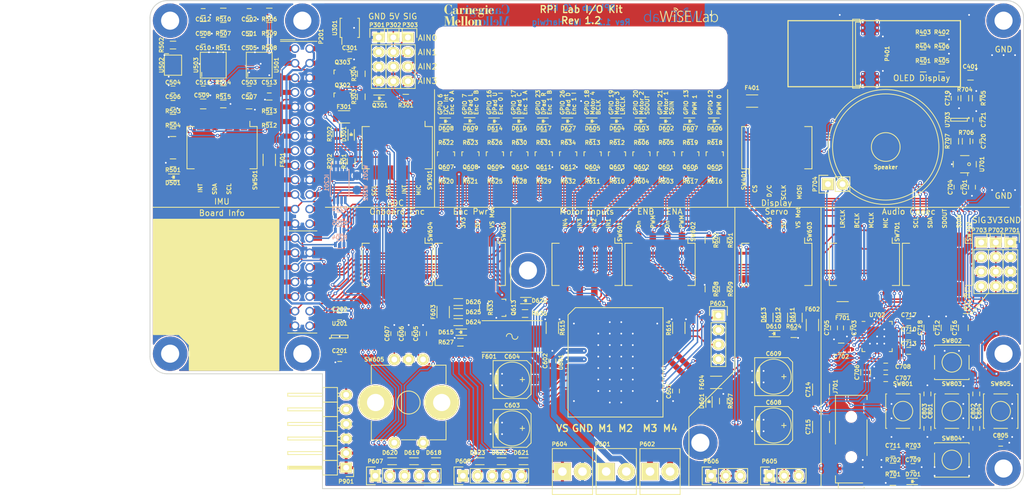
<source format=kicad_pcb>
(kicad_pcb (version 4) (host pcbnew 4.0.2-stable)
  (layers (0 F.Cu signal) (31 B.Cu signal) (34 B.Paste user) (35 F.Paste user) (36 B.SilkS user) (37 F.SilkS user) (38 B.Mask user) (39 F.Mask user) (44 Edge.Cuts user))
  (net 0 "")
  (net 1 GND)
  (net 2 /labio-imu/VDD3V3_J)
  (net 3 "Net-(C505-Pad1)")
  (net 4 /labio-dio/VDD_MOT)
  (net 5 /labio-dio/VS_MOTOR)
  (net 6 "Net-(C605-Pad1)")
  (net 7 "Net-(C606-Pad1)")
  (net 8 "Net-(C607-Pad1)")
  (net 9 /labio-audio/VDD3V3_J)
  (net 10 /labio-audio/LINPUT2)
  (net 11 /labio-audio/MEMS_MIC)
  (net 12 "Net-(C710-Pad1)")
  (net 13 /labio-audio/TRRS_MIC)
  (net 14 "Net-(C713-Pad1)")
  (net 15 /labio-audio/TRRS_L)
  (net 16 /labio-audio/TRRS_L_C)
  (net 17 /labio-audio/TRRS_R)
  (net 18 /labio-audio/TRRS_R_C)
  (net 19 /labio-audio/MICBIAS)
  (net 20 /labio-dpad/DPAD_LEFT)
  (net 21 /labio-dpad/DPAD_UP)
  (net 22 /labio-dpad/DPAD_CENTER)
  (net 23 /labio-dpad/DPAD_DOWN)
  (net 24 /labio-dpad/DPAD_RIGHT)
  (net 25 "Net-(D301-Pad1)")
  (net 26 "Net-(D501-Pad1)")
  (net 27 "Net-(D601-Pad1)")
  (net 28 "Net-(D602-Pad1)")
  (net 29 "Net-(D603-Pad1)")
  (net 30 "Net-(D604-Pad1)")
  (net 31 "Net-(D605-Pad1)")
  (net 32 "Net-(D606-Pad1)")
  (net 33 "Net-(D607-Pad1)")
  (net 34 "Net-(D608-Pad1)")
  (net 35 "Net-(D609-Pad1)")
  (net 36 /labio-dio/VDD_SERVO)
  (net 37 "Net-(D610-Pad1)")
  (net 38 "Net-(D611-Pad2)")
  (net 39 "Net-(D612-Pad2)")
  (net 40 "Net-(D613-Pad2)")
  (net 41 "Net-(D614-Pad1)")
  (net 42 /labio-dio/VDD_ENC)
  (net 43 "Net-(D615-Pad1)")
  (net 44 "Net-(D616-Pad1)")
  (net 45 "Net-(D617-Pad1)")
  (net 46 /labio-dio/ENC0_B_D)
  (net 47 /labio-dio/ENC0_A_D)
  (net 48 /labio-dio/ENC0_IDX_D)
  (net 49 /labio-dio/ENC1_B_D)
  (net 50 /labio-dio/ENC1_A_D)
  (net 51 /labio-dio/ENC1_IDX_D)
  (net 52 "Net-(D624-Pad2)")
  (net 53 "Net-(D625-Pad2)")
  (net 54 "Net-(D626-Pad2)")
  (net 55 "Net-(D627-Pad1)")
  (net 56 "Net-(D628-Pad1)")
  (net 57 "Net-(D701-Pad1)")
  (net 58 "Net-(IC201-Pad7)")
  (net 59 /labio-rpi/3V3_2)
  (net 60 /labio-audio/TRRS_HPDETECT)
  (net 61 /labio-rpi/3V3_1)
  (net 62 /labio-rpi/GPIO4)
  (net 63 /labio-rpi/GPIO14_TXD)
  (net 64 /labio-rpi/GPIO15_RXD)
  (net 65 /labio-rpi/GPIO27)
  (net 66 /labio-rpi/GPIO22)
  (net 67 /labio-rpi/GPIO24)
  (net 68 /labio-rpi/GPIO10_SPI0_MOSI)
  (net 69 /labio-rpi/GPIO25)
  (net 70 /labio-rpi/GPIO11_SPI0_SCLK)
  (net 71 /labio-rpi/GPIO8_SPI0_CE0_N)
  (net 72 /labio-rpi/ID_SD)
  (net 73 /labio-rpi/ID_SC)
  (net 74 /labio-adc/ADC_AIN1)
  (net 75 /labio-adc/ADC_AIN2)
  (net 76 /labio-adc/ADC_AIN3)
  (net 77 /labio-dio/MOTOR_OUT1)
  (net 78 /labio-dio/MOTOR_OUT2)
  (net 79 /labio-dio/MOTOR_OUT3)
  (net 80 /labio-dio/MOTOR_OUT4)
  (net 81 /labio-dio/MOTOR_SENSEA)
  (net 82 /labio-dio/MOTOR_SENSEB)
  (net 83 /labio-audio/LINPUT1)
  (net 84 /labio-audio/RINPUT1)
  (net 85 /labio-audio/RINPUT2)
  (net 86 /labio-audio/SPEAKER_L)
  (net 87 /labio-audio/SPEAKER_R)
  (net 88 "Net-(Q601-Pad3)")
  (net 89 "Net-(Q602-Pad3)")
  (net 90 "Net-(Q603-Pad3)")
  (net 91 "Net-(Q604-Pad3)")
  (net 92 "Net-(Q605-Pad3)")
  (net 93 "Net-(Q606-Pad3)")
  (net 94 "Net-(Q607-Pad3)")
  (net 95 "Net-(Q608-Pad3)")
  (net 96 "Net-(Q609-Pad3)")
  (net 97 "Net-(Q610-Pad3)")
  (net 98 "Net-(Q611-Pad3)")
  (net 99 "Net-(Q612-Pad3)")
  (net 100 "Net-(Q613-Pad3)")
  (net 101 /labio-display/~OLED_RES)
  (net 102 /labio-display/OLED_BS1)
  (net 103 /labio-display/OLED_BS0)
  (net 104 "Net-(R601-Pad2)")
  (net 105 "Net-(R602-Pad2)")
  (net 106 /labio-dio/MOT_ENA)
  (net 107 /labio-dio/MOT_ENB)
  (net 108 /labio-adc/INT_J)
  (net 109 /labio-adc/SDA_J)
  (net 110 /labio-adc/SCL_J)
  (net 111 /labio-display/OLED_MOSI)
  (net 112 /labio-display/OLED_SCK)
  (net 113 /labio-display/~OLED_CS)
  (net 114 /labio-imu/SCL_J)
  (net 115 /labio-imu/SDA_J)
  (net 116 /labio-imu/INT_J)
  (net 117 /labio-dio/MOT_IN4_J)
  (net 118 /labio-dio/MOT_IN3_J)
  (net 119 /labio-dio/MOT_IN2_J)
  (net 120 /labio-dio/MOT_IN1_J)
  (net 121 /labio-audio/LRCLK_J)
  (net 122 /labio-audio/BCLK_J)
  (net 123 /labio-audio/MCLK_J)
  (net 124 /labio-audio/SCL_J)
  (net 125 /labio-audio/SDA_J)
  (net 126 /labio-audio/SDOUT_J)
  (net 127 /labio-audio/SDIN_J)
  (net 128 /labio-adc/VDD5V_J)
  (net 129 "Net-(C512-Pad1)")
  (net 130 "Net-(C513-Pad1)")
  (net 131 "Net-(C513-Pad2)")
  (net 132 /labio-imu/BMP_CS)
  (net 133 /labio-imu/BMP_ADDR)
  (net 134 /labio-imu/ACCEL_INT2)
  (net 135 /labio-imu/GYRO_INT2)
  (net 136 /labio-imu/ACCEL_CS)
  (net 137 /labio-imu/ACCEL_INT1)
  (net 138 /labio-imu/GYRO_CS)
  (net 139 /labio-imu/GYRO_INT1)
  (net 140 /labio-imu/ACCEL_SA0)
  (net 141 /labio-imu/GYRO_SA0)
  (net 142 /labio-adc/SCL_5V)
  (net 143 /labio-adc/SDA_5V)
  (net 144 /5V)
  (net 145 /3V3_EXTRA)
  (net 146 /I2C_INT)
  (net 147 /I2C_SDA)
  (net 148 /I2C_SCL)
  (net 149 /I2S_BCLK)
  (net 150 /GPCLK1)
  (net 151 /PWM1)
  (net 152 /I2S_LRCLK)
  (net 153 /I2S_SDIN)
  (net 154 /I2S_SDOUT)
  (net 155 /PWM0)
  (net 156 /labio-dio/VDD_SERVO_F)
  (net 157 /labio-dio/VDD_ENC_F)
  (net 158 /labio-dio/VS_MOTOR_F)
  (net 159 /labio-audio/TRRS_MIC_BIASED)
  (net 160 /labio-audio/MEMS_MIC_C)
  (net 161 "Net-(C719-Pad2)")
  (net 162 "Net-(C720-Pad1)")
  (net 163 /labio-adc/ADC_AIN0)
  (net 164 "Net-(R706-Pad2)")
  (net 165 MEMS_MIC_TO_ADC)
  (net 166 "Net-(H1001-Pad1)")
  (net 167 "Net-(H1002-Pad1)")
  (net 168 "Net-(H1003-Pad1)")
  (net 169 "Net-(H1004-Pad1)")
  (net 170 "Net-(H1005-Pad1)")
  (net 171 "Net-(H1006-Pad1)")
  (net 172 "Net-(H1007-Pad1)")
  (net 173 "Net-(H1008-Pad1)")
  (net 174 "Net-(H1009-Pad1)")
  (net 175 "Net-(J701-Pad6)")
  (net 176 /labio-display/DC)
  (net 177 /labio-display/OLED_DC)
  (net 178 "Net-(P401-Pad11)")
  (net 179 "Net-(P901-Pad5)")
  (net 180 "Net-(SW501-Pad1)")
  (net 181 "Net-(SW501-Pad8)")
  (net 182 "Net-(SW603-Pad4)")
  (net 183 "Net-(SW603-Pad5)")
  (net 184 "Net-(SW604-Pad1)")
  (net 185 "Net-(SW604-Pad8)")
  (net 186 "Net-(SW606-Pad4)")
  (net 187 "Net-(SW606-Pad5)")
  (net 188 "Net-(U702-Pad7)")
  (net 189 "Net-(U702-Pad10)")
  (net 190 "Net-(U702-Pad11)")
  (net 191 /labio-display/VDD_3V3_F)
  (module labio-special:DIP-8_W7.62mm_SMT (layer F.Cu) (at 189.865 92.13 270)
    (fp_text reference SW603 (at -1.88 -1.885 270) (layer F.SilkS) (effects (font (size 0.7 0.7))))
    (fp_text value DIP_SWITCH_X04)
    (pad 1 smd rect (at -0.5 0 270) (size 2.44 1.12) (layers F.Cu F.Paste F.Mask) (net 5 /labio-dio/VS_MOTOR))
    (pad 2 smd rect (at -0.5 2.54 270) (size 2.44 1.12) (layers F.Cu F.Paste F.Mask) (net 144 /5V))
    (pad 3 smd rect (at -0.5 5.08 270) (size 2.44 1.12) (layers F.Cu F.Paste F.Mask) (net 145 /3V3_EXTRA))
    (pad 4 smd rect (at -0.5 7.62 270) (size 2.44 1.12) (layers F.Cu F.Paste F.Mask) (net 182 "Net-(SW603-Pad4)"))
    (pad 5 smd rect (at 8.12 7.62 270) (size 2.44 1.12) (layers F.Cu F.Paste F.Mask) (net 183 "Net-(SW603-Pad5)"))
    (pad 6 smd rect (at 8.12 5.08 270) (size 2.44 1.12) (layers F.Cu F.Paste F.Mask) (net 40 "Net-(D613-Pad2)"))
    (pad 7 smd rect (at 8.12 2.54 270) (size 2.44 1.12) (layers F.Cu F.Paste F.Mask) (net 39 "Net-(D612-Pad2)"))
    (pad 8 smd rect (at 8.12 0 270) (size 2.44 1.12) (layers F.Cu F.Paste F.Mask) (net 38 "Net-(D611-Pad2)"))
  )
  (module Resistors_SMD:R_1206 (layer F.Cu) (at 128 104.25 270)
    (fp_text reference F603 (at 0 1.75 270) (layer F.SilkS) (effects (font (size 0.7 0.7))))
    (fp_text value F_Small)
    (pad 1 smd rect (at -1.45 0 270) (size 0.9 1.7) (layers F.Cu F.Paste F.Mask) (net 157 /labio-dio/VDD_ENC_F))
    (pad 2 smd rect (at 1.45 0 270) (size 0.9 1.7) (layers F.Cu F.Paste F.Mask) (net 42 /labio-dio/VDD_ENC))
  )
  (module labio-special:LGA-16_3x3mm_Pitch0.5mm_ST (layer F.Cu) (at 88 61.25 90)
    (fp_text reference U503 (at 0 -3 90) (layer F.SilkS) (effects (font (size 0.7 0.7))))
    (fp_text value L3GD20H)
    (pad 13 smd rect (at 1.4 -1 90) (size 1 0.295) (layers F.Cu F.Paste F.Mask) (net 1 GND))
    (pad 12 smd rect (at 1.4 -0.5 90) (size 1 0.295) (layers F.Cu F.Paste F.Mask) (net 1 GND))
    (pad 11 smd rect (at 1.4 0 90) (size 1 0.295) (layers F.Cu F.Paste F.Mask) (net 1 GND))
    (pad 10 smd rect (at 1.4 0.5 90) (size 1 0.295) (layers F.Cu F.Paste F.Mask) (net 1 GND))
    (pad 5 smd rect (at -1.4 1 90) (size 1 0.295) (layers F.Cu F.Paste F.Mask) (net 138 /labio-imu/GYRO_CS))
    (pad 8 smd rect (at 0.5 1.4 180) (size 1 0.295) (layers F.Cu F.Paste F.Mask) (net 1 GND))
    (pad 7 smd rect (at 0 1.4 180) (size 1 0.295) (layers F.Cu F.Paste F.Mask) (net 139 /labio-imu/GYRO_INT1))
    (pad 16 smd rect (at -0.5 -1.4) (size 1 0.295) (layers F.Cu F.Paste F.Mask) (net 2 /labio-imu/VDD3V3_J))
    (pad 9 smd rect (at 1.4 1 90) (size 1 0.295) (layers F.Cu F.Paste F.Mask) (net 1 GND))
    (pad 6 smd rect (at -0.5 1.4 180) (size 1 0.295) (layers F.Cu F.Paste F.Mask) (net 135 /labio-imu/GYRO_INT2))
    (pad 4 smd rect (at -1.4 0.5 90) (size 1 0.295) (layers F.Cu F.Paste F.Mask) (net 141 /labio-imu/GYRO_SA0))
    (pad 3 smd rect (at -1.4 0 90) (size 1 0.295) (layers F.Cu F.Paste F.Mask) (net 115 /labio-imu/SDA_J))
    (pad 2 smd rect (at -1.4 -0.5 90) (size 1 0.295) (layers F.Cu F.Paste F.Mask) (net 114 /labio-imu/SCL_J))
    (pad 1 smd rect (at -1.4 -1 90) (size 1 0.295) (layers F.Cu F.Paste F.Mask) (net 2 /labio-imu/VDD3V3_J))
    (pad 15 smd rect (at 0 -1.4) (size 1 0.295) (layers F.Cu F.Paste F.Mask) (net 1 GND))
    (pad 14 smd rect (at 0.5 -1.4) (size 1 0.295) (layers F.Cu F.Paste F.Mask) (net 129 "Net-(C512-Pad1)"))
  )
  (module Resistors_SMD:R_0603 (layer F.Cu) (at 97.75 54.5)
    (fp_text reference R509 (at 0 1.25) (layer F.SilkS) (effects (font (size 0.7 0.7))))
    (fp_text value 0)
    (pad 1 smd rect (at -0.75 0) (size 0.5 0.9) (layers F.Cu F.Paste F.Mask) (net 137 /labio-imu/ACCEL_INT1))
    (pad 2 smd rect (at 0.75 0) (size 0.5 0.9) (layers F.Cu F.Paste F.Mask) (net 116 /labio-imu/INT_J))
  )
  (module Resistors_SMD:R_0603 (layer F.Cu) (at 97.75 52)
    (fp_text reference R506 (at 0 1.25) (layer F.SilkS) (effects (font (size 0.7 0.7))))
    (fp_text value 0)
    (pad 1 smd rect (at -0.75 0) (size 0.5 0.9) (layers F.Cu F.Paste F.Mask) (net 134 /labio-imu/ACCEL_INT2))
    (pad 2 smd rect (at 0.75 0) (size 0.5 0.9) (layers F.Cu F.Paste F.Mask) (net 116 /labio-imu/INT_J))
  )
  (module labio-special:3.5mm-Jack-CUI-SJ-4351X (layer F.Cu) (at 199 134 90)
    (fp_text reference J701 (at 16.75 -2.75 90) (layer F.SilkS) (effects (font (size 0.7 0.7))))
    (fp_text value JACK_TRRS_6PINS)
    (pad 6 smd rect (at 2.5 -3.7 90) (size 2 2.8) (layers F.Cu F.Paste F.Mask) (net 175 "Net-(J701-Pad6)"))
    (pad 1 smd rect (at 0.6 3.7 90) (size 2 2.8) (layers F.Cu F.Paste F.Mask) (net 159 /labio-audio/TRRS_MIC_BIASED))
    (pad 3 smd rect (at 5.3 -3.7 90) (size 2.2 2.8) (layers F.Cu F.Paste F.Mask) (net 17 /labio-audio/TRRS_R))
    (pad 4 smd rect (at 3.4 3.7 90) (size 2.2 2.8) (layers F.Cu F.Paste F.Mask) (net 1 GND))
    (pad 2 smd rect (at 12.8 3.7 90) (size 2.8 2.8) (layers F.Cu F.Paste F.Mask) (net 15 /labio-audio/TRRS_L))
    (pad 5 smd rect (at 16.9 -0.75 90) (size 2.8 2.8) (layers F.Cu F.Paste F.Mask) (net 60 /labio-audio/TRRS_HPDETECT))
    (pad "" np_thru_hole circle (at 4.5 0 90) (size 1.7 1.7) (drill 1.7) (layers *.Cu))
    (pad "" np_thru_hole circle (at 11.5 0 90) (size 1.7 1.7) (drill 1.7) (layers *.Cu))
  )
  (module Buttons_Switches_SMD:SW_SPST_EVPBF (layer F.Cu) (at 216.5 113 180)
    (fp_text reference SW802 (at 0 3.75 180) (layer F.SilkS) (effects (font (size 0.7 0.7))))
    (fp_text value SW_PUSH)
    (pad 1 smd rect (at 2.875 -2 180) (size 2.75 1) (layers F.Cu F.Paste F.Mask) (net 21 /labio-dpad/DPAD_UP))
    (pad 1 smd rect (at -2.875 -2 180) (size 2.75 1) (layers F.Cu F.Paste F.Mask) (net 21 /labio-dpad/DPAD_UP))
    (pad 2 smd rect (at -2.875 2 180) (size 2.75 1) (layers F.Cu F.Paste F.Mask) (net 1 GND))
    (pad 2 smd rect (at 2.875 2 180) (size 2.75 1) (layers F.Cu F.Paste F.Mask) (net 1 GND))
  )
  (module labio-special:DIP-8_W7.62mm_SMT (layer F.Cu) (at 169.545 92.13 270)
    (fp_text reference SW602 (at -1.88 -1.955 270) (layer F.SilkS) (effects (font (size 0.7 0.7))))
    (fp_text value DIP_SWITCH_X04)
    (pad 1 smd rect (at -0.5 0 270) (size 2.44 1.12) (layers F.Cu F.Paste F.Mask) (net 155 /PWM0))
    (pad 2 smd rect (at -0.5 2.54 270) (size 2.44 1.12) (layers F.Cu F.Paste F.Mask) (net 105 "Net-(R602-Pad2)"))
    (pad 3 smd rect (at -0.5 5.08 270) (size 2.44 1.12) (layers F.Cu F.Paste F.Mask) (net 151 /PWM1))
    (pad 4 smd rect (at -0.5 7.62 270) (size 2.44 1.12) (layers F.Cu F.Paste F.Mask) (net 104 "Net-(R601-Pad2)"))
    (pad 5 smd rect (at 8.12 7.62 270) (size 2.44 1.12) (layers F.Cu F.Paste F.Mask) (net 107 /labio-dio/MOT_ENB))
    (pad 6 smd rect (at 8.12 5.08 270) (size 2.44 1.12) (layers F.Cu F.Paste F.Mask) (net 107 /labio-dio/MOT_ENB))
    (pad 7 smd rect (at 8.12 2.54 270) (size 2.44 1.12) (layers F.Cu F.Paste F.Mask) (net 106 /labio-dio/MOT_ENA))
    (pad 8 smd rect (at 8.12 0 270) (size 2.44 1.12) (layers F.Cu F.Paste F.Mask) (net 106 /labio-dio/MOT_ENA))
  )
  (module Capacitors_SMD:c_elec_6.3x5.8 (layer F.Cu) (at 140 124.5)
    (fp_text reference C603 (at 0 -4) (layer F.SilkS) (effects (font (size 0.7 0.7))))
    (fp_text value 47uF)
    (pad 1 smd rect (at 2.75082 0) (size 3.59918 1.6002) (layers F.Cu F.Paste F.Mask) (net 5 /labio-dio/VS_MOTOR))
    (pad 2 smd rect (at -2.75082 0) (size 3.59918 1.6002) (layers F.Cu F.Paste F.Mask) (net 1 GND))
  )
  (module Capacitors_SMD:C_0603 (layer F.Cu) (at 198.25 107 270)
    (fp_text reference C703 (at 0 -1.25 270) (layer F.SilkS) (effects (font (size 0.7 0.7))))
    (fp_text value 0.1uF)
    (pad 1 smd rect (at -0.75 0 270) (size 0.8 0.75) (layers F.Cu F.Paste F.Mask) (net 9 /labio-audio/VDD3V3_J))
    (pad 2 smd rect (at 0.75 0 270) (size 0.8 0.75) (layers F.Cu F.Paste F.Mask) (net 1 GND))
  )
  (module Pin_Headers:Pin_Header_Straight_1x04 (layer F.Cu) (at 221.615 92.13)
    (fp_text reference P703 (at -0.365 -2.13 180) (layer F.SilkS) (effects (font (size 0.7 0.7))))
    (fp_text value CONN_01X04)
    (pad 1 thru_hole rect (at 0 0) (size 2.032 1.7272) (drill 1.016) (layers *.Cu *.Mask F.SilkS) (net 83 /labio-audio/LINPUT1))
    (pad 2 thru_hole oval (at 0 2.54) (size 2.032 1.7272) (drill 1.016) (layers *.Cu *.Mask F.SilkS) (net 84 /labio-audio/RINPUT1))
    (pad 3 thru_hole oval (at 0 5.08) (size 2.032 1.7272) (drill 1.016) (layers *.Cu *.Mask F.SilkS) (net 10 /labio-audio/LINPUT2))
    (pad 4 thru_hole oval (at 0 7.62) (size 2.032 1.7272) (drill 1.016) (layers *.Cu *.Mask F.SilkS) (net 85 /labio-audio/RINPUT2))
  )
  (module Pin_Headers:Pin_Header_Straight_1x04 (layer F.Cu) (at 121.87 56.42)
    (fp_text reference P303 (at 0.38 -2.17) (layer F.SilkS) (effects (font (size 0.7 0.7))))
    (fp_text value CONN_01X04)
    (pad 1 thru_hole rect (at 0 0) (size 2.032 1.7272) (drill 1.016) (layers *.Cu *.Mask F.SilkS) (net 163 /labio-adc/ADC_AIN0))
    (pad 2 thru_hole oval (at 0 2.54) (size 2.032 1.7272) (drill 1.016) (layers *.Cu *.Mask F.SilkS) (net 74 /labio-adc/ADC_AIN1))
    (pad 3 thru_hole oval (at 0 5.08) (size 2.032 1.7272) (drill 1.016) (layers *.Cu *.Mask F.SilkS) (net 75 /labio-adc/ADC_AIN2))
    (pad 4 thru_hole oval (at 0 7.62) (size 2.032 1.7272) (drill 1.016) (layers *.Cu *.Mask F.SilkS) (net 76 /labio-adc/ADC_AIN3))
  )
  (module Capacitors_SMD:C_0603 (layer F.Cu) (at 110 112.25 180)
    (fp_text reference C201 (at 0 1.25 180) (layer F.SilkS) (effects (font (size 0.7 0.7))))
    (fp_text value 0.1uF)
    (pad 1 smd rect (at -0.75 0 180) (size 0.8 0.75) (layers F.Cu F.Paste F.Mask) (net 144 /5V))
    (pad 2 smd rect (at 0.75 0 180) (size 0.8 0.75) (layers F.Cu F.Paste F.Mask) (net 1 GND))
  )
  (module Housings_SSOP:TSSOP-8_4.4x3mm_Pitch0.65mm (layer B.Cu) (at 110 81.75 270)
    (fp_text reference IC201 (at 0 2.25 270) (layer B.SilkS) (effects (font (size 0.7 0.7)) (justify mirror)))
    (fp_text value dnp-AT24CS32-XHM)
    (pad 1 smd rect (at -2.95 0.975 270) (size 1.45 0.45) (layers B.Cu B.Paste B.Mask) (net 1 GND))
    (pad 2 smd rect (at -2.95 0.325 270) (size 1.45 0.45) (layers B.Cu B.Paste B.Mask) (net 1 GND))
    (pad 3 smd rect (at -2.95 -0.325 270) (size 1.45 0.45) (layers B.Cu B.Paste B.Mask) (net 1 GND))
    (pad 4 smd rect (at -2.95 -0.975 270) (size 1.45 0.45) (layers B.Cu B.Paste B.Mask) (net 1 GND))
    (pad 5 smd rect (at 2.95 -0.975 270) (size 1.45 0.45) (layers B.Cu B.Paste B.Mask) (net 72 /labio-rpi/ID_SD))
    (pad 6 smd rect (at 2.95 -0.325 270) (size 1.45 0.45) (layers B.Cu B.Paste B.Mask) (net 73 /labio-rpi/ID_SC))
    (pad 7 smd rect (at 2.95 0.325 270) (size 1.45 0.45) (layers B.Cu B.Paste B.Mask) (net 58 "Net-(IC201-Pad7)"))
    (pad 8 smd rect (at 2.95 0.975 270) (size 1.45 0.45) (layers B.Cu B.Paste B.Mask) (net 59 /labio-rpi/3V3_2))
  )
  (module Capacitors_SMD:C_0603 (layer F.Cu) (at 110 105)
    (fp_text reference C202 (at 0 -1.25) (layer F.SilkS) (effects (font (size 0.7 0.7))))
    (fp_text value 0.1uF)
    (pad 1 smd rect (at -0.75 0) (size 0.8 0.75) (layers F.Cu F.Paste F.Mask) (net 145 /3V3_EXTRA))
    (pad 2 smd rect (at 0.75 0) (size 0.8 0.75) (layers F.Cu F.Paste F.Mask) (net 1 GND))
  )
  (module Capacitors_SMD:C_0603 (layer F.Cu) (at 111.75 59.5)
    (fp_text reference C301 (at 0 -1.25) (layer F.SilkS) (effects (font (size 0.7 0.7))))
    (fp_text value 0.1uF)
    (pad 1 smd rect (at -0.75 0) (size 0.8 0.75) (layers F.Cu F.Paste F.Mask) (net 128 /labio-adc/VDD5V_J))
    (pad 2 smd rect (at 0.75 0) (size 0.8 0.75) (layers F.Cu F.Paste F.Mask) (net 1 GND))
  )
  (module Capacitors_SMD:C_0603 (layer F.Cu) (at 94.25 52)
    (fp_text reference C502 (at 0 1.25) (layer F.SilkS) (effects (font (size 0.7 0.7))))
    (fp_text value 0.1uF)
    (pad 1 smd rect (at -0.75 0) (size 0.8 0.75) (layers F.Cu F.Paste F.Mask) (net 2 /labio-imu/VDD3V3_J))
    (pad 2 smd rect (at 0.75 0) (size 0.8 0.75) (layers F.Cu F.Paste F.Mask) (net 1 GND))
  )
  (module Capacitors_SMD:C_0603 (layer F.Cu) (at 94.25 65.5)
    (fp_text reference C503 (at 0 -1.25) (layer F.SilkS) (effects (font (size 0.7 0.7))))
    (fp_text value 0.1uF)
    (pad 1 smd rect (at -0.75 0) (size 0.8 0.75) (layers F.Cu F.Paste F.Mask) (net 2 /labio-imu/VDD3V3_J))
    (pad 2 smd rect (at 0.75 0) (size 0.8 0.75) (layers F.Cu F.Paste F.Mask) (net 1 GND))
  )
  (module Capacitors_SMD:C_0603 (layer F.Cu) (at 81 65.5 180)
    (fp_text reference C504 (at 0 1.25 180) (layer F.SilkS) (effects (font (size 0.7 0.7))))
    (fp_text value 0.1uF)
    (pad 1 smd rect (at -0.75 0 180) (size 0.8 0.75) (layers F.Cu F.Paste F.Mask) (net 2 /labio-imu/VDD3V3_J))
    (pad 2 smd rect (at 0.75 0 180) (size 0.8 0.75) (layers F.Cu F.Paste F.Mask) (net 1 GND))
  )
  (module Capacitors_SMD:C_0603 (layer F.Cu) (at 81 68)
    (fp_text reference C506 (at 0 -1.25) (layer F.SilkS) (effects (font (size 0.7 0.7))))
    (fp_text value 0.1uF)
    (pad 1 smd rect (at -0.75 0) (size 0.8 0.75) (layers F.Cu F.Paste F.Mask) (net 2 /labio-imu/VDD3V3_J))
    (pad 2 smd rect (at 0.75 0) (size 0.8 0.75) (layers F.Cu F.Paste F.Mask) (net 1 GND))
  )
  (module Capacitors_SMD:C_0603 (layer F.Cu) (at 168.5 118 270)
    (fp_text reference C601 (at 0 1.25 270) (layer F.SilkS) (effects (font (size 0.7 0.7))))
    (fp_text value 0.1uF)
    (pad 1 smd rect (at -0.75 0 270) (size 0.8 0.75) (layers F.Cu F.Paste F.Mask) (net 4 /labio-dio/VDD_MOT))
    (pad 2 smd rect (at 0.75 0 270) (size 0.8 0.75) (layers F.Cu F.Paste F.Mask) (net 1 GND))
  )
  (module Capacitors_SMD:C_0603 (layer F.Cu) (at 147 112.75 90)
    (fp_text reference C602 (at 0 -1.25 90) (layer F.SilkS) (effects (font (size 0.7 0.7))))
    (fp_text value 0.1uF)
    (pad 1 smd rect (at -0.75 0 90) (size 0.8 0.75) (layers F.Cu F.Paste F.Mask) (net 158 /labio-dio/VS_MOTOR_F))
    (pad 2 smd rect (at 0.75 0 90) (size 0.8 0.75) (layers F.Cu F.Paste F.Mask) (net 1 GND))
  )
  (module Capacitors_SMD:C_0603 (layer F.Cu) (at 124.5 108 90)
    (fp_text reference C605 (at 0 -1.25 90) (layer F.SilkS) (effects (font (size 0.7 0.7))))
    (fp_text value 0.1uF)
    (pad 1 smd rect (at -0.75 0 90) (size 0.8 0.75) (layers F.Cu F.Paste F.Mask) (net 6 "Net-(C605-Pad1)"))
    (pad 2 smd rect (at 0.75 0 90) (size 0.8 0.75) (layers F.Cu F.Paste F.Mask) (net 1 GND))
  )
  (module Capacitors_SMD:C_0603 (layer F.Cu) (at 122 108 90)
    (fp_text reference C606 (at 0 -1.25 90) (layer F.SilkS) (effects (font (size 0.7 0.7))))
    (fp_text value 0.1uF)
    (pad 1 smd rect (at -0.75 0 90) (size 0.8 0.75) (layers F.Cu F.Paste F.Mask) (net 7 "Net-(C606-Pad1)"))
    (pad 2 smd rect (at 0.75 0 90) (size 0.8 0.75) (layers F.Cu F.Paste F.Mask) (net 1 GND))
  )
  (module Capacitors_SMD:C_0603 (layer F.Cu) (at 119.5 108 90)
    (fp_text reference C607 (at 0 -1.25 90) (layer F.SilkS) (effects (font (size 0.7 0.7))))
    (fp_text value 0.1uF)
    (pad 1 smd rect (at -0.75 0 90) (size 0.8 0.75) (layers F.Cu F.Paste F.Mask) (net 8 "Net-(C607-Pad1)"))
    (pad 2 smd rect (at 0.75 0 90) (size 0.8 0.75) (layers F.Cu F.Paste F.Mask) (net 1 GND))
  )
  (module Capacitors_SMD:C_0603 (layer F.Cu) (at 220 82.5 90)
    (fp_text reference C701 (at 0 -1.25 90) (layer F.SilkS) (effects (font (size 0.7 0.7))))
    (fp_text value 0.1uF)
    (pad 1 smd rect (at -0.75 0 90) (size 0.8 0.75) (layers F.Cu F.Paste F.Mask) (net 1 GND))
    (pad 2 smd rect (at 0.75 0 90) (size 0.8 0.75) (layers F.Cu F.Paste F.Mask) (net 9 /labio-audio/VDD3V3_J))
  )
  (module Capacitors_SMD:C_0603 (layer F.Cu) (at 217.5 82.5 90)
    (fp_text reference C704 (at 0 -1.25 90) (layer F.SilkS) (effects (font (size 0.7 0.7))))
    (fp_text value 1uF)
    (pad 1 smd rect (at -0.75 0 90) (size 0.8 0.75) (layers F.Cu F.Paste F.Mask) (net 160 /labio-audio/MEMS_MIC_C))
    (pad 2 smd rect (at 0.75 0 90) (size 0.8 0.75) (layers F.Cu F.Paste F.Mask) (net 11 /labio-audio/MEMS_MIC))
  )
  (module Capacitors_SMD:C_0603 (layer F.Cu) (at 196 107 270)
    (fp_text reference C705 (at 0 1.25 270) (layer F.SilkS) (effects (font (size 0.7 0.7))))
    (fp_text value 0.1uF)
    (pad 1 smd rect (at -0.75 0 270) (size 0.8 0.75) (layers F.Cu F.Paste F.Mask) (net 9 /labio-audio/VDD3V3_J))
    (pad 2 smd rect (at 0.75 0 270) (size 0.8 0.75) (layers F.Cu F.Paste F.Mask) (net 1 GND))
  )
  (module Capacitors_SMD:C_0603 (layer F.Cu) (at 205 115.75 180)
    (fp_text reference C707 (at -3 0 180) (layer F.SilkS) (effects (font (size 0.7 0.7))))
    (fp_text value 0.1uF)
    (pad 1 smd rect (at -0.75 0 180) (size 0.8 0.75) (layers F.Cu F.Paste F.Mask) (net 9 /labio-audio/VDD3V3_J))
    (pad 2 smd rect (at 0.75 0 180) (size 0.8 0.75) (layers F.Cu F.Paste F.Mask) (net 1 GND))
  )
  (module Capacitors_SMD:C_0603 (layer F.Cu) (at 205 113.75 180)
    (fp_text reference C708 (at -3 0 360) (layer F.SilkS) (effects (font (size 0.7 0.7))))
    (fp_text value 0.1uF)
    (pad 1 smd rect (at -0.75 0 180) (size 0.8 0.75) (layers F.Cu F.Paste F.Mask) (net 9 /labio-audio/VDD3V3_J))
    (pad 2 smd rect (at 0.75 0 180) (size 0.8 0.75) (layers F.Cu F.Paste F.Mask) (net 1 GND))
  )
  (module Capacitors_SMD:C_0603 (layer F.Cu) (at 209.75 131.25)
    (fp_text reference C709 (at 0 -1.25) (layer F.SilkS) (effects (font (size 0.7 0.7))))
    (fp_text value 220pF)
    (pad 1 smd rect (at -0.75 0) (size 0.8 0.75) (layers F.Cu F.Paste F.Mask) (net 159 /labio-audio/TRRS_MIC_BIASED))
    (pad 2 smd rect (at 0.75 0) (size 0.8 0.75) (layers F.Cu F.Paste F.Mask) (net 1 GND))
  )
  (module Capacitors_SMD:C_0603 (layer F.Cu) (at 209 108.5)
    (fp_text reference C710 (at 0 -1.25) (layer F.SilkS) (effects (font (size 0.7 0.7))))
    (fp_text value 0.1uF)
    (pad 1 smd rect (at -0.75 0) (size 0.8 0.75) (layers F.Cu F.Paste F.Mask) (net 12 "Net-(C710-Pad1)"))
    (pad 2 smd rect (at 0.75 0) (size 0.8 0.75) (layers F.Cu F.Paste F.Mask) (net 1 GND))
  )
  (module Capacitors_SMD:C_0603 (layer F.Cu) (at 206.25 128.75)
    (fp_text reference C711 (at 0 -1.25) (layer F.SilkS) (effects (font (size 0.7 0.7))))
    (fp_text value 1uF)
    (pad 1 smd rect (at -0.75 0) (size 0.8 0.75) (layers F.Cu F.Paste F.Mask) (net 13 /labio-audio/TRRS_MIC))
    (pad 2 smd rect (at 0.75 0) (size 0.8 0.75) (layers F.Cu F.Paste F.Mask) (net 159 /labio-audio/TRRS_MIC_BIASED))
  )
  (module Capacitors_SMD:C_0603 (layer F.Cu) (at 209 111)
    (fp_text reference C713 (at 0 -1.25) (layer F.SilkS) (effects (font (size 0.7 0.7))))
    (fp_text value 0.1uF)
    (pad 1 smd rect (at -0.75 0) (size 0.8 0.75) (layers F.Cu F.Paste F.Mask) (net 14 "Net-(C713-Pad1)"))
    (pad 2 smd rect (at 0.75 0) (size 0.8 0.75) (layers F.Cu F.Paste F.Mask) (net 1 GND))
  )
  (module Capacitors_SMD:C_0603 (layer F.Cu) (at 209 106)
    (fp_text reference C717 (at 0 -1.25) (layer F.SilkS) (effects (font (size 0.7 0.7))))
    (fp_text value 0.1uF)
    (pad 1 smd rect (at -0.75 0) (size 0.8 0.75) (layers F.Cu F.Paste F.Mask) (net 19 /labio-audio/MICBIAS))
    (pad 2 smd rect (at 0.75 0) (size 0.8 0.75) (layers F.Cu F.Paste F.Mask) (net 1 GND))
  )
  (module Capacitors_SMD:C_0603 (layer F.Cu) (at 212.25 124.5 270)
    (fp_text reference C801 (at -3 -0.5 270) (layer F.SilkS) (effects (font (size 0.7 0.7))))
    (fp_text value dnp)
    (pad 1 smd rect (at -0.75 0 270) (size 0.8 0.75) (layers F.Cu F.Paste F.Mask) (net 20 /labio-dpad/DPAD_LEFT))
    (pad 2 smd rect (at 0.75 0 270) (size 0.8 0.75) (layers F.Cu F.Paste F.Mask) (net 1 GND))
  )
  (module Capacitors_SMD:C_0603 (layer F.Cu) (at 220.75 118.5 270)
    (fp_text reference C802 (at 3 0.5 270) (layer F.SilkS) (effects (font (size 0.7 0.7))))
    (fp_text value dnp)
    (pad 1 smd rect (at -0.75 0 270) (size 0.8 0.75) (layers F.Cu F.Paste F.Mask) (net 21 /labio-dpad/DPAD_UP))
    (pad 2 smd rect (at 0.75 0 270) (size 0.8 0.75) (layers F.Cu F.Paste F.Mask) (net 1 GND))
  )
  (module Capacitors_SMD:C_0603 (layer F.Cu) (at 212.25 118.5 90)
    (fp_text reference C803 (at -3 -0.5 90) (layer F.SilkS) (effects (font (size 0.7 0.7))))
    (fp_text value dnp)
    (pad 1 smd rect (at -0.75 0 90) (size 0.8 0.75) (layers F.Cu F.Paste F.Mask) (net 22 /labio-dpad/DPAD_CENTER))
    (pad 2 smd rect (at 0.75 0 90) (size 0.8 0.75) (layers F.Cu F.Paste F.Mask) (net 1 GND))
  )
  (module Capacitors_SMD:C_0603 (layer F.Cu) (at 220.75 124.5 90)
    (fp_text reference C804 (at 3 0.5 90) (layer F.SilkS) (effects (font (size 0.7 0.7))))
    (fp_text value dnp)
    (pad 1 smd rect (at -0.75 0 90) (size 0.8 0.75) (layers F.Cu F.Paste F.Mask) (net 23 /labio-dpad/DPAD_DOWN))
    (pad 2 smd rect (at 0.75 0 90) (size 0.8 0.75) (layers F.Cu F.Paste F.Mask) (net 1 GND))
  )
  (module Capacitors_SMD:C_0603 (layer F.Cu) (at 225 127)
    (fp_text reference C805 (at 0 -1.25) (layer F.SilkS) (effects (font (size 0.7 0.7))))
    (fp_text value dnp)
    (pad 1 smd rect (at -0.75 0) (size 0.8 0.75) (layers F.Cu F.Paste F.Mask) (net 24 /labio-dpad/DPAD_RIGHT))
    (pad 2 smd rect (at 0.75 0) (size 0.8 0.75) (layers F.Cu F.Paste F.Mask) (net 1 GND))
  )
  (module LEDs:LED-0603 (layer F.Cu) (at 112 73.25 90)
    (fp_text reference D301 (at 0 -1.25 90) (layer F.SilkS) (effects (font (size 0.7 0.7))))
    (fp_text value Led_Small)
    (pad 2 smd rect (at 0.7493 0 270) (size 0.79756 0.79756) (layers F.Cu F.Paste F.Mask) (net 128 /labio-adc/VDD5V_J))
    (pad 1 smd rect (at -0.7493 0 270) (size 0.79756 0.79756) (layers F.Cu F.Paste F.Mask) (net 25 "Net-(D301-Pad1)"))
  )
  (module LEDs:LED-0603 (layer F.Cu) (at 81 80.75 180)
    (fp_text reference D501 (at 0 -1 180) (layer F.SilkS) (effects (font (size 0.7 0.7))))
    (fp_text value Led_Small)
    (pad 2 smd rect (at 0.7493 0) (size 0.79756 0.79756) (layers F.Cu F.Paste F.Mask) (net 2 /labio-imu/VDD3V3_J))
    (pad 1 smd rect (at -0.7493 0) (size 0.79756 0.79756) (layers F.Cu F.Paste F.Mask) (net 26 "Net-(D501-Pad1)"))
  )
  (module LEDs:LED-0603 (layer F.Cu) (at 174.25 119.75 90)
    (fp_text reference D601 (at 0 -1.25 90) (layer F.SilkS) (effects (font (size 0.7 0.7))))
    (fp_text value Led_Small)
    (pad 2 smd rect (at 0.7493 0 270) (size 0.79756 0.79756) (layers F.Cu F.Paste F.Mask) (net 4 /labio-dio/VDD_MOT))
    (pad 1 smd rect (at -0.7493 0 270) (size 0.79756 0.79756) (layers F.Cu F.Paste F.Mask) (net 27 "Net-(D601-Pad1)"))
  )
  (module LEDs:LED-0603 (layer F.Cu) (at 166.8 71)
    (fp_text reference D602 (at 0 1.25) (layer F.SilkS) (effects (font (size 0.7 0.7))))
    (fp_text value Led_Small)
    (pad 2 smd rect (at 0.7493 0 180) (size 0.79756 0.79756) (layers F.Cu F.Paste F.Mask) (net 145 /3V3_EXTRA))
    (pad 1 smd rect (at -0.7493 0 180) (size 0.79756 0.79756) (layers F.Cu F.Paste F.Mask) (net 28 "Net-(D602-Pad1)"))
  )
  (module LEDs:LED-0603 (layer F.Cu) (at 162.5 71)
    (fp_text reference D603 (at 0 1.25) (layer F.SilkS) (effects (font (size 0.7 0.7))))
    (fp_text value Led_Small)
    (pad 2 smd rect (at 0.7493 0 180) (size 0.79756 0.79756) (layers F.Cu F.Paste F.Mask) (net 145 /3V3_EXTRA))
    (pad 1 smd rect (at -0.7493 0 180) (size 0.79756 0.79756) (layers F.Cu F.Paste F.Mask) (net 29 "Net-(D603-Pad1)"))
  )
  (module LEDs:LED-0603 (layer F.Cu) (at 158.25 71)
    (fp_text reference D604 (at 0 1.25) (layer F.SilkS) (effects (font (size 0.7 0.7))))
    (fp_text value Led_Small)
    (pad 2 smd rect (at 0.7493 0 180) (size 0.79756 0.79756) (layers F.Cu F.Paste F.Mask) (net 145 /3V3_EXTRA))
    (pad 1 smd rect (at -0.7493 0 180) (size 0.79756 0.79756) (layers F.Cu F.Paste F.Mask) (net 30 "Net-(D604-Pad1)"))
  )
  (module LEDs:LED-0603 (layer F.Cu) (at 154 71)
    (fp_text reference D605 (at 0 1.25) (layer F.SilkS) (effects (font (size 0.7 0.7))))
    (fp_text value Led_Small)
    (pad 2 smd rect (at 0.7493 0 180) (size 0.79756 0.79756) (layers F.Cu F.Paste F.Mask) (net 145 /3V3_EXTRA))
    (pad 1 smd rect (at -0.7493 0 180) (size 0.79756 0.79756) (layers F.Cu F.Paste F.Mask) (net 31 "Net-(D605-Pad1)"))
  )
  (module LEDs:LED-0603 (layer F.Cu) (at 175.25 71)
    (fp_text reference D606 (at 0 1.25) (layer F.SilkS) (effects (font (size 0.7 0.7))))
    (fp_text value Led_Small)
    (pad 2 smd rect (at 0.7493 0 180) (size 0.79756 0.79756) (layers F.Cu F.Paste F.Mask) (net 145 /3V3_EXTRA))
    (pad 1 smd rect (at -0.7493 0 180) (size 0.79756 0.79756) (layers F.Cu F.Paste F.Mask) (net 32 "Net-(D606-Pad1)"))
  )
  (module LEDs:LED-0603 (layer F.Cu) (at 171 71)
    (fp_text reference D607 (at 0 1.25) (layer F.SilkS) (effects (font (size 0.7 0.7))))
    (fp_text value Led_Small)
    (pad 2 smd rect (at 0.7493 0 180) (size 0.79756 0.79756) (layers F.Cu F.Paste F.Mask) (net 145 /3V3_EXTRA))
    (pad 1 smd rect (at -0.7493 0 180) (size 0.79756 0.79756) (layers F.Cu F.Paste F.Mask) (net 33 "Net-(D607-Pad1)"))
  )
  (module LEDs:LED-0603 (layer F.Cu) (at 128.5 71)
    (fp_text reference D608 (at 0 1.25) (layer F.SilkS) (effects (font (size 0.7 0.7))))
    (fp_text value Led_Small)
    (pad 2 smd rect (at 0.7493 0 180) (size 0.79756 0.79756) (layers F.Cu F.Paste F.Mask) (net 145 /3V3_EXTRA))
    (pad 1 smd rect (at -0.7493 0 180) (size 0.79756 0.79756) (layers F.Cu F.Paste F.Mask) (net 34 "Net-(D608-Pad1)"))
  )
  (module LEDs:LED-0603 (layer F.Cu) (at 132.75 70.95)
    (fp_text reference D609 (at 0 1.3) (layer F.SilkS) (effects (font (size 0.7 0.7))))
    (fp_text value Led_Small)
    (pad 2 smd rect (at 0.7493 0 180) (size 0.79756 0.79756) (layers F.Cu F.Paste F.Mask) (net 145 /3V3_EXTRA))
    (pad 1 smd rect (at -0.7493 0 180) (size 0.79756 0.79756) (layers F.Cu F.Paste F.Mask) (net 35 "Net-(D609-Pad1)"))
  )
  (module LEDs:LED-0603 (layer F.Cu) (at 185.5 108 180)
    (fp_text reference D610 (at 0 1.25 180) (layer F.SilkS) (effects (font (size 0.7 0.7))))
    (fp_text value Led_Small)
    (pad 2 smd rect (at 0.7493 0) (size 0.79756 0.79756) (layers F.Cu F.Paste F.Mask) (net 36 /labio-dio/VDD_SERVO))
    (pad 1 smd rect (at -0.7493 0) (size 0.79756 0.79756) (layers F.Cu F.Paste F.Mask) (net 37 "Net-(D610-Pad1)"))
  )
  (module Diodes_SMD:SOD-523 (layer F.Cu) (at 189.865 104.83 270)
    (fp_text reference D611 (at -0.08 1.115 270) (layer F.SilkS) (effects (font (size 0.7 0.7))))
    (fp_text value D_Small)
    (pad 2 smd rect (at -0.7 0 270) (size 0.6 0.7) (layers F.Cu F.Paste F.Mask) (net 38 "Net-(D611-Pad2)"))
    (pad 1 smd rect (at 0.7 0 270) (size 0.6 0.7) (layers F.Cu F.Paste F.Mask) (net 156 /labio-dio/VDD_SERVO_F))
  )
  (module Diodes_SMD:SOD-523 (layer F.Cu) (at 187.325 104.83 270)
    (fp_text reference D612 (at -0.08 1.075 270) (layer F.SilkS) (effects (font (size 0.7 0.7))))
    (fp_text value D_Small)
    (pad 2 smd rect (at -0.7 0 270) (size 0.6 0.7) (layers F.Cu F.Paste F.Mask) (net 39 "Net-(D612-Pad2)"))
    (pad 1 smd rect (at 0.7 0 270) (size 0.6 0.7) (layers F.Cu F.Paste F.Mask) (net 156 /labio-dio/VDD_SERVO_F))
  )
  (module Diodes_SMD:SOD-523 (layer F.Cu) (at 184.785 104.83 270)
    (fp_text reference D613 (at -0.08 1.035 270) (layer F.SilkS) (effects (font (size 0.7 0.7))))
    (fp_text value D_Small)
    (pad 2 smd rect (at -0.7 0 270) (size 0.6 0.7) (layers F.Cu F.Paste F.Mask) (net 40 "Net-(D613-Pad2)"))
    (pad 1 smd rect (at 0.7 0 270) (size 0.6 0.7) (layers F.Cu F.Paste F.Mask) (net 156 /labio-dio/VDD_SERVO_F))
  )
  (module LEDs:LED-0603 (layer F.Cu) (at 137 71)
    (fp_text reference D614 (at 0 1.25) (layer F.SilkS) (effects (font (size 0.7 0.7))))
    (fp_text value Led_Small)
    (pad 2 smd rect (at 0.7493 0 180) (size 0.79756 0.79756) (layers F.Cu F.Paste F.Mask) (net 145 /3V3_EXTRA))
    (pad 1 smd rect (at -0.7493 0 180) (size 0.79756 0.79756) (layers F.Cu F.Paste F.Mask) (net 41 "Net-(D614-Pad1)"))
  )
  (module LEDs:LED-0603 (layer F.Cu) (at 131 107.75 180)
    (fp_text reference D615 (at 2.5 0 360) (layer F.SilkS) (effects (font (size 0.7 0.7))))
    (fp_text value Led_Small)
    (pad 2 smd rect (at 0.7493 0) (size 0.79756 0.79756) (layers F.Cu F.Paste F.Mask) (net 42 /labio-dio/VDD_ENC))
    (pad 1 smd rect (at -0.7493 0) (size 0.79756 0.79756) (layers F.Cu F.Paste F.Mask) (net 43 "Net-(D615-Pad1)"))
  )
  (module LEDs:LED-0603 (layer F.Cu) (at 141.25 71)
    (fp_text reference D616 (at 0 1.25) (layer F.SilkS) (effects (font (size 0.7 0.7))))
    (fp_text value Led_Small)
    (pad 2 smd rect (at 0.7493 0 180) (size 0.79756 0.79756) (layers F.Cu F.Paste F.Mask) (net 145 /3V3_EXTRA))
    (pad 1 smd rect (at -0.7493 0 180) (size 0.79756 0.79756) (layers F.Cu F.Paste F.Mask) (net 44 "Net-(D616-Pad1)"))
  )
  (module LEDs:LED-0603 (layer F.Cu) (at 145.5 71)
    (fp_text reference D617 (at 0 1.25) (layer F.SilkS) (effects (font (size 0.7 0.7))))
    (fp_text value Led_Small)
    (pad 2 smd rect (at 0.7493 0 180) (size 0.79756 0.79756) (layers F.Cu F.Paste F.Mask) (net 145 /3V3_EXTRA))
    (pad 1 smd rect (at -0.7493 0 180) (size 0.79756 0.79756) (layers F.Cu F.Paste F.Mask) (net 45 "Net-(D617-Pad1)"))
  )
  (module Diodes_SMD:SOD-523 (layer F.Cu) (at 126.365 130.23)
    (fp_text reference D618 (at 0 -1.5) (layer F.SilkS) (effects (font (size 0.7 0.7))))
    (fp_text value D_Small)
    (pad 2 smd rect (at -0.7 0) (size 0.6 0.7) (layers F.Cu F.Paste F.Mask) (net 20 /labio-dpad/DPAD_LEFT))
    (pad 1 smd rect (at 0.7 0) (size 0.6 0.7) (layers F.Cu F.Paste F.Mask) (net 46 /labio-dio/ENC0_B_D))
  )
  (module Diodes_SMD:SOD-523 (layer F.Cu) (at 122.555 130.23)
    (fp_text reference D619 (at 0 -1.5) (layer F.SilkS) (effects (font (size 0.7 0.7))))
    (fp_text value D_Small)
    (pad 2 smd rect (at -0.7 0) (size 0.6 0.7) (layers F.Cu F.Paste F.Mask) (net 146 /I2C_INT))
    (pad 1 smd rect (at 0.7 0) (size 0.6 0.7) (layers F.Cu F.Paste F.Mask) (net 47 /labio-dio/ENC0_A_D))
  )
  (module Diodes_SMD:SOD-523 (layer F.Cu) (at 118.745 130.23)
    (fp_text reference D620 (at 0 -1.5) (layer F.SilkS) (effects (font (size 0.7 0.7))))
    (fp_text value D_Small)
    (pad 2 smd rect (at -0.7 0) (size 0.6 0.7) (layers F.Cu F.Paste F.Mask) (net 21 /labio-dpad/DPAD_UP))
    (pad 1 smd rect (at 0.7 0) (size 0.6 0.7) (layers F.Cu F.Paste F.Mask) (net 48 /labio-dio/ENC0_IDX_D))
  )
  (module Diodes_SMD:SOD-523 (layer F.Cu) (at 141.605 130.23)
    (fp_text reference D621 (at 0 -1.5) (layer F.SilkS) (effects (font (size 0.7 0.7))))
    (fp_text value D_Small)
    (pad 2 smd rect (at -0.7 0) (size 0.6 0.7) (layers F.Cu F.Paste F.Mask) (net 24 /labio-dpad/DPAD_RIGHT))
    (pad 1 smd rect (at 0.7 0) (size 0.6 0.7) (layers F.Cu F.Paste F.Mask) (net 49 /labio-dio/ENC1_B_D))
  )
  (module Diodes_SMD:SOD-523 (layer F.Cu) (at 137.795 130.23)
    (fp_text reference D622 (at 0 -1.5) (layer F.SilkS) (effects (font (size 0.7 0.7))))
    (fp_text value D_Small)
    (pad 2 smd rect (at -0.7 0) (size 0.6 0.7) (layers F.Cu F.Paste F.Mask) (net 22 /labio-dpad/DPAD_CENTER))
    (pad 1 smd rect (at 0.7 0) (size 0.6 0.7) (layers F.Cu F.Paste F.Mask) (net 50 /labio-dio/ENC1_A_D))
  )
  (module Diodes_SMD:SOD-523 (layer F.Cu) (at 133.985 130.23)
    (fp_text reference D623 (at 0 -1.5) (layer F.SilkS) (effects (font (size 0.7 0.7))))
    (fp_text value D_Small)
    (pad 2 smd rect (at -0.7 0) (size 0.6 0.7) (layers F.Cu F.Paste F.Mask) (net 23 /labio-dpad/DPAD_DOWN))
    (pad 1 smd rect (at 0.7 0) (size 0.6 0.7) (layers F.Cu F.Paste F.Mask) (net 51 /labio-dio/ENC1_IDX_D))
  )
  (module Diodes_SMD:SOD-523 (layer F.Cu) (at 131 106 180)
    (fp_text reference D624 (at -2.25 0 360) (layer F.SilkS) (effects (font (size 0.7 0.7))))
    (fp_text value D_Small)
    (pad 2 smd rect (at -0.7 0 180) (size 0.6 0.7) (layers F.Cu F.Paste F.Mask) (net 52 "Net-(D624-Pad2)"))
    (pad 1 smd rect (at 0.7 0 180) (size 0.6 0.7) (layers F.Cu F.Paste F.Mask) (net 157 /labio-dio/VDD_ENC_F))
  )
  (module Diodes_SMD:SOD-523 (layer F.Cu) (at 131 104.25 180)
    (fp_text reference D625 (at -2.25 0 360) (layer F.SilkS) (effects (font (size 0.7 0.7))))
    (fp_text value D_Small)
    (pad 2 smd rect (at -0.7 0 180) (size 0.6 0.7) (layers F.Cu F.Paste F.Mask) (net 53 "Net-(D625-Pad2)"))
    (pad 1 smd rect (at 0.7 0 180) (size 0.6 0.7) (layers F.Cu F.Paste F.Mask) (net 157 /labio-dio/VDD_ENC_F))
  )
  (module Diodes_SMD:SOD-523 (layer F.Cu) (at 131 102.5 180)
    (fp_text reference D626 (at -2.25 0 360) (layer F.SilkS) (effects (font (size 0.7 0.7))))
    (fp_text value D_Small)
    (pad 2 smd rect (at -0.7 0 180) (size 0.6 0.7) (layers F.Cu F.Paste F.Mask) (net 54 "Net-(D626-Pad2)"))
    (pad 1 smd rect (at 0.7 0 180) (size 0.6 0.7) (layers F.Cu F.Paste F.Mask) (net 157 /labio-dio/VDD_ENC_F))
  )
  (module LEDs:LED-0603 (layer F.Cu) (at 149.75 71)
    (fp_text reference D627 (at 0 1.25) (layer F.SilkS) (effects (font (size 0.7 0.7))))
    (fp_text value Led_Small)
    (pad 2 smd rect (at 0.7493 0 180) (size 0.79756 0.79756) (layers F.Cu F.Paste F.Mask) (net 145 /3V3_EXTRA))
    (pad 1 smd rect (at -0.7493 0 180) (size 0.79756 0.79756) (layers F.Cu F.Paste F.Mask) (net 55 "Net-(D627-Pad1)"))
  )
  (module LEDs:LED-0603 (layer F.Cu) (at 142.25 102.25 180)
    (fp_text reference D628 (at -2.5 0 360) (layer F.SilkS) (effects (font (size 0.7 0.7))))
    (fp_text value Led_Small)
    (pad 2 smd rect (at 0.7493 0) (size 0.79756 0.79756) (layers F.Cu F.Paste F.Mask) (net 145 /3V3_EXTRA))
    (pad 1 smd rect (at -0.7493 0) (size 0.79756 0.79756) (layers F.Cu F.Paste F.Mask) (net 56 "Net-(D628-Pad1)"))
  )
  (module LEDs:LED-0603 (layer F.Cu) (at 209.75 133.75)
    (fp_text reference D701 (at 0 -1.25) (layer F.SilkS) (effects (font (size 0.7 0.7))))
    (fp_text value Led_Small)
    (pad 2 smd rect (at 0.7493 0 180) (size 0.79756 0.79756) (layers F.Cu F.Paste F.Mask) (net 9 /labio-audio/VDD3V3_J))
    (pad 1 smd rect (at -0.7493 0 180) (size 0.79756 0.79756) (layers F.Cu F.Paste F.Mask) (net 57 "Net-(D701-Pad1)"))
  )
  (module Pin_Headers:Pin_Header_Straight_1x04 (layer F.Cu) (at 116.79 56.42)
    (fp_text reference P301 (at -0.29 -2.17 180) (layer F.SilkS) (effects (font (size 0.7 0.7))))
    (fp_text value CONN_01X04)
    (pad 1 thru_hole rect (at 0 0) (size 2.032 1.7272) (drill 1.016) (layers *.Cu *.Mask F.SilkS) (net 1 GND))
    (pad 2 thru_hole oval (at 0 2.54) (size 2.032 1.7272) (drill 1.016) (layers *.Cu *.Mask F.SilkS) (net 1 GND))
    (pad 3 thru_hole oval (at 0 5.08) (size 2.032 1.7272) (drill 1.016) (layers *.Cu *.Mask F.SilkS) (net 1 GND))
    (pad 4 thru_hole oval (at 0 7.62) (size 2.032 1.7272) (drill 1.016) (layers *.Cu *.Mask F.SilkS) (net 1 GND))
  )
  (module Pin_Headers:Pin_Header_Straight_1x04 (layer F.Cu) (at 119.33 56.42)
    (fp_text reference P302 (at 0 -2.17) (layer F.SilkS) (effects (font (size 0.7 0.7))))
    (fp_text value CONN_01X04)
    (pad 1 thru_hole rect (at 0 0) (size 2.032 1.7272) (drill 1.016) (layers *.Cu *.Mask F.SilkS) (net 128 /labio-adc/VDD5V_J))
    (pad 2 thru_hole oval (at 0 2.54) (size 2.032 1.7272) (drill 1.016) (layers *.Cu *.Mask F.SilkS) (net 128 /labio-adc/VDD5V_J))
    (pad 3 thru_hole oval (at 0 5.08) (size 2.032 1.7272) (drill 1.016) (layers *.Cu *.Mask F.SilkS) (net 128 /labio-adc/VDD5V_J))
    (pad 4 thru_hole oval (at 0 7.62) (size 2.032 1.7272) (drill 1.016) (layers *.Cu *.Mask F.SilkS) (net 128 /labio-adc/VDD5V_J))
  )
  (module Pin_Headers:Pin_Header_Straight_1x04 (layer F.Cu) (at 175.895 104.83)
    (fp_text reference P603 (at -0.145 -2.08) (layer F.SilkS) (effects (font (size 0.7 0.7))))
    (fp_text value CONN_01X04)
    (pad 1 thru_hole rect (at 0 0) (size 2.032 1.7272) (drill 1.016) (layers *.Cu *.Mask F.SilkS) (net 81 /labio-dio/MOTOR_SENSEA))
    (pad 2 thru_hole oval (at 0 2.54) (size 2.032 1.7272) (drill 1.016) (layers *.Cu *.Mask F.SilkS) (net 1 GND))
    (pad 3 thru_hole oval (at 0 5.08) (size 2.032 1.7272) (drill 1.016) (layers *.Cu *.Mask F.SilkS) (net 82 /labio-dio/MOTOR_SENSEB))
    (pad 4 thru_hole oval (at 0 7.62) (size 2.032 1.7272) (drill 1.016) (layers *.Cu *.Mask F.SilkS) (net 1 GND))
  )
  (module Pin_Headers:Pin_Header_Straight_1x03 (layer F.Cu) (at 184.785 132.77 90)
    (fp_text reference P605 (at 2.54 0 180) (layer F.SilkS) (effects (font (size 0.7 0.7))))
    (fp_text value CONN_01X03)
    (pad 1 thru_hole rect (at 0 0 90) (size 2.032 1.7272) (drill 1.016) (layers *.Cu *.Mask F.SilkS) (net 1 GND))
    (pad 2 thru_hole oval (at 0 2.54 90) (size 2.032 1.7272) (drill 1.016) (layers *.Cu *.Mask F.SilkS) (net 36 /labio-dio/VDD_SERVO))
    (pad 3 thru_hole oval (at 0 5.08 90) (size 2.032 1.7272) (drill 1.016) (layers *.Cu *.Mask F.SilkS) (net 155 /PWM0))
  )
  (module Pin_Headers:Pin_Header_Straight_1x03 (layer F.Cu) (at 174.625 132.77 90)
    (fp_text reference P606 (at 2.54 0 180) (layer F.SilkS) (effects (font (size 0.7 0.7))))
    (fp_text value CONN_01X03)
    (pad 1 thru_hole rect (at 0 0 90) (size 2.032 1.7272) (drill 1.016) (layers *.Cu *.Mask F.SilkS) (net 1 GND))
    (pad 2 thru_hole oval (at 0 2.54 90) (size 2.032 1.7272) (drill 1.016) (layers *.Cu *.Mask F.SilkS) (net 36 /labio-dio/VDD_SERVO))
    (pad 3 thru_hole oval (at 0 5.08 90) (size 2.032 1.7272) (drill 1.016) (layers *.Cu *.Mask F.SilkS) (net 151 /PWM1))
  )
  (module Pin_Headers:Pin_Header_Straight_1x05 (layer F.Cu) (at 116.205 132.77 90)
    (fp_text reference P607 (at 2.54 0 180) (layer F.SilkS) (effects (font (size 0.7 0.7))))
    (fp_text value CONN_01X05)
    (pad 1 thru_hole rect (at 0 0 90) (size 2.032 1.7272) (drill 1.016) (layers *.Cu *.Mask F.SilkS) (net 1 GND))
    (pad 2 thru_hole oval (at 0 2.54 90) (size 2.032 1.7272) (drill 1.016) (layers *.Cu *.Mask F.SilkS) (net 48 /labio-dio/ENC0_IDX_D))
    (pad 3 thru_hole oval (at 0 5.08 90) (size 2.032 1.7272) (drill 1.016) (layers *.Cu *.Mask F.SilkS) (net 47 /labio-dio/ENC0_A_D))
    (pad 4 thru_hole oval (at 0 7.62 90) (size 2.032 1.7272) (drill 1.016) (layers *.Cu *.Mask F.SilkS) (net 42 /labio-dio/VDD_ENC))
    (pad 5 thru_hole oval (at 0 10.16 90) (size 2.032 1.7272) (drill 1.016) (layers *.Cu *.Mask F.SilkS) (net 46 /labio-dio/ENC0_B_D))
  )
  (module Pin_Headers:Pin_Header_Straight_1x05 (layer F.Cu) (at 131.445 132.77 90)
    (fp_text reference P608 (at 2.54 0 180) (layer F.SilkS) (effects (font (size 0.7 0.7))))
    (fp_text value CONN_01X05)
    (pad 1 thru_hole rect (at 0 0 90) (size 2.032 1.7272) (drill 1.016) (layers *.Cu *.Mask F.SilkS) (net 1 GND))
    (pad 2 thru_hole oval (at 0 2.54 90) (size 2.032 1.7272) (drill 1.016) (layers *.Cu *.Mask F.SilkS) (net 51 /labio-dio/ENC1_IDX_D))
    (pad 3 thru_hole oval (at 0 5.08 90) (size 2.032 1.7272) (drill 1.016) (layers *.Cu *.Mask F.SilkS) (net 50 /labio-dio/ENC1_A_D))
    (pad 4 thru_hole oval (at 0 7.62 90) (size 2.032 1.7272) (drill 1.016) (layers *.Cu *.Mask F.SilkS) (net 42 /labio-dio/VDD_ENC))
    (pad 5 thru_hole oval (at 0 10.16 90) (size 2.032 1.7272) (drill 1.016) (layers *.Cu *.Mask F.SilkS) (net 49 /labio-dio/ENC1_B_D))
  )
  (module Pin_Headers:Pin_Header_Straight_1x04 (layer F.Cu) (at 226.695 92.13)
    (fp_text reference P701 (at 0.305 -2.13 180) (layer F.SilkS) (effects (font (size 0.7 0.7))))
    (fp_text value CONN_01X04)
    (pad 1 thru_hole rect (at 0 0) (size 2.032 1.7272) (drill 1.016) (layers *.Cu *.Mask F.SilkS) (net 1 GND))
    (pad 2 thru_hole oval (at 0 2.54) (size 2.032 1.7272) (drill 1.016) (layers *.Cu *.Mask F.SilkS) (net 1 GND))
    (pad 3 thru_hole oval (at 0 5.08) (size 2.032 1.7272) (drill 1.016) (layers *.Cu *.Mask F.SilkS) (net 1 GND))
    (pad 4 thru_hole oval (at 0 7.62) (size 2.032 1.7272) (drill 1.016) (layers *.Cu *.Mask F.SilkS) (net 1 GND))
  )
  (module Pin_Headers:Pin_Header_Straight_1x04 (layer F.Cu) (at 224.155 92.13)
    (fp_text reference P702 (at 0 -2.13 180) (layer F.SilkS) (effects (font (size 0.7 0.7))))
    (fp_text value CONN_01X04)
    (pad 1 thru_hole rect (at 0 0) (size 2.032 1.7272) (drill 1.016) (layers *.Cu *.Mask F.SilkS) (net 9 /labio-audio/VDD3V3_J))
    (pad 2 thru_hole oval (at 0 2.54) (size 2.032 1.7272) (drill 1.016) (layers *.Cu *.Mask F.SilkS) (net 9 /labio-audio/VDD3V3_J))
    (pad 3 thru_hole oval (at 0 5.08) (size 2.032 1.7272) (drill 1.016) (layers *.Cu *.Mask F.SilkS) (net 9 /labio-audio/VDD3V3_J))
    (pad 4 thru_hole oval (at 0 7.62) (size 2.032 1.7272) (drill 1.016) (layers *.Cu *.Mask F.SilkS) (net 9 /labio-audio/VDD3V3_J))
  )
  (module Pin_Headers:Pin_Header_Straight_1x02 (layer F.Cu) (at 194.945 81.97 90)
    (fp_text reference P704 (at 0 -2.25 90) (layer F.SilkS) (effects (font (size 0.7 0.7))))
    (fp_text value CONN_01X02)
    (pad 1 thru_hole rect (at 0 0 90) (size 2.032 2.032) (drill 1.016) (layers *.Cu *.Mask F.SilkS) (net 86 /labio-audio/SPEAKER_L))
    (pad 2 thru_hole oval (at 0 2.54 90) (size 2.032 2.032) (drill 1.016) (layers *.Cu *.Mask F.SilkS) (net 87 /labio-audio/SPEAKER_R))
  )
  (module LEDs:LED-0603 (layer F.Cu) (at 117 67)
    (fp_text reference Q301 (at 0 1.25 180) (layer F.SilkS) (effects (font (size 0.7 0.7))))
    (fp_text value PHOTOTRANSISTOR)
    (pad 2 smd rect (at 0.7493 0 180) (size 0.79756 0.79756) (layers F.Cu F.Paste F.Mask) (net 76 /labio-adc/ADC_AIN3))
    (pad 1 smd rect (at -0.7493 0 180) (size 0.79756 0.79756) (layers F.Cu F.Paste F.Mask) (net 1 GND))
  )
  (module TO_SOT_Packages_SMD:SOT-23 (layer F.Cu) (at 166.75 77)
    (fp_text reference Q601 (at 0 2) (layer F.SilkS) (effects (font (size 0.7 0.7))))
    (fp_text value Q_NMOS_GSD)
    (pad 1 smd rect (at -0.95 1.00076) (size 0.8001 0.8001) (layers F.Cu F.Paste F.Mask) (net 153 /I2S_SDIN))
    (pad 2 smd rect (at 0.95 1.00076) (size 0.8001 0.8001) (layers F.Cu F.Paste F.Mask) (net 1 GND))
    (pad 3 smd rect (at 0 -0.99822) (size 0.8001 0.8001) (layers F.Cu F.Paste F.Mask) (net 88 "Net-(Q601-Pad3)"))
  )
  (module TO_SOT_Packages_SMD:SOT-23 (layer F.Cu) (at 162.5 77)
    (fp_text reference Q602 (at 0 2) (layer F.SilkS) (effects (font (size 0.7 0.7))))
    (fp_text value Q_NMOS_GSD)
    (pad 1 smd rect (at -0.95 1.00076) (size 0.8001 0.8001) (layers F.Cu F.Paste F.Mask) (net 154 /I2S_SDOUT))
    (pad 2 smd rect (at 0.95 1.00076) (size 0.8001 0.8001) (layers F.Cu F.Paste F.Mask) (net 1 GND))
    (pad 3 smd rect (at 0 -0.99822) (size 0.8001 0.8001) (layers F.Cu F.Paste F.Mask) (net 89 "Net-(Q602-Pad3)"))
  )
  (module TO_SOT_Packages_SMD:SOT-23 (layer F.Cu) (at 158.25 77)
    (fp_text reference Q603 (at 0 2) (layer F.SilkS) (effects (font (size 0.7 0.7))))
    (fp_text value Q_NMOS_GSD)
    (pad 1 smd rect (at -0.95 1.00076) (size 0.8001 0.8001) (layers F.Cu F.Paste F.Mask) (net 152 /I2S_LRCLK))
    (pad 2 smd rect (at 0.95 1.00076) (size 0.8001 0.8001) (layers F.Cu F.Paste F.Mask) (net 1 GND))
    (pad 3 smd rect (at 0 -0.99822) (size 0.8001 0.8001) (layers F.Cu F.Paste F.Mask) (net 90 "Net-(Q603-Pad3)"))
  )
  (module TO_SOT_Packages_SMD:SOT-23 (layer F.Cu) (at 154 77)
    (fp_text reference Q604 (at 0 2) (layer F.SilkS) (effects (font (size 0.7 0.7))))
    (fp_text value Q_NMOS_GSD)
    (pad 1 smd rect (at -0.95 1.00076) (size 0.8001 0.8001) (layers F.Cu F.Paste F.Mask) (net 149 /I2S_BCLK))
    (pad 2 smd rect (at 0.95 1.00076) (size 0.8001 0.8001) (layers F.Cu F.Paste F.Mask) (net 1 GND))
    (pad 3 smd rect (at 0 -0.99822) (size 0.8001 0.8001) (layers F.Cu F.Paste F.Mask) (net 91 "Net-(Q604-Pad3)"))
  )
  (module TO_SOT_Packages_SMD:SOT-23 (layer F.Cu) (at 175.25 77)
    (fp_text reference Q605 (at 0 2) (layer F.SilkS) (effects (font (size 0.7 0.7))))
    (fp_text value Q_NMOS_GSD)
    (pad 1 smd rect (at -0.95 1.00076) (size 0.8001 0.8001) (layers F.Cu F.Paste F.Mask) (net 155 /PWM0))
    (pad 2 smd rect (at 0.95 1.00076) (size 0.8001 0.8001) (layers F.Cu F.Paste F.Mask) (net 1 GND))
    (pad 3 smd rect (at 0 -0.99822) (size 0.8001 0.8001) (layers F.Cu F.Paste F.Mask) (net 92 "Net-(Q605-Pad3)"))
  )
  (module TO_SOT_Packages_SMD:SOT-23 (layer F.Cu) (at 171 77)
    (fp_text reference Q606 (at 0 2) (layer F.SilkS) (effects (font (size 0.7 0.7))))
    (fp_text value Q_NMOS_GSD)
    (pad 1 smd rect (at -0.95 1.00076) (size 0.8001 0.8001) (layers F.Cu F.Paste F.Mask) (net 151 /PWM1))
    (pad 2 smd rect (at 0.95 1.00076) (size 0.8001 0.8001) (layers F.Cu F.Paste F.Mask) (net 1 GND))
    (pad 3 smd rect (at 0 -0.99822) (size 0.8001 0.8001) (layers F.Cu F.Paste F.Mask) (net 93 "Net-(Q606-Pad3)"))
  )
  (module TO_SOT_Packages_SMD:SOT-23 (layer F.Cu) (at 128.5 77)
    (fp_text reference Q607 (at 0 2) (layer F.SilkS) (effects (font (size 0.7 0.7))))
    (fp_text value Q_NMOS_GSD)
    (pad 1 smd rect (at -0.95 1.00076) (size 0.8001 0.8001) (layers F.Cu F.Paste F.Mask) (net 146 /I2C_INT))
    (pad 2 smd rect (at 0.95 1.00076) (size 0.8001 0.8001) (layers F.Cu F.Paste F.Mask) (net 1 GND))
    (pad 3 smd rect (at 0 -0.99822) (size 0.8001 0.8001) (layers F.Cu F.Paste F.Mask) (net 94 "Net-(Q607-Pad3)"))
  )
  (module TO_SOT_Packages_SMD:SOT-23 (layer F.Cu) (at 132.75 77)
    (fp_text reference Q608 (at 0 2) (layer F.SilkS) (effects (font (size 0.7 0.7))))
    (fp_text value Q_NMOS_GSD)
    (pad 1 smd rect (at -0.95 1.00076) (size 0.8001 0.8001) (layers F.Cu F.Paste F.Mask) (net 20 /labio-dpad/DPAD_LEFT))
    (pad 2 smd rect (at 0.95 1.00076) (size 0.8001 0.8001) (layers F.Cu F.Paste F.Mask) (net 1 GND))
    (pad 3 smd rect (at 0 -0.99822) (size 0.8001 0.8001) (layers F.Cu F.Paste F.Mask) (net 95 "Net-(Q608-Pad3)"))
  )
  (module TO_SOT_Packages_SMD:SOT-23 (layer F.Cu) (at 137 77)
    (fp_text reference Q609 (at 0 2) (layer F.SilkS) (effects (font (size 0.7 0.7))))
    (fp_text value Q_NMOS_GSD)
    (pad 1 smd rect (at -0.95 1.00076) (size 0.8001 0.8001) (layers F.Cu F.Paste F.Mask) (net 21 /labio-dpad/DPAD_UP))
    (pad 2 smd rect (at 0.95 1.00076) (size 0.8001 0.8001) (layers F.Cu F.Paste F.Mask) (net 1 GND))
    (pad 3 smd rect (at 0 -0.99822) (size 0.8001 0.8001) (layers F.Cu F.Paste F.Mask) (net 96 "Net-(Q609-Pad3)"))
  )
  (module TO_SOT_Packages_SMD:SOT-23 (layer F.Cu) (at 141.25 77)
    (fp_text reference Q610 (at 0 2) (layer F.SilkS) (effects (font (size 0.7 0.7))))
    (fp_text value Q_NMOS_GSD)
    (pad 1 smd rect (at -0.95 1.00076) (size 0.8001 0.8001) (layers F.Cu F.Paste F.Mask) (net 22 /labio-dpad/DPAD_CENTER))
    (pad 2 smd rect (at 0.95 1.00076) (size 0.8001 0.8001) (layers F.Cu F.Paste F.Mask) (net 1 GND))
    (pad 3 smd rect (at 0 -0.99822) (size 0.8001 0.8001) (layers F.Cu F.Paste F.Mask) (net 97 "Net-(Q610-Pad3)"))
  )
  (module TO_SOT_Packages_SMD:SOT-23 (layer F.Cu) (at 145.5 77)
    (fp_text reference Q611 (at 0 2) (layer F.SilkS) (effects (font (size 0.7 0.7))))
    (fp_text value Q_NMOS_GSD)
    (pad 1 smd rect (at -0.95 1.00076) (size 0.8001 0.8001) (layers F.Cu F.Paste F.Mask) (net 24 /labio-dpad/DPAD_RIGHT))
    (pad 2 smd rect (at 0.95 1.00076) (size 0.8001 0.8001) (layers F.Cu F.Paste F.Mask) (net 1 GND))
    (pad 3 smd rect (at 0 -0.99822) (size 0.8001 0.8001) (layers F.Cu F.Paste F.Mask) (net 98 "Net-(Q611-Pad3)"))
  )
  (module TO_SOT_Packages_SMD:SOT-23 (layer F.Cu) (at 149.75 77)
    (fp_text reference Q612 (at 0 2) (layer F.SilkS) (effects (font (size 0.7 0.7))))
    (fp_text value Q_NMOS_GSD)
    (pad 1 smd rect (at -0.95 1.00076) (size 0.8001 0.8001) (layers F.Cu F.Paste F.Mask) (net 23 /labio-dpad/DPAD_DOWN))
    (pad 2 smd rect (at 0.95 1.00076) (size 0.8001 0.8001) (layers F.Cu F.Paste F.Mask) (net 1 GND))
    (pad 3 smd rect (at 0 -0.99822) (size 0.8001 0.8001) (layers F.Cu F.Paste F.Mask) (net 99 "Net-(Q612-Pad3)"))
  )
  (module TO_SOT_Packages_SMD:SOT-23 (layer F.Cu) (at 138.25 103.5 270)
    (fp_text reference Q613 (at 0 -2 450) (layer F.SilkS) (effects (font (size 0.7 0.7))))
    (fp_text value Q_NMOS_GSD)
    (pad 1 smd rect (at -0.95 1.00076 270) (size 0.8001 0.8001) (layers F.Cu F.Paste F.Mask) (net 5 /labio-dio/VS_MOTOR))
    (pad 2 smd rect (at 0.95 1.00076 270) (size 0.8001 0.8001) (layers F.Cu F.Paste F.Mask) (net 1 GND))
    (pad 3 smd rect (at 0 -0.99822 270) (size 0.8001 0.8001) (layers F.Cu F.Paste F.Mask) (net 100 "Net-(Q613-Pad3)"))
  )
  (module Resistors_SMD:R_0603 (layer F.Cu) (at 112 78 90)
    (fp_text reference R201 (at 0 -1.25 90) (layer F.SilkS) (effects (font (size 0.7 0.7))))
    (fp_text value 2.2k)
    (pad 1 smd rect (at -0.75 0 90) (size 0.5 0.9) (layers F.Cu F.Paste F.Mask) (net 145 /3V3_EXTRA))
    (pad 2 smd rect (at 0.75 0 90) (size 0.5 0.9) (layers F.Cu F.Paste F.Mask) (net 147 /I2C_SDA))
  )
  (module Resistors_SMD:R_0603 (layer F.Cu) (at 109.5 78 90)
    (fp_text reference R202 (at 0 -1.25 90) (layer F.SilkS) (effects (font (size 0.7 0.7))))
    (fp_text value 2.2k)
    (pad 1 smd rect (at -0.75 0 90) (size 0.5 0.9) (layers F.Cu F.Paste F.Mask) (net 145 /3V3_EXTRA))
    (pad 2 smd rect (at 0.75 0 90) (size 0.5 0.9) (layers F.Cu F.Paste F.Mask) (net 148 /I2C_SCL))
  )
  (module Resistors_SMD:R_0603 (layer B.Cu) (at 110 87.5)
    (fp_text reference R203 (at 0 -1.25) (layer B.SilkS) (effects (font (size 0.7 0.7)) (justify mirror)))
    (fp_text value dnp-10k)
    (pad 1 smd rect (at -0.75 0) (size 0.5 0.9) (layers B.Cu B.Paste B.Mask) (net 59 /labio-rpi/3V3_2))
    (pad 2 smd rect (at 0.75 0) (size 0.5 0.9) (layers B.Cu B.Paste B.Mask) (net 58 "Net-(IC201-Pad7)"))
  )
  (module Resistors_SMD:R_0603 (layer B.Cu) (at 110 92.5 180)
    (fp_text reference R204 (at 0 1.25 180) (layer B.SilkS) (effects (font (size 0.7 0.7)) (justify mirror)))
    (fp_text value dnp-3.9k)
    (pad 1 smd rect (at -0.75 0 180) (size 0.5 0.9) (layers B.Cu B.Paste B.Mask) (net 59 /labio-rpi/3V3_2))
    (pad 2 smd rect (at 0.75 0 180) (size 0.5 0.9) (layers B.Cu B.Paste B.Mask) (net 72 /labio-rpi/ID_SD))
  )
  (module Resistors_SMD:R_0603 (layer B.Cu) (at 110 90 180)
    (fp_text reference R205 (at 0 1.25 180) (layer B.SilkS) (effects (font (size 0.7 0.7)) (justify mirror)))
    (fp_text value dnp-3.9k)
    (pad 1 smd rect (at -0.75 0 180) (size 0.5 0.9) (layers B.Cu B.Paste B.Mask) (net 59 /labio-rpi/3V3_2))
    (pad 2 smd rect (at 0.75 0 180) (size 0.5 0.9) (layers B.Cu B.Paste B.Mask) (net 73 /labio-rpi/ID_SC))
  )
  (module Resistors_SMD:R_0603 (layer F.Cu) (at 121.5 67 180)
    (fp_text reference R301 (at 0 -1.25 360) (layer F.SilkS) (effects (font (size 0.7 0.7))))
    (fp_text value 2.2k)
    (pad 1 smd rect (at -0.75 0 180) (size 0.5 0.9) (layers F.Cu F.Paste F.Mask) (net 128 /labio-adc/VDD5V_J))
    (pad 2 smd rect (at 0.75 0 180) (size 0.5 0.9) (layers F.Cu F.Paste F.Mask) (net 76 /labio-adc/ADC_AIN3))
  )
  (module Resistors_SMD:R_0603 (layer F.Cu) (at 109.5 73.25 90)
    (fp_text reference R302 (at 0 -1.25 90) (layer F.SilkS) (effects (font (size 0.7 0.7))))
    (fp_text value 220)
    (pad 1 smd rect (at -0.75 0 90) (size 0.5 0.9) (layers F.Cu F.Paste F.Mask) (net 25 "Net-(D301-Pad1)"))
    (pad 2 smd rect (at 0.75 0 90) (size 0.5 0.9) (layers F.Cu F.Paste F.Mask) (net 1 GND))
  )
  (module Resistors_SMD:R_0603 (layer F.Cu) (at 211.5 61.75)
    (fp_text reference R401 (at 0 -1.25 180) (layer F.SilkS) (effects (font (size 0.7 0.7))))
    (fp_text value 0)
    (pad 1 smd rect (at -0.75 0) (size 0.5 0.9) (layers F.Cu F.Paste F.Mask) (net 21 /labio-dpad/DPAD_UP))
    (pad 2 smd rect (at 0.75 0) (size 0.5 0.9) (layers F.Cu F.Paste F.Mask) (net 101 /labio-display/~OLED_RES))
  )
  (module Resistors_SMD:R_0603 (layer F.Cu) (at 214.75 56.75)
    (fp_text reference R402 (at 0 -1.25) (layer F.SilkS) (effects (font (size 0.7 0.7))))
    (fp_text value 0)
    (pad 1 smd rect (at -0.75 0) (size 0.5 0.9) (layers F.Cu F.Paste F.Mask) (net 102 /labio-display/OLED_BS1))
    (pad 2 smd rect (at 0.75 0) (size 0.5 0.9) (layers F.Cu F.Paste F.Mask) (net 1 GND))
  )
  (module Resistors_SMD:R_0603 (layer F.Cu) (at 211.5 56.75)
    (fp_text reference R403 (at 0 -1.25) (layer F.SilkS) (effects (font (size 0.7 0.7))))
    (fp_text value 0)
    (pad 1 smd rect (at -0.75 0) (size 0.5 0.9) (layers F.Cu F.Paste F.Mask) (net 103 /labio-display/OLED_BS0))
    (pad 2 smd rect (at 0.75 0) (size 0.5 0.9) (layers F.Cu F.Paste F.Mask) (net 191 /labio-display/VDD_3V3_F))
  )
  (module Resistors_SMD:R_0603 (layer F.Cu) (at 81 78.25 180)
    (fp_text reference R501 (at 0 -1.25 180) (layer F.SilkS) (effects (font (size 0.7 0.7))))
    (fp_text value 220)
    (pad 1 smd rect (at -0.75 0 180) (size 0.5 0.9) (layers F.Cu F.Paste F.Mask) (net 26 "Net-(D501-Pad1)"))
    (pad 2 smd rect (at 0.75 0 180) (size 0.5 0.9) (layers F.Cu F.Paste F.Mask) (net 1 GND))
  )
  (module Resistors_SMD:R_0603 (layer F.Cu) (at 176.75 91.75 90)
    (fp_text reference R601 (at 0 1.25 90) (layer F.SilkS) (effects (font (size 0.7 0.7))))
    (fp_text value 10k)
    (pad 1 smd rect (at -0.75 0 90) (size 0.5 0.9) (layers F.Cu F.Paste F.Mask) (net 4 /labio-dio/VDD_MOT))
    (pad 2 smd rect (at 0.75 0 90) (size 0.5 0.9) (layers F.Cu F.Paste F.Mask) (net 104 "Net-(R601-Pad2)"))
  )
  (module Resistors_SMD:R_0603 (layer F.Cu) (at 174.25 91.75 90)
    (fp_text reference R602 (at 0 1.25 90) (layer F.SilkS) (effects (font (size 0.7 0.7))))
    (fp_text value 10k)
    (pad 1 smd rect (at -0.75 0 90) (size 0.5 0.9) (layers F.Cu F.Paste F.Mask) (net 4 /labio-dio/VDD_MOT))
    (pad 2 smd rect (at 0.75 0 90) (size 0.5 0.9) (layers F.Cu F.Paste F.Mask) (net 105 "Net-(R602-Pad2)"))
  )
  (module Resistors_SMD:R_0603 (layer F.Cu) (at 166.75 80.25)
    (fp_text reference R603 (at 0 1.25) (layer F.SilkS) (effects (font (size 0.7 0.7))))
    (fp_text value 20k)
    (pad 1 smd rect (at -0.75 0) (size 0.5 0.9) (layers F.Cu F.Paste F.Mask) (net 153 /I2S_SDIN))
    (pad 2 smd rect (at 0.75 0) (size 0.5 0.9) (layers F.Cu F.Paste F.Mask) (net 1 GND))
  )
  (module Resistors_SMD:R_0603 (layer F.Cu) (at 162.5 80.25)
    (fp_text reference R604 (at 0 1.25) (layer F.SilkS) (effects (font (size 0.7 0.7))))
    (fp_text value 20k)
    (pad 1 smd rect (at -0.75 0) (size 0.5 0.9) (layers F.Cu F.Paste F.Mask) (net 154 /I2S_SDOUT))
    (pad 2 smd rect (at 0.75 0) (size 0.5 0.9) (layers F.Cu F.Paste F.Mask) (net 1 GND))
  )
  (module Resistors_SMD:R_0603 (layer F.Cu) (at 166.8 73.5)
    (fp_text reference R605 (at 0 1.25) (layer F.SilkS) (effects (font (size 0.7 0.7))))
    (fp_text value 220)
    (pad 1 smd rect (at -0.75 0) (size 0.5 0.9) (layers F.Cu F.Paste F.Mask) (net 28 "Net-(D602-Pad1)"))
    (pad 2 smd rect (at 0.75 0) (size 0.5 0.9) (layers F.Cu F.Paste F.Mask) (net 88 "Net-(Q601-Pad3)"))
  )
  (module Resistors_SMD:R_0603 (layer F.Cu) (at 162.5 73.5)
    (fp_text reference R606 (at 0 1.25) (layer F.SilkS) (effects (font (size 0.7 0.7))))
    (fp_text value 220)
    (pad 1 smd rect (at -0.75 0) (size 0.5 0.9) (layers F.Cu F.Paste F.Mask) (net 29 "Net-(D603-Pad1)"))
    (pad 2 smd rect (at 0.75 0) (size 0.5 0.9) (layers F.Cu F.Paste F.Mask) (net 89 "Net-(Q602-Pad3)"))
  )
  (module Resistors_SMD:R_0603 (layer F.Cu) (at 176.75 119.75 90)
    (fp_text reference R607 (at 0 1.25 90) (layer F.SilkS) (effects (font (size 0.7 0.7))))
    (fp_text value 220)
    (pad 1 smd rect (at -0.75 0 90) (size 0.5 0.9) (layers F.Cu F.Paste F.Mask) (net 27 "Net-(D601-Pad1)"))
    (pad 2 smd rect (at 0.75 0 90) (size 0.5 0.9) (layers F.Cu F.Paste F.Mask) (net 1 GND))
  )
  (module Resistors_SMD:R_0603 (layer F.Cu) (at 174.25 100.25 90)
    (fp_text reference R608 (at 0 1.25 90) (layer F.SilkS) (effects (font (size 0.7 0.7))))
    (fp_text value 20k)
    (pad 1 smd rect (at -0.75 0 90) (size 0.5 0.9) (layers F.Cu F.Paste F.Mask) (net 106 /labio-dio/MOT_ENA))
    (pad 2 smd rect (at 0.75 0 90) (size 0.5 0.9) (layers F.Cu F.Paste F.Mask) (net 1 GND))
  )
  (module Resistors_SMD:R_0603 (layer F.Cu) (at 176.75 100.25 90)
    (fp_text reference R609 (at 0 1.25 90) (layer F.SilkS) (effects (font (size 0.7 0.7))))
    (fp_text value 20k)
    (pad 1 smd rect (at -0.75 0 90) (size 0.5 0.9) (layers F.Cu F.Paste F.Mask) (net 107 /labio-dio/MOT_ENB))
    (pad 2 smd rect (at 0.75 0 90) (size 0.5 0.9) (layers F.Cu F.Paste F.Mask) (net 1 GND))
  )
  (module Resistors_SMD:R_0603 (layer F.Cu) (at 158.25 80.25)
    (fp_text reference R610 (at 0 1.25) (layer F.SilkS) (effects (font (size 0.7 0.7))))
    (fp_text value 20k)
    (pad 1 smd rect (at -0.75 0) (size 0.5 0.9) (layers F.Cu F.Paste F.Mask) (net 152 /I2S_LRCLK))
    (pad 2 smd rect (at 0.75 0) (size 0.5 0.9) (layers F.Cu F.Paste F.Mask) (net 1 GND))
  )
  (module Resistors_SMD:R_0603 (layer F.Cu) (at 154 80.25)
    (fp_text reference R611 (at 0 1.25) (layer F.SilkS) (effects (font (size 0.7 0.7))))
    (fp_text value 20k)
    (pad 1 smd rect (at -0.75 0) (size 0.5 0.9) (layers F.Cu F.Paste F.Mask) (net 149 /I2S_BCLK))
    (pad 2 smd rect (at 0.75 0) (size 0.5 0.9) (layers F.Cu F.Paste F.Mask) (net 1 GND))
  )
  (module Resistors_SMD:R_0603 (layer F.Cu) (at 158.25 73.5)
    (fp_text reference R612 (at 0 1.25) (layer F.SilkS) (effects (font (size 0.7 0.7))))
    (fp_text value 220)
    (pad 1 smd rect (at -0.75 0) (size 0.5 0.9) (layers F.Cu F.Paste F.Mask) (net 30 "Net-(D604-Pad1)"))
    (pad 2 smd rect (at 0.75 0) (size 0.5 0.9) (layers F.Cu F.Paste F.Mask) (net 90 "Net-(Q603-Pad3)"))
  )
  (module Resistors_SMD:R_0603 (layer F.Cu) (at 154 73.5)
    (fp_text reference R613 (at 0 1.25) (layer F.SilkS) (effects (font (size 0.7 0.7))))
    (fp_text value 220)
    (pad 1 smd rect (at -0.75 0) (size 0.5 0.9) (layers F.Cu F.Paste F.Mask) (net 31 "Net-(D605-Pad1)"))
    (pad 2 smd rect (at 0.75 0) (size 0.5 0.9) (layers F.Cu F.Paste F.Mask) (net 91 "Net-(Q604-Pad3)"))
  )
  (module Resistors_SMD:R_1206 (layer F.Cu) (at 169 107 90)
    (fp_text reference R614 (at 0 -1.75 90) (layer F.SilkS) (effects (font (size 0.7 0.7))))
    (fp_text value 0.01)
    (pad 1 smd rect (at -1.45 0 90) (size 0.9 1.7) (layers F.Cu F.Paste F.Mask) (net 82 /labio-dio/MOTOR_SENSEB))
    (pad 2 smd rect (at 1.45 0 90) (size 0.9 1.7) (layers F.Cu F.Paste F.Mask) (net 1 GND))
  )
  (module Resistors_SMD:R_1206 (layer F.Cu) (at 147 107 90)
    (fp_text reference R615 (at 0 1.75 90) (layer F.SilkS) (effects (font (size 0.7 0.7))))
    (fp_text value 0.01)
    (pad 1 smd rect (at -1.45 0 90) (size 0.9 1.7) (layers F.Cu F.Paste F.Mask) (net 81 /labio-dio/MOTOR_SENSEA))
    (pad 2 smd rect (at 1.45 0 90) (size 0.9 1.7) (layers F.Cu F.Paste F.Mask) (net 1 GND))
  )
  (module Resistors_SMD:R_0603 (layer F.Cu) (at 175.25 80.25)
    (fp_text reference R616 (at 0 1.25) (layer F.SilkS) (effects (font (size 0.7 0.7))))
    (fp_text value 20k)
    (pad 1 smd rect (at -0.75 0) (size 0.5 0.9) (layers F.Cu F.Paste F.Mask) (net 155 /PWM0))
    (pad 2 smd rect (at 0.75 0) (size 0.5 0.9) (layers F.Cu F.Paste F.Mask) (net 1 GND))
  )
  (module Resistors_SMD:R_0603 (layer F.Cu) (at 171 80.25)
    (fp_text reference R617 (at 0 1.25) (layer F.SilkS) (effects (font (size 0.7 0.7))))
    (fp_text value 20k)
    (pad 1 smd rect (at -0.75 0) (size 0.5 0.9) (layers F.Cu F.Paste F.Mask) (net 151 /PWM1))
    (pad 2 smd rect (at 0.75 0) (size 0.5 0.9) (layers F.Cu F.Paste F.Mask) (net 1 GND))
  )
  (module Resistors_SMD:R_0603 (layer F.Cu) (at 175.25 73.5)
    (fp_text reference R618 (at 0 1.25) (layer F.SilkS) (effects (font (size 0.7 0.7))))
    (fp_text value 220)
    (pad 1 smd rect (at -0.75 0) (size 0.5 0.9) (layers F.Cu F.Paste F.Mask) (net 32 "Net-(D606-Pad1)"))
    (pad 2 smd rect (at 0.75 0) (size 0.5 0.9) (layers F.Cu F.Paste F.Mask) (net 92 "Net-(Q605-Pad3)"))
  )
  (module Resistors_SMD:R_0603 (layer F.Cu) (at 171 73.5)
    (fp_text reference R619 (at 0 1.25) (layer F.SilkS) (effects (font (size 0.7 0.7))))
    (fp_text value 220)
    (pad 1 smd rect (at -0.75 0) (size 0.5 0.9) (layers F.Cu F.Paste F.Mask) (net 33 "Net-(D607-Pad1)"))
    (pad 2 smd rect (at 0.75 0) (size 0.5 0.9) (layers F.Cu F.Paste F.Mask) (net 93 "Net-(Q606-Pad3)"))
  )
  (module Resistors_SMD:R_0603 (layer F.Cu) (at 128.5 80.25)
    (fp_text reference R620 (at 0 1.25) (layer F.SilkS) (effects (font (size 0.7 0.7))))
    (fp_text value 20k)
    (pad 1 smd rect (at -0.75 0) (size 0.5 0.9) (layers F.Cu F.Paste F.Mask) (net 146 /I2C_INT))
    (pad 2 smd rect (at 0.75 0) (size 0.5 0.9) (layers F.Cu F.Paste F.Mask) (net 145 /3V3_EXTRA))
  )
  (module Resistors_SMD:R_0603 (layer F.Cu) (at 132.75 80.25)
    (fp_text reference R621 (at 0 1.25) (layer F.SilkS) (effects (font (size 0.7 0.7))))
    (fp_text value 20k)
    (pad 1 smd rect (at -0.75 0) (size 0.5 0.9) (layers F.Cu F.Paste F.Mask) (net 20 /labio-dpad/DPAD_LEFT))
    (pad 2 smd rect (at 0.75 0) (size 0.5 0.9) (layers F.Cu F.Paste F.Mask) (net 145 /3V3_EXTRA))
  )
  (module Resistors_SMD:R_0603 (layer F.Cu) (at 128.5 73.5)
    (fp_text reference R622 (at 0 1.25) (layer F.SilkS) (effects (font (size 0.7 0.7))))
    (fp_text value 220)
    (pad 1 smd rect (at -0.75 0) (size 0.5 0.9) (layers F.Cu F.Paste F.Mask) (net 34 "Net-(D608-Pad1)"))
    (pad 2 smd rect (at 0.75 0) (size 0.5 0.9) (layers F.Cu F.Paste F.Mask) (net 94 "Net-(Q607-Pad3)"))
  )
  (module Resistors_SMD:R_0603 (layer F.Cu) (at 132.75 73.5)
    (fp_text reference R623 (at 0 1.25) (layer F.SilkS) (effects (font (size 0.7 0.7))))
    (fp_text value 220)
    (pad 1 smd rect (at -0.75 0) (size 0.5 0.9) (layers F.Cu F.Paste F.Mask) (net 35 "Net-(D609-Pad1)"))
    (pad 2 smd rect (at 0.75 0) (size 0.5 0.9) (layers F.Cu F.Paste F.Mask) (net 95 "Net-(Q608-Pad3)"))
  )
  (module Resistors_SMD:R_0603 (layer F.Cu) (at 189 108)
    (fp_text reference R624 (at 0 -1.25) (layer F.SilkS) (effects (font (size 0.7 0.7))))
    (fp_text value 220)
    (pad 1 smd rect (at -0.75 0) (size 0.5 0.9) (layers F.Cu F.Paste F.Mask) (net 37 "Net-(D610-Pad1)"))
    (pad 2 smd rect (at 0.75 0) (size 0.5 0.9) (layers F.Cu F.Paste F.Mask) (net 1 GND))
  )
  (module Resistors_SMD:R_0603 (layer F.Cu) (at 137 80.25)
    (fp_text reference R625 (at 0 1.25) (layer F.SilkS) (effects (font (size 0.7 0.7))))
    (fp_text value 20k)
    (pad 1 smd rect (at -0.75 0) (size 0.5 0.9) (layers F.Cu F.Paste F.Mask) (net 21 /labio-dpad/DPAD_UP))
    (pad 2 smd rect (at 0.75 0) (size 0.5 0.9) (layers F.Cu F.Paste F.Mask) (net 145 /3V3_EXTRA))
  )
  (module Resistors_SMD:R_0603 (layer F.Cu) (at 137 73.5)
    (fp_text reference R626 (at 0 1.25) (layer F.SilkS) (effects (font (size 0.7 0.7))))
    (fp_text value 220)
    (pad 1 smd rect (at -0.75 0) (size 0.5 0.9) (layers F.Cu F.Paste F.Mask) (net 41 "Net-(D614-Pad1)"))
    (pad 2 smd rect (at 0.75 0) (size 0.5 0.9) (layers F.Cu F.Paste F.Mask) (net 96 "Net-(Q609-Pad3)"))
  )
  (module Resistors_SMD:R_0603 (layer F.Cu) (at 131 109.5 180)
    (fp_text reference R627 (at 2.5 0 360) (layer F.SilkS) (effects (font (size 0.7 0.7))))
    (fp_text value 220)
    (pad 1 smd rect (at -0.75 0 180) (size 0.5 0.9) (layers F.Cu F.Paste F.Mask) (net 43 "Net-(D615-Pad1)"))
    (pad 2 smd rect (at 0.75 0 180) (size 0.5 0.9) (layers F.Cu F.Paste F.Mask) (net 1 GND))
  )
  (module Resistors_SMD:R_0603 (layer F.Cu) (at 141.25 80.25)
    (fp_text reference R628 (at 0 1.25) (layer F.SilkS) (effects (font (size 0.7 0.7))))
    (fp_text value 20k)
    (pad 1 smd rect (at -0.75 0) (size 0.5 0.9) (layers F.Cu F.Paste F.Mask) (net 22 /labio-dpad/DPAD_CENTER))
    (pad 2 smd rect (at 0.75 0) (size 0.5 0.9) (layers F.Cu F.Paste F.Mask) (net 145 /3V3_EXTRA))
  )
  (module Resistors_SMD:R_0603 (layer F.Cu) (at 145.5 80.25)
    (fp_text reference R629 (at 0 1.25) (layer F.SilkS) (effects (font (size 0.7 0.7))))
    (fp_text value 20k)
    (pad 1 smd rect (at -0.75 0) (size 0.5 0.9) (layers F.Cu F.Paste F.Mask) (net 24 /labio-dpad/DPAD_RIGHT))
    (pad 2 smd rect (at 0.75 0) (size 0.5 0.9) (layers F.Cu F.Paste F.Mask) (net 145 /3V3_EXTRA))
  )
  (module Resistors_SMD:R_0603 (layer F.Cu) (at 141.25 73.5)
    (fp_text reference R630 (at 0 1.25) (layer F.SilkS) (effects (font (size 0.7 0.7))))
    (fp_text value 220)
    (pad 1 smd rect (at -0.75 0) (size 0.5 0.9) (layers F.Cu F.Paste F.Mask) (net 44 "Net-(D616-Pad1)"))
    (pad 2 smd rect (at 0.75 0) (size 0.5 0.9) (layers F.Cu F.Paste F.Mask) (net 97 "Net-(Q610-Pad3)"))
  )
  (module Resistors_SMD:R_0603 (layer F.Cu) (at 145.5 73.5)
    (fp_text reference R631 (at 0 1.25) (layer F.SilkS) (effects (font (size 0.7 0.7))))
    (fp_text value 220)
    (pad 1 smd rect (at -0.75 0) (size 0.5 0.9) (layers F.Cu F.Paste F.Mask) (net 45 "Net-(D617-Pad1)"))
    (pad 2 smd rect (at 0.75 0) (size 0.5 0.9) (layers F.Cu F.Paste F.Mask) (net 98 "Net-(Q611-Pad3)"))
  )
  (module Resistors_SMD:R_0603 (layer F.Cu) (at 149.75 80.25)
    (fp_text reference R632 (at 0 1.25) (layer F.SilkS) (effects (font (size 0.7 0.7))))
    (fp_text value 20k)
    (pad 1 smd rect (at -0.75 0) (size 0.5 0.9) (layers F.Cu F.Paste F.Mask) (net 23 /labio-dpad/DPAD_DOWN))
    (pad 2 smd rect (at 0.75 0) (size 0.5 0.9) (layers F.Cu F.Paste F.Mask) (net 145 /3V3_EXTRA))
  )
  (module Resistors_SMD:R_0603 (layer F.Cu) (at 135 103.5 90)
    (fp_text reference R633 (at 0 1.25 270) (layer F.SilkS) (effects (font (size 0.7 0.7))))
    (fp_text value 20k)
    (pad 1 smd rect (at -0.75 0 90) (size 0.5 0.9) (layers F.Cu F.Paste F.Mask) (net 5 /labio-dio/VS_MOTOR))
    (pad 2 smd rect (at 0.75 0 90) (size 0.5 0.9) (layers F.Cu F.Paste F.Mask) (net 1 GND))
  )
  (module Resistors_SMD:R_0603 (layer F.Cu) (at 149.75 73.5)
    (fp_text reference R634 (at 0 1.25) (layer F.SilkS) (effects (font (size 0.7 0.7))))
    (fp_text value 220)
    (pad 1 smd rect (at -0.75 0) (size 0.5 0.9) (layers F.Cu F.Paste F.Mask) (net 55 "Net-(D627-Pad1)"))
    (pad 2 smd rect (at 0.75 0) (size 0.5 0.9) (layers F.Cu F.Paste F.Mask) (net 99 "Net-(Q612-Pad3)"))
  )
  (module Resistors_SMD:R_0603 (layer F.Cu) (at 142.25 104.5 180)
    (fp_text reference R635 (at -2.5 0 180) (layer F.SilkS) (effects (font (size 0.7 0.7))))
    (fp_text value 220)
    (pad 1 smd rect (at -0.75 0 180) (size 0.5 0.9) (layers F.Cu F.Paste F.Mask) (net 56 "Net-(D628-Pad1)"))
    (pad 2 smd rect (at 0.75 0 180) (size 0.5 0.9) (layers F.Cu F.Paste F.Mask) (net 100 "Net-(Q613-Pad3)"))
  )
  (module Resistors_SMD:R_0603 (layer F.Cu) (at 206.25 133.75)
    (fp_text reference R701 (at 0 -1.25) (layer F.SilkS) (effects (font (size 0.7 0.7))))
    (fp_text value 220)
    (pad 1 smd rect (at -0.75 0) (size 0.5 0.9) (layers F.Cu F.Paste F.Mask) (net 1 GND))
    (pad 2 smd rect (at 0.75 0) (size 0.5 0.9) (layers F.Cu F.Paste F.Mask) (net 57 "Net-(D701-Pad1)"))
  )
  (module Resistors_SMD:R_0603 (layer F.Cu) (at 206.25 131.25 180)
    (fp_text reference R702 (at 0 1.25 180) (layer F.SilkS) (effects (font (size 0.7 0.7))))
    (fp_text value 47k)
    (pad 1 smd rect (at -0.75 0 180) (size 0.5 0.9) (layers F.Cu F.Paste F.Mask) (net 159 /labio-audio/TRRS_MIC_BIASED))
    (pad 2 smd rect (at 0.75 0 180) (size 0.5 0.9) (layers F.Cu F.Paste F.Mask) (net 1 GND))
  )
  (module Resistors_SMD:R_0603 (layer F.Cu) (at 209.75 128.75 180)
    (fp_text reference R703 (at 0 1.25 180) (layer F.SilkS) (effects (font (size 0.7 0.7))))
    (fp_text value 2.2k)
    (pad 1 smd rect (at -0.75 0 180) (size 0.5 0.9) (layers F.Cu F.Paste F.Mask) (net 19 /labio-audio/MICBIAS))
    (pad 2 smd rect (at 0.75 0 180) (size 0.5 0.9) (layers F.Cu F.Paste F.Mask) (net 159 /labio-audio/TRRS_MIC_BIASED))
  )
  (module labio-special:DIP-8_W7.62mm_SMT (layer F.Cu) (at 123.825 71.81 270)
    (fp_text reference SW301 (at 9.44 -1.855 270) (layer F.SilkS) (effects (font (size 0.7 0.7))))
    (fp_text value DIP_SWITCH_X04)
    (pad 1 smd rect (at -0.5 0 270) (size 2.44 1.12) (layers F.Cu F.Paste F.Mask) (net 75 /labio-adc/ADC_AIN2))
    (pad 2 smd rect (at -0.5 2.54 270) (size 2.44 1.12) (layers F.Cu F.Paste F.Mask) (net 108 /labio-adc/INT_J))
    (pad 3 smd rect (at -0.5 5.08 270) (size 2.44 1.12) (layers F.Cu F.Paste F.Mask) (net 109 /labio-adc/SDA_J))
    (pad 4 smd rect (at -0.5 7.62 270) (size 2.44 1.12) (layers F.Cu F.Paste F.Mask) (net 110 /labio-adc/SCL_J))
    (pad 5 smd rect (at 8.12 7.62 270) (size 2.44 1.12) (layers F.Cu F.Paste F.Mask) (net 148 /I2C_SCL))
    (pad 6 smd rect (at 8.12 5.08 270) (size 2.44 1.12) (layers F.Cu F.Paste F.Mask) (net 147 /I2C_SDA))
    (pad 7 smd rect (at 8.12 2.54 270) (size 2.44 1.12) (layers F.Cu F.Paste F.Mask) (net 146 /I2C_INT))
    (pad 8 smd rect (at 8.12 0 270) (size 2.44 1.12) (layers F.Cu F.Paste F.Mask) (net 165 MEMS_MIC_TO_ADC))
  )
  (module labio-special:DIP-8_W7.62mm_SMT (layer F.Cu) (at 182.245 79.43 90)
    (fp_text reference SW401 (at -1.82 -1.935 90) (layer F.SilkS) (effects (font (size 0.7 0.7))))
    (fp_text value DIP_SWITCH_X04)
    (pad 1 smd rect (at -0.5 0 90) (size 2.44 1.12) (layers F.Cu F.Paste F.Mask) (net 71 /labio-rpi/GPIO8_SPI0_CE0_N))
    (pad 2 smd rect (at -0.5 2.54 90) (size 2.44 1.12) (layers F.Cu F.Paste F.Mask) (net 176 /labio-display/DC))
    (pad 3 smd rect (at -0.5 5.08 90) (size 2.44 1.12) (layers F.Cu F.Paste F.Mask) (net 70 /labio-rpi/GPIO11_SPI0_SCLK))
    (pad 4 smd rect (at -0.5 7.62 90) (size 2.44 1.12) (layers F.Cu F.Paste F.Mask) (net 68 /labio-rpi/GPIO10_SPI0_MOSI))
    (pad 5 smd rect (at 8.12 7.62 90) (size 2.44 1.12) (layers F.Cu F.Paste F.Mask) (net 111 /labio-display/OLED_MOSI))
    (pad 6 smd rect (at 8.12 5.08 90) (size 2.44 1.12) (layers F.Cu F.Paste F.Mask) (net 112 /labio-display/OLED_SCK))
    (pad 7 smd rect (at 8.12 2.54 90) (size 2.44 1.12) (layers F.Cu F.Paste F.Mask) (net 177 /labio-display/OLED_DC))
    (pad 8 smd rect (at 8.12 0 90) (size 2.44 1.12) (layers F.Cu F.Paste F.Mask) (net 113 /labio-display/~OLED_CS))
  )
  (module labio-special:DIP-8_W7.62mm_SMT (layer F.Cu) (at 93.345 71.81 270)
    (fp_text reference SW501 (at 9.44 -1.925 270) (layer F.SilkS) (effects (font (size 0.7 0.7))))
    (fp_text value DIP_SWITCH_X04)
    (pad 1 smd rect (at -0.5 0 270) (size 2.44 1.12) (layers F.Cu F.Paste F.Mask) (net 180 "Net-(SW501-Pad1)"))
    (pad 2 smd rect (at -0.5 2.54 270) (size 2.44 1.12) (layers F.Cu F.Paste F.Mask) (net 114 /labio-imu/SCL_J))
    (pad 3 smd rect (at -0.5 5.08 270) (size 2.44 1.12) (layers F.Cu F.Paste F.Mask) (net 115 /labio-imu/SDA_J))
    (pad 4 smd rect (at -0.5 7.62 270) (size 2.44 1.12) (layers F.Cu F.Paste F.Mask) (net 116 /labio-imu/INT_J))
    (pad 5 smd rect (at 8.12 7.62 270) (size 2.44 1.12) (layers F.Cu F.Paste F.Mask) (net 146 /I2C_INT))
    (pad 6 smd rect (at 8.12 5.08 270) (size 2.44 1.12) (layers F.Cu F.Paste F.Mask) (net 147 /I2C_SDA))
    (pad 7 smd rect (at 8.12 2.54 270) (size 2.44 1.12) (layers F.Cu F.Paste F.Mask) (net 148 /I2C_SCL))
    (pad 8 smd rect (at 8.12 0 270) (size 2.44 1.12) (layers F.Cu F.Paste F.Mask) (net 181 "Net-(SW501-Pad8)"))
  )
  (module labio-special:DIP-8_W7.62mm_SMT (layer F.Cu) (at 156.845 92.13 270)
    (fp_text reference SW601 (at -1.88 -1.905 270) (layer F.SilkS) (effects (font (size 0.7 0.7))))
    (fp_text value DIP_SWITCH_X04)
    (pad 1 smd rect (at -0.5 0 270) (size 2.44 1.12) (layers F.Cu F.Paste F.Mask) (net 153 /I2S_SDIN))
    (pad 2 smd rect (at -0.5 2.54 270) (size 2.44 1.12) (layers F.Cu F.Paste F.Mask) (net 154 /I2S_SDOUT))
    (pad 3 smd rect (at -0.5 5.08 270) (size 2.44 1.12) (layers F.Cu F.Paste F.Mask) (net 152 /I2S_LRCLK))
    (pad 4 smd rect (at -0.5 7.62 270) (size 2.44 1.12) (layers F.Cu F.Paste F.Mask) (net 149 /I2S_BCLK))
    (pad 5 smd rect (at 8.12 7.62 270) (size 2.44 1.12) (layers F.Cu F.Paste F.Mask) (net 117 /labio-dio/MOT_IN4_J))
    (pad 6 smd rect (at 8.12 5.08 270) (size 2.44 1.12) (layers F.Cu F.Paste F.Mask) (net 118 /labio-dio/MOT_IN3_J))
    (pad 7 smd rect (at 8.12 2.54 270) (size 2.44 1.12) (layers F.Cu F.Paste F.Mask) (net 119 /labio-dio/MOT_IN2_J))
    (pad 8 smd rect (at 8.12 0 270) (size 2.44 1.12) (layers F.Cu F.Paste F.Mask) (net 120 /labio-dio/MOT_IN1_J))
  )
  (module labio-special:DIP-8_W7.62mm_SMT (layer F.Cu) (at 123.825 92.13 270)
    (fp_text reference SW604 (at -1.88 -1.925 270) (layer F.SilkS) (effects (font (size 0.7 0.7))))
    (fp_text value DIP_SWITCH_X04)
    (pad 1 smd rect (at -0.5 0 270) (size 2.44 1.12) (layers F.Cu F.Paste F.Mask) (net 184 "Net-(SW604-Pad1)"))
    (pad 2 smd rect (at -0.5 2.54 270) (size 2.44 1.12) (layers F.Cu F.Paste F.Mask) (net 23 /labio-dpad/DPAD_DOWN))
    (pad 3 smd rect (at -0.5 5.08 270) (size 2.44 1.12) (layers F.Cu F.Paste F.Mask) (net 22 /labio-dpad/DPAD_CENTER))
    (pad 4 smd rect (at -0.5 7.62 270) (size 2.44 1.12) (layers F.Cu F.Paste F.Mask) (net 24 /labio-dpad/DPAD_RIGHT))
    (pad 5 smd rect (at 8.12 7.62 270) (size 2.44 1.12) (layers F.Cu F.Paste F.Mask) (net 8 "Net-(C607-Pad1)"))
    (pad 6 smd rect (at 8.12 5.08 270) (size 2.44 1.12) (layers F.Cu F.Paste F.Mask) (net 7 "Net-(C606-Pad1)"))
    (pad 7 smd rect (at 8.12 2.54 270) (size 2.44 1.12) (layers F.Cu F.Paste F.Mask) (net 6 "Net-(C605-Pad1)"))
    (pad 8 smd rect (at 8.12 0 270) (size 2.44 1.12) (layers F.Cu F.Paste F.Mask) (net 185 "Net-(SW604-Pad8)"))
  )
  (module labio-special:Rot-Enc-12mm-Horiz-Button (layer F.Cu) (at 122 120 180)
    (fp_text reference SW605 (at 6 7.5 180) (layer F.SilkS) (effects (font (size 0.7 0.7))))
    (fp_text value ROT_ENC)
    (pad 1 thru_hole circle (at -2.5 7.5 180) (size 2 2) (drill 1) (layers *.Cu *.Mask F.SilkS) (net 7 "Net-(C606-Pad1)"))
    (pad 2 thru_hole circle (at 0 7.5 180) (size 2 2) (drill 1) (layers *.Cu *.Mask F.SilkS) (net 1 GND))
    (pad 3 thru_hole circle (at 2.5 7.5 180) (size 2 2) (drill 1) (layers *.Cu *.Mask F.SilkS) (net 8 "Net-(C607-Pad1)"))
    (pad 4 thru_hole circle (at -2.5 -7 180) (size 2 2) (drill 1) (layers *.Cu *.Mask F.SilkS) (net 1 GND))
    (pad 5 thru_hole circle (at 2.5 -7 180) (size 2 2) (drill 1) (layers *.Cu *.Mask F.SilkS) (net 6 "Net-(C605-Pad1)"))
    (pad 6 thru_hole circle (at -5.75 0 180) (size 6 6) (drill 3) (layers *.Cu *.Mask F.SilkS))
    (pad 7 thru_hole circle (at 5.75 0 180) (size 6 6) (drill 3) (layers *.Cu *.Mask F.SilkS))
  )
  (module labio-special:DIP-8_W7.62mm_SMT (layer F.Cu) (at 136.525 92.13 270)
    (fp_text reference SW606 (at -1.88 -1.975 270) (layer F.SilkS) (effects (font (size 0.7 0.7))))
    (fp_text value DIP_SWITCH_X04)
    (pad 1 smd rect (at -0.5 0 270) (size 2.44 1.12) (layers F.Cu F.Paste F.Mask) (net 5 /labio-dio/VS_MOTOR))
    (pad 2 smd rect (at -0.5 2.54 270) (size 2.44 1.12) (layers F.Cu F.Paste F.Mask) (net 144 /5V))
    (pad 3 smd rect (at -0.5 5.08 270) (size 2.44 1.12) (layers F.Cu F.Paste F.Mask) (net 145 /3V3_EXTRA))
    (pad 4 smd rect (at -0.5 7.62 270) (size 2.44 1.12) (layers F.Cu F.Paste F.Mask) (net 186 "Net-(SW606-Pad4)"))
    (pad 5 smd rect (at 8.12 7.62 270) (size 2.44 1.12) (layers F.Cu F.Paste F.Mask) (net 187 "Net-(SW606-Pad5)"))
    (pad 6 smd rect (at 8.12 5.08 270) (size 2.44 1.12) (layers F.Cu F.Paste F.Mask) (net 54 "Net-(D626-Pad2)"))
    (pad 7 smd rect (at 8.12 2.54 270) (size 2.44 1.12) (layers F.Cu F.Paste F.Mask) (net 53 "Net-(D625-Pad2)"))
    (pad 8 smd rect (at 8.12 0 270) (size 2.44 1.12) (layers F.Cu F.Paste F.Mask) (net 52 "Net-(D624-Pad2)"))
  )
  (module labio-special:DIP-8_W7.62mm_SMT (layer F.Cu) (at 205.105 92.13 270)
    (fp_text reference SW701 (at -1.88 -1.895 270) (layer F.SilkS) (effects (font (size 0.7 0.7))))
    (fp_text value DIP_SWITCH_X04)
    (pad 1 smd rect (at -0.5 0 270) (size 2.44 1.12) (layers F.Cu F.Paste F.Mask) (net 160 /labio-audio/MEMS_MIC_C))
    (pad 2 smd rect (at -0.5 2.54 270) (size 2.44 1.12) (layers F.Cu F.Paste F.Mask) (net 150 /GPCLK1))
    (pad 3 smd rect (at -0.5 5.08 270) (size 2.44 1.12) (layers F.Cu F.Paste F.Mask) (net 149 /I2S_BCLK))
    (pad 4 smd rect (at -0.5 7.62 270) (size 2.44 1.12) (layers F.Cu F.Paste F.Mask) (net 152 /I2S_LRCLK))
    (pad 5 smd rect (at 8.12 7.62 270) (size 2.44 1.12) (layers F.Cu F.Paste F.Mask) (net 121 /labio-audio/LRCLK_J))
    (pad 6 smd rect (at 8.12 5.08 270) (size 2.44 1.12) (layers F.Cu F.Paste F.Mask) (net 122 /labio-audio/BCLK_J))
    (pad 7 smd rect (at 8.12 2.54 270) (size 2.44 1.12) (layers F.Cu F.Paste F.Mask) (net 123 /labio-audio/MCLK_J))
    (pad 8 smd rect (at 8.12 0 270) (size 2.44 1.12) (layers F.Cu F.Paste F.Mask) (net 83 /labio-audio/LINPUT1))
  )
  (module labio-special:DIP-8_W7.62mm_SMT (layer F.Cu) (at 217.805 92.13 270)
    (fp_text reference SW702 (at -1.88 -1.695 270) (layer F.SilkS) (effects (font (size 0.7 0.7))))
    (fp_text value DIP_SWITCH_X04)
    (pad 1 smd rect (at -0.5 0 270) (size 2.44 1.12) (layers F.Cu F.Paste F.Mask) (net 153 /I2S_SDIN))
    (pad 2 smd rect (at -0.5 2.54 270) (size 2.44 1.12) (layers F.Cu F.Paste F.Mask) (net 154 /I2S_SDOUT))
    (pad 3 smd rect (at -0.5 5.08 270) (size 2.44 1.12) (layers F.Cu F.Paste F.Mask) (net 147 /I2C_SDA))
    (pad 4 smd rect (at -0.5 7.62 270) (size 2.44 1.12) (layers F.Cu F.Paste F.Mask) (net 148 /I2C_SCL))
    (pad 5 smd rect (at 8.12 7.62 270) (size 2.44 1.12) (layers F.Cu F.Paste F.Mask) (net 124 /labio-audio/SCL_J))
    (pad 6 smd rect (at 8.12 5.08 270) (size 2.44 1.12) (layers F.Cu F.Paste F.Mask) (net 125 /labio-audio/SDA_J))
    (pad 7 smd rect (at 8.12 2.54 270) (size 2.44 1.12) (layers F.Cu F.Paste F.Mask) (net 126 /labio-audio/SDOUT_J))
    (pad 8 smd rect (at 8.12 0 270) (size 2.44 1.12) (layers F.Cu F.Paste F.Mask) (net 127 /labio-audio/SDIN_J))
  )
  (module Buttons_Switches_SMD:SW_SPST_EVPBF (layer F.Cu) (at 208 121.5 270)
    (fp_text reference SW801 (at -4.75 0 360) (layer F.SilkS) (effects (font (size 0.7 0.7))))
    (fp_text value SW_PUSH)
    (pad 1 smd rect (at 2.875 -2 270) (size 2.75 1) (layers F.Cu F.Paste F.Mask) (net 20 /labio-dpad/DPAD_LEFT))
    (pad 1 smd rect (at -2.875 -2 270) (size 2.75 1) (layers F.Cu F.Paste F.Mask) (net 20 /labio-dpad/DPAD_LEFT))
    (pad 2 smd rect (at -2.875 2 270) (size 2.75 1) (layers F.Cu F.Paste F.Mask) (net 1 GND))
    (pad 2 smd rect (at 2.875 2 270) (size 2.75 1) (layers F.Cu F.Paste F.Mask) (net 1 GND))
  )
  (module Buttons_Switches_SMD:SW_SPST_EVPBF (layer F.Cu) (at 216.5 121.5 90)
    (fp_text reference SW803 (at 4.75 0 180) (layer F.SilkS) (effects (font (size 0.7 0.7))))
    (fp_text value SW_PUSH)
    (pad 1 smd rect (at 2.875 -2 90) (size 2.75 1) (layers F.Cu F.Paste F.Mask) (net 22 /labio-dpad/DPAD_CENTER))
    (pad 1 smd rect (at -2.875 -2 90) (size 2.75 1) (layers F.Cu F.Paste F.Mask) (net 22 /labio-dpad/DPAD_CENTER))
    (pad 2 smd rect (at -2.875 2 90) (size 2.75 1) (layers F.Cu F.Paste F.Mask) (net 1 GND))
    (pad 2 smd rect (at 2.875 2 90) (size 2.75 1) (layers F.Cu F.Paste F.Mask) (net 1 GND))
  )
  (module Buttons_Switches_SMD:SW_SPST_EVPBF (layer F.Cu) (at 216.5 130)
    (fp_text reference SW804 (at 0 -3.75) (layer F.SilkS) (effects (font (size 0.7 0.7))))
    (fp_text value SW_PUSH)
    (pad 1 smd rect (at 2.875 -2) (size 2.75 1) (layers F.Cu F.Paste F.Mask) (net 23 /labio-dpad/DPAD_DOWN))
    (pad 1 smd rect (at -2.875 -2) (size 2.75 1) (layers F.Cu F.Paste F.Mask) (net 23 /labio-dpad/DPAD_DOWN))
    (pad 2 smd rect (at -2.875 2) (size 2.75 1) (layers F.Cu F.Paste F.Mask) (net 1 GND))
    (pad 2 smd rect (at 2.875 2) (size 2.75 1) (layers F.Cu F.Paste F.Mask) (net 1 GND))
  )
  (module Buttons_Switches_SMD:SW_SPST_EVPBF (layer F.Cu) (at 225 121.5 90)
    (fp_text reference SW805 (at 4.75 0 180) (layer F.SilkS) (effects (font (size 0.7 0.7))))
    (fp_text value SW_PUSH)
    (pad 1 smd rect (at 2.875 -2 90) (size 2.75 1) (layers F.Cu F.Paste F.Mask) (net 24 /labio-dpad/DPAD_RIGHT))
    (pad 1 smd rect (at -2.875 -2 90) (size 2.75 1) (layers F.Cu F.Paste F.Mask) (net 24 /labio-dpad/DPAD_RIGHT))
    (pad 2 smd rect (at -2.875 2 90) (size 2.75 1) (layers F.Cu F.Paste F.Mask) (net 1 GND))
    (pad 2 smd rect (at 2.875 2 90) (size 2.75 1) (layers F.Cu F.Paste F.Mask) (net 1 GND))
  )
  (module TO_SOT_Packages_SMD:SOT-23-5 (layer F.Cu) (at 110 108.5 90)
    (fp_text reference U201 (at 2.25 0 180) (layer F.SilkS) (effects (font (size 0.7 0.7))))
    (fp_text value AP7365_SOT-23-5)
    (pad 1 smd rect (at -1.1 -0.95 90) (size 1.06 0.65) (layers F.Cu F.Paste F.Mask) (net 144 /5V))
    (pad 2 smd rect (at -1.1 0 90) (size 1.06 0.65) (layers F.Cu F.Paste F.Mask) (net 1 GND))
    (pad 3 smd rect (at -1.1 0.95 90) (size 1.06 0.65) (layers F.Cu F.Paste F.Mask) (net 144 /5V))
    (pad 4 smd rect (at 1.1 0.95 90) (size 1.06 0.65) (layers F.Cu F.Paste F.Mask))
    (pad 5 smd rect (at 1.1 -0.95 90) (size 1.06 0.65) (layers F.Cu F.Paste F.Mask) (net 145 /3V3_EXTRA))
  )
  (module Housings_SSOP:MSOP-10_3x3mm_Pitch0.5mm (layer F.Cu) (at 111.75 54.75 90)
    (fp_text reference U301 (at 0 -2.6 90) (layer F.SilkS) (effects (font (size 0.7 0.7))))
    (fp_text value ADS1015)
    (pad 1 smd rect (at -2.2 -1 90) (size 1.4 0.3) (layers F.Cu F.Paste F.Mask) (net 128 /labio-adc/VDD5V_J))
    (pad 2 smd rect (at -2.2 -0.5 90) (size 1.4 0.3) (layers F.Cu F.Paste F.Mask) (net 108 /labio-adc/INT_J))
    (pad 3 smd rect (at -2.2 0 90) (size 1.4 0.3) (layers F.Cu F.Paste F.Mask) (net 1 GND))
    (pad 4 smd rect (at -2.2 0.5 90) (size 1.4 0.3) (layers F.Cu F.Paste F.Mask) (net 163 /labio-adc/ADC_AIN0))
    (pad 5 smd rect (at -2.2 1 90) (size 1.4 0.3) (layers F.Cu F.Paste F.Mask) (net 74 /labio-adc/ADC_AIN1))
    (pad 6 smd rect (at 2.2 1 90) (size 1.4 0.3) (layers F.Cu F.Paste F.Mask) (net 75 /labio-adc/ADC_AIN2))
    (pad 7 smd rect (at 2.2 0.5 90) (size 1.4 0.3) (layers F.Cu F.Paste F.Mask) (net 76 /labio-adc/ADC_AIN3))
    (pad 8 smd rect (at 2.2 0 90) (size 1.4 0.3) (layers F.Cu F.Paste F.Mask) (net 128 /labio-adc/VDD5V_J))
    (pad 9 smd rect (at 2.2 -0.5 90) (size 1.4 0.3) (layers F.Cu F.Paste F.Mask) (net 143 /labio-adc/SDA_5V))
    (pad 10 smd rect (at 2.2 -1 90) (size 1.4 0.3) (layers F.Cu F.Paste F.Mask) (net 142 /labio-adc/SCL_5V))
  )
  (module Measurement_Points:Measurement_Point_Round-SMD-Pad_Small (layer B.Cu) (at 113 80.5)
    (fp_text reference W201 (at 1.5 -0.5 270) (layer B.SilkS) (effects (font (size 0.7 0.7)) (justify mirror)))
    (fp_text value TEST_1P)
    (pad 1 smd circle (at 0 0) (size 1.524 1.524) (layers B.Cu B.Paste B.Mask) (net 1 GND))
  )
  (module Measurement_Points:Measurement_Point_Round-SMD-Pad_Small (layer B.Cu) (at 113 83)
    (fp_text reference W202 (at 1.5 0.5 270) (layer B.SilkS) (effects (font (size 0.7 0.7)) (justify mirror)))
    (fp_text value TEST_1P)
    (pad 1 smd circle (at 0 0) (size 1.524 1.524) (layers B.Cu B.Paste B.Mask) (net 58 "Net-(IC201-Pad7)"))
  )
  (module Pin_Headers:Pin_Header_Angled_1x06 (layer F.Cu) (at 111.125 131.35 180)
    (fp_text reference P901 (at 0 -2.4 180) (layer F.SilkS) (effects (font (size 0.7 0.7))))
    (fp_text value CONN_01X06)
    (pad 1 thru_hole rect (at 0 0 180) (size 2.032 1.7272) (drill 1.016) (layers *.Cu *.Mask F.SilkS) (net 5 /labio-dio/VS_MOTOR))
    (pad 2 thru_hole oval (at 0 2.54 180) (size 2.032 1.7272) (drill 1.016) (layers *.Cu *.Mask F.SilkS) (net 5 /labio-dio/VS_MOTOR))
    (pad 3 thru_hole oval (at 0 5.08 180) (size 2.032 1.7272) (drill 1.016) (layers *.Cu *.Mask F.SilkS) (net 1 GND))
    (pad 4 thru_hole oval (at 0 7.62 180) (size 2.032 1.7272) (drill 1.016) (layers *.Cu *.Mask F.SilkS) (net 1 GND))
    (pad 5 thru_hole oval (at 0 10.16 180) (size 2.032 1.7272) (drill 1.016) (layers *.Cu *.Mask F.SilkS) (net 179 "Net-(P901-Pad5)"))
    (pad 6 thru_hole oval (at 0 12.7 180) (size 2.032 1.7272) (drill 1.016) (layers *.Cu *.Mask F.SilkS) (net 144 /5V))
  )
  (module Capacitors_SMD:c_elec_6.3x5.8 (layer F.Cu) (at 140 116)
    (fp_text reference C604 (at 0 -4) (layer F.SilkS) (effects (font (size 0.7 0.7))))
    (fp_text value 47uF)
    (pad 1 smd rect (at 2.75082 0) (size 3.59918 1.6002) (layers F.Cu F.Paste F.Mask) (net 5 /labio-dio/VS_MOTOR))
    (pad 2 smd rect (at -2.75082 0) (size 3.59918 1.6002) (layers F.Cu F.Paste F.Mask) (net 1 GND))
  )
  (module Capacitors_SMD:c_elec_6.3x5.8 (layer F.Cu) (at 185.5 124)
    (fp_text reference C608 (at 0 -4) (layer F.SilkS) (effects (font (size 0.7 0.7))))
    (fp_text value 47uF)
    (pad 1 smd rect (at 2.75082 0) (size 3.59918 1.6002) (layers F.Cu F.Paste F.Mask) (net 36 /labio-dio/VDD_SERVO))
    (pad 2 smd rect (at -2.75082 0) (size 3.59918 1.6002) (layers F.Cu F.Paste F.Mask) (net 1 GND))
  )
  (module Capacitors_SMD:c_elec_6.3x5.8 (layer F.Cu) (at 185.5 115.5)
    (fp_text reference C609 (at 0 -4) (layer F.SilkS) (effects (font (size 0.7 0.7))))
    (fp_text value 47uF)
    (pad 1 smd rect (at 2.75082 0) (size 3.59918 1.6002) (layers F.Cu F.Paste F.Mask) (net 36 /labio-dio/VDD_SERVO))
    (pad 2 smd rect (at -2.75082 0) (size 3.59918 1.6002) (layers F.Cu F.Paste F.Mask) (net 1 GND))
  )
  (module Capacitors_SMD:C_0805 (layer F.Cu) (at 94.25 54.5)
    (fp_text reference C501 (at 0 1.25) (layer F.SilkS) (effects (font (size 0.7 0.7))))
    (fp_text value 4.7uF)
    (pad 1 smd rect (at -1 0) (size 1 1.25) (layers F.Cu F.Paste F.Mask) (net 2 /labio-imu/VDD3V3_J))
    (pad 2 smd rect (at 1 0) (size 1 1.25) (layers F.Cu F.Paste F.Mask) (net 1 GND))
  )
  (module Capacitors_SMD:C_0805 (layer F.Cu) (at 197.25 110.5 180)
    (fp_text reference C702 (at 0 -1.5 180) (layer F.SilkS) (effects (font (size 0.7 0.7))))
    (fp_text value 4.7uF)
    (pad 1 smd rect (at -1 0 180) (size 1 1.25) (layers F.Cu F.Paste F.Mask) (net 9 /labio-audio/VDD3V3_J))
    (pad 2 smd rect (at 1 0 180) (size 1 1.25) (layers F.Cu F.Paste F.Mask) (net 1 GND))
  )
  (module Capacitors_SMD:C_0805 (layer F.Cu) (at 201.5 114.75 270)
    (fp_text reference C706 (at 0 1.5 270) (layer F.SilkS) (effects (font (size 0.7 0.7))))
    (fp_text value 4.7uF)
    (pad 1 smd rect (at -1 0 270) (size 1 1.25) (layers F.Cu F.Paste F.Mask) (net 9 /labio-audio/VDD3V3_J))
    (pad 2 smd rect (at 1 0 270) (size 1 1.25) (layers F.Cu F.Paste F.Mask) (net 1 GND))
  )
  (module Capacitors_SMD:C_0805 (layer F.Cu) (at 215.5 107 90)
    (fp_text reference C712 (at 0 -1.5 90) (layer F.SilkS) (effects (font (size 0.7 0.7))))
    (fp_text value 4.7uF)
    (pad 1 smd rect (at -1 0 90) (size 1 1.25) (layers F.Cu F.Paste F.Mask) (net 12 "Net-(C710-Pad1)"))
    (pad 2 smd rect (at 1 0 90) (size 1 1.25) (layers F.Cu F.Paste F.Mask) (net 1 GND))
  )
  (module Capacitors_SMD:C_0805 (layer F.Cu) (at 218.5 107 90)
    (fp_text reference C716 (at 0 -1.5 90) (layer F.SilkS) (effects (font (size 0.7 0.7))))
    (fp_text value 4.7uF)
    (pad 1 smd rect (at -1 0 90) (size 1 1.25) (layers F.Cu F.Paste F.Mask) (net 14 "Net-(C713-Pad1)"))
    (pad 2 smd rect (at 1 0 90) (size 1 1.25) (layers F.Cu F.Paste F.Mask) (net 1 GND))
  )
  (module Capacitors_SMD:C_0805 (layer F.Cu) (at 212.5 107 90)
    (fp_text reference C718 (at 0 -1.5 90) (layer F.SilkS) (effects (font (size 0.7 0.7))))
    (fp_text value 4.7uF)
    (pad 1 smd rect (at -1 0 90) (size 1 1.25) (layers F.Cu F.Paste F.Mask) (net 19 /labio-audio/MICBIAS))
    (pad 2 smd rect (at 1 0 90) (size 1 1.25) (layers F.Cu F.Paste F.Mask) (net 1 GND))
  )
  (module Capacitors_SMD:C_0805 (layer F.Cu) (at 94.25 68)
    (fp_text reference C507 (at 0 -1.25) (layer F.SilkS) (effects (font (size 0.7 0.7))))
    (fp_text value 4.7uF)
    (pad 1 smd rect (at -1 0) (size 1 1.25) (layers F.Cu F.Paste F.Mask) (net 2 /labio-imu/VDD3V3_J))
    (pad 2 smd rect (at 1 0) (size 1 1.25) (layers F.Cu F.Paste F.Mask) (net 1 GND))
  )
  (module Capacitors_SMD:C_0805 (layer F.Cu) (at 86.25 54.5)
    (fp_text reference C508 (at 0 1.25) (layer F.SilkS) (effects (font (size 0.7 0.7))))
    (fp_text value 4.7uF)
    (pad 1 smd rect (at -1 0) (size 1 1.25) (layers F.Cu F.Paste F.Mask) (net 2 /labio-imu/VDD3V3_J))
    (pad 2 smd rect (at 1 0) (size 1 1.25) (layers F.Cu F.Paste F.Mask) (net 1 GND))
  )
  (module Capacitors_SMD:C_0805 (layer F.Cu) (at 86.25 68)
    (fp_text reference C509 (at -0.25 -1.5) (layer F.SilkS) (effects (font (size 0.7 0.7))))
    (fp_text value 4.7uF)
    (pad 1 smd rect (at -1 0) (size 1 1.25) (layers F.Cu F.Paste F.Mask) (net 2 /labio-imu/VDD3V3_J))
    (pad 2 smd rect (at 1 0) (size 1 1.25) (layers F.Cu F.Paste F.Mask) (net 1 GND))
  )
  (module Capacitors_SMD:C_0603 (layer F.Cu) (at 86.25 57)
    (fp_text reference C510 (at 0 1.25) (layer F.SilkS) (effects (font (size 0.7 0.7))))
    (fp_text value 0.1uF)
    (pad 1 smd rect (at -0.75 0) (size 0.8 0.75) (layers F.Cu F.Paste F.Mask) (net 2 /labio-imu/VDD3V3_J))
    (pad 2 smd rect (at 0.75 0) (size 0.8 0.75) (layers F.Cu F.Paste F.Mask) (net 1 GND))
  )
  (module Capacitors_SMD:C_0603 (layer F.Cu) (at 86.25 65.5)
    (fp_text reference C511 (at 0 -1.25) (layer F.SilkS) (effects (font (size 0.7 0.7))))
    (fp_text value 0.1uF)
    (pad 1 smd rect (at -0.75 0) (size 0.8 0.75) (layers F.Cu F.Paste F.Mask) (net 2 /labio-imu/VDD3V3_J))
    (pad 2 smd rect (at 0.75 0) (size 0.8 0.75) (layers F.Cu F.Paste F.Mask) (net 1 GND))
  )
  (module Capacitors_SMD:C_0603 (layer F.Cu) (at 86.25 52)
    (fp_text reference C512 (at 0 1.25) (layer F.SilkS) (effects (font (size 0.7 0.7))))
    (fp_text value 0.01uF-25V)
    (pad 1 smd rect (at -0.75 0) (size 0.8 0.75) (layers F.Cu F.Paste F.Mask) (net 129 "Net-(C512-Pad1)"))
    (pad 2 smd rect (at 0.75 0) (size 0.8 0.75) (layers F.Cu F.Paste F.Mask) (net 1 GND))
  )
  (module Capacitors_SMD:C_0603 (layer F.Cu) (at 97.75 65.5)
    (fp_text reference C513 (at 0 -1.25) (layer F.SilkS) (effects (font (size 0.7 0.7))))
    (fp_text value 0.22uF)
    (pad 1 smd rect (at -0.75 0) (size 0.8 0.75) (layers F.Cu F.Paste F.Mask) (net 130 "Net-(C513-Pad1)"))
    (pad 2 smd rect (at 0.75 0) (size 0.8 0.75) (layers F.Cu F.Paste F.Mask) (net 131 "Net-(C513-Pad2)"))
  )
  (module labio-special:Pin_Header_Straight_1x02_Pitch3.5mm (layer F.Cu) (at 156.845 132.02 90)
    (fp_text reference P601 (at 4.77 -1.095 180) (layer F.SilkS) (effects (font (size 0.7 0.7))))
    (fp_text value CONN_01X02)
    (pad 1 thru_hole rect (at 0 -0.48 90) (size 3 3) (drill 1.5) (layers *.Cu *.Mask F.SilkS) (net 77 /labio-dio/MOTOR_OUT1))
    (pad 2 thru_hole oval (at 0 3.02 90) (size 3 3) (drill 1.5) (layers *.Cu *.Mask F.SilkS) (net 78 /labio-dio/MOTOR_OUT2))
  )
  (module labio-special:Pin_Header_Straight_1x02_Pitch3.5mm (layer F.Cu) (at 164.465 132.02 90)
    (fp_text reference P602 (at 4.77 -0.965 180) (layer F.SilkS) (effects (font (size 0.7 0.7))))
    (fp_text value CONN_01X02)
    (pad 1 thru_hole rect (at 0 -0.48 90) (size 3 3) (drill 1.5) (layers *.Cu *.Mask F.SilkS) (net 79 /labio-dio/MOTOR_OUT3))
    (pad 2 thru_hole oval (at 0 3.02 90) (size 3 3) (drill 1.5) (layers *.Cu *.Mask F.SilkS) (net 80 /labio-dio/MOTOR_OUT4))
  )
  (module labio-special:Pin_Header_Straight_1x02_Pitch3.5mm (layer F.Cu) (at 149.225 132.02 90)
    (fp_text reference P604 (at 4.77 -0.975 180) (layer F.SilkS) (effects (font (size 0.7 0.7))))
    (fp_text value CONN_01X02)
    (pad 1 thru_hole rect (at 0 -0.48 90) (size 3 3) (drill 1.5) (layers *.Cu *.Mask F.SilkS) (net 5 /labio-dio/VS_MOTOR))
    (pad 2 thru_hole oval (at 0 3.02 90) (size 3 3) (drill 1.5) (layers *.Cu *.Mask F.SilkS) (net 1 GND))
  )
  (module TO_SOT_Packages_SMD:SOT-23 (layer F.Cu) (at 110.5 66.75)
    (fp_text reference Q302 (at 0 -2) (layer F.SilkS) (effects (font (size 0.7 0.7))))
    (fp_text value Q_NMOS_GSD)
    (pad 1 smd rect (at -0.95 1.00076) (size 0.8001 0.8001) (layers F.Cu F.Paste F.Mask) (net 145 /3V3_EXTRA))
    (pad 2 smd rect (at 0.95 1.00076) (size 0.8001 0.8001) (layers F.Cu F.Paste F.Mask) (net 110 /labio-adc/SCL_J))
    (pad 3 smd rect (at 0 -0.99822) (size 0.8001 0.8001) (layers F.Cu F.Paste F.Mask) (net 142 /labio-adc/SCL_5V))
  )
  (module TO_SOT_Packages_SMD:SOT-23 (layer F.Cu) (at 110.5 62.75)
    (fp_text reference Q303 (at 0 -2) (layer F.SilkS) (effects (font (size 0.7 0.7))))
    (fp_text value Q_NMOS_GSD)
    (pad 1 smd rect (at -0.95 1.00076) (size 0.8001 0.8001) (layers F.Cu F.Paste F.Mask) (net 145 /3V3_EXTRA))
    (pad 2 smd rect (at 0.95 1.00076) (size 0.8001 0.8001) (layers F.Cu F.Paste F.Mask) (net 109 /labio-adc/SDA_J))
    (pad 3 smd rect (at 0 -0.99822) (size 0.8001 0.8001) (layers F.Cu F.Paste F.Mask) (net 143 /labio-adc/SDA_5V))
  )
  (module Resistors_SMD:R_0603 (layer F.Cu) (at 113.75 66.75 90)
    (fp_text reference R303 (at 0 -1.25 90) (layer F.SilkS) (effects (font (size 0.7 0.7))))
    (fp_text value 10k)
    (pad 1 smd rect (at -0.75 0 90) (size 0.5 0.9) (layers F.Cu F.Paste F.Mask) (net 128 /labio-adc/VDD5V_J))
    (pad 2 smd rect (at 0.75 0 90) (size 0.5 0.9) (layers F.Cu F.Paste F.Mask) (net 142 /labio-adc/SCL_5V))
  )
  (module Resistors_SMD:R_0603 (layer F.Cu) (at 113.75 62.75 90)
    (fp_text reference R304 (at 0 -1.25 90) (layer F.SilkS) (effects (font (size 0.7 0.7))))
    (fp_text value 10k)
    (pad 1 smd rect (at -0.75 0 90) (size 0.5 0.9) (layers F.Cu F.Paste F.Mask) (net 128 /labio-adc/VDD5V_J))
    (pad 2 smd rect (at 0.75 0 90) (size 0.5 0.9) (layers F.Cu F.Paste F.Mask) (net 143 /labio-adc/SDA_5V))
  )
  (module Resistors_SMD:R_0603 (layer F.Cu) (at 81 57.75 180)
    (fp_text reference R502 (at 2 0 270) (layer F.SilkS) (effects (font (size 0.7 0.7))))
    (fp_text value 0)
    (pad 1 smd rect (at -0.75 0 180) (size 0.5 0.9) (layers F.Cu F.Paste F.Mask) (net 2 /labio-imu/VDD3V3_J))
    (pad 2 smd rect (at 0.75 0 180) (size 0.5 0.9) (layers F.Cu F.Paste F.Mask) (net 132 /labio-imu/BMP_CS))
  )
  (module Resistors_SMD:R_0603 (layer F.Cu) (at 81 70.5)
    (fp_text reference R503 (at 0 -1.25) (layer F.SilkS) (effects (font (size 0.7 0.7))))
    (fp_text value dnp-0)
    (pad 1 smd rect (at -0.75 0) (size 0.5 0.9) (layers F.Cu F.Paste F.Mask) (net 2 /labio-imu/VDD3V3_J))
    (pad 2 smd rect (at 0.75 0) (size 0.5 0.9) (layers F.Cu F.Paste F.Mask) (net 133 /labio-imu/BMP_ADDR))
  )
  (module Resistors_SMD:R_0603 (layer F.Cu) (at 81 73 180)
    (fp_text reference R504 (at 0 1.25 180) (layer F.SilkS) (effects (font (size 0.7 0.7))))
    (fp_text value 0)
    (pad 1 smd rect (at -0.75 0 180) (size 0.5 0.9) (layers F.Cu F.Paste F.Mask) (net 133 /labio-imu/BMP_ADDR))
    (pad 2 smd rect (at 0.75 0 180) (size 0.5 0.9) (layers F.Cu F.Paste F.Mask) (net 1 GND))
  )
  (module Resistors_SMD:R_0603 (layer F.Cu) (at 89.75 54.5 180)
    (fp_text reference R507 (at 0 -1.25 180) (layer F.SilkS) (effects (font (size 0.7 0.7))))
    (fp_text value 0)
    (pad 1 smd rect (at -0.75 0 180) (size 0.5 0.9) (layers F.Cu F.Paste F.Mask) (net 135 /labio-imu/GYRO_INT2))
    (pad 2 smd rect (at 0.75 0 180) (size 0.5 0.9) (layers F.Cu F.Paste F.Mask) (net 116 /labio-imu/INT_J))
  )
  (module Resistors_SMD:R_0603 (layer F.Cu) (at 97.75 57)
    (fp_text reference R508 (at 0 1.25) (layer F.SilkS) (effects (font (size 0.7 0.7))))
    (fp_text value 0)
    (pad 1 smd rect (at -0.75 0) (size 0.5 0.9) (layers F.Cu F.Paste F.Mask) (net 2 /labio-imu/VDD3V3_J))
    (pad 2 smd rect (at 0.75 0) (size 0.5 0.9) (layers F.Cu F.Paste F.Mask) (net 136 /labio-imu/ACCEL_CS))
  )
  (module Resistors_SMD:R_0603 (layer F.Cu) (at 89.75 52 180)
    (fp_text reference R510 (at 0 -1.25 360) (layer F.SilkS) (effects (font (size 0.7 0.7))))
    (fp_text value 0)
    (pad 1 smd rect (at -0.75 0 180) (size 0.5 0.9) (layers F.Cu F.Paste F.Mask) (net 2 /labio-imu/VDD3V3_J))
    (pad 2 smd rect (at 0.75 0 180) (size 0.5 0.9) (layers F.Cu F.Paste F.Mask) (net 138 /labio-imu/GYRO_CS))
  )
  (module Resistors_SMD:R_0603 (layer F.Cu) (at 89.75 57 180)
    (fp_text reference R511 (at 0 -1.25 180) (layer F.SilkS) (effects (font (size 0.7 0.7))))
    (fp_text value 0)
    (pad 1 smd rect (at -0.75 0 180) (size 0.5 0.9) (layers F.Cu F.Paste F.Mask) (net 139 /labio-imu/GYRO_INT1))
    (pad 2 smd rect (at 0.75 0 180) (size 0.5 0.9) (layers F.Cu F.Paste F.Mask) (net 116 /labio-imu/INT_J))
  )
  (module Resistors_SMD:R_0603 (layer F.Cu) (at 97.75 70.5)
    (fp_text reference R512 (at 0 1.25) (layer F.SilkS) (effects (font (size 0.7 0.7))))
    (fp_text value dnp-0)
    (pad 1 smd rect (at -0.75 0) (size 0.5 0.9) (layers F.Cu F.Paste F.Mask) (net 2 /labio-imu/VDD3V3_J))
    (pad 2 smd rect (at 0.75 0) (size 0.5 0.9) (layers F.Cu F.Paste F.Mask) (net 140 /labio-imu/ACCEL_SA0))
  )
  (module Resistors_SMD:R_0603 (layer F.Cu) (at 97.75 68 180)
    (fp_text reference R513 (at 0 -1.25 180) (layer F.SilkS) (effects (font (size 0.7 0.7))))
    (fp_text value 0)
    (pad 1 smd rect (at -0.75 0 180) (size 0.5 0.9) (layers F.Cu F.Paste F.Mask) (net 140 /labio-imu/ACCEL_SA0))
    (pad 2 smd rect (at 0.75 0 180) (size 0.5 0.9) (layers F.Cu F.Paste F.Mask) (net 1 GND))
  )
  (module Resistors_SMD:R_0603 (layer F.Cu) (at 89.75 65.5 180)
    (fp_text reference R514 (at 0 1.25 180) (layer F.SilkS) (effects (font (size 0.7 0.7))))
    (fp_text value dnp-0)
    (pad 1 smd rect (at -0.75 0 180) (size 0.5 0.9) (layers F.Cu F.Paste F.Mask) (net 2 /labio-imu/VDD3V3_J))
    (pad 2 smd rect (at 0.75 0 180) (size 0.5 0.9) (layers F.Cu F.Paste F.Mask) (net 141 /labio-imu/GYRO_SA0))
  )
  (module Resistors_SMD:R_0603 (layer F.Cu) (at 89.75 68)
    (fp_text reference R515 (at 0 -1.25) (layer F.SilkS) (effects (font (size 0.7 0.7))))
    (fp_text value 0)
    (pad 1 smd rect (at -0.75 0) (size 0.5 0.9) (layers F.Cu F.Paste F.Mask) (net 141 /labio-imu/GYRO_SA0))
    (pad 2 smd rect (at 0.75 0) (size 0.5 0.9) (layers F.Cu F.Paste F.Mask) (net 1 GND))
  )
  (module Capacitors_SMD:C_0805 (layer F.Cu) (at 94.25 57)
    (fp_text reference C505 (at 0 1.25) (layer F.SilkS) (effects (font (size 0.7 0.7))))
    (fp_text value 4.7uF)
    (pad 1 smd rect (at -1 0) (size 1 1.25) (layers F.Cu F.Paste F.Mask) (net 3 "Net-(C505-Pad1)"))
    (pad 2 smd rect (at 1 0) (size 1 1.25) (layers F.Cu F.Paste F.Mask) (net 1 GND))
  )
  (module labio-special:hole-m3 (layer F.Cu) (at 103.5 53.5)
    (fp_text reference H1001 hide)
    (fp_text value hole hide)
    (pad 1 thru_hole circle (at 0 0) (size 6 6) (drill 3.15) (layers *.Cu *.Mask) (net 166 "Net-(H1001-Pad1)"))
  )
  (module labio-special:hole-m3 (layer F.Cu) (at 142.75 97)
    (fp_text reference H1002 hide)
    (fp_text value hole hide)
    (pad 1 thru_hole circle (at 0 0) (size 6 6) (drill 3.15) (layers *.Cu *.Mask) (net 167 "Net-(H1002-Pad1)"))
  )
  (module labio-special:hole-m3 (layer F.Cu) (at 225.5 53.5)
    (fp_text reference H1003 hide)
    (fp_text value hole hide)
    (pad 1 thru_hole circle (at 0 0) (size 6 6) (drill 3.15) (layers *.Cu *.Mask) (net 168 "Net-(H1003-Pad1)"))
  )
  (module labio-special:hole-m3 (layer F.Cu) (at 225.5 111.5)
    (fp_text reference H1004 hide)
    (fp_text value hole hide)
    (pad 1 thru_hole circle (at 0 0) (size 6 6) (drill 3.15) (layers *.Cu *.Mask) (net 169 "Net-(H1004-Pad1)"))
  )
  (module labio-special:hole-m3 (layer F.Cu) (at 103.5 111.5)
    (fp_text reference H1005 hide)
    (fp_text value hole hide)
    (pad 1 thru_hole circle (at 0 0) (size 6 6) (drill 3.15) (layers *.Cu *.Mask) (net 170 "Net-(H1005-Pad1)"))
  )
  (module labio-special:hole-m3 (layer F.Cu) (at 172.75 127)
    (fp_text reference H1006 hide)
    (fp_text value hole hide)
    (pad 1 thru_hole circle (at 0 0) (size 6 6) (drill 3.15) (layers *.Cu *.Mask) (net 171 "Net-(H1006-Pad1)"))
  )
  (module labio-special:hole-m3 (layer F.Cu) (at 80.5 53.5)
    (fp_text reference H1007 hide)
    (fp_text value hole hide)
    (pad 1 thru_hole circle (at 0 0) (size 6 6) (drill 3.15) (layers *.Cu *.Mask) (net 172 "Net-(H1007-Pad1)"))
  )
  (module labio-special:hole-m3 (layer F.Cu) (at 80.5 111.5)
    (fp_text reference H1008 hide)
    (fp_text value hole hide)
    (pad 1 thru_hole circle (at 0 0) (size 6 6) (drill 3.15) (layers *.Cu *.Mask) (net 173 "Net-(H1008-Pad1)"))
  )
  (module labio-special:hole-m3 (layer F.Cu) (at 225.5 131.5)
    (fp_text reference H1009 hide)
    (fp_text value hole hide)
    (pad 1 thru_hole circle (at 0 0) (size 6 6) (drill 3.15) (layers *.Cu *.Mask) (net 174 "Net-(H1009-Pad1)"))
  )
  (module labio-special:cmu_logo_fsilk_3.7mm (layer F.Cu) (at 132.5 52.5)
    (fp_text reference G1 hide)
    (fp_text value CMU_LOGO hide)
  )
  (module labio-special:wise_logo_fsilk_2.5mm (layer F.Cu) (at 170.75 52.5)
    (fp_text reference G2 hide)
    (fp_text value WISE_LOGO hide)
  )
  (module labio-special:wise_logo_fcu_2.5mm (layer B.Cu) (at 168 52.5 180)
    (fp_text reference G4 hide)
    (fp_text value WISE_LOGO hide)
    (fp_poly (pts (xy 2.98797 0.174947) (xy 3.080358 0.161861) (xy 3.161171 0.136463) (xy 3.230742 0.098482) (xy 3.289403 0.047645) (xy 3.337487 -0.01632) (xy 3.375328 -0.093686) (xy 3.396912 -0.159651) (xy 3.400697 -0.174448) (xy 3.403938 -0.189766) (xy 3.406701 -0.207091) (xy 3.409052 -0.227912) (xy 3.411058 -0.253714) (xy 3.412784 -0.285986) (xy 3.414297 -0.326214) (xy 3.415662 -0.375885) (xy 3.416945 -0.436486) (xy 3.418213 -0.509506) (xy 3.419531 -0.596429) (xy 3.420966 -0.698745) (xy 3.42102 -0.702733) (xy 3.422338 -0.791846) (xy 3.423776 -0.876381) (xy 3.425294 -0.95473) (xy 3.426853 -1.025288) (xy 3.428412 -1.086445) (xy 3.429931 -1.136595) (xy 3.43137 -1.17413) (xy 3.43269 -1.197444) (xy 3.433506 -1.204383) (xy 3.439441 -1.227667) (xy 3.367405 -1.227667) (xy 3.335896 -1.227757) (xy 3.31411 -1.226269) (xy 3.300002 -1.220563) (xy 3.291527 -1.208001) (xy 3.286641 -1.185944) (xy 3.2833 -1.151753) (xy 3.280493 -1.115483) (xy 3.277077 -1.082462) (xy 3.272947 -1.05702) (xy 3.26879 -1.04298) (xy 3.267132 -1.0414) (xy 3.259764 -1.047738) (xy 3.259667 -1.048951) (xy 3.253448 -1.062063) (xy 3.236826 -1.082477) (xy 3.212853 -1.107213) (xy 3.184581 -1.133292) (xy 3.155062 -1.157736) (xy 3.128983 -1.176508) (xy 3.060831 -1.212521) (xy 2.983929 -1.238902) (xy 2.902949 -1.254778) (xy 2.822563 -1.259276) (xy 2.747444 -1.251525) (xy 2.738135 -1.249532) (xy 2.660663 -1.223751) (xy 2.592695 -1.184527) (xy 2.535401 -1.132876) (xy 2.489951 -1.069814) (xy 2.462049 -1.009507) (xy 2.450387 -0.963097) (xy 2.444175 -0.907008) (xy 2.443891 -0.882222) (xy 2.609538 -0.882222) (xy 2.620937 -0.952497) (xy 2.645189 -1.011789) (xy 2.682418 -1.060285) (xy 2.732751 -1.098172) (xy 2.765127 -1.11416) (xy 2.791992 -1.124578) (xy 2.815437 -1.130496) (xy 2.841524 -1.132744) (xy 2.876312 -1.132152) (xy 2.891367 -1.131442) (xy 2.95385 -1.124952) (xy 3.006119 -1.1128) (xy 3.016037 -1.109348) (xy 3.085216 -1.074653) (xy 3.146239 -1.026629) (xy 3.1967 -0.967725) (xy 3.234194 -0.900389) (xy 3.242653 -0.878628) (xy 3.248674 -0.859547) (xy 3.253107 -0.83961) (xy 3.256187 -0.815869) (xy 3.258145 -0.785376) (xy 3.259215 -0.74518) (xy 3.259631 -0.692335) (xy 3.259667 -0.663541) (xy 3.259667 -0.496925) (xy 3.14325 -0.502584) (xy 3.025171 -0.512686) (xy 2.921956 -0.53082) (xy 2.833537 -0.557035) (xy 2.759844 -0.591381) (xy 2.700809 -0.633906) (xy 2.656362 -0.68466) (xy 2.626435 -0.743691) (xy 2.610958 -0.811049) (xy 2.609538 -0.882222) (xy 2.443891 -0.882222) (xy 2.443493 -0.847618) (xy 2.448418 -0.791305) (xy 2.45882 -0.745066) (xy 2.489408 -0.672986) (xy 2.531143 -0.610159) (xy 2.578348 -0.559829) (xy 2.643657 -0.508662) (xy 2.721454 -0.465889) (xy 2.812283 -0.431338) (xy 2.916689 -0.404835) (xy 3.035215 -0.386206) (xy 3.15595 -0.375943) (xy 3.259667 -0.370134) (xy 3.25952 -0.314184) (xy 3.252975 -0.227248) (xy 3.23394 -0.151122) (xy 3.202586 -0.086122) (xy 3.159083 -0.032565) (xy 3.103604 0.009231) (xy 3.077633 0.022802) (xy 3.054932 0.032815) (xy 3.034911 0.039529) (xy 3.013262 0.043591) (xy 2.985677 0.045652) (xy 2.947848 0.04636) (xy 2.921 0.046408) (xy 2.843145 0.04329) (xy 2.775896 0.033218) (xy 2.713906 0.014926) (xy 2.651829 -0.012855) (xy 2.63617 -0.021159) (xy 2.584174 -0.049468) (xy 2.567143 -0.005684) (xy 2.556625 0.021263) (xy 2.548041 0.043095) (xy 2.544732 0.051401) (xy 2.545802 0.060255) (xy 2.557307 0.070877) (xy 2.581361 0.084891) (xy 2.601341 0.094944) (xy 2.704156 0.136866) (xy 2.809555 0.164086) (xy 2.914808 0.176039) (xy 2.98797 0.174947)) (layer B.Cu) (width 0.01))
    (fp_poly (pts (xy 4.015243 0.353484) (xy 4.017434 -0.097367) (xy 4.040633 -0.057902) (xy 4.088326 0.007072) (xy 4.147991 0.062217) (xy 4.217451 0.107007) (xy 4.29453 0.140917) (xy 4.377049 0.163419) (xy 4.462833 0.173988) (xy 4.549705 0.172098) (xy 4.635486 0.157223) (xy 4.718001 0.128836) (xy 4.7498 0.113477) (xy 4.826116 0.063793) (xy 4.893401 0.000448) (xy 4.950867 -0.075428) (xy 4.99773 -0.162706) (xy 5.033202 -0.260255) (xy 5.046473 -0.312769) (xy 5.064199 -0.423474) (xy 5.069608 -0.533903) (xy 5.063225 -0.642233) (xy 5.045575 -0.746645) (xy 5.017184 -0.845318) (xy 4.978577 -0.936431) (xy 4.93028 -1.018164) (xy 4.872818 -1.088695) (xy 4.806716 -1.146204) (xy 4.805817 -1.146847) (xy 4.728634 -1.194415) (xy 4.648791 -1.229669) (xy 4.611466 -1.241355) (xy 4.565522 -1.2502) (xy 4.509737 -1.255673) (xy 4.450921 -1.257469) (xy 4.395887 -1.255282) (xy 4.369332 -1.252216) (xy 4.280835 -1.230375) (xy 4.19946 -1.193461) (xy 4.126487 -1.142294) (xy 4.063191 -1.077693) (xy 4.032665 -1.036278) (xy 4.015789 -1.011495) (xy 4.005619 -0.99928) (xy 3.999805 -0.997892) (xy 3.995997 -1.005591) (xy 3.995148 -1.008499) (xy 3.992322 -1.026501) (xy 3.990015 -1.055669) (xy 3.988659 -1.090238) (xy 3.988551 -1.096433) (xy 3.987423 -1.133536) (xy 3.985319 -1.168357) (xy 3.982673 -1.193954) (xy 3.982366 -1.195917) (xy 3.977118 -1.227667) (xy 3.841331 -1.227667) (xy 3.846832 -1.150166) (xy 3.847569 -1.131348) (xy 3.848277 -1.096796) (xy 3.848949 -1.047706) (xy 3.849579 -0.985279) (xy 3.850161 -0.910712) (xy 3.850688 -0.825203) (xy 3.851153 -0.729952) (xy 3.851551 -0.626155) (xy 3.851874 -0.515013) (xy 3.851929 -0.488437) (xy 4.014215 -0.488437) (xy 4.014697 -0.563128) (xy 4.014983 -0.584013) (xy 4.016033 -0.649412) (xy 4.017175 -0.700383) (xy 4.018632 -0.739432) (xy 4.020629 -0.769064) (xy 4.023388 -0.791785) (xy 4.027134 -0.8101) (xy 4.03209 -0.826513) (xy 4.038045 -0.842433) (xy 4.076776 -0.920461) (xy 4.126847 -0.988575) (xy 4.18657 -1.045274) (xy 4.254255 -1.089058) (xy 4.328216 -1.118424) (xy 4.3561 -1.125187) (xy 4.403476 -1.130598) (xy 4.45943 -1.130634) (xy 4.516895 -1.125764) (xy 4.568804 -1.116452) (xy 4.592483 -1.109587) (xy 4.666809 -1.074999) (xy 4.732064 -1.026572) (xy 4.787813 -0.96503) (xy 4.83362 -0.891099) (xy 4.869049 -0.805506) (xy 4.893665 -0.708976) (xy 4.907033 -0.602236) (xy 4.908137 -0.583496) (xy 4.907522 -0.474394) (xy 4.894833 -0.372384) (xy 4.870601 -0.278624) (xy 4.835355 -0.194272) (xy 4.789628 -0.120486) (xy 4.73395 -0.058423) (xy 4.66885 -0.009241) (xy 4.636897 0.008246) (xy 4.55936 0.037268) (xy 4.480047 0.049519) (xy 4.399458 0.045007) (xy 4.318093 0.023741) (xy 4.2672 0.002009) (xy 4.224496 -0.024722) (xy 4.179172 -0.062835) (xy 4.135304 -0.108153) (xy 4.096963 -0.156503) (xy 4.070152 -0.199926) (xy 4.053161 -0.234447) (xy 4.039801 -0.266817) (xy 4.029691 -0.299664) (xy 4.022456 -0.33562) (xy 4.017717 -0.377314) (xy 4.015096 -0.427376) (xy 4.014215 -0.488437) (xy 3.851929 -0.488437) (xy 3.852117 -0.397723) (xy 3.852272 -0.275483) (xy 3.852333 -0.149492) (xy 3.852334 -0.134166) (xy 3.852334 0.804334) (xy 4.013052 0.804334) (xy 4.015243 0.353484)) (layer B.Cu) (width 0.01))
    (fp_poly (pts (xy -1.389342 0.731453) (xy -1.326332 0.72738) (xy -1.270362 0.720375) (xy -1.233351 0.71257) (xy -1.190385 0.699688) (xy -1.149903 0.685319) (xy -1.114801 0.670749) (xy -1.087975 0.65726) (xy -1.072321 0.646136) (xy -1.069693 0.640017) (xy -1.089465 0.590866) (xy -1.104088 0.555863) (xy -1.114341 0.533292) (xy -1.121007 0.52144) (xy -1.124865 0.518593) (xy -1.124993 0.518653) (xy -1.205535 0.555093) (xy -1.293741 0.581653) (xy -1.385182 0.597616) (xy -1.47543 0.602265) (xy -1.560054 0.594882) (xy -1.5765 0.591777) (xy -1.650263 0.568478) (xy -1.715825 0.531768) (xy -1.771265 0.483116) (xy -1.814664 0.423992) (xy -1.827275 0.39978) (xy -1.837791 0.375476) (xy -1.844452 0.353444) (xy -1.848092 0.328578) (xy -1.849544 0.295773) (xy -1.849698 0.262467) (xy -1.847226 0.200087) (xy -1.839028 0.149703) (xy -1.8233 0.106837) (xy -1.798237 0.067012) (xy -1.762034 0.02575) (xy -1.749014 0.0127) (xy -1.721425 -0.012914) (xy -1.692646 -0.036134) (xy -1.660284 -0.058367) (xy -1.621944 -0.081016) (xy -1.575234 -0.105487) (xy -1.517759 -0.133185) (xy -1.447128 -0.165515) (xy -1.439892 -0.168767) (xy -1.338368 -0.217946) (xy -1.252483 -0.267688) (xy -1.180954 -0.319181) (xy -1.1225 -0.373612) (xy -1.075837 -0.432167) (xy -1.039682 -0.496034) (xy -1.013799 -0.563033) (xy -1.002384 -0.614115) (xy -0.995957 -0.67481) (xy -0.994578 -0.739118) (xy -0.998309 -0.801039) (xy -1.00721 -0.854574) (xy -1.010706 -0.867472) (xy -1.04565 -0.956497) (xy -1.093196 -1.034219) (xy -1.153295 -1.100595) (xy -1.2259 -1.15558) (xy -1.310963 -1.19913) (xy -1.399336 -1.228833) (xy -1.449945 -1.238828) (xy -1.511903 -1.245691) (xy -1.579883 -1.249246) (xy -1.64856 -1.249317) (xy -1.712608 -1.245727) (xy -1.753993 -1.240593) (xy -1.798925 -1.231735) (xy -1.848053 -1.21975) (xy -1.891219 -1.207132) (xy -1.893693 -1.20631) (xy -1.930518 -1.192792) (xy -1.967966 -1.177092) (xy -2.002705 -1.160851) (xy -2.031408 -1.145712) (xy -2.050742 -1.133318) (xy -2.0574 -1.125589) (xy -2.05427 -1.114648) (xy -2.04625 -1.09377) (xy -2.039653 -1.078085) (xy -2.027914 -1.050671) (xy -2.018008 -1.026946) (xy -2.01461 -1.018505) (xy -2.010705 -1.010138) (xy -2.005109 -1.006456) (xy -1.994714 -1.008163) (xy -1.976412 -1.015968) (xy -1.947097 -1.030576) (xy -1.93549 -1.036493) (xy -1.872644 -1.066129) (xy -1.814668 -1.087471) (xy -1.756563 -1.101649) (xy -1.693331 -1.109791) (xy -1.619976 -1.113026) (xy -1.595967 -1.113208) (xy -1.5441 -1.112964) (xy -1.505215 -1.111804) (xy -1.47537 -1.109312) (xy -1.450621 -1.105071) (xy -1.427024 -1.098664) (xy -1.412321 -1.093794) (xy -1.334758 -1.059605) (xy -1.270805 -1.015393) (xy -1.220548 -0.96127) (xy -1.184075 -0.89735) (xy -1.161473 -0.823744) (xy -1.153663 -0.762) (xy -1.155311 -0.676209) (xy -1.17121 -0.599239) (xy -1.201622 -0.530372) (xy -1.246806 -0.46889) (xy -1.267915 -0.447304) (xy -1.311088 -0.410334) (xy -1.360875 -0.375935) (xy -1.419979 -0.342534) (xy -1.491103 -0.308561) (xy -1.549575 -0.283563) (xy -1.623091 -0.252177) (xy -1.683545 -0.223555) (xy -1.734142 -0.195753) (xy -1.778086 -0.166828) (xy -1.818582 -0.134837) (xy -1.858833 -0.097839) (xy -1.863633 -0.093133) (xy -1.919466 -0.031429) (xy -1.960634 0.030221) (xy -1.989035 0.095287) (xy -2.006568 0.16724) (xy -2.00681 0.168708) (xy -2.013206 0.256704) (xy -2.003692 0.341066) (xy -1.979115 0.420601) (xy -1.940322 0.494117) (xy -1.888159 0.560423) (xy -1.823472 0.618327) (xy -1.74711 0.666637) (xy -1.659917 0.70416) (xy -1.617133 0.717275) (xy -1.573289 0.725506) (xy -1.517554 0.730574) (xy -1.454661 0.732537) (xy -1.389342 0.731453)) (layer B.Cu) (width 0.01))
    (fp_poly (pts (xy -3.685151 0.040514) (xy -3.647457 -0.106445) (xy -3.613862 -0.238084) (xy -3.584116 -0.355449) (xy -3.557967 -0.459586) (xy -3.535166 -0.55154) (xy -3.51546 -0.632358) (xy -3.4986 -0.703083) (xy -3.484334 -0.764763) (xy -3.472411 -0.818442) (xy -3.462582 -0.865167) (xy -3.454595 -0.905982) (xy -3.448199 -0.941934) (xy -3.445482 -0.958651) (xy -3.438777 -0.994787) (xy -3.432545 -1.014159) (xy -3.426611 -1.016924) (xy -3.420798 -1.00324) (xy -3.416776 -0.984343) (xy -3.408706 -0.944016) (xy -3.396396 -0.889279) (xy -3.380311 -0.821988) (xy -3.360915 -0.744) (xy -3.338674 -0.657171) (xy -3.314051 -0.563358) (xy -3.287512 -0.464417) (xy -3.27633 -0.423333) (xy -3.25522 -0.346315) (xy -3.232383 -0.263406) (xy -3.208231 -0.176064) (xy -3.183172 -0.085749) (xy -3.157617 0.006081) (xy -3.131976 0.097969) (xy -3.106659 0.188455) (xy -3.082074 0.276081) (xy -3.058634 0.359389) (xy -3.036746 0.43692) (xy -3.016822 0.507216) (xy -2.999271 0.568818) (xy -2.984502 0.620268) (xy -2.972927 0.660108) (xy -2.964954 0.686878) (xy -2.960994 0.699121) (xy -2.960694 0.699728) (xy -2.95116 0.701097) (xy -2.928726 0.701672) (xy -2.897411 0.701392) (xy -2.880785 0.700949) (xy -2.804546 0.6985) (xy -3.068827 -0.2159) (xy -3.103982 -0.337528) (xy -3.138019 -0.455272) (xy -3.170619 -0.568033) (xy -3.201464 -0.674708) (xy -3.230235 -0.774196) (xy -3.256614 -0.865396) (xy -3.280282 -0.947206) (xy -3.30092 -1.018527) (xy -3.31821 -1.078255) (xy -3.331834 -1.125291) (xy -3.341472 -1.158532) (xy -3.346807 -1.176878) (xy -3.347424 -1.178983) (xy -3.36174 -1.227667) (xy -3.437132 -1.227667) (xy -3.473876 -1.227221) (xy -3.49703 -1.225472) (xy -3.509925 -1.2218) (xy -3.515893 -1.215588) (xy -3.516918 -1.21285) (xy -3.519651 -1.202512) (xy -3.526245 -1.177022) (xy -3.536379 -1.137637) (xy -3.54973 -1.085615) (xy -3.565978 -1.022211) (xy -3.5848 -0.948684) (xy -3.605874 -0.86629) (xy -3.628879 -0.776285) (xy -3.653493 -0.679927) (xy -3.679393 -0.578472) (xy -3.690895 -0.5334) (xy -3.726775 -0.392529) (xy -3.75863 -0.266889) (xy -3.78673 -0.155334) (xy -3.811348 -0.056716) (xy -3.832756 0.030112) (xy -3.851228 0.106296) (xy -3.867034 0.172984) (xy -3.880447 0.231323) (xy -3.89174 0.28246) (xy -3.901185 0.327542) (xy -3.909055 0.367716) (xy -3.915621 0.404129) (xy -3.920528 0.433917) (xy -3.926106 0.464701) (xy -3.931675 0.487742) (xy -3.936222 0.499022) (xy -3.937079 0.499534) (xy -3.942049 0.492033) (xy -3.947217 0.473157) (xy -3.948953 0.46355) (xy -3.954128 0.433781) (xy -3.961185 0.398926) (xy -3.970423 0.357843) (xy -3.982142 0.309391) (xy -3.996644 0.252427) (xy -4.014228 0.185811) (xy -4.035195 0.1084) (xy -4.059845 0.019052) (xy -4.088478 -0.083375) (xy -4.121394 -0.200021) (xy -4.149626 -0.299469) (xy -4.177709 -0.398192) (xy -4.205932 -0.497414) (xy -4.233699 -0.595041) (xy -4.260414 -0.68898) (xy -4.285483 -0.777138) (xy -4.308311 -0.857422) (xy -4.328302 -0.92774) (xy -4.344861 -0.985998) (xy -4.357393 -1.030103) (xy -4.357596 -1.030817) (xy -4.413513 -1.227667) (xy -4.488789 -1.227667) (xy -4.529849 -1.226704) (xy -4.555464 -1.223692) (xy -4.567019 -1.218446) (xy -4.567775 -1.217083) (xy -4.57033 -1.207651) (xy -4.576832 -1.182859) (xy -4.58701 -1.143749) (xy -4.600597 -1.091361) (xy -4.617322 -1.026736) (xy -4.636919 -0.950916) (xy -4.659117 -0.864941) (xy -4.683648 -0.769853) (xy -4.710243 -0.666692) (xy -4.738633 -0.556499) (xy -4.768549 -0.440315) (xy -4.799723 -0.319181) (xy -4.813224 -0.2667) (xy -4.844874 -0.143682) (xy -4.875396 -0.025104) (xy -4.904519 0.087986) (xy -4.931972 0.19454) (xy -4.957486 0.293512) (xy -4.98079 0.383852) (xy -5.001614 0.464515) (xy -5.019686 0.534451) (xy -5.034738 0.592614) (xy -5.046498 0.637956) (xy -5.054696 0.669429) (xy -5.059061 0.685985) (xy -5.059685 0.688232) (xy -5.060547 0.695137) (xy -5.055976 0.699387) (xy -5.043086 0.701453) (xy -5.018994 0.701802) (xy -4.981697 0.700932) (xy -4.898987 0.6985) (xy -4.765346 0.1651) (xy -4.724312 0.00082) (xy -4.686088 -0.153227) (xy -4.650833 -0.296375) (xy -4.618708 -0.427957) (xy -4.589873 -0.547307) (xy -4.564486 -0.653759) (xy -4.542708 -0.746648) (xy -4.524698 -0.825307) (xy -4.510616 -0.88907) (xy -4.500622 -0.937271) (xy -4.498906 -0.94615) (xy -4.492024 -0.979974) (xy -4.485753 -1.006444) (xy -4.481002 -1.021921) (xy -4.479342 -1.024429) (xy -4.476082 -1.016587) (xy -4.470152 -0.994964) (xy -4.462249 -0.962374) (xy -4.453068 -0.921633) (xy -4.447356 -0.895019) (xy -4.441128 -0.866617) (xy -4.433404 -0.833568) (xy -4.423946 -0.795001) (xy -4.412516 -0.750044) (xy -4.398877 -0.697826) (xy -4.382791 -0.637475) (xy -4.36402 -0.568121) (xy -4.342326 -0.488891) (xy -4.317472 -0.398914) (xy -4.289219 -0.297319) (xy -4.257331 -0.183234) (xy -4.221568 -0.055788) (xy -4.181694 0.085891) (xy -4.137471 0.242673) (xy -4.121121 0.300567) (xy -4.008715 0.6985) (xy -3.932106 0.700914) (xy -3.855497 0.703327) (xy -3.685151 0.040514)) (layer B.Cu) (width 0.01))
    (fp_poly (pts (xy -2.396066 -1.227667) (xy -2.556933 -1.227667) (xy -2.556933 0.143933) (xy -2.396066 0.143933) (xy -2.396066 -1.227667)) (layer B.Cu) (width 0.01))
    (fp_poly (pts (xy 0.3302 0.567267) (xy -0.465666 0.567267) (xy -0.465666 -0.143933) (xy 0.2794 -0.143933) (xy 0.2794 -0.2794) (xy -0.465666 -0.2794) (xy -0.465666 -1.0922) (xy 0.372534 -1.0922) (xy 0.372534 -1.227667) (xy -0.626533 -1.227667) (xy -0.626533 0.702733) (xy 0.3302 0.702733) (xy 0.3302 0.567267)) (layer B.Cu) (width 0.01))
    (fp_poly (pts (xy 1.456267 -1.0922) (xy 2.286 -1.0922) (xy 2.286 -1.227667) (xy 1.2954 -1.227667) (xy 1.2954 0.702733) (xy 1.456267 0.702733) (xy 1.456267 -1.0922)) (layer B.Cu) (width 0.01))
    (fp_poly (pts (xy -2.433521 0.651585) (xy -2.399389 0.63166) (xy -2.371959 0.598334) (xy -2.368563 0.592065) (xy -2.355906 0.550245) (xy -2.357596 0.506918) (xy -2.37261 0.466605) (xy -2.399927 0.43383) (xy -2.405266 0.429665) (xy -2.438142 0.414573) (xy -2.477024 0.409635) (xy -2.513788 0.415673) (xy -2.519712 0.41806) (xy -2.552213 0.441382) (xy -2.575006 0.475082) (xy -2.586825 0.51486) (xy -2.586402 0.556414) (xy -2.57247 0.595444) (xy -2.572134 0.596019) (xy -2.543661 0.630327) (xy -2.508904 0.650982) (xy -2.471108 0.658047) (xy -2.433521 0.651585)) (layer B.Cu) (width 0.01))
    (fp_poly (pts (xy -2.447724 0.963803) (xy -2.406403 0.961464) (xy -2.375449 0.957341) (xy -2.348296 0.949911) (xy -2.318381 0.937651) (xy -2.301825 0.929942) (xy -2.235987 0.890254) (xy -2.178283 0.838719) (xy -2.132173 0.778673) (xy -2.117063 0.751653) (xy -2.09999 0.713639) (xy -2.09268 0.685518) (xy -2.094761 0.663613) (xy -2.105864 0.644251) (xy -2.10617 0.643871) (xy -2.128504 0.628038) (xy -2.158625 0.620618) (xy -2.189117 0.622565) (xy -2.207839 0.630796) (xy -2.222776 0.646357) (xy -2.23946 0.670596) (xy -2.247655 0.685317) (xy -2.281177 0.734467) (xy -2.325541 0.774157) (xy -2.377399 0.802498) (xy -2.433402 0.817599) (xy -2.483505 0.818428) (xy -2.51876 0.814265) (xy -2.554994 0.809576) (xy -2.566156 0.80802) (xy -2.591026 0.805574) (xy -2.606235 0.80885) (xy -2.61867 0.819978) (xy -2.623306 0.825694) (xy -2.63757 0.855382) (xy -2.641325 0.890071) (xy -2.633769 0.921616) (xy -2.63293 0.923246) (xy -2.615812 0.938988) (xy -2.584642 0.951425) (xy -2.542083 0.959974) (xy -2.490798 0.96405) (xy -2.447724 0.963803)) (layer B.Cu) (width 0.01))
    (fp_poly (pts (xy -2.314313 1.253336) (xy -2.252413 1.238985) (xy -2.189757 1.215542) (xy -2.147889 1.195843) (xy -2.107676 1.174357) (xy -2.074243 1.152619) (xy -2.042139 1.12657) (xy -2.00591 1.092152) (xy -1.998133 1.084355) (xy -1.952002 1.033781) (xy -1.913134 0.983104) (xy -1.882338 0.934129) (xy -1.860424 0.888658) (xy -1.848201 0.848497) (xy -1.846477 0.815449) (xy -1.856061 0.791317) (xy -1.863584 0.784324) (xy -1.888296 0.773953) (xy -1.918158 0.770628) (xy -1.94636 0.774286) (xy -1.966091 0.784862) (xy -1.966479 0.785284) (xy -1.976799 0.79988) (xy -1.991639 0.824588) (xy -2.007981 0.854352) (xy -2.009763 0.85776) (xy -2.058809 0.935093) (xy -2.118172 0.999462) (xy -2.18663 1.050298) (xy -2.262963 1.087032) (xy -2.34595 1.109096) (xy -2.434372 1.115921) (xy -2.527007 1.106939) (xy -2.539401 1.104559) (xy -2.585576 1.096596) (xy -2.61851 1.095013) (xy -2.640929 1.100562) (xy -2.655562 1.113997) (xy -2.665137 1.136069) (xy -2.666122 1.139499) (xy -2.670329 1.169777) (xy -2.663254 1.198171) (xy -2.66305 1.19866) (xy -2.649386 1.218366) (xy -2.625752 1.233718) (xy -2.590562 1.245183) (xy -2.542231 1.253232) (xy -2.479171 1.258335) (xy -2.458123 1.259321) (xy -2.381026 1.259734) (xy -2.314313 1.253336)) (layer B.Cu) (width 0.01))
  )
  (module labio-special:cmu_logo_fcu_3.7mm (layer B.Cu) (at 135.25 52.5 180)
    (fp_text reference G3 hide)
    (fp_text value CMU_LOGO hide)
    (fp_poly (pts (xy -3.899484 -0.230758) (xy -3.844057 -0.23122) (xy -3.797968 -0.232) (xy -3.76327 -0.233068) (xy -3.742016 -0.234391) (xy -3.736242 -0.235449) (xy -3.733187 -0.240032) (xy -3.727843 -0.251745) (xy -3.719963 -0.271293) (xy -3.709297 -0.299384) (xy -3.695595 -0.336722) (xy -3.678608 -0.384016) (xy -3.658087 -0.44197) (xy -3.633784 -0.511291) (xy -3.605448 -0.592685) (xy -3.57283 -0.68686) (xy -3.535682 -0.79452) (xy -3.493753 -0.916372) (xy -3.446796 -1.053122) (xy -3.415344 -1.144833) (xy -3.396893 -1.19829) (xy -3.380238 -1.245841) (xy -3.366157 -1.285329) (xy -3.355422 -1.314599) (xy -3.348809 -1.331495) (xy -3.34705 -1.334806) (xy -3.343926 -1.326624) (xy -3.335676 -1.303761) (xy -3.322758 -1.267518) (xy -3.305632 -1.2192) (xy -3.284759 -1.160109) (xy -3.260598 -1.091549) (xy -3.233609 -1.014821) (xy -3.204252 -0.93123) (xy -3.172987 -0.842079) (xy -3.153771 -0.787224) (xy -3.12144 -0.695223) (xy -3.090534 -0.607913) (xy -3.061533 -0.526613) (xy -3.034918 -0.452639) (xy -3.01117 -0.38731) (xy -2.990769 -0.331944) (xy -2.974197 -0.287859) (xy -2.961934 -0.256372) (xy -2.954461 -0.238801) (xy -2.952511 -0.235506) (xy -2.94177 -0.233968) (xy -2.916223 -0.232681) (xy -2.877994 -0.231678) (xy -2.829209 -0.230996) (xy -2.771992 -0.23067) (xy -2.708469 -0.230735) (xy -2.675467 -0.230921) (xy -2.408767 -0.232833) (xy -2.406087 -0.256117) (xy -2.403408 -0.2794) (xy -2.490754 -0.279399) (xy -2.5781 -0.279399) (xy -2.575894 -1.041399) (xy -2.573688 -1.8034) (xy -2.489111 -1.8034) (xy -2.450712 -1.803529) (xy -2.426154 -1.804433) (xy -2.412343 -1.806885) (xy -2.406185 -1.81166) (xy -2.404588 -1.819531) (xy -2.404533 -1.824567) (xy -2.404533 -1.845733) (xy -3.132666 -1.845733) (xy -3.132666 -1.8034) (xy -2.937933 -1.8034) (xy -2.937933 -1.065389) (xy -2.937977 -0.955327) (xy -2.938106 -0.850319) (xy -2.938312 -0.751571) (xy -2.938589 -0.660288) (xy -2.938931 -0.577677) (xy -2.939331 -0.504941) (xy -2.939782 -0.443288) (xy -2.940279 -0.393922) (xy -2.940815 -0.358048) (xy -2.941382 -0.336872) (xy -2.941888 -0.331332) (xy -2.945192 -0.339733) (xy -2.953652 -0.362993) (xy -2.966868 -0.399973) (xy -2.98444 -0.449537) (xy -3.005968 -0.510547) (xy -3.031053 -0.581865) (xy -3.059293 -0.662355) (xy -3.090289 -0.750879) (xy -3.12364 -0.846299) (xy -3.158948 -0.947478) (xy -3.195811 -1.053278) (xy -3.196245 -1.054527) (xy -3.233407 -1.161236) (xy -3.269199 -1.263954) (xy -3.303201 -1.361477) (xy -3.334991 -1.452598) (xy -3.364149 -1.536113) (xy -3.390253 -1.610817) (xy -3.412881 -1.675502) (xy -3.431614 -1.728966) (xy -3.446029 -1.770001) (xy -3.455705 -1.797402) (xy -3.460141 -1.80975) (xy -3.469718 -1.832039) (xy -3.47987 -1.842522) (xy -3.496087 -1.845594) (xy -3.50509 -1.845733) (xy -3.536547 -1.845733) (xy -3.806623 -1.075405) (xy -3.845048 -0.965929) (xy -3.881927 -0.861092) (xy -3.916872 -0.761985) (xy -3.949495 -0.669699) (xy -3.979408 -0.585323) (xy -4.006222 -0.509949) (xy -4.029549 -0.444666) (xy -4.049001 -0.390564) (xy -4.064191 -0.348734) (xy -4.074729 -0.320266) (xy -4.080228 -0.306251) (xy -4.080933 -0.304935) (xy -4.081741 -0.313227) (xy -4.082383 -0.337586) (xy -4.082861 -0.377147) (xy -4.083177 -0.431042) (xy -4.083332 -0.498408) (xy -4.083327 -0.578379) (xy -4.083165 -0.670088) (xy -4.082847 -0.77267) (xy -4.082375 -0.885259) (xy -4.081749 -1.006991) (xy -4.080973 -1.136999) (xy -4.080047 -1.274417) (xy -4.078973 -1.418381) (xy -4.078808 -1.439333) (xy -4.078138 -1.514523) (xy -4.077368 -1.574735) (xy -4.076377 -1.621926) (xy -4.07505 -1.658051) (xy -4.073266 -1.685068) (xy -4.070908 -1.704931) (xy -4.067859 -1.719597) (xy -4.063998 -1.731023) (xy -4.060741 -1.738156) (xy -4.041909 -1.765432) (xy -4.015171 -1.784295) (xy -3.977459 -1.796347) (xy -3.937969 -1.802094) (xy -3.907668 -1.805741) (xy -3.890659 -1.810103) (xy -3.883317 -1.816636) (xy -3.881967 -1.824567) (xy -3.882543 -1.829679) (xy -3.885541 -1.83367) (xy -3.892868 -1.836706) (xy -3.906429 -1.838951) (xy -3.928128 -1.840568) (xy -3.959872 -1.841724) (xy -4.003565 -1.842582) (xy -4.061115 -1.843307) (xy -4.104217 -1.843757) (xy -4.326466 -1.846015) (xy -4.326466 -1.826645) (xy -4.324393 -1.815325) (xy -4.315617 -1.807796) (xy -4.296301 -1.80183) (xy -4.276859 -1.797847) (xy -4.231335 -1.785753) (xy -4.198342 -1.76789) (xy -4.173758 -1.741578) (xy -4.162995 -1.72379) (xy -4.144433 -1.6891) (xy -4.142039 -0.98425) (xy -4.139644 -0.2794) (xy -4.319125 -0.2794) (xy -4.316446 -0.256117) (xy -4.313766 -0.232833) (xy -4.030133 -0.230917) (xy -3.962194 -0.230646) (xy -3.899484 -0.230758)) (layer B.Cu) (width 0.01))
    (fp_poly (pts (xy -1.888033 -0.814257) (xy -1.822494 -0.823901) (xy -1.805984 -0.828368) (xy -1.731781 -0.859353) (xy -1.661999 -0.904757) (xy -1.598838 -0.962211) (xy -1.544496 -1.029345) (xy -1.501173 -1.103791) (xy -1.47107 -1.18318) (xy -1.468835 -1.191437) (xy -1.461773 -1.223396) (xy -1.457213 -1.253332) (xy -1.456266 -1.267546) (xy -1.456266 -1.2954) (xy -1.77165 -1.295392) (xy -2.087033 -1.295384) (xy -2.085295 -1.420275) (xy -2.084284 -1.469872) (xy -2.082732 -1.518368) (xy -2.080831 -1.560888) (xy -2.078774 -1.592555) (xy -2.078264 -1.598143) (xy -2.066891 -1.653558) (xy -2.045428 -1.705844) (xy -2.016236 -1.750454) (xy -1.982587 -1.782221) (xy -1.965729 -1.793324) (xy -1.950759 -1.800609) (xy -1.933533 -1.80488) (xy -1.909908 -1.806938) (xy -1.875738 -1.807587) (xy -1.851354 -1.807633) (xy -1.808821 -1.807305) (xy -1.778641 -1.805796) (xy -1.756238 -1.802323) (xy -1.737035 -1.796103) (xy -1.716456 -1.786351) (xy -1.711259 -1.783638) (xy -1.645561 -1.739898) (xy -1.590149 -1.683141) (xy -1.544742 -1.613018) (xy -1.510616 -1.533701) (xy -1.499196 -1.50337) (xy -1.489645 -1.485781) (xy -1.479426 -1.477328) (xy -1.469099 -1.474725) (xy -1.453993 -1.47446) (xy -1.450328 -1.482203) (xy -1.452913 -1.495891) (xy -1.479716 -1.578464) (xy -1.518153 -1.654652) (xy -1.566438 -1.721959) (xy -1.622788 -1.777887) (xy -1.683828 -1.819097) (xy -1.733803 -1.845733) (xy -1.918885 -1.845461) (xy -2.103966 -1.845188) (xy -2.158862 -1.817944) (xy -2.204395 -1.789826) (xy -2.252629 -1.750779) (xy -2.299081 -1.70521) (xy -2.339267 -1.657523) (xy -2.368705 -1.612124) (xy -2.369124 -1.611325) (xy -2.40415 -1.527444) (xy -2.424334 -1.44043) (xy -2.430346 -1.352162) (xy -2.422854 -1.264521) (xy -2.417934 -1.243915) (xy -2.087033 -1.243915) (xy -2.065866 -1.246374) (xy -2.049837 -1.247148) (xy -2.02067 -1.247553) (xy -1.98216 -1.247571) (xy -1.938098 -1.247185) (xy -1.926166 -1.247016) (xy -1.807633 -1.245199) (xy -1.807633 -1.09885) (xy -1.807816 -1.044515) (xy -1.808556 -1.004167) (xy -1.810136 -0.974863) (xy -1.812842 -0.953658) (xy -1.816959 -0.937608) (xy -1.822772 -0.923771) (xy -1.824994 -0.919409) (xy -1.851153 -0.885827) (xy -1.885813 -0.864225) (xy -1.925561 -0.854556) (xy -1.966981 -0.856767) (xy -2.006661 -0.870808) (xy -2.041185 -0.896629) (xy -2.061175 -0.922896) (xy -2.067704 -0.935824) (xy -2.07258 -0.951082) (xy -2.076158 -0.97154) (xy -2.078791 -1.000069) (xy -2.080835 -1.03954) (xy -2.082642 -1.092822) (xy -2.0828 -1.098208) (xy -2.087033 -1.243915) (xy -2.417934 -1.243915) (xy -2.402526 -1.179387) (xy -2.370031 -1.098641) (xy -2.326036 -1.024161) (xy -2.271211 -0.95783) (xy -2.206224 -0.901526) (xy -2.131743 -0.857131) (xy -2.0955 -0.841612) (xy -2.030651 -0.823393) (xy -1.959457 -0.814181) (xy -1.888033 -0.814257)) (layer B.Cu) (width 0.01))
    (fp_poly (pts (xy -0.973667 -1.802765) (xy -0.89535 -1.805199) (xy -0.858507 -1.806639) (xy -0.835426 -1.808698) (xy -0.822938 -1.812161) (xy -0.817872 -1.81781) (xy -0.817033 -1.824567) (xy -0.817479 -1.828936) (xy -0.819882 -1.832496) (xy -0.825844 -1.835344) (xy -0.836966 -1.837577) (xy -0.854847 -1.839292) (xy -0.88109 -1.840586) (xy -0.917295 -1.841557) (xy -0.965062 -1.842302) (xy -1.025992 -1.842918) (xy -1.101686 -1.843502) (xy -1.132416 -1.84372) (xy -1.4478 -1.84594) (xy -1.4478 -1.82467) (xy -1.447204 -1.814601) (xy -1.443245 -1.80835) (xy -1.432664 -1.805006) (xy -1.412202 -1.803659) (xy -1.378601 -1.803401) (xy -1.3716 -1.8034) (xy -1.2954 -1.8034) (xy -1.2954 -0.2794) (xy -1.4478 -0.2794) (xy -1.4478 -0.231102) (xy -1.278176 -0.229312) (xy -1.200477 -0.227716) (xy -1.137789 -0.224544) (xy -1.08824 -0.219501) (xy -1.049955 -0.212291) (xy -1.021063 -0.202619) (xy -0.99969 -0.190191) (xy -0.992818 -0.184374) (xy -0.973667 -0.166382) (xy -0.973667 -1.802765)) (layer B.Cu) (width 0.01))
    (fp_poly (pts (xy -0.3048 -1.8034) (xy -0.224367 -1.8034) (xy -0.187105 -1.803547) (xy -0.163604 -1.804545) (xy -0.150693 -1.807227) (xy -0.145201 -1.81243) (xy -0.143954 -1.820986) (xy -0.143933 -1.824567) (xy -0.143933 -1.845733) (xy -0.778933 -1.845733) (xy -0.778933 -1.824567) (xy -0.778375 -1.814761) (xy -0.774584 -1.808577) (xy -0.764391 -1.805179) (xy -0.744621 -1.803734) (xy -0.712105 -1.803406) (xy -0.6985 -1.8034) (xy -0.618067 -1.8034) (xy -0.618067 -0.2794) (xy -0.780058 -0.2794) (xy -0.777379 -0.256117) (xy -0.7747 -0.232833) (xy -0.6096 -0.230442) (xy -0.535413 -0.228845) (xy -0.476038 -0.226231) (xy -0.429372 -0.222289) (xy -0.393307 -0.216707) (xy -0.365738 -0.209174) (xy -0.344561 -0.199379) (xy -0.330115 -0.18913) (xy -0.3048 -0.167828) (xy -0.3048 -1.8034)) (layer B.Cu) (width 0.01))
    (fp_poly (pts (xy 0.460864 -0.8174) (xy 0.503693 -0.823104) (xy 0.509947 -0.824465) (xy 0.600923 -0.853932) (xy 0.682996 -0.896795) (xy 0.754967 -0.95186) (xy 0.815637 -1.017927) (xy 0.863808 -1.0938) (xy 0.89828 -1.178282) (xy 0.910174 -1.224175) (xy 0.92209 -1.318369) (xy 0.918264 -1.410443) (xy 0.899528 -1.49875) (xy 0.866715 -1.581646) (xy 0.820654 -1.657484) (xy 0.762178 -1.724619) (xy 0.692118 -1.781406) (xy 0.611306 -1.826198) (xy 0.604472 -1.829184) (xy 0.590187 -1.834659) (xy 0.574635 -1.838774) (xy 0.555269 -1.841712) (xy 0.529544 -1.843651) (xy 0.494913 -1.844774) (xy 0.448832 -1.845262) (xy 0.388754 -1.845295) (xy 0.378182 -1.845272) (xy 0.315289 -1.844966) (xy 0.266766 -1.844271) (xy 0.230053 -1.843) (xy 0.202587 -1.840964) (xy 0.181806 -1.837975) (xy 0.165149 -1.833844) (xy 0.150431 -1.828538) (xy 0.071571 -1.787714) (xy 0.002247 -1.734141) (xy -0.056579 -1.66967) (xy -0.103946 -1.596153) (xy -0.138894 -1.515442) (xy -0.147327 -1.481793) (xy 0.195648 -1.481793) (xy 0.195729 -1.539539) (xy 0.196214 -1.585598) (xy 0.197155 -1.621719) (xy 0.198607 -1.64965) (xy 0.200622 -1.671141) (xy 0.203254 -1.687938) (xy 0.206556 -1.701791) (xy 0.208174 -1.707209) (xy 0.227173 -1.748891) (xy 0.254507 -1.78466) (xy 0.286487 -1.810336) (xy 0.307147 -1.819388) (xy 0.354573 -1.827434) (xy 0.404259 -1.826463) (xy 0.448989 -1.816854) (xy 0.462935 -1.81114) (xy 0.499244 -1.787143) (xy 0.526501 -1.753301) (xy 0.54648 -1.70919) (xy 0.550153 -1.689928) (xy 0.553273 -1.656112) (xy 0.55584 -1.610115) (xy 0.557852 -1.554309) (xy 0.559312 -1.491063) (xy 0.560218 -1.422752) (xy 0.56057 -1.351744) (xy 0.560369 -1.280413) (xy 0.559614 -1.211129) (xy 0.558306 -1.146264) (xy 0.556444 -1.08819) (xy 0.554029 -1.039278) (xy 0.551061 -1.001899) (xy 0.547538 -0.978425) (xy 0.54648 -0.974743) (xy 0.522083 -0.924046) (xy 0.489302 -0.887796) (xy 0.447236 -0.865408) (xy 0.394984 -0.856295) (xy 0.364878 -0.856526) (xy 0.310861 -0.865151) (xy 0.268551 -0.88498) (xy 0.236004 -0.917201) (xy 0.219043 -0.945592) (xy 0.214022 -0.95609) (xy 0.209904 -0.966375) (xy 0.206586 -0.978184) (xy 0.203963 -0.993251) (xy 0.201932 -1.013313) (xy 0.200391 -1.040106) (xy 0.199235 -1.075366) (xy 0.198361 -1.120829) (xy 0.197665 -1.178231) (xy 0.197045 -1.249307) (xy 0.196481 -1.324249) (xy 0.195916 -1.410612) (xy 0.195648 -1.481793) (xy -0.147327 -1.481793) (xy -0.160462 -1.429388) (xy -0.167689 -1.339844) (xy -0.159614 -1.24866) (xy -0.157182 -1.235742) (xy -0.135608 -1.155202) (xy -0.104327 -1.08513) (xy -0.060859 -1.020912) (xy -0.013598 -0.968602) (xy 0.042613 -0.918069) (xy 0.099695 -0.879495) (xy 0.163726 -0.849185) (xy 0.209394 -0.832981) (xy 0.247164 -0.82448) (xy 0.296446 -0.818524) (xy 0.35199 -0.815259) (xy 0.408547 -0.814835) (xy 0.460864 -0.8174)) (layer B.Cu) (width 0.01))
    (fp_poly (pts (xy 1.383698 -0.794096) (xy 1.386308 -0.804839) (xy 1.387767 -0.825306) (xy 1.3884 -0.857933) (xy 1.388534 -0.902798) (xy 1.388534 -1.020007) (xy 1.418249 -0.975883) (xy 1.459409 -0.927554) (xy 1.51347 -0.883774) (xy 1.576464 -0.847628) (xy 1.592634 -0.840363) (xy 1.616084 -0.830918) (xy 1.636871 -0.824475) (xy 1.65913 -0.820473) (xy 1.686995 -0.81835) (xy 1.724601 -0.817543) (xy 1.761067 -0.817463) (xy 1.809625 -0.817863) (xy 1.845028 -0.819226) (xy 1.871045 -0.822) (xy 1.891447 -0.826635) (xy 1.910005 -0.833578) (xy 1.914903 -0.835776) (xy 1.970029 -0.869335) (xy 2.01353 -0.914276) (xy 2.045805 -0.971203) (xy 2.067251 -1.040721) (xy 2.073712 -1.077996) (xy 2.075893 -1.102654) (xy 2.077861 -1.142106) (xy 2.079568 -1.194213) (xy 2.080963 -1.256837) (xy 2.081999 -1.327838) (xy 2.082626 -1.405078) (xy 2.0828 -1.473813) (xy 2.0828 -1.8034) (xy 2.159 -1.8034) (xy 2.195072 -1.803569) (xy 2.217469 -1.804678) (xy 2.22945 -1.807632) (xy 2.234273 -1.813338) (xy 2.235196 -1.8227) (xy 2.2352 -1.824567) (xy 2.2352 -1.845733) (xy 1.634067 -1.845733) (xy 1.634067 -1.824567) (xy 1.634858 -1.813801) (xy 1.63961 -1.80749) (xy 1.65189 -1.804445) (xy 1.675263 -1.803478) (xy 1.697567 -1.8034) (xy 1.761067 -1.8034) (xy 1.761067 -1.411208) (xy 1.761001 -1.312806) (xy 1.760708 -1.229849) (xy 1.760045 -1.160847) (xy 1.758869 -1.104313) (xy 1.757038 -1.058758) (xy 1.754407 -1.022694) (xy 1.750835 -0.994631) (xy 1.746178 -0.973082) (xy 1.740293 -0.956558) (xy 1.733038 -0.94357) (xy 1.724269 -0.93263) (xy 1.714134 -0.922523) (xy 1.689034 -0.908292) (xy 1.653826 -0.899975) (xy 1.614516 -0.898283) (xy 1.57711 -0.903928) (xy 1.571459 -0.905639) (xy 1.536942 -0.92347) (xy 1.49998 -0.953312) (xy 1.464325 -0.991416) (xy 1.433725 -1.034035) (xy 1.421842 -1.055179) (xy 1.392767 -1.11244) (xy 1.387819 -1.8034) (xy 1.45591 -1.8034) (xy 1.48961 -1.803623) (xy 1.509823 -1.805005) (xy 1.519995 -1.808618) (xy 1.523572 -1.815533) (xy 1.524 -1.824567) (xy 1.524 -1.845733) (xy 0.9144 -1.845733) (xy 0.9144 -1.824567) (xy 0.915007 -1.814547) (xy 0.919 -1.808326) (xy 0.929637 -1.804998) (xy 0.950176 -1.803658) (xy 0.983878 -1.803401) (xy 0.9906 -1.8034) (xy 1.0668 -1.8034) (xy 1.0668 -0.880534) (xy 0.9906 -0.880534) (xy 0.954519 -0.880338) (xy 0.932114 -0.879183) (xy 0.920131 -0.87621) (xy 0.915312 -0.870564) (xy 0.914402 -0.861389) (xy 0.9144 -0.860499) (xy 0.9144 -0.840464) (xy 1.090084 -0.83626) (xy 1.15424 -0.834469) (xy 1.204678 -0.832211) (xy 1.244614 -0.828984) (xy 1.277262 -0.824288) (xy 1.305839 -0.81762) (xy 1.33356 -0.808479) (xy 1.36364 -0.796364) (xy 1.373717 -0.792026) (xy 1.379609 -0.790638) (xy 1.383698 -0.794096)) (layer B.Cu) (width 0.01))
    (fp_poly (pts (xy 2.605135 1.208631) (xy 2.624494 1.20015) (xy 2.663923 1.172568) (xy 2.688097 1.138549) (xy 2.69656 1.099278) (xy 2.688858 1.055941) (xy 2.684235 1.044343) (xy 2.661771 1.010607) (xy 2.62956 0.990126) (xy 2.586525 0.982264) (xy 2.57917 0.982133) (xy 2.541134 0.989485) (xy 2.510496 1.009259) (xy 2.488682 1.038031) (xy 2.47712 1.072376) (xy 2.477236 1.10887) (xy 2.490458 1.144088) (xy 2.504188 1.16205) (xy 2.516372 1.177919) (xy 2.515414 1.184851) (xy 2.502657 1.182676) (xy 2.479446 1.171223) (xy 2.471109 1.16624) (xy 2.449686 1.15043) (xy 2.427622 1.1302) (xy 2.408941 1.109753) (xy 2.397668 1.093291) (xy 2.396067 1.087862) (xy 2.401189 1.078292) (xy 2.414077 1.061444) (xy 2.420599 1.053795) (xy 2.445103 1.017018) (xy 2.465791 0.968901) (xy 2.480524 0.914955) (xy 2.484928 0.88801) (xy 2.484721 0.824926) (xy 2.469775 0.761364) (xy 2.441639 0.701475) (xy 2.401862 0.649412) (xy 2.39249 0.640158) (xy 2.335743 0.597437) (xy 2.26835 0.563999) (xy 2.19449 0.540943) (xy 2.118342 0.529369) (xy 2.044086 0.530379) (xy 2.002367 0.537439) (xy 1.941271 0.548588) (xy 1.889996 0.549979) (xy 1.844451 0.541506) (xy 1.820862 0.53282) (xy 1.784251 0.512494) (xy 1.755135 0.487517) (xy 1.735488 0.460656) (xy 1.727285 0.434678) (xy 1.732499 0.41235) (xy 1.73368 0.410633) (xy 1.740531 0.401889) (xy 1.748103 0.394774) (xy 1.758141 0.389086) (xy 1.772389 0.384626) (xy 1.792592 0.381191) (xy 1.820494 0.378581) (xy 1.857839 0.376595) (xy 1.906373 0.375031) (xy 1.96784 0.373689) (xy 2.043983 0.372367) (xy 2.06927 0.371956) (xy 2.154713 0.370479) (xy 2.225087 0.368884) (xy 2.282254 0.36688) (xy 2.328077 0.364174) (xy 2.364418 0.360476) (xy 2.393142 0.355493) (xy 2.416109 0.348934) (xy 2.435184 0.340506) (xy 2.452228 0.329919) (xy 2.469106 0.316881) (xy 2.480085 0.307624) (xy 2.518525 0.264021) (xy 2.546924 0.209244) (xy 2.565165 0.14584) (xy 2.573132 0.076356) (xy 2.570708 0.003338) (xy 2.557777 -0.070668) (xy 2.534222 -0.143115) (xy 2.50354 -0.2054) (xy 2.456095 -0.270061) (xy 2.396024 -0.325475) (xy 2.325353 -0.370876) (xy 2.246109 -0.405503) (xy 2.16032 -0.428591) (xy 2.070012 -0.439377) (xy 1.977214 -0.437097) (xy 1.913467 -0.427643) (xy 1.833282 -0.405517) (xy 1.761179 -0.373526) (xy 1.699335 -0.33303) (xy 1.649924 -0.285389) (xy 1.62219 -0.245533) (xy 1.601487 -0.19339) (xy 1.597089 -0.156348) (xy 1.736051 -0.156348) (xy 1.737822 -0.182148) (xy 1.743872 -0.20462) (xy 1.755325 -0.230506) (xy 1.756008 -0.231904) (xy 1.791868 -0.286651) (xy 1.839853 -0.331106) (xy 1.898143 -0.364584) (xy 1.964921 -0.386401) (xy 2.038366 -0.395873) (xy 2.116661 -0.392315) (xy 2.161562 -0.384462) (xy 2.235529 -0.36195) (xy 2.304893 -0.329044) (xy 2.366789 -0.28774) (xy 2.41835 -0.240034) (xy 2.456711 -0.187923) (xy 2.464332 -0.173567) (xy 2.478337 -0.133774) (xy 2.485369 -0.089517) (xy 2.48535 -0.045985) (xy 2.478202 -0.008363) (xy 2.467148 0.014196) (xy 2.452268 0.031539) (xy 2.434775 0.045827) (xy 2.412983 0.057346) (xy 2.385206 0.066381) (xy 2.349755 0.073216) (xy 2.304944 0.078138) (xy 2.249087 0.08143) (xy 2.180495 0.083379) (xy 2.097483 0.08427) (xy 2.051803 0.084405) (xy 1.830305 0.084667) (xy 1.807917 0.05806) (xy 1.769197 0.000609) (xy 1.745852 -0.062344) (xy 1.737436 -0.120478) (xy 1.736051 -0.156348) (xy 1.597089 -0.156348) (xy 1.594953 -0.138369) (xy 1.602735 -0.08481) (xy 1.61568 -0.052567) (xy 1.646995 -0.007183) (xy 1.689025 0.034009) (xy 1.73571 0.065258) (xy 1.744277 0.069446) (xy 1.784524 0.087909) (xy 1.741834 0.113805) (xy 1.70604 0.141222) (xy 1.678295 0.177141) (xy 1.672955 0.186267) (xy 1.660824 0.209071) (xy 1.653152 0.228598) (xy 1.648926 0.249916) (xy 1.647135 0.278096) (xy 1.646767 0.3175) (xy 1.647135 0.357299) (xy 1.648962 0.385432) (xy 1.653334 0.407164) (xy 1.661337 0.427756) (xy 1.674058 0.452474) (xy 1.674955 0.45413) (xy 1.710177 0.504574) (xy 1.755125 0.542416) (xy 1.812082 0.569519) (xy 1.819314 0.571969) (xy 1.864198 0.58665) (xy 1.827082 0.609751) (xy 1.770941 0.653761) (xy 1.728169 0.706176) (xy 1.698963 0.76476) (xy 1.683515 0.827282) (xy 1.682657 0.864257) (xy 1.94621 0.864257) (xy 1.947966 0.785576) (xy 1.952496 0.722137) (xy 1.960407 0.672388) (xy 1.97231 0.634776) (xy 1.988814 0.607749) (xy 2.010527 0.589756) (xy 2.03806 0.579242) (xy 2.05947 0.575673) (xy 2.10955 0.574854) (xy 2.148206 0.584063) (xy 2.16543 0.594427) (xy 2.183999 0.618939) (xy 2.19938 0.657863) (xy 2.211235 0.708918) (xy 2.219226 0.769825) (xy 2.223014 0.838304) (xy 2.222261 0.912074) (xy 2.219448 0.958439) (xy 2.21346 1.018513) (xy 2.205896 1.06406) (xy 2.19602 1.097466) (xy 2.183099 1.121118) (xy 2.166398 1.137401) (xy 2.163819 1.139162) (xy 2.131688 1.152463) (xy 2.091846 1.158202) (xy 2.052099 1.155594) (xy 2.03737 1.151842) (xy 2.009155 1.138294) (xy 1.986855 1.117276) (xy 1.969964 1.087197) (xy 1.95798 1.046463) (xy 1.950396 0.993483) (xy 1.946708 0.926666) (xy 1.94621 0.864257) (xy 1.682657 0.864257) (xy 1.682023 0.891509) (xy 1.694679 0.955206) (xy 1.72168 1.016141) (xy 1.763219 1.072081) (xy 1.784905 1.093421) (xy 1.848685 1.13973) (xy 1.921481 1.173462) (xy 2.000628 1.194299) (xy 2.083459 1.201919) (xy 2.167309 1.196005) (xy 2.24951 1.176236) (xy 2.301834 1.155318) (xy 2.364235 1.125935) (xy 2.398041 1.156476) (xy 2.448095 1.192564) (xy 2.500607 1.213538) (xy 2.55361 1.219021) (xy 2.605135 1.208631)) (layer B.Cu) (width 0.01))
    (fp_poly (pts (xy -3.508633 1.835209) (xy -3.464236 1.829005) (xy -3.416519 1.817632) (xy -3.361864 1.800196) (xy -3.29665 1.7758) (xy -3.281947 1.769978) (xy -3.239318 1.753571) (xy -3.199238 1.739221) (xy -3.165877 1.728352) (xy -3.143405 1.722385) (xy -3.141416 1.72203) (xy -3.102791 1.721656) (xy -3.072021 1.732996) (xy -3.052015 1.754797) (xy -3.04899 1.761866) (xy -3.038256 1.780523) (xy -3.021087 1.78642) (xy -3.01869 1.786466) (xy -2.996965 1.786467) (xy -2.999199 1.513417) (xy -3.001433 1.240366) (xy -3.021446 1.240366) (xy -3.032252 1.242147) (xy -3.040224 1.249775) (xy -3.047359 1.266678) (xy -3.055651 1.296284) (xy -3.056942 1.301337) (xy -3.084743 1.387578) (xy -3.122975 1.4716) (xy -3.16974 1.550686) (xy -3.223141 1.622118) (xy -3.281278 1.68318) (xy -3.342254 1.731152) (xy -3.367906 1.746555) (xy -3.42848 1.772765) (xy -3.4927 1.788757) (xy -3.554348 1.793117) (xy -3.568685 1.792218) (xy -3.633039 1.779303) (xy -3.690171 1.753062) (xy -3.740364 1.713086) (xy -3.783905 1.658964) (xy -3.821079 1.590286) (xy -3.852171 1.506642) (xy -3.877468 1.40762) (xy -3.892143 1.327275) (xy -3.896996 1.285821) (xy -3.900977 1.23059) (xy -3.904067 1.164718) (xy -3.906247 1.091339) (xy -3.907497 1.013589) (xy -3.907798 0.934603) (xy -3.907132 0.857515) (xy -3.905478 0.785461) (xy -3.902818 0.721576) (xy -3.899133 0.668996) (xy -3.896327 0.643466) (xy -3.878301 0.535423) (xy -3.855004 0.442897) (xy -3.826091 0.365202) (xy -3.791221 0.301655) (xy -3.750049 0.251572) (xy -3.702234 0.214268) (xy -3.673556 0.199209) (xy -3.649007 0.188776) (xy -3.628291 0.182265) (xy -3.606422 0.178992) (xy -3.578412 0.17827) (xy -3.539277 0.179415) (xy -3.53176 0.179721) (xy -3.451266 0.188176) (xy -3.380983 0.207441) (xy -3.317306 0.239143) (xy -3.256629 0.284909) (xy -3.219145 0.320844) (xy -3.155512 0.398168) (xy -3.103299 0.486257) (xy -3.064043 0.582128) (xy -3.042734 0.663749) (xy -3.03543 0.698892) (xy -3.029416 0.720533) (xy -3.023214 0.731875) (xy -3.015349 0.736123) (xy -3.009151 0.7366) (xy -2.989882 0.7366) (xy -2.989409 0.453403) (xy -2.989514 0.384046) (xy -2.990036 0.320983) (xy -2.990928 0.266105) (xy -2.992145 0.221303) (xy -2.993639 0.188469) (xy -2.995363 0.169492) (xy -2.996537 0.165509) (xy -3.012616 0.164219) (xy -3.028954 0.17682) (xy -3.039856 0.195513) (xy -3.054369 0.219181) (xy -3.075479 0.241263) (xy -3.098043 0.257183) (xy -3.11513 0.262466) (xy -3.128177 0.25887) (xy -3.152873 0.249057) (xy -3.185777 0.23449) (xy -3.223446 0.216632) (xy -3.226664 0.215055) (xy -3.270787 0.194634) (xy -3.316687 0.175492) (xy -3.358508 0.159962) (xy -3.386667 0.151296) (xy -3.436753 0.14153) (xy -3.496544 0.13467) (xy -3.559778 0.131044) (xy -3.620195 0.130986) (xy -3.671534 0.134824) (xy -3.678766 0.135866) (xy -3.781911 0.160437) (xy -3.878995 0.200343) (xy -3.968841 0.2547) (xy -4.05027 0.32263) (xy -4.122106 0.403252) (xy -4.18317 0.495683) (xy -4.198741 0.52466) (xy -4.240914 0.616716) (xy -4.271065 0.706199) (xy -4.290118 0.797486) (xy -4.299001 0.894952) (xy -4.298852 0.997575) (xy -4.28663 1.120459) (xy -4.259843 1.239047) (xy -4.219294 1.351713) (xy -4.165784 1.456829) (xy -4.100116 1.55277) (xy -4.02309 1.637909) (xy -3.954011 1.697012) (xy -3.864901 1.754919) (xy -3.770433 1.797959) (xy -3.672448 1.825487) (xy -3.572789 1.836861) (xy -3.55333 1.837141) (xy -3.508633 1.835209)) (layer B.Cu) (width 0.01))
    (fp_poly (pts (xy 1.096076 1.189093) (xy 1.153553 1.183121) (xy 1.201907 1.171712) (xy 1.2065 1.170092) (xy 1.28453 1.132618) (xy 1.355462 1.081327) (xy 1.41749 1.018485) (xy 1.468808 0.946359) (xy 1.50761 0.867216) (xy 1.53209 0.783323) (xy 1.53663 0.75565) (xy 1.542522 0.7112) (xy 0.903713 0.7112) (xy 0.90807 0.55245) (xy 0.910051 0.49177) (xy 0.91245 0.44481) (xy 0.915601 0.408354) (xy 0.919838 0.37919) (xy 0.925493 0.354102) (xy 0.930394 0.337499) (xy 0.956116 0.281041) (xy 0.992683 0.237399) (xy 1.039332 0.207061) (xy 1.095301 0.190513) (xy 1.159826 0.188243) (xy 1.163555 0.188538) (xy 1.23681 0.202851) (xy 1.303656 0.232327) (xy 1.3631 0.276083) (xy 1.414146 0.333237) (xy 1.455801 0.402908) (xy 1.483401 0.472308) (xy 1.493905 0.503447) (xy 1.502207 0.521686) (xy 1.510669 0.530433) (xy 1.521657 0.533093) (xy 1.52566 0.533213) (xy 1.548487 0.5334) (xy 1.53589 0.48895) (xy 1.503446 0.40083) (xy 1.459551 0.323541) (xy 1.405103 0.258047) (xy 1.341 0.205309) (xy 1.26814 0.166291) (xy 1.2192 0.149478) (xy 1.17314 0.140042) (xy 1.118504 0.133834) (xy 1.062506 0.131315) (xy 1.012357 0.132946) (xy 0.994005 0.135097) (xy 0.903675 0.157169) (xy 0.821245 0.194115) (xy 0.747224 0.24568) (xy 0.71539 0.274988) (xy 0.655262 0.345638) (xy 0.610779 0.421825) (xy 0.581481 0.504673) (xy 0.566909 0.595305) (xy 0.565004 0.643466) (xy 0.567765 0.715908) (xy 0.577635 0.779675) (xy 0.596176 0.841486) (xy 0.623699 0.905175) (xy 0.909444 0.905175) (xy 0.910104 0.859532) (xy 0.911599 0.820301) (xy 0.912211 0.810683) (xy 0.916373 0.753533) (xy 1.195476 0.753533) (xy 1.192521 0.899583) (xy 1.190591 0.963156) (xy 1.187238 1.012399) (xy 1.181775 1.049902) (xy 1.173514 1.078253) (xy 1.16177 1.100039) (xy 1.145853 1.117849) (xy 1.131424 1.129664) (xy 1.103532 1.142121) (xy 1.06677 1.147762) (xy 1.027773 1.146579) (xy 0.993178 1.138563) (xy 0.976433 1.12986) (xy 0.946294 1.098994) (xy 0.925385 1.056312) (xy 0.913298 1.00071) (xy 0.909762 0.949213) (xy 0.909444 0.905175) (xy 0.623699 0.905175) (xy 0.624946 0.90806) (xy 0.627792 0.913908) (xy 0.674767 0.990837) (xy 0.734889 1.057842) (xy 0.80683 1.113787) (xy 0.889262 1.157537) (xy 0.931334 1.17359) (xy 0.978725 1.184407) (xy 1.03572 1.189548) (xy 1.096076 1.189093)) (layer B.Cu) (width 0.01))
    (fp_poly (pts (xy -2.313003 1.200212) (xy -2.249522 1.193149) (xy -2.163598 1.176119) (xy -2.09216 1.152508) (xy -2.033759 1.121463) (xy -1.986946 1.082135) (xy -1.950272 1.033669) (xy -1.937105 1.009496) (xy -1.909233 0.952903) (xy -1.905 0.606991) (xy -1.903919 0.52127) (xy -1.902913 0.450901) (xy -1.901891 0.394303) (xy -1.900763 0.349895) (xy -1.899436 0.316096) (xy -1.89782 0.291326) (xy -1.895822 0.274004) (xy -1.893353 0.262549) (xy -1.89032 0.255381) (xy -1.886632 0.250918) (xy -1.884332 0.249072) (xy -1.861062 0.238079) (xy -1.837197 0.241619) (xy -1.827523 0.246216) (xy -1.812595 0.260768) (xy -1.797325 0.285519) (xy -1.784893 0.314102) (xy -1.778476 0.340154) (xy -1.778186 0.345016) (xy -1.774159 0.359438) (xy -1.759415 0.363993) (xy -1.755682 0.364066) (xy -1.742166 0.363019) (xy -1.736498 0.356867) (xy -1.736654 0.341095) (xy -1.738591 0.325939) (xy -1.754157 0.268148) (xy -1.783046 0.22012) (xy -1.824203 0.182677) (xy -1.876572 0.156638) (xy -1.939096 0.142823) (xy -1.976966 0.140734) (xy -2.04579 0.147589) (xy -2.105375 0.168512) (xy -2.155475 0.203371) (xy -2.195843 0.252036) (xy -2.200256 0.25919) (xy -2.207529 0.268963) (xy -2.214647 0.267337) (xy -2.226525 0.25311) (xy -2.226845 0.25269) (xy -2.262847 0.217648) (xy -2.311819 0.187952) (xy -2.370387 0.164513) (xy -2.435178 0.148241) (xy -2.50282 0.140048) (xy -2.56994 0.140845) (xy -2.6162 0.147528) (xy -2.691672 0.169953) (xy -2.754621 0.202694) (xy -2.804498 0.245152) (xy -2.840753 0.296727) (xy -2.862836 0.356823) (xy -2.8702 0.423988) (xy -2.86252 0.489531) (xy -2.548442 0.489531) (xy -2.548116 0.442813) (xy -2.546219 0.396784) (xy -2.542806 0.355826) (xy -2.537933 0.324319) (xy -2.535966 0.316578) (xy -2.513847 0.270684) (xy -2.478717 0.233992) (xy -2.459567 0.221524) (xy -2.431567 0.213214) (xy -2.395164 0.211706) (xy -2.357253 0.216549) (xy -2.324733 0.22729) (xy -2.318392 0.23076) (xy -2.284745 0.256567) (xy -2.257369 0.290528) (xy -2.233103 0.336148) (xy -2.226553 0.352126) (xy -2.221633 0.369063) (xy -2.218036 0.389817) (xy -2.215457 0.417242) (xy -2.213591 0.454196) (xy -2.212132 0.503535) (xy -2.211337 0.53975) (xy -2.210268 0.596082) (xy -2.209811 0.637698) (xy -2.210132 0.66681) (xy -2.2114 0.685632) (xy -2.213784 0.696374) (xy -2.217452 0.701248) (xy -2.222572 0.702468) (xy -2.223719 0.702469) (xy -2.251554 0.700783) (xy -2.288726 0.696887) (xy -2.330918 0.691424) (xy -2.373813 0.685041) (xy -2.413097 0.678381) (xy -2.444452 0.672091) (xy -2.463563 0.666815) (xy -2.464294 0.666516) (xy -2.503346 0.641599) (xy -2.531879 0.606191) (xy -2.539436 0.589999) (xy -2.544158 0.567505) (xy -2.547141 0.532555) (xy -2.548442 0.489531) (xy -2.86252 0.489531) (xy -2.862484 0.48983) (xy -2.839652 0.548579) (xy -2.802181 0.599751) (xy -2.750545 0.642862) (xy -2.685221 0.677425) (xy -2.606683 0.702958) (xy -2.593489 0.706046) (xy -2.567373 0.710713) (xy -2.528284 0.716261) (xy -2.480136 0.722273) (xy -2.42684 0.72833) (xy -2.372307 0.734016) (xy -2.32045 0.738914) (xy -2.27518 0.742604) (xy -2.240408 0.744671) (xy -2.22885 0.744963) (xy -2.221146 0.745569) (xy -2.215864 0.749081) (xy -2.212547 0.758185) (xy -2.210742 0.775571) (xy -2.209993 0.803924) (xy -2.209846 0.845933) (xy -2.209849 0.85725) (xy -2.211423 0.936247) (xy -2.216137 0.99933) (xy -2.224094 1.047246) (xy -2.235397 1.080737) (xy -2.242222 1.092154) (xy -2.275195 1.124793) (xy -2.318138 1.146352) (xy -2.372059 1.15709) (xy -2.437963 1.157264) (xy -2.479506 1.152975) (xy -2.533497 1.142826) (xy -2.573211 1.128909) (xy -2.597783 1.11162) (xy -2.606066 1.09495) (xy -2.603851 1.082557) (xy -2.591584 1.069701) (xy -2.56656 1.053663) (xy -2.562918 1.051591) (xy -2.527498 1.026898) (xy -2.506819 0.999181) (xy -2.498723 0.964315) (xy -2.49965 0.930604) (xy -2.510873 0.883785) (xy -2.53417 0.84873) (xy -2.569141 0.825753) (xy -2.615388 0.815163) (xy -2.647859 0.814854) (xy -2.698798 0.82397) (xy -2.737731 0.845015) (xy -2.764825 0.878144) (xy -2.780247 0.923515) (xy -2.782854 0.941684) (xy -2.784335 0.975604) (xy -2.779424 1.002786) (xy -2.769214 1.027431) (xy -2.736825 1.075482) (xy -2.690504 1.116702) (xy -2.632053 1.150515) (xy -2.563274 1.176348) (xy -2.485971 1.193625) (xy -2.401947 1.201771) (xy -2.313003 1.200212)) (layer B.Cu) (width 0.01))
    (fp_poly (pts (xy 3.890076 1.19756) (xy 3.947553 1.191588) (xy 3.995907 1.180178) (xy 4.0005 1.178558) (xy 4.07853 1.141085) (xy 4.149462 1.089793) (xy 4.21149 1.026951) (xy 4.262808 0.954825) (xy 4.30161 0.875683) (xy 4.32609 0.79179) (xy 4.33063 0.764116) (xy 4.336522 0.719666) (xy 3.697713 0.719666) (xy 3.70207 0.560916) (xy 3.704051 0.500237) (xy 3.70645 0.453277) (xy 3.709601 0.416821) (xy 3.713838 0.387657) (xy 3.719493 0.362569) (xy 3.724394 0.345966) (xy 3.750116 0.289508) (xy 3.786683 0.245866) (xy 3.833332 0.215527) (xy 3.889301 0.19898) (xy 3.953826 0.19671) (xy 3.957555 0.197004) (xy 4.03081 0.211318) (xy 4.097656 0.240794) (xy 4.1571 0.28455) (xy 4.208146 0.341704) (xy 4.249801 0.411375) (xy 4.277401 0.480775) (xy 4.288276 0.512448) (xy 4.297099 0.530972) (xy 4.30594 0.539623) (xy 4.315884 0.54168) (xy 4.328714 0.538913) (xy 4.334138 0.528706) (xy 4.332232 0.508688) (xy 4.323069 0.47649) (xy 4.318382 0.462544) (xy 4.281227 0.37682) (xy 4.233229 0.303453) (xy 4.17492 0.242972) (xy 4.106828 0.195905) (xy 4.029484 0.162781) (xy 4.0132 0.157945) (xy 3.96714 0.148508) (xy 3.912504 0.1423) (xy 3.856506 0.139782) (xy 3.806357 0.141413) (xy 3.788005 0.143564) (xy 3.697675 0.165636) (xy 3.615245 0.202582) (xy 3.541224 0.254147) (xy 3.50939 0.283455) (xy 3.449262 0.354105) (xy 3.404779 0.430292) (xy 3.375481 0.513139) (xy 3.360909 0.603772) (xy 3.359004 0.651933) (xy 3.361765 0.724375) (xy 3.371635 0.788142) (xy 3.390176 0.849953) (xy 3.417699 0.913642) (xy 3.703444 0.913642) (xy 3.704104 0.867999) (xy 3.705599 0.828768) (xy 3.706211 0.81915) (xy 3.710373 0.762) (xy 3.989476 0.762) (xy 3.986521 0.90805) (xy 3.984591 0.971623) (xy 3.981238 1.020866) (xy 3.975775 1.058369) (xy 3.967514 1.086719) (xy 3.95577 1.108505) (xy 3.939853 1.126316) (xy 3.925424 1.13813) (xy 3.897532 1.150588) (xy 3.86077 1.156229) (xy 3.821773 1.155046) (xy 3.787178 1.14703) (xy 3.770433 1.138326) (xy 3.740294 1.10746) (xy 3.719385 1.064779) (xy 3.707298 1.009176) (xy 3.703762 0.95768) (xy 3.703444 0.913642) (xy 3.417699 0.913642) (xy 3.418946 0.916527) (xy 3.421792 0.922375) (xy 3.468767 0.999304) (xy 3.528889 1.066309) (xy 3.60083 1.122254) (xy 3.683262 1.166003) (xy 3.725333 1.182057) (xy 3.772725 1.192874) (xy 3.82972 1.198015) (xy 3.890076 1.19756)) (layer B.Cu) (width 0.01))
    (fp_poly (pts (xy -1.252987 1.115701) (xy -1.252908 1.0033) (xy -1.228244 1.0463) (xy -1.191058 1.098685) (xy -1.146229 1.141796) (xy -1.095941 1.175264) (xy -1.042381 1.19872) (xy -0.987732 1.211795) (xy -0.934181 1.21412) (xy -0.883912 1.205326) (xy -0.83911 1.185044) (xy -0.801962 1.152904) (xy -0.780978 1.121833) (xy -0.770227 1.087909) (xy -0.76686 1.045854) (xy -0.770747 1.00271) (xy -0.781757 0.965518) (xy -0.783974 0.960967) (xy -0.813394 0.921474) (xy -0.852666 0.893085) (xy -0.898352 0.876409) (xy -0.947012 0.872057) (xy -0.995209 0.880637) (xy -1.039506 0.90276) (xy -1.05285 0.913284) (xy -1.077044 0.945056) (xy -1.091064 0.986205) (xy -1.094471 1.032252) (xy -1.086824 1.07872) (xy -1.072476 1.113147) (xy -1.06149 1.134548) (xy -1.056221 1.148457) (xy -1.056739 1.151466) (xy -1.066191 1.147011) (xy -1.085077 1.135421) (xy -1.105568 1.121749) (xy -1.157231 1.07601) (xy -1.198702 1.017434) (xy -1.222067 0.967004) (xy -1.226571 0.954458) (xy -1.230288 0.941718) (xy -1.233308 0.927052) (xy -1.23572 0.908727) (xy -1.237615 0.885013) (xy -1.239081 0.854175) (xy -1.24021 0.814484) (xy -1.241092 0.764206) (xy -1.241815 0.70161) (xy -1.24247 0.624963) (xy -1.242912 0.565414) (xy -1.245457 0.212195) (xy -1.037167 0.207433) (xy -1.037167 0.1651) (xy -1.378434 0.163553) (xy -1.464985 0.163236) (xy -1.536073 0.163172) (xy -1.593166 0.163406) (xy -1.637734 0.163984) (xy -1.671245 0.164951) (xy -1.695168 0.166351) (xy -1.710973 0.168229) (xy -1.720128 0.170631) (xy -1.724102 0.173601) (xy -1.724357 0.174137) (xy -1.727968 0.190464) (xy -1.722585 0.201422) (xy -1.706133 0.207966) (xy -1.676539 0.21105) (xy -1.642799 0.211666) (xy -1.566333 0.211666) (xy -1.566333 1.133898) (xy -1.64465 1.136332) (xy -1.681493 1.137772) (xy -1.704573 1.139831) (xy -1.717062 1.143294) (xy -1.722127 1.148943) (xy -1.722966 1.1557) (xy -1.72224 1.161296) (xy -1.718662 1.165597) (xy -1.710128 1.16886) (xy -1.694539 1.171341) (xy -1.669793 1.173297) (xy -1.633788 1.174986) (xy -1.584424 1.176665) (xy -1.540933 1.177968) (xy -1.475247 1.180113) (xy -1.423826 1.182473) (xy -1.384004 1.185418) (xy -1.353113 1.189319) (xy -1.328487 1.194544) (xy -1.307458 1.201463) (xy -1.28736 1.210447) (xy -1.280089 1.214128) (xy -1.253066 1.228101) (xy -1.252987 1.115701)) (layer B.Cu) (width 0.01))
    (fp_poly (pts (xy -0.258028 1.219076) (xy -0.256014 1.198345) (xy -0.254484 1.166552) (xy -0.253615 1.126631) (xy -0.253502 1.111955) (xy -0.25305 1.06515) (xy -0.252031 1.033431) (xy -0.250251 1.014953) (xy -0.247516 1.007872) (xy -0.243632 1.010345) (xy -0.242919 1.011458) (xy -0.220612 1.041228) (xy -0.188812 1.075041) (xy -0.15254 1.108213) (xy -0.116813 1.136063) (xy -0.094129 1.150253) (xy -0.026871 1.178999) (xy 0.043411 1.196278) (xy 0.11417 1.202419) (xy 0.182859 1.19775) (xy 0.246933 1.1826) (xy 0.303844 1.157298) (xy 0.351046 1.122172) (xy 0.378805 1.089191) (xy 0.391418 1.069987) (xy 0.40198 1.052224) (xy 0.410688 1.034228) (xy 0.41774 1.014331) (xy 0.423333 0.99086) (xy 0.427664 0.962145) (xy 0.430932 0.926515) (xy 0.433334 0.882299) (xy 0.435068 0.827827) (xy 0.436331 0.761426) (xy 0.43732 0.681427) (xy 0.438229 0.586625) (xy 0.441637 0.212284) (xy 0.519268 0.209858) (xy 0.555745 0.208538) (xy 0.578519 0.206698) (xy 0.590819 0.203358) (xy 0.595868 0.197537) (xy 0.596894 0.188256) (xy 0.5969 0.186267) (xy 0.5969 0.1651) (xy 0.294217 0.163181) (xy -0.008466 0.161263) (xy -0.008466 0.211666) (xy 0.119156 0.211666) (xy 0.116728 0.61595) (xy 0.116143 0.709311) (xy 0.115562 0.787277) (xy 0.114913 0.851384) (xy 0.114129 0.90317) (xy 0.113137 0.944173) (xy 0.11187 0.975929) (xy 0.110255 0.999977) (xy 0.108225 1.017854) (xy 0.105708 1.031097) (xy 0.102634 1.041243) (xy 0.098934 1.04983) (xy 0.096786 1.0541) (xy 0.070517 1.088301) (xy 0.035153 1.109382) (xy -0.007132 1.116865) (xy -0.054162 1.110267) (xy -0.091451 1.095686) (xy -0.141675 1.061793) (xy -0.185253 1.013231) (xy -0.222796 0.949317) (xy -0.223302 0.948267) (xy -0.249767 0.893233) (xy -0.252159 0.55245) (xy -0.254551 0.211666) (xy -0.117408 0.211666) (xy -0.122766 0.1651) (xy -0.42545 0.162732) (xy -0.728133 0.160364) (xy -0.728133 0.211666) (xy -0.575733 0.211666) (xy -0.575733 1.134533) (xy -0.651933 1.134533) (xy -0.688005 1.134702) (xy -0.710402 1.135811) (xy -0.722383 1.138765) (xy -0.727206 1.144471) (xy -0.728129 1.153833) (xy -0.728133 1.1557) (xy -0.728133 1.176866) (xy -0.57785 1.176916) (xy -0.505417 1.177475) (xy -0.446949 1.179405) (xy -0.399501 1.183157) (xy -0.360128 1.189186) (xy -0.325887 1.197944) (xy -0.293832 1.209886) (xy -0.26102 1.225464) (xy -0.26035 1.225809) (xy -0.258028 1.219076)) (layer B.Cu) (width 0.01))
    (fp_poly (pts (xy 3.205148 1.219444) (xy 3.205913 1.195752) (xy 3.206619 1.158054) (xy 3.207251 1.107814) (xy 3.207799 1.046497) (xy 3.208247 0.975565) (xy 3.208583 0.896483) (xy 3.208794 0.810714) (xy 3.208867 0.719984) (xy 3.208867 0.212302) (xy 3.287183 0.209868) (xy 3.323852 0.208551) (xy 3.346806 0.206728) (xy 3.359255 0.203431) (xy 3.364414 0.197693) (xy 3.365492 0.188544) (xy 3.3655 0.186267) (xy 3.3655 0.1651) (xy 3.050117 0.163524) (xy 2.734733 0.161949) (xy 2.734733 0.211666) (xy 2.887133 0.211666) (xy 2.887133 1.134533) (xy 2.810933 1.134533) (xy 2.774862 1.134702) (xy 2.752465 1.135811) (xy 2.740484 1.138765) (xy 2.735661 1.144471) (xy 2.734737 1.153833) (xy 2.734733 1.1557) (xy 2.734733 1.176866) (xy 2.893483 1.176992) (xy 2.977154 1.178271) (xy 3.045515 1.182093) (xy 3.100024 1.188654) (xy 3.142142 1.198148) (xy 3.173327 1.210769) (xy 3.18101 1.215352) (xy 3.196572 1.224549) (xy 3.204336 1.227666) (xy 3.205148 1.219444)) (layer B.Cu) (width 0.01))
    (fp_poly (pts (xy 3.082218 1.687825) (xy 3.106966 1.682822) (xy 3.129246 1.672244) (xy 3.139433 1.665807) (xy 3.17551 1.632567) (xy 3.199155 1.590963) (xy 3.209953 1.544558) (xy 3.20749 1.496918) (xy 3.191351 1.451608) (xy 3.168112 1.419216) (xy 3.137982 1.394498) (xy 3.101399 1.375217) (xy 3.065306 1.364698) (xy 3.052233 1.363691) (xy 3.027111 1.366765) (xy 2.998422 1.374075) (xy 2.994129 1.375535) (xy 2.965281 1.389753) (xy 2.938345 1.408959) (xy 2.935936 1.411147) (xy 2.906223 1.449803) (xy 2.890135 1.494594) (xy 2.887389 1.542) (xy 2.897698 1.588503) (xy 2.920776 1.630582) (xy 2.956338 1.664719) (xy 2.956523 1.664848) (xy 2.979077 1.678613) (xy 3.00066 1.685969) (xy 3.028316 1.688785) (xy 3.047826 1.689076) (xy 3.082218 1.687825)) (layer B.Cu) (width 0.01))
  )
  (module labio-special:Pin_Header_Straight_TH-SMT-NoPaste_2x20 (layer F.Cu) (at 102.23 58.37)
    (fp_text reference P201 (at 4.52 -2.12 90) (layer F.SilkS) (effects (font (size 0.7 0.7))))
    (fp_text value CONN_02X20)
    (pad 1 smd rect (at -1.31 0) (size 1.68 0.889) (layers F.Cu F.Mask) (net 61 /labio-rpi/3V3_1))
    (pad 2 smd rect (at 3.85 0) (size 1.68 0.889) (layers F.Cu F.Mask) (net 144 /5V))
    (pad 3 smd rect (at -1.31 2.54) (size 1.68 0.889) (layers F.Cu F.Mask) (net 147 /I2C_SDA))
    (pad 4 smd rect (at 3.85 2.54) (size 1.68 0.889) (layers F.Cu F.Mask) (net 144 /5V))
    (pad 5 smd rect (at -1.31 5.08) (size 1.68 0.889) (layers F.Cu F.Mask) (net 148 /I2C_SCL))
    (pad 6 smd rect (at 3.85 5.08) (size 1.68 0.889) (layers F.Cu F.Mask) (net 1 GND))
    (pad 7 smd rect (at -1.31 7.62) (size 1.68 0.889) (layers F.Cu F.Mask) (net 62 /labio-rpi/GPIO4))
    (pad 8 smd rect (at 3.85 7.62) (size 1.68 0.889) (layers F.Cu F.Mask) (net 63 /labio-rpi/GPIO14_TXD))
    (pad 9 smd rect (at -1.31 10.16) (size 1.68 0.889) (layers F.Cu F.Mask) (net 1 GND))
    (pad 10 smd rect (at 3.85 10.16) (size 1.68 0.889) (layers F.Cu F.Mask) (net 64 /labio-rpi/GPIO15_RXD))
    (pad 11 smd rect (at -1.31 12.7) (size 1.68 0.889) (layers F.Cu F.Mask) (net 22 /labio-dpad/DPAD_CENTER))
    (pad 12 smd rect (at 3.85 12.7) (size 1.68 0.889) (layers F.Cu F.Mask) (net 149 /I2S_BCLK))
    (pad 13 smd rect (at -1.31 15.24) (size 1.68 0.889) (layers F.Cu F.Mask) (net 65 /labio-rpi/GPIO27))
    (pad 14 smd rect (at 3.85 15.24) (size 1.68 0.889) (layers F.Cu F.Mask) (net 1 GND))
    (pad 15 smd rect (at -1.31 17.78) (size 1.68 0.889) (layers F.Cu F.Mask) (net 66 /labio-rpi/GPIO22))
    (pad 16 smd rect (at 3.85 17.78) (size 1.68 0.889) (layers F.Cu F.Mask) (net 24 /labio-dpad/DPAD_RIGHT))
    (pad 17 smd rect (at -1.31 20.32) (size 1.68 0.889) (layers F.Cu F.Mask) (net 59 /labio-rpi/3V3_2))
    (pad 18 smd rect (at 3.85 20.32) (size 1.68 0.889) (layers F.Cu F.Mask) (net 67 /labio-rpi/GPIO24))
    (pad 19 smd rect (at -1.31 22.86) (size 1.68 0.889) (layers F.Cu F.Mask) (net 68 /labio-rpi/GPIO10_SPI0_MOSI))
    (pad 20 smd rect (at 3.85 22.86) (size 1.68 0.889) (layers F.Cu F.Mask) (net 1 GND))
    (pad 21 smd rect (at -1.31 25.4) (size 1.68 0.889) (layers F.Cu F.Mask) (net 176 /labio-display/DC))
    (pad 22 smd rect (at 3.85 25.4) (size 1.68 0.889) (layers F.Cu F.Mask) (net 69 /labio-rpi/GPIO25))
    (pad 23 smd rect (at -1.31 27.94) (size 1.68 0.889) (layers F.Cu F.Mask) (net 70 /labio-rpi/GPIO11_SPI0_SCLK))
    (pad 24 smd rect (at 3.85 27.94) (size 1.68 0.889) (layers F.Cu F.Mask) (net 71 /labio-rpi/GPIO8_SPI0_CE0_N))
    (pad 25 smd rect (at -1.31 30.48) (size 1.68 0.889) (layers F.Cu F.Mask) (net 1 GND))
    (pad 26 smd rect (at 3.85 30.48) (size 1.68 0.889) (layers F.Cu F.Mask) (net 20 /labio-dpad/DPAD_LEFT))
    (pad 1 thru_hole circle (at 0 0) (size 1.5 1.5) (drill 1.016) (layers *.Cu *.Mask) (net 61 /labio-rpi/3V3_1))
    (pad "" np_thru_hole circle (at 1.27 1.27) (size 1.78 1.78) (drill 1.78) (layers *.Cu))
    (pad 2 thru_hole circle (at 2.54 0) (size 1.5 1.5) (drill 1.016) (layers *.Cu *.Mask) (net 144 /5V))
    (pad 3 thru_hole circle (at 0 2.54) (size 1.5 1.5) (drill 1.016) (layers *.Cu *.Mask) (net 147 /I2C_SDA))
    (pad 5 thru_hole circle (at 0 5.08) (size 1.5 1.5) (drill 1.016) (layers *.Cu *.Mask) (net 148 /I2C_SCL))
    (pad 7 thru_hole circle (at 0 7.62) (size 1.5 1.5) (drill 1.016) (layers *.Cu *.Mask) (net 62 /labio-rpi/GPIO4))
    (pad 9 thru_hole circle (at 0 10.16) (size 1.5 1.5) (drill 1.016) (layers *.Cu *.Mask) (net 1 GND))
    (pad 11 thru_hole circle (at 0 12.7) (size 1.5 1.5) (drill 1.016) (layers *.Cu *.Mask) (net 22 /labio-dpad/DPAD_CENTER))
    (pad 13 thru_hole circle (at 0 15.24) (size 1.5 1.5) (drill 1.016) (layers *.Cu *.Mask) (net 65 /labio-rpi/GPIO27))
    (pad 15 thru_hole circle (at 0 17.78) (size 1.5 1.5) (drill 1.016) (layers *.Cu *.Mask) (net 66 /labio-rpi/GPIO22))
    (pad 17 thru_hole circle (at 0 20.32) (size 1.5 1.5) (drill 1.016) (layers *.Cu *.Mask) (net 59 /labio-rpi/3V3_2))
    (pad 19 thru_hole circle (at 0 22.86) (size 1.5 1.5) (drill 1.016) (layers *.Cu *.Mask) (net 68 /labio-rpi/GPIO10_SPI0_MOSI))
    (pad 21 thru_hole circle (at 0 25.4) (size 1.5 1.5) (drill 1.016) (layers *.Cu *.Mask) (net 176 /labio-display/DC))
    (pad 23 thru_hole circle (at 0 27.94) (size 1.5 1.5) (drill 1.016) (layers *.Cu *.Mask) (net 70 /labio-rpi/GPIO11_SPI0_SCLK))
    (pad 25 thru_hole circle (at 0 30.48) (size 1.5 1.5) (drill 1.016) (layers *.Cu *.Mask) (net 1 GND))
    (pad 4 thru_hole circle (at 2.54 2.54) (size 1.5 1.5) (drill 1.016) (layers *.Cu *.Mask) (net 144 /5V))
    (pad 6 thru_hole circle (at 2.54 5.08) (size 1.5 1.5) (drill 1.016) (layers *.Cu *.Mask) (net 1 GND))
    (pad 8 thru_hole circle (at 2.54 7.62) (size 1.5 1.5) (drill 1.016) (layers *.Cu *.Mask) (net 63 /labio-rpi/GPIO14_TXD))
    (pad 10 thru_hole circle (at 2.54 10.16) (size 1.5 1.5) (drill 1.016) (layers *.Cu *.Mask) (net 64 /labio-rpi/GPIO15_RXD))
    (pad 12 thru_hole circle (at 2.54 12.7) (size 1.5 1.5) (drill 1.016) (layers *.Cu *.Mask) (net 149 /I2S_BCLK))
    (pad 14 thru_hole circle (at 2.54 15.24) (size 1.5 1.5) (drill 1.016) (layers *.Cu *.Mask) (net 1 GND))
    (pad 16 thru_hole circle (at 2.54 17.78) (size 1.5 1.5) (drill 1.016) (layers *.Cu *.Mask) (net 24 /labio-dpad/DPAD_RIGHT))
    (pad 18 thru_hole circle (at 2.54 20.32) (size 1.5 1.5) (drill 1.016) (layers *.Cu *.Mask) (net 67 /labio-rpi/GPIO24))
    (pad 20 thru_hole circle (at 2.54 22.86) (size 1.5 1.5) (drill 1.016) (layers *.Cu *.Mask) (net 1 GND))
    (pad 22 thru_hole circle (at 2.54 25.4) (size 1.5 1.5) (drill 1.016) (layers *.Cu *.Mask) (net 69 /labio-rpi/GPIO25))
    (pad 24 thru_hole circle (at 2.54 27.94) (size 1.5 1.5) (drill 1.016) (layers *.Cu *.Mask) (net 71 /labio-rpi/GPIO8_SPI0_CE0_N))
    (pad 26 thru_hole circle (at 2.54 30.48) (size 1.5 1.5) (drill 1.016) (layers *.Cu *.Mask) (net 20 /labio-dpad/DPAD_LEFT))
    (pad "" np_thru_hole circle (at 1.27 29.21) (size 1.78 1.78) (drill 1.78) (layers *.Cu))
    (pad 27 thru_hole circle (at 0 33.02) (size 1.5 1.5) (drill 1.016) (layers *.Cu *.Mask) (net 72 /labio-rpi/ID_SD))
    (pad 29 thru_hole circle (at 0 35.56) (size 1.5 1.5) (drill 1.016) (layers *.Cu *.Mask) (net 150 /GPCLK1))
    (pad 31 thru_hole circle (at 0 38.1) (size 1.5 1.5) (drill 1.016) (layers *.Cu *.Mask) (net 146 /I2C_INT))
    (pad 33 thru_hole circle (at 0 40.64) (size 1.5 1.5) (drill 1.016) (layers *.Cu *.Mask) (net 151 /PWM1))
    (pad 35 thru_hole circle (at 0 43.18) (size 1.5 1.5) (drill 1.016) (layers *.Cu *.Mask) (net 152 /I2S_LRCLK))
    (pad 37 thru_hole circle (at 0 45.72) (size 1.5 1.5) (drill 1.016) (layers *.Cu *.Mask) (net 23 /labio-dpad/DPAD_DOWN))
    (pad 39 thru_hole circle (at 0 48.26) (size 1.5 1.5) (drill 1.016) (layers *.Cu *.Mask) (net 1 GND))
    (pad 40 thru_hole circle (at 2.54 48.26) (size 1.5 1.5) (drill 1.016) (layers *.Cu *.Mask) (net 153 /I2S_SDIN))
    (pad 38 thru_hole circle (at 2.54 45.72) (size 1.5 1.5) (drill 1.016) (layers *.Cu *.Mask) (net 154 /I2S_SDOUT))
    (pad 36 thru_hole circle (at 2.54 43.18) (size 1.5 1.5) (drill 1.016) (layers *.Cu *.Mask) (net 21 /labio-dpad/DPAD_UP))
    (pad 34 thru_hole circle (at 2.54 40.64) (size 1.5 1.5) (drill 1.016) (layers *.Cu *.Mask) (net 1 GND))
    (pad 32 thru_hole circle (at 2.54 38.1) (size 1.5 1.5) (drill 1.016) (layers *.Cu *.Mask) (net 155 /PWM0))
    (pad 30 thru_hole circle (at 2.54 35.56) (size 1.5 1.5) (drill 1.016) (layers *.Cu *.Mask) (net 1 GND))
    (pad 28 thru_hole circle (at 2.54 33.02) (size 1.5 1.5) (drill 1.016) (layers *.Cu *.Mask) (net 73 /labio-rpi/ID_SC))
    (pad 27 smd rect (at -1.31 33.02) (size 1.68 0.889) (layers F.Cu F.Mask) (net 72 /labio-rpi/ID_SD))
    (pad 29 smd rect (at -1.31 35.56) (size 1.68 0.889) (layers F.Cu F.Mask) (net 150 /GPCLK1))
    (pad 31 smd rect (at -1.31 38.1) (size 1.68 0.889) (layers F.Cu F.Mask) (net 146 /I2C_INT))
    (pad 33 smd rect (at -1.31 40.64) (size 1.68 0.889) (layers F.Cu F.Mask) (net 151 /PWM1))
    (pad 35 smd rect (at -1.31 43.18) (size 1.68 0.889) (layers F.Cu F.Mask) (net 152 /I2S_LRCLK))
    (pad 37 smd rect (at -1.31 45.72) (size 1.68 0.889) (layers F.Cu F.Mask) (net 23 /labio-dpad/DPAD_DOWN))
    (pad 39 smd rect (at -1.31 48.26) (size 1.68 0.889) (layers F.Cu F.Mask) (net 1 GND))
    (pad 40 smd rect (at 3.85 48.26) (size 1.68 0.889) (layers F.Cu F.Mask) (net 153 /I2S_SDIN))
    (pad 38 smd rect (at 3.85 45.72) (size 1.68 0.889) (layers F.Cu F.Mask) (net 154 /I2S_SDOUT))
    (pad 36 smd rect (at 3.85 43.18) (size 1.68 0.889) (layers F.Cu F.Mask) (net 21 /labio-dpad/DPAD_UP))
    (pad 34 smd rect (at 3.85 40.64) (size 1.68 0.889) (layers F.Cu F.Mask) (net 1 GND))
    (pad 32 smd rect (at 3.85 38.1) (size 1.68 0.889) (layers F.Cu F.Mask) (net 155 /PWM0))
    (pad 30 smd rect (at 3.85 35.56) (size 1.68 0.889) (layers F.Cu F.Mask) (net 1 GND))
    (pad 28 smd rect (at 3.85 33.02) (size 1.68 0.889) (layers F.Cu F.Mask) (net 73 /labio-rpi/ID_SC))
    (pad "" np_thru_hole circle (at 1.27 46.99) (size 1.78 1.78) (drill 1.78) (layers *.Cu))
  )
  (module labio-special:LGA-16_3x3mm_Pitch0.5mm_ST (layer F.Cu) (at 96 61.25 90)
    (fp_text reference U501 (at 0 3 90) (layer F.SilkS) (effects (font (size 0.7 0.7))))
    (fp_text value LSM303D)
    (pad 13 smd rect (at 1.4 -1 90) (size 1 0.295) (layers F.Cu F.Paste F.Mask) (net 1 GND))
    (pad 12 smd rect (at 1.4 -0.5 90) (size 1 0.295) (layers F.Cu F.Paste F.Mask) (net 1 GND))
    (pad 11 smd rect (at 1.4 0 90) (size 1 0.295) (layers F.Cu F.Paste F.Mask) (net 137 /labio-imu/ACCEL_INT1))
    (pad 10 smd rect (at 1.4 0.5 90) (size 1 0.295) (layers F.Cu F.Paste F.Mask) (net 1 GND))
    (pad 5 smd rect (at -1.4 1 90) (size 1 0.295) (layers F.Cu F.Paste F.Mask) (net 1 GND))
    (pad 8 smd rect (at 0.5 1.4 180) (size 1 0.295) (layers F.Cu F.Paste F.Mask) (net 136 /labio-imu/ACCEL_CS))
    (pad 7 smd rect (at 0 1.4 180) (size 1 0.295) (layers F.Cu F.Paste F.Mask) (net 140 /labio-imu/ACCEL_SA0))
    (pad 16 smd rect (at -0.5 -1.4) (size 1 0.295) (layers F.Cu F.Paste F.Mask) (net 1 GND))
    (pad 9 smd rect (at 1.4 1 90) (size 1 0.295) (layers F.Cu F.Paste F.Mask) (net 134 /labio-imu/ACCEL_INT2))
    (pad 6 smd rect (at -0.5 1.4 180) (size 1 0.295) (layers F.Cu F.Paste F.Mask) (net 115 /labio-imu/SDA_J))
    (pad 4 smd rect (at -1.4 0.5 90) (size 1 0.295) (layers F.Cu F.Paste F.Mask) (net 114 /labio-imu/SCL_J))
    (pad 3 smd rect (at -1.4 0 90) (size 1 0.295) (layers F.Cu F.Paste F.Mask) (net 131 "Net-(C513-Pad2)"))
    (pad 2 smd rect (at -1.4 -0.5 90) (size 1 0.295) (layers F.Cu F.Paste F.Mask) (net 130 "Net-(C513-Pad1)"))
    (pad 1 smd rect (at -1.4 -1 90) (size 1 0.295) (layers F.Cu F.Paste F.Mask) (net 2 /labio-imu/VDD3V3_J))
    (pad 15 smd rect (at 0 -1.4) (size 1 0.295) (layers F.Cu F.Paste F.Mask) (net 3 "Net-(C505-Pad1)"))
    (pad 14 smd rect (at 0.5 -1.4) (size 1 0.295) (layers F.Cu F.Paste F.Mask) (net 2 /labio-imu/VDD3V3_J))
  )
  (module labio-special:QFN-32-1EP_5x5mm_Pitch0.5mm (layer F.Cu) (at 203.5 108.5)
    (fp_text reference U702 (at 0 -3.75) (layer F.SilkS) (effects (font (size 0.7 0.7))))
    (fp_text value WM8750)
    (pad 1 smd rect (at -2.4 -1.75) (size 0.7 0.25) (layers F.Cu F.Paste F.Mask) (net 123 /labio-audio/MCLK_J))
    (pad 2 smd rect (at -2.4 -1.25) (size 0.7 0.25) (layers F.Cu F.Paste F.Mask) (net 9 /labio-audio/VDD3V3_J))
    (pad 3 smd rect (at -2.4 -0.75) (size 0.7 0.25) (layers F.Cu F.Paste F.Mask) (net 9 /labio-audio/VDD3V3_J))
    (pad 4 smd rect (at -2.4 -0.25) (size 0.7 0.25) (layers F.Cu F.Paste F.Mask) (net 1 GND))
    (pad 5 smd rect (at -2.4 0.25) (size 0.7 0.25) (layers F.Cu F.Paste F.Mask) (net 122 /labio-audio/BCLK_J))
    (pad 6 smd rect (at -2.4 0.75) (size 0.7 0.25) (layers F.Cu F.Paste F.Mask) (net 127 /labio-audio/SDIN_J))
    (pad 7 smd rect (at -2.4 1.25) (size 0.7 0.25) (layers F.Cu F.Paste F.Mask) (net 188 "Net-(U702-Pad7)"))
    (pad 8 smd rect (at -2.4 1.75) (size 0.7 0.25) (layers F.Cu F.Paste F.Mask) (net 126 /labio-audio/SDOUT_J))
    (pad 9 smd rect (at -1.75 2.4 90) (size 0.7 0.25) (layers F.Cu F.Paste F.Mask) (net 121 /labio-audio/LRCLK_J))
    (pad 10 smd rect (at -1.25 2.4 90) (size 0.7 0.25) (layers F.Cu F.Paste F.Mask) (net 189 "Net-(U702-Pad10)"))
    (pad 11 smd rect (at -0.75 2.4 90) (size 0.7 0.25) (layers F.Cu F.Paste F.Mask) (net 190 "Net-(U702-Pad11)"))
    (pad 12 smd rect (at -0.25 2.4 90) (size 0.7 0.25) (layers F.Cu F.Paste F.Mask) (net 18 /labio-audio/TRRS_R_C))
    (pad 13 smd rect (at 0.25 2.4 90) (size 0.7 0.25) (layers F.Cu F.Paste F.Mask) (net 16 /labio-audio/TRRS_L_C))
    (pad 14 smd rect (at 0.75 2.4 90) (size 0.7 0.25) (layers F.Cu F.Paste F.Mask) (net 1 GND))
    (pad 15 smd rect (at 1.25 2.4 90) (size 0.7 0.25) (layers F.Cu F.Paste F.Mask) (net 87 /labio-audio/SPEAKER_R))
    (pad 16 smd rect (at 1.75 2.4 90) (size 0.7 0.25) (layers F.Cu F.Paste F.Mask) (net 86 /labio-audio/SPEAKER_L))
    (pad 17 smd rect (at 2.4 1.75) (size 0.7 0.25) (layers F.Cu F.Paste F.Mask) (net 9 /labio-audio/VDD3V3_J))
    (pad 18 smd rect (at 2.4 1.25) (size 0.7 0.25) (layers F.Cu F.Paste F.Mask) (net 9 /labio-audio/VDD3V3_J))
    (pad 19 smd rect (at 2.4 0.75) (size 0.7 0.25) (layers F.Cu F.Paste F.Mask) (net 1 GND))
    (pad 20 smd rect (at 2.4 0.25) (size 0.7 0.25) (layers F.Cu F.Paste F.Mask) (net 14 "Net-(C713-Pad1)"))
    (pad 21 smd rect (at 2.4 -0.25) (size 0.7 0.25) (layers F.Cu F.Paste F.Mask) (net 12 "Net-(C710-Pad1)"))
    (pad 22 smd rect (at 2.4 -0.75) (size 0.7 0.25) (layers F.Cu F.Paste F.Mask) (net 19 /labio-audio/MICBIAS))
    (pad 23 smd rect (at 2.4 -1.25) (size 0.7 0.25) (layers F.Cu F.Paste F.Mask) (net 60 /labio-audio/TRRS_HPDETECT))
    (pad 24 smd rect (at 2.4 -1.75) (size 0.7 0.25) (layers F.Cu F.Paste F.Mask) (net 13 /labio-audio/TRRS_MIC))
    (pad 25 smd rect (at 1.75 -2.4 90) (size 0.7 0.25) (layers F.Cu F.Paste F.Mask) (net 85 /labio-audio/RINPUT2))
    (pad 26 smd rect (at 1.25 -2.4 90) (size 0.7 0.25) (layers F.Cu F.Paste F.Mask) (net 10 /labio-audio/LINPUT2))
    (pad 27 smd rect (at 0.75 -2.4 90) (size 0.7 0.25) (layers F.Cu F.Paste F.Mask) (net 84 /labio-audio/RINPUT1))
    (pad 28 smd rect (at 0.25 -2.4 90) (size 0.7 0.25) (layers F.Cu F.Paste F.Mask) (net 83 /labio-audio/LINPUT1))
    (pad 29 smd rect (at -0.25 -2.4 90) (size 0.7 0.25) (layers F.Cu F.Paste F.Mask) (net 1 GND))
    (pad 30 smd rect (at -0.75 -2.4 90) (size 0.7 0.25) (layers F.Cu F.Paste F.Mask) (net 1 GND))
    (pad 31 smd rect (at -1.25 -2.4 90) (size 0.7 0.25) (layers F.Cu F.Paste F.Mask) (net 125 /labio-audio/SDA_J))
    (pad 32 smd rect (at -1.75 -2.4 90) (size 0.7 0.25) (layers F.Cu F.Paste F.Mask) (net 124 /labio-audio/SCL_J))
    (pad 33 smd rect (at -0.625 -0.625 90) (size 0.996 0.5388) (layers F.Cu F.Paste F.Mask) (net 1 GND))
    (pad 33 smd rect (at -0.625 0.625 90) (size 0.996 0.5388) (layers F.Cu F.Paste F.Mask) (net 1 GND))
    (pad 33 smd rect (at 0.625 -0.625 90) (size 0.996 0.5388) (layers F.Cu F.Paste F.Mask) (net 1 GND))
    (pad 33 smd rect (at 0.625 0.625 90) (size 0.996 0.5388) (layers F.Cu F.Paste F.Mask) (net 1 GND))
    (pad 33 smd rect (at 1.4367 -0.625) (size 0.5766 0.5388) (layers F.Cu F.Paste F.Mask) (net 1 GND))
    (pad 33 smd rect (at 1.4367 0.625) (size 0.5766 0.5388) (layers F.Cu F.Paste F.Mask) (net 1 GND))
    (pad 33 smd rect (at -1.4367 0.625) (size 0.5766 0.5388) (layers F.Cu F.Paste F.Mask) (net 1 GND))
    (pad 33 smd rect (at -1.4367 -0.625) (size 0.5766 0.5388) (layers F.Cu F.Paste F.Mask) (net 1 GND))
    (pad 33 smd rect (at -0.625 1.551 90) (size 0.348 0.5388) (layers F.Cu F.Paste F.Mask) (net 1 GND))
    (pad 33 smd rect (at 0.625 1.551 90) (size 0.348 0.5388) (layers F.Cu F.Paste F.Mask) (net 1 GND))
    (pad 33 smd rect (at 0.625 -1.551 90) (size 0.348 0.5388) (layers F.Cu F.Paste F.Mask) (net 1 GND))
    (pad 33 smd rect (at -0.625 -1.551 90) (size 0.348 0.5388) (layers F.Cu F.Paste F.Mask) (net 1 GND))
    (pad 33 smd rect (at 0 0 90) (size 3.45 3.45) (layers F.Cu) (net 1 GND))
    (pad 33 smd rect (at 0 0.625) (size 0.2032 0.5388) (layers F.Cu F.Paste F.Mask) (net 1 GND))
    (pad 33 smd rect (at 0 -0.625) (size 0.2032 0.5388) (layers F.Cu F.Paste F.Mask) (net 1 GND))
  )
  (module labio-special:PowerSO20 (layer F.Cu) (at 157.99 113 270)
    (fp_text reference U601 (at 0 9.525 270) (layer F.SilkS) (effects (font (size 0.7 0.7))))
    (fp_text value L298P_PowerSO20)
    (pad 1 smd rect (at -5.715 6.85 270) (size 0.7 1.7) (layers F.Cu F.Paste F.Mask) (net 1 GND))
    (pad 2 smd rect (at -4.445 6.85 270) (size 0.7 1.7) (layers F.Cu F.Paste F.Mask) (net 81 /labio-dio/MOTOR_SENSEA))
    (pad 3 smd rect (at -3.175 6.85 270) (size 0.7 1.7) (layers F.Cu F.Paste F.Mask))
    (pad 4 smd rect (at -1.905 6.85 270) (size 0.7 1.7) (layers F.Cu F.Paste F.Mask) (net 77 /labio-dio/MOTOR_OUT1))
    (pad 5 smd rect (at -0.635 6.85 270) (size 0.7 1.7) (layers F.Cu F.Paste F.Mask) (net 78 /labio-dio/MOTOR_OUT2))
    (pad 6 smd rect (at 0.635 6.85 270) (size 0.7 1.7) (layers F.Cu F.Paste F.Mask) (net 158 /labio-dio/VS_MOTOR_F))
    (pad 7 smd rect (at 1.905 6.85 270) (size 0.7 1.7) (layers F.Cu F.Paste F.Mask) (net 120 /labio-dio/MOT_IN1_J))
    (pad 8 smd rect (at 3.175 6.85 270) (size 0.7 1.7) (layers F.Cu F.Paste F.Mask) (net 106 /labio-dio/MOT_ENA))
    (pad 9 smd rect (at 4.445 6.85 270) (size 0.7 1.7) (layers F.Cu F.Paste F.Mask) (net 119 /labio-dio/MOT_IN2_J))
    (pad 10 smd rect (at 5.715 6.85 270) (size 0.7 1.7) (layers F.Cu F.Paste F.Mask) (net 1 GND))
    (pad 11 smd rect (at 5.715 -6.85 270) (size 0.7 1.7) (layers F.Cu F.Paste F.Mask) (net 1 GND))
    (pad 12 smd rect (at 4.445 -6.85 270) (size 0.7 1.7) (layers F.Cu F.Paste F.Mask) (net 4 /labio-dio/VDD_MOT))
    (pad 13 smd rect (at 3.175 -6.85 270) (size 0.7 1.7) (layers F.Cu F.Paste F.Mask) (net 118 /labio-dio/MOT_IN3_J))
    (pad 14 smd rect (at 1.905 -6.85 270) (size 0.7 1.7) (layers F.Cu F.Paste F.Mask) (net 107 /labio-dio/MOT_ENB))
    (pad 15 smd rect (at 0.635 -6.85 270) (size 0.7 1.7) (layers F.Cu F.Paste F.Mask) (net 117 /labio-dio/MOT_IN4_J))
    (pad 16 smd rect (at -0.635 -6.85 270) (size 0.7 1.7) (layers F.Cu F.Paste F.Mask) (net 79 /labio-dio/MOTOR_OUT3))
    (pad 17 smd rect (at -1.905 -6.85 270) (size 0.7 1.7) (layers F.Cu F.Paste F.Mask) (net 80 /labio-dio/MOTOR_OUT4))
    (pad 18 smd rect (at -3.175 -6.85 270) (size 0.7 1.7) (layers F.Cu F.Paste F.Mask))
    (pad 19 smd rect (at -4.445 -6.85 270) (size 0.7 1.7) (layers F.Cu F.Paste F.Mask) (net 82 /labio-dio/MOTOR_SENSEB))
    (pad 20 smd rect (at -5.715 -6.85 270) (size 0.7 1.7) (layers F.Cu F.Paste F.Mask) (net 1 GND))
    (pad 21 smd rect (at -4 -2 270) (size 1.2888 1.746) (layers F.Cu F.Paste F.Mask) (net 1 GND))
    (pad 21 smd rect (at -2 -2 270) (size 1.2888 1.746) (layers F.Cu F.Paste F.Mask) (net 1 GND))
    (pad 21 smd rect (at 0 -2 270) (size 1.2888 1.746) (layers F.Cu F.Paste F.Mask) (net 1 GND))
    (pad 21 smd rect (at 2 -2 270) (size 1.2888 1.746) (layers F.Cu F.Paste F.Mask) (net 1 GND))
    (pad 21 smd rect (at 4 -2 270) (size 1.2888 1.746) (layers F.Cu F.Paste F.Mask) (net 1 GND))
    (pad 21 smd rect (at -4 0 270) (size 1.2888 1.746) (layers F.Cu F.Paste F.Mask) (net 1 GND))
    (pad 21 smd rect (at -2 0 270) (size 1.2888 1.746) (layers F.Cu F.Paste F.Mask) (net 1 GND))
    (pad 21 smd rect (at 0 0 270) (size 1.2888 1.746) (layers F.Cu F.Paste F.Mask) (net 1 GND))
    (pad 21 smd rect (at 2 0 270) (size 1.2888 1.746) (layers F.Cu F.Paste F.Mask) (net 1 GND))
    (pad 21 smd rect (at 4 0 270) (size 1.2888 1.746) (layers F.Cu F.Paste F.Mask) (net 1 GND))
    (pad 21 smd rect (at -4 2 270) (size 1.2888 1.746) (layers F.Cu F.Paste F.Mask) (net 1 GND))
    (pad 21 smd rect (at -2 2 270) (size 1.2888 1.746) (layers F.Cu F.Paste F.Mask) (net 1 GND))
    (pad 21 smd rect (at 0 2 270) (size 1.2888 1.746) (layers F.Cu F.Paste F.Mask) (net 1 GND))
    (pad 21 smd rect (at 2 2 270) (size 1.2888 1.746) (layers F.Cu F.Paste F.Mask) (net 1 GND))
    (pad 21 smd rect (at 4 2 270) (size 1.2888 1.746) (layers F.Cu F.Paste F.Mask) (net 1 GND))
    (pad 21 smd rect (at -3 -2 270) (size 0.2032 1.2888) (layers F.Cu F.Paste F.Mask) (net 1 GND))
    (pad 21 smd rect (at -1 -2 270) (size 0.2032 1.2888) (layers F.Cu F.Paste F.Mask) (net 1 GND))
    (pad 21 smd rect (at 1 -2 270) (size 0.2032 1.2888) (layers F.Cu F.Paste F.Mask) (net 1 GND))
    (pad 21 smd rect (at 3 -2 270) (size 0.2032 1.2888) (layers F.Cu F.Paste F.Mask) (net 1 GND))
    (pad 21 smd rect (at -3 0 270) (size 0.2032 1.2888) (layers F.Cu F.Paste F.Mask) (net 1 GND))
    (pad 21 smd rect (at -1 0 270) (size 0.2032 1.2888) (layers F.Cu F.Paste F.Mask) (net 1 GND))
    (pad 21 smd rect (at 1 0 270) (size 0.2032 1.2888) (layers F.Cu F.Paste F.Mask) (net 1 GND))
    (pad 21 smd rect (at 3 0 270) (size 0.2032 1.2888) (layers F.Cu F.Paste F.Mask) (net 1 GND))
    (pad 21 smd rect (at -3 2 270) (size 0.2032 1.2888) (layers F.Cu F.Paste F.Mask) (net 1 GND))
    (pad 21 smd rect (at -1 2 270) (size 0.2032 1.2888) (layers F.Cu F.Paste F.Mask) (net 1 GND))
    (pad 21 smd rect (at 1 2 270) (size 0.2032 1.2888) (layers F.Cu F.Paste F.Mask) (net 1 GND))
    (pad 21 smd rect (at 3 2 270) (size 0.2032 1.2888) (layers F.Cu F.Paste F.Mask) (net 1 GND))
    (pad 21 smd rect (at -6 0 270) (size 2.2032 1.2888) (layers F.Cu F.Paste F.Mask) (net 1 GND))
    (pad 21 smd rect (at 6 0 270) (size 2.2032 1.2888) (layers F.Cu F.Paste F.Mask) (net 1 GND))
    (pad 21 smd rect (at -6 1.1992 270) (size 1.2888 0.6016) (layers F.Cu F.Paste F.Mask) (net 1 GND))
    (pad 21 smd rect (at -6 -1.1992 270) (size 1.2888 0.6016) (layers F.Cu F.Paste F.Mask) (net 1 GND))
    (pad 21 smd rect (at 6 -1.1992 270) (size 1.2888 0.6016) (layers F.Cu F.Paste F.Mask) (net 1 GND))
    (pad 21 smd rect (at 6 1.1992 270) (size 1.2888 0.6016) (layers F.Cu F.Paste F.Mask) (net 1 GND))
    (pad 21 smd rect (at -7.9278 0 270) (size 1.1444 3) (layers F.Cu F.Paste F.Mask) (net 1 GND))
    (pad 21 smd rect (at 7.9278 0 270) (size 1.1444 3) (layers F.Cu F.Paste F.Mask) (net 1 GND))
    (pad 21 smd rect (at 0 0 270) (size 10.6096 6.6096) (layers F.Cu) (net 1 GND))
    (pad 21 smd rect (at 0 0 270) (size 17.8 3.8) (layers F.Cu) (net 1 GND))
  )
  (module Resistors_SMD:R_1206 (layer F.Cu) (at 110.75 70.25 180)
    (fp_text reference F301 (at 0 1.75 180) (layer F.SilkS) (effects (font (size 0.7 0.7))))
    (fp_text value F_Small)
    (pad 1 smd rect (at -1.45 0 180) (size 0.9 1.7) (layers F.Cu F.Paste F.Mask) (net 128 /labio-adc/VDD5V_J))
    (pad 2 smd rect (at 1.45 0 180) (size 0.9 1.7) (layers F.Cu F.Paste F.Mask) (net 144 /5V))
  )
  (module labio-special:OMNI-BLOCK_Fuse_10x5mm_Littelfuse (layer F.Cu) (at 140 108.5)
    (fp_text reference F601 (at -4 3.5) (layer F.SilkS) (effects (font (size 0.7 0.7))))
    (fp_text value F_Small)
    (pad 1 smd rect (at -3.185 0) (size 4.24 3.81) (layers F.Cu F.Paste F.Mask) (net 5 /labio-dio/VS_MOTOR))
    (pad 2 smd rect (at 3.185 0) (size 4.24 3.81) (layers F.Cu F.Paste F.Mask) (net 158 /labio-dio/VS_MOTOR_F))
  )
  (module Resistors_SMD:R_1206 (layer F.Cu) (at 192.25 106.5 270)
    (fp_text reference F602 (at -2.75 0 360) (layer F.SilkS) (effects (font (size 0.7 0.7))))
    (fp_text value F_Small)
    (pad 1 smd rect (at -1.45 0 270) (size 0.9 1.7) (layers F.Cu F.Paste F.Mask) (net 156 /labio-dio/VDD_SERVO_F))
    (pad 2 smd rect (at 1.45 0 270) (size 0.9 1.7) (layers F.Cu F.Paste F.Mask) (net 36 /labio-dio/VDD_SERVO))
  )
  (module Resistors_SMD:R_1206 (layer F.Cu) (at 197.5 103.5 180)
    (fp_text reference F701 (at 0 -1.75 180) (layer F.SilkS) (effects (font (size 0.7 0.7))))
    (fp_text value F_Small)
    (pad 1 smd rect (at -1.45 0 180) (size 0.9 1.7) (layers F.Cu F.Paste F.Mask) (net 145 /3V3_EXTRA))
    (pad 2 smd rect (at 1.45 0 180) (size 0.9 1.7) (layers F.Cu F.Paste F.Mask) (net 9 /labio-audio/VDD3V3_J))
  )
  (module Capacitors_SMD:C_1210 (layer F.Cu) (at 193.75 117.75 270)
    (fp_text reference C714 (at 0 2.25 270) (layer F.SilkS) (effects (font (size 0.7 0.7))))
    (fp_text value 220uF)
    (pad 1 smd rect (at -1.5 0 270) (size 1 2.5) (layers F.Cu F.Paste F.Mask) (net 15 /labio-audio/TRRS_L))
    (pad 2 smd rect (at 1.5 0 270) (size 1 2.5) (layers F.Cu F.Paste F.Mask) (net 16 /labio-audio/TRRS_L_C))
  )
  (module Capacitors_SMD:C_1210 (layer F.Cu) (at 193.75 124.25 90)
    (fp_text reference C715 (at 0 -2.25 90) (layer F.SilkS) (effects (font (size 0.7 0.7))))
    (fp_text value 220uF)
    (pad 1 smd rect (at -1.5 0 90) (size 1 2.5) (layers F.Cu F.Paste F.Mask) (net 17 /labio-audio/TRRS_R))
    (pad 2 smd rect (at 1.5 0 90) (size 1 2.5) (layers F.Cu F.Paste F.Mask) (net 18 /labio-audio/TRRS_R_C))
  )
  (module labio-special:SPU0410HR5H (layer F.Cu) (at 218.75 78.5 180)
    (fp_text reference U701 (at -3 0 270) (layer F.SilkS) (effects (font (size 0.7 0.7))))
    (fp_text value SPU0410HR5H)
    (pad 4 smd rect (at -1.625 1.25 270) (size 1.5 1.5) (layers F.Cu F.Paste F.Mask) (net 11 /labio-audio/MEMS_MIC))
    (pad 3 smd rect (at 1.625 1.25 270) (size 1.5 1.5) (layers F.Cu F.Paste F.Mask) (net 1 GND))
    (pad 2 smd rect (at 1.625 -1.25 270) (size 1.5 1.5) (layers F.Cu F.Paste F.Mask) (net 1 GND))
    (pad 1 smd rect (at -1.625 -1.25 270) (size 1.5 1.5) (layers F.Cu F.Paste F.Mask) (net 9 /labio-audio/VDD3V3_J))
  )
  (module Capacitors_SMD:C_0603 (layer F.Cu) (at 217 67 270)
    (fp_text reference C719 (at 0 1.25 270) (layer F.SilkS) (effects (font (size 0.7 0.7))))
    (fp_text value 1uF)
    (pad 1 smd rect (at -0.75 0 270) (size 0.8 0.75) (layers F.Cu F.Paste F.Mask) (net 1 GND))
    (pad 2 smd rect (at 0.75 0 270) (size 0.8 0.75) (layers F.Cu F.Paste F.Mask) (net 161 "Net-(C719-Pad2)"))
  )
  (module Capacitors_SMD:C_0603 (layer F.Cu) (at 220.75 74.5 270)
    (fp_text reference C720 (at 0 -1.25 270) (layer F.SilkS) (effects (font (size 0.7 0.7))))
    (fp_text value 1uF)
    (pad 1 smd rect (at -0.75 0 270) (size 0.8 0.75) (layers F.Cu F.Paste F.Mask) (net 162 "Net-(C720-Pad1)"))
    (pad 2 smd rect (at 0.75 0 270) (size 0.8 0.75) (layers F.Cu F.Paste F.Mask) (net 11 /labio-audio/MEMS_MIC))
  )
  (module Capacitors_SMD:C_0603 (layer F.Cu) (at 220.75 70.75 270)
    (fp_text reference C721 (at 0 -1.25 270) (layer F.SilkS) (effects (font (size 0.7 0.7))))
    (fp_text value 0.1uF)
    (pad 1 smd rect (at -0.75 0 270) (size 0.8 0.75) (layers F.Cu F.Paste F.Mask) (net 1 GND))
    (pad 2 smd rect (at 0.75 0 270) (size 0.8 0.75) (layers F.Cu F.Paste F.Mask) (net 9 /labio-audio/VDD3V3_J))
  )
  (module Resistors_SMD:R_1206 (layer F.Cu) (at 181.75 67.5)
    (fp_text reference F401 (at 0 -2.3) (layer F.SilkS) (effects (font (size 0.7 0.7))))
    (fp_text value F_Small)
    (pad 1 smd rect (at -1.45 0) (size 0.9 1.7) (layers F.Cu F.Paste F.Mask) (net 145 /3V3_EXTRA))
    (pad 2 smd rect (at 1.45 0) (size 0.9 1.7) (layers F.Cu F.Paste F.Mask) (net 191 /labio-display/VDD_3V3_F))
  )
  (module Resistors_SMD:R_1206 (layer F.Cu) (at 97.75 77.75 270)
    (fp_text reference F501 (at 0 -2.3 270) (layer F.SilkS) (effects (font (size 0.7 0.7))))
    (fp_text value F_Small)
    (pad 1 smd rect (at -1.45 0 270) (size 0.9 1.7) (layers F.Cu F.Paste F.Mask) (net 2 /labio-imu/VDD3V3_J))
    (pad 2 smd rect (at 1.45 0 270) (size 0.9 1.7) (layers F.Cu F.Paste F.Mask) (net 145 /3V3_EXTRA))
  )
  (module Resistors_SMD:R_1206 (layer F.Cu) (at 175.5 116.5 180)
    (fp_text reference F604 (at 2.5 0 270) (layer F.SilkS) (effects (font (size 0.7 0.7))))
    (fp_text value F_Small)
    (pad 1 smd rect (at -1.45 0 180) (size 0.9 1.7) (layers F.Cu F.Paste F.Mask) (net 144 /5V))
    (pad 2 smd rect (at 1.45 0 180) (size 0.9 1.7) (layers F.Cu F.Paste F.Mask) (net 4 /labio-dio/VDD_MOT))
  )
  (module Resistors_SMD:R_0603 (layer F.Cu) (at 218.75 67 270)
    (fp_text reference R704 (at -1.5 0 540) (layer F.SilkS) (effects (font (size 0.7 0.7))))
    (fp_text value 10k)
    (pad 1 smd rect (at -0.75 0 270) (size 0.5 0.9) (layers F.Cu F.Paste F.Mask) (net 9 /labio-audio/VDD3V3_J))
    (pad 2 smd rect (at 0.75 0 270) (size 0.5 0.9) (layers F.Cu F.Paste F.Mask) (net 161 "Net-(C719-Pad2)"))
  )
  (module Resistors_SMD:R_0603 (layer F.Cu) (at 220.75 67 90)
    (fp_text reference R705 (at 0 1.25 90) (layer F.SilkS) (effects (font (size 0.7 0.7))))
    (fp_text value 10k)
    (pad 1 smd rect (at -0.75 0 90) (size 0.5 0.9) (layers F.Cu F.Paste F.Mask) (net 161 "Net-(C719-Pad2)"))
    (pad 2 smd rect (at 0.75 0 90) (size 0.5 0.9) (layers F.Cu F.Paste F.Mask) (net 1 GND))
  )
  (module Resistors_SMD:R_0603 (layer F.Cu) (at 219 74.5 270)
    (fp_text reference R706 (at -1.5 0 540) (layer F.SilkS) (effects (font (size 0.7 0.7))))
    (fp_text value 10k)
    (pad 1 smd rect (at -0.75 0 270) (size 0.5 0.9) (layers F.Cu F.Paste F.Mask) (net 162 "Net-(C720-Pad1)"))
    (pad 2 smd rect (at 0.75 0 270) (size 0.5 0.9) (layers F.Cu F.Paste F.Mask) (net 164 "Net-(R706-Pad2)"))
  )
  (module Resistors_SMD:R_0603 (layer F.Cu) (at 217 74.5 90)
    (fp_text reference R707 (at 0 -1.25 90) (layer F.SilkS) (effects (font (size 0.7 0.7))))
    (fp_text value 820k)
    (pad 1 smd rect (at -0.75 0 90) (size 0.5 0.9) (layers F.Cu F.Paste F.Mask) (net 164 "Net-(R706-Pad2)"))
    (pad 2 smd rect (at 0.75 0 90) (size 0.5 0.9) (layers F.Cu F.Paste F.Mask) (net 165 MEMS_MIC_TO_ADC))
  )
  (module TO_SOT_Packages_SMD:SOT-23-5 (layer F.Cu) (at 217.75 70.75 270)
    (fp_text reference U703 (at 0 2 270) (layer F.SilkS) (effects (font (size 0.7 0.7))))
    (fp_text value OPA344_SOT23-5)
    (pad 1 smd rect (at -1.1 -0.95 270) (size 1.06 0.65) (layers F.Cu F.Paste F.Mask) (net 165 MEMS_MIC_TO_ADC))
    (pad 2 smd rect (at -1.1 0 270) (size 1.06 0.65) (layers F.Cu F.Paste F.Mask) (net 1 GND))
    (pad 3 smd rect (at -1.1 0.95 270) (size 1.06 0.65) (layers F.Cu F.Paste F.Mask) (net 161 "Net-(C719-Pad2)"))
    (pad 4 smd rect (at 1.1 0.95 270) (size 1.06 0.65) (layers F.Cu F.Paste F.Mask) (net 164 "Net-(R706-Pad2)"))
    (pad 5 smd rect (at 1.1 -0.95 270) (size 1.06 0.65) (layers F.Cu F.Paste F.Mask) (net 9 /labio-audio/VDD3V3_J))
  )
  (module labio-special:SFVxxR-xSTxxHLF (layer F.Cu) (at 203.5 59.25 270)
    (fp_text reference P401 (at 0 -1.75 270) (layer F.SilkS) (effects (font (size 0.7 0.7))))
    (fp_text value SFV12R-1ST__HLF)
    (pad 1 smd rect (at -2.75 0 270) (size 0.295 1.4) (layers F.Cu F.Paste F.Mask) (net 1 GND))
    (pad 2 smd rect (at -2.25 0 270) (size 0.295 1.4) (layers F.Cu F.Paste F.Mask) (net 191 /labio-display/VDD_3V3_F))
    (pad 3 smd rect (at -1.75 0 270) (size 0.295 1.4) (layers F.Cu F.Paste F.Mask) (net 191 /labio-display/VDD_3V3_F))
    (pad 4 smd rect (at -1.25 0 270) (size 0.295 1.4) (layers F.Cu F.Paste F.Mask) (net 103 /labio-display/OLED_BS0))
    (pad 5 smd rect (at -0.75 0 270) (size 0.295 1.4) (layers F.Cu F.Paste F.Mask) (net 102 /labio-display/OLED_BS1))
    (pad 6 smd rect (at -0.25 0 270) (size 0.295 1.4) (layers F.Cu F.Paste F.Mask) (net 113 /labio-display/~OLED_CS))
    (pad 7 smd rect (at 0.25 0 270) (size 0.295 1.4) (layers F.Cu F.Paste F.Mask) (net 101 /labio-display/~OLED_RES))
    (pad 8 smd rect (at 0.75 0 270) (size 0.295 1.4) (layers F.Cu F.Paste F.Mask) (net 177 /labio-display/OLED_DC))
    (pad 9 smd rect (at 1.25 0 270) (size 0.295 1.4) (layers F.Cu F.Paste F.Mask) (net 112 /labio-display/OLED_SCK))
    (pad 10 smd rect (at 1.75 0 270) (size 0.295 1.4) (layers F.Cu F.Paste F.Mask) (net 111 /labio-display/OLED_MOSI))
    (pad 11 smd rect (at 2.25 0 270) (size 0.295 1.4) (layers F.Cu F.Paste F.Mask) (net 178 "Net-(P401-Pad11)"))
    (pad 12 smd rect (at 2.75 0 270) (size 0.295 1.4) (layers F.Cu F.Paste F.Mask) (net 1 GND))
    (pad 13 smd rect (at -4.525 1.25 270) (size 2.65 2.3) (layers F.Cu F.Paste F.Mask))
    (pad 13 smd rect (at 4.525 1.25 270) (size 2.65 2.3) (layers F.Cu F.Paste F.Mask))
  )
  (module labio-special:LGA-8_2.5x2.0mm_Pitch0.65mm_BMx280 (layer F.Cu) (at 81 61.25 180)
    (fp_text reference U502 (at 2 0 270) (layer F.SilkS) (effects (font (size 0.7 0.7))))
    (fp_text value BMP280)
    (pad 1 smd rect (at 0.975 0.9 180) (size 0.445 1) (layers F.Cu F.Paste F.Mask) (net 1 GND))
    (pad 2 smd rect (at 0.325 0.9 180) (size 0.445 1) (layers F.Cu F.Paste F.Mask) (net 132 /labio-imu/BMP_CS))
    (pad 3 smd rect (at -0.325 0.9 180) (size 0.445 1) (layers F.Cu F.Paste F.Mask) (net 115 /labio-imu/SDA_J))
    (pad 4 smd rect (at -0.975 0.9 180) (size 0.445 1) (layers F.Cu F.Paste F.Mask) (net 114 /labio-imu/SCL_J))
    (pad 8 smd rect (at 0.975 -0.9 180) (size 0.445 1) (layers F.Cu F.Paste F.Mask) (net 2 /labio-imu/VDD3V3_J))
    (pad 7 smd rect (at 0.325 -0.9 180) (size 0.445 1) (layers F.Cu F.Paste F.Mask) (net 1 GND))
    (pad 6 smd rect (at -0.325 -0.9 180) (size 0.445 1) (layers F.Cu F.Paste F.Mask) (net 2 /labio-imu/VDD3V3_J))
    (pad 5 smd rect (at -0.975 -0.9 180) (size 0.445 1) (layers F.Cu F.Paste F.Mask) (net 133 /labio-imu/BMP_ADDR))
  )
  (module Capacitors_SMD:C_0805 (layer F.Cu) (at 219.75 63)
    (fp_text reference C401 (at 0 -1.5) (layer F.SilkS) (effects (font (size 0.7 0.7))))
    (fp_text value 4.7uF)
    (pad 1 smd rect (at -1 0) (size 1 1.25) (layers F.Cu F.Paste F.Mask) (net 101 /labio-display/~OLED_RES))
    (pad 2 smd rect (at 1 0) (size 1 1.25) (layers F.Cu F.Paste F.Mask) (net 1 GND))
  )
  (module Resistors_SMD:R_0603 (layer F.Cu) (at 211.5 59.25)
    (fp_text reference R404 (at 0 -1.25) (layer F.SilkS) (effects (font (size 0.7 0.7))))
    (fp_text value dnp-0)
    (pad 1 smd rect (at -0.75 0) (size 0.5 0.9) (layers F.Cu F.Paste F.Mask) (net 71 /labio-rpi/GPIO8_SPI0_CE0_N))
    (pad 2 smd rect (at 0.75 0) (size 0.5 0.9) (layers F.Cu F.Paste F.Mask) (net 101 /labio-display/~OLED_RES))
  )
  (module Resistors_SMD:R_0603 (layer F.Cu) (at 214.75 61.75 180)
    (fp_text reference R405 (at 0 1.25 180) (layer F.SilkS) (effects (font (size 0.7 0.7))))
    (fp_text value 47k)
    (pad 1 smd rect (at -0.75 0 180) (size 0.5 0.9) (layers F.Cu F.Paste F.Mask) (net 191 /labio-display/VDD_3V3_F))
    (pad 2 smd rect (at 0.75 0 180) (size 0.5 0.9) (layers F.Cu F.Paste F.Mask) (net 101 /labio-display/~OLED_RES))
  )
  (module Resistors_SMD:R_0603 (layer F.Cu) (at 214.75 59.25)
    (fp_text reference R406 (at 0 -1.25) (layer F.SilkS) (effects (font (size 0.7 0.7))))
    (fp_text value dnp-0)
    (pad 1 smd rect (at -0.75 0) (size 0.5 0.9) (layers F.Cu F.Paste F.Mask) (net 113 /labio-display/~OLED_CS))
    (pad 2 smd rect (at 0.75 0) (size 0.5 0.9) (layers F.Cu F.Paste F.Mask) (net 1 GND))
  )
  (gr_text CS (at 182.25 82 90) (layer F.SilkS) (effects (font (size 0.7 0.7)) (justify right)))
  (gr_line (start 220 104.5) (end 222.75 101) (layer F.SilkS) (width 0.15))
  (gr_line (start 218.5 104.5) (end 220 104.5) (layer F.SilkS) (width 0.15))
  (gr_text "L1\nR1\nL2\nR2" (at 220 102) (layer F.SilkS) (effects (font (size 0.7 0.7)) (justify right)))
  (gr_text SIG (at 221.25 88.25) (layer F.SilkS) (effects (font (size 1 1))))
  (gr_text 3V3 (at 224 88.25) (layer F.SilkS) (effects (font (size 1 1))))
  (gr_text GND (at 227 88.25) (layer F.SilkS) (effects (font (size 1 1))))
  (gr_text SIG (at 122.25 52.75) (layer F.SilkS) (effects (font (size 1 1))))
  (gr_text 5V (at 119.5 52.75) (layer F.SilkS) (effects (font (size 1 1))))
  (gr_text GND (at 116.5 52.75) (layer F.SilkS) (effects (font (size 1 1))))
  (gr_text VS (at 148.75 124.5) (layer F.SilkS) (effects (font (size 1.2 1.2) (thickness 0.22))))
  (gr_text GND (at 152.25 124.5) (layer F.SilkS) (effects (font (size 1.2 1.2) (thickness 0.22))))
  (gr_text M4 (at 167.5 124.5) (layer F.SilkS) (effects (font (size 1.2 1.2) (thickness 0.22))))
  (gr_text M3 (at 164 124.5) (layer F.SilkS) (effects (font (size 1.2 1.2) (thickness 0.22))))
  (gr_text M2 (at 159.75 124.5) (layer F.SilkS) (effects (font (size 1.2 1.2) (thickness 0.22))))
  (gr_text M1 (at 156.25 124.5) (layer F.SilkS) (effects (font (size 1.2 1.2) (thickness 0.22))))
  (gr_text "Board Info" (at 89.5 87) (layer F.SilkS) (effects (font (size 1 1))))
  (gr_text "Rev 1.2 - Ian Hartwig" (at 152 53.75) (layer B.Cu) (effects (font (size 1 1) (thickness 0.2032)) (justify mirror)))
  (gr_text "RPi Lab I/O Kit" (at 152 51.25) (layer B.Cu) (effects (font (size 1 1) (thickness 0.2032)) (justify mirror)))
  (gr_text "RPi Lab I/O Kit\nRev 1.2" (at 152 52.5) (layer F.SilkS) (effects (font (size 1.2 1.2) (thickness 0.22))))
  (gr_line (start 99.5 86) (end 77.5 86) (layer F.SilkS) (width 0.15))
  (gr_text GND (at 225.5 84) (layer F.SilkS) (effects (font (size 1 1))))
  (gr_text GND (at 225.5 58.5) (layer F.SilkS) (effects (font (size 1 1))))
  (gr_line (start 126.5 86) (end 126.5 65.5) (layer F.SilkS) (width 0.15))
  (gr_text Servo (at 186 86.75) (layer F.SilkS) (effects (font (size 1 1))))
  (gr_text Speaker (at 205 79) (layer F.SilkS) (effects (font (size 0.7 0.7))))
  (gr_circle (center 205 75.5) (end 205 73) (layer F.SilkS) (width 0.15))
  (gr_circle (center 205 75.5) (end 205 66.25) (layer F.SilkS) (width 0.15))
  (gr_line (start 177.5 86) (end 177.5 65.5) (layer F.SilkS) (width 0.15))
  (gr_line (start 170.75 122.5) (end 170.75 134.5) (layer F.SilkS) (width 0.15))
  (gr_line (start 178.75 114.5) (end 170.75 122.5) (layer F.SilkS) (width 0.15))
  (gr_line (start 178.75 86) (end 178.75 114.5) (layer F.SilkS) (width 0.15))
  (gr_line (start 139.75 86) (end 139.75 102.25) (layer F.SilkS) (width 0.15))
  (gr_line (start 130.25 86) (end 107.5 86) (layer F.SilkS) (width 0.15))
  (gr_line (start 193.75 86) (end 130.25 86) (layer F.SilkS) (width 0.15))
  (gr_line (start 193.75 86) (end 226.5 86) (layer F.SilkS) (width 0.15))
  (gr_line (start 193.75 134.5) (end 193.75 86) (layer F.SilkS) (width 0.15))
  (gr_text "Audio Codec" (at 209 86.75) (layer F.SilkS) (effects (font (size 1 1))))
  (gr_text SDIN (at 217.75 89.75 90) (layer F.SilkS) (effects (font (size 0.7 0.7)) (justify left)))
  (gr_text SDOUT (at 215.25 89.75 90) (layer F.SilkS) (effects (font (size 0.7 0.7)) (justify left)))
  (gr_text SDA (at 212.75 89.75 90) (layer F.SilkS) (effects (font (size 0.7 0.7)) (justify left)))
  (gr_text SCL (at 210.25 89.75 90) (layer F.SilkS) (effects (font (size 0.7 0.7)) (justify left)))
  (gr_text MIC (at 205 89.75 90) (layer F.SilkS) (effects (font (size 0.7 0.7)) (justify left)))
  (gr_text MCLK (at 202.5 89.75 90) (layer F.SilkS) (effects (font (size 0.7 0.7)) (justify left)))
  (gr_text BCLK (at 200 89.75 90) (layer F.SilkS) (effects (font (size 0.7 0.7)) (justify left)))
  (gr_text LRCLK (at 197.5 89.75 90) (layer F.SilkS) (effects (font (size 0.7 0.7)) (justify left)))
  (gr_text "VS Mot" (at 189.75 89.75 90) (layer F.SilkS) (effects (font (size 0.7 0.7)) (justify left)))
  (gr_text 5V (at 187.25 89.75 90) (layer F.SilkS) (effects (font (size 0.7 0.7)) (justify left)))
  (gr_text 3V3 (at 184.75 89.75 90) (layer F.SilkS) (effects (font (size 0.7 0.7)) (justify left)))
  (gr_text ENB (at 163.25 86.75) (layer F.SilkS) (effects (font (size 1 1))))
  (gr_text IN1 (at 156.75 89.75 90) (layer F.SilkS) (effects (font (size 0.7 0.7)) (justify left)))
  (gr_text PWM (at 169.5 89.75 90) (layer F.SilkS) (effects (font (size 0.7 0.7)) (justify left)))
  (gr_text On (at 167 89.75 90) (layer F.SilkS) (effects (font (size 0.7 0.7)) (justify left)))
  (gr_text PWM (at 164.5 89.75 90) (layer F.SilkS) (effects (font (size 0.7 0.7)) (justify left)))
  (gr_text On (at 162 89.75 90) (layer F.SilkS) (effects (font (size 0.7 0.7)) (justify left)))
  (gr_text ENA (at 168.25 86.75) (layer F.SilkS) (effects (font (size 1 1))))
  (gr_text "Motor Inputs" (at 153 86.75) (layer F.SilkS) (effects (font (size 1 1))))
  (gr_text IN2 (at 154.25 89.75 90) (layer F.SilkS) (effects (font (size 0.7 0.7)) (justify left)))
  (gr_text IN3 (at 151.75 89.75 90) (layer F.SilkS) (effects (font (size 0.7 0.7)) (justify left)))
  (gr_text IN4 (at 149.25 89.75 90) (layer F.SilkS) (effects (font (size 0.7 0.7)) (justify left)))
  (gr_text MOSI (at 190 82 90) (layer F.SilkS) (effects (font (size 0.7 0.7)) (justify right)))
  (gr_text SCLK (at 187.25 82 90) (layer F.SilkS) (effects (font (size 0.7 0.7)) (justify right)))
  (gr_text D/C (at 184.75 82 90) (layer F.SilkS) (effects (font (size 0.7 0.7)) (justify right)))
  (gr_text Display (at 186 85.25) (layer F.SilkS) (effects (font (size 1 1))))
  (gr_text MIC (at 123.75 82 90) (layer F.SilkS) (effects (font (size 0.7 0.7)) (justify right)))
  (gr_text INT (at 121.25 82 90) (layer F.SilkS) (effects (font (size 0.7 0.7)) (justify right)))
  (gr_text SDA (at 118.5 82 90) (layer F.SilkS) (effects (font (size 0.7 0.7)) (justify right)))
  (gr_text SCL (at 116 82 90) (layer F.SilkS) (effects (font (size 0.7 0.7)) (justify right)))
  (gr_text ADC (at 119.75 85.25) (layer F.SilkS) (effects (font (size 1 1))))
  (gr_text "Enc Pwr" (at 132.75 86.75) (layer F.SilkS) (effects (font (size 1 1))))
  (gr_text IMU (at 89.5 85) (layer F.SilkS) (effects (font (size 1 1))))
  (gr_text "Onboard Enc" (at 120 86.75) (layer F.SilkS) (effects (font (size 1 1))))
  (gr_text SCL (at 90.75 81.75 90) (layer F.SilkS) (effects (font (size 0.7 0.7)) (justify right)))
  (gr_text SDA (at 88.25 81.75 90) (layer F.SilkS) (effects (font (size 0.7 0.7)) (justify right)))
  (gr_text INT (at 85.75 81.75 90) (layer F.SilkS) (effects (font (size 0.7 0.7)) (justify right)))
  (gr_text "VS Mot" (at 136.5 89.75 90) (layer F.SilkS) (effects (font (size 0.7 0.7)) (justify left)))
  (gr_text 5V (at 134 89.75 90) (layer F.SilkS) (effects (font (size 0.7 0.7)) (justify left)))
  (gr_text 3V3 (at 131.5 89.75 90) (layer F.SilkS) (effects (font (size 0.7 0.7)) (justify left)))
  (gr_text Idx (at 121.25 89.75 90) (layer F.SilkS) (effects (font (size 0.7 0.7)) (justify left)))
  (gr_text A (at 118.75 89.75 90) (layer F.SilkS) (effects (font (size 0.7 0.7)) (justify left)))
  (gr_text B (at 116.25 89.75 90) (layer F.SilkS) (effects (font (size 0.7 0.7)) (justify left)))
  (gr_text "DPad L" (at 132.75 70 90) (layer F.SilkS) (effects (font (size 0.7 0.7)) (justify left)))
  (gr_text "DPad U" (at 137 70 90) (layer F.SilkS) (effects (font (size 0.7 0.7)) (justify left)))
  (gr_text "DPad C" (at 141.25 70 90) (layer F.SilkS) (effects (font (size 0.7 0.7)) (justify left)))
  (gr_text "DPad R" (at 145.5 70 90) (layer F.SilkS) (effects (font (size 0.7 0.7)) (justify left)))
  (gr_text "DPad D" (at 149.75 70 90) (layer F.SilkS) (effects (font (size 0.7 0.7)) (justify left)))
  (gr_text "I2C Int" (at 128.5 70 90) (layer F.SilkS) (effects (font (size 0.7 0.7)) (justify left)))
  (gr_text "GPIO 26" (at 148.75 70 90) (layer F.SilkS) (effects (font (size 0.7 0.7)) (justify left)))
  (gr_text "GPIO 23" (at 144.5 70 90) (layer F.SilkS) (effects (font (size 0.7 0.7)) (justify left)))
  (gr_text "GPIO 17" (at 140.25 70 90) (layer F.SilkS) (effects (font (size 0.7 0.7)) (justify left)))
  (gr_text "GPIO 16" (at 136 70 90) (layer F.SilkS) (effects (font (size 0.7 0.7)) (justify left)))
  (gr_text "GPIO 7" (at 131.75 70 90) (layer F.SilkS) (effects (font (size 0.7 0.7)) (justify left)))
  (gr_text "Enc 1 I" (at 150.75 70 90) (layer F.SilkS) (effects (font (size 0.7 0.7)) (justify left)))
  (gr_text "Enc 1 B" (at 146.5 70 90) (layer F.SilkS) (effects (font (size 0.7 0.7)) (justify left)))
  (gr_text "Enc 1 A" (at 142.25 70 90) (layer F.SilkS) (effects (font (size 0.7 0.7)) (justify left)))
  (gr_text "Enc 0 I" (at 138 70 90) (layer F.SilkS) (effects (font (size 0.7 0.7)) (justify left)))
  (gr_text "Enc 0 B" (at 133.75 70 90) (layer F.SilkS) (effects (font (size 0.7 0.7)) (justify left)))
  (gr_text "Enc 0 A" (at 129.5 70 90) (layer F.SilkS) (effects (font (size 0.7 0.7)) (justify left)))
  (gr_text "GPIO 6" (at 127.5 70 90) (layer F.SilkS) (effects (font (size 0.7 0.7)) (justify left)))
  (gr_text "Motor 4" (at 154 70 90) (layer F.SilkS) (effects (font (size 0.7 0.7)) (justify left)))
  (gr_text "Motor 3" (at 158.25 70 90) (layer F.SilkS) (effects (font (size 0.7 0.7)) (justify left)))
  (gr_text "Motor 2" (at 162.5 70 90) (layer F.SilkS) (effects (font (size 0.7 0.7)) (justify left)))
  (gr_text "Motor 1" (at 166.75 70 90) (layer F.SilkS) (effects (font (size 0.7 0.7)) (justify left)))
  (gr_text "PWM 1" (at 171.75 70 90) (layer F.SilkS) (effects (font (size 0.7 0.7)) (justify left)))
  (gr_text "GPIO 13" (at 170.25 70 90) (layer F.SilkS) (effects (font (size 0.7 0.7)) (justify left)))
  (gr_text "GPIO 12" (at 174.5 70 90) (layer F.SilkS) (effects (font (size 0.7 0.7)) (justify left)))
  (gr_text "PWM 0" (at 176 70 90) (layer F.SilkS) (effects (font (size 0.7 0.7)) (justify left)))
  (gr_text BCLK (at 155 70 90) (layer F.SilkS) (effects (font (size 0.7 0.7)) (justify left)))
  (gr_text "GPIO 18" (at 153 70 90) (layer F.SilkS) (effects (font (size 0.7 0.7)) (justify left)))
  (gr_text "GPIO 19" (at 157.25 70 90) (layer F.SilkS) (effects (font (size 0.7 0.7)) (justify left)))
  (gr_text LRCLK (at 159.25 70 90) (layer F.SilkS) (effects (font (size 0.7 0.7)) (justify left)))
  (gr_text SDOUT (at 163.5 70 90) (layer F.SilkS) (effects (font (size 0.7 0.7)) (justify left)))
  (gr_text "GPIO 20" (at 161.5 70 90) (layer F.SilkS) (effects (font (size 0.7 0.7)) (justify left)))
  (gr_text "GPIO 21" (at 165.75 70 90) (layer F.SilkS) (effects (font (size 0.7 0.7)) (justify left)))
  (gr_arc (start 226 132) (end 229 132) (angle 90) (layer Edge.Cuts) (width 0.15))
  (gr_arc (start 80 112) (end 80 115) (angle 90) (layer Edge.Cuts) (width 0.15))
  (gr_arc (start 226 53) (end 226 50) (angle 90) (layer Edge.Cuts) (width 0.15))
  (gr_arc (start 80 53) (end 77 53) (angle 90) (layer Edge.Cuts) (width 0.15))
  (gr_text AIN0 (at 123.5 56.5) (layer F.SilkS) (effects (font (size 1 1)) (justify left)))
  (gr_text AIN1 (at 123.5 59) (layer F.SilkS) (effects (font (size 1 1)) (justify left)))
  (gr_text AIN2 (at 123.5 61.5) (layer F.SilkS) (effects (font (size 1 1)) (justify left)))
  (gr_text AIN3 (at 123.5 64) (layer F.SilkS) (effects (font (size 1 1)) (justify left)))
  (gr_circle (center 205 75.5) (end 205 85.5) (layer F.SilkS) (width 0.15))
  (gr_line (start 107 135) (end 226 135) (layer Edge.Cuts) (width 0.15))
  (gr_line (start 107 115) (end 107 135) (layer Edge.Cuts) (width 0.15))
  (gr_line (start 80 115) (end 107 115) (layer Edge.Cuts) (width 0.15))
  (gr_line (start 226 50) (end 80 50) (layer Edge.Cuts) (width 0.15))
  (gr_line (start 229 132) (end 229 53) (layer Edge.Cuts) (width 0.15))
  (gr_line (start 77 53) (end 77 112) (layer Edge.Cuts) (width 0.15))
  (gr_text "OLED Display" (at 211.25 63.5) (layer F.SilkS) (effects (font (size 1 1))))
  (gr_line (start 188 65) (end 188 53.5) (layer F.SilkS) (width 0.2))
  (gr_line (start 218 65) (end 188 65) (layer F.SilkS) (width 0.2))
  (gr_line (start 218 53.5) (end 218 65) (layer F.SilkS) (width 0.2))
  (gr_line (start 188 53.5) (end 218 53.5) (layer F.SilkS) (width 0.2))
  (gr_text SDIN (at 167.75 70 90) (layer F.SilkS) (effects (font (size 0.7 0.7)) (justify left)))
  (segment (start 203.5 53.75) (end 201 53.75) (width 0.6096) (layer F.Cu) (net 0))
  (segment (start 201 55.75) (end 203.5 55.75) (width 0.6096) (layer F.Cu) (net 0))
  (segment (start 203.5 62.75) (end 201 62.75) (width 0.6096) (layer F.Cu) (net 0))
  (segment (start 201 64.75) (end 203.5 64.75) (width 0.6096) (layer F.Cu) (net 0))
  (segment (start 203.5 63.75) (end 203.5 64.75) (width 0.6096) (layer F.Cu) (net 0))
  (via (at 203.5 64.75) (size 0.6096) (drill 0.3048) (layers F.Cu B.Cu) (net 0))
  (segment (start 203.5 63.75) (end 203.5 62.75) (width 0.6096) (layer F.Cu) (net 0))
  (via (at 203.5 62.75) (size 0.6096) (drill 0.3048) (layers F.Cu B.Cu) (net 0))
  (segment (start 202.25 63.775) (end 203.475 63.775) (width 0.254) (layer F.Cu) (net 0))
  (segment (start 203.475 63.775) (end 203.5 63.75) (width 0.254) (layer F.Cu) (net 0))
  (via (at 203.5 63.75) (size 0.6096) (drill 0.3048) (layers F.Cu B.Cu) (net 0))
  (segment (start 201 63.75) (end 201 62.75) (width 0.6096) (layer F.Cu) (net 0))
  (via (at 201 62.75) (size 0.6096) (drill 0.3048) (layers F.Cu B.Cu) (net 0))
  (segment (start 201 63.75) (end 201 64.75) (width 0.6096) (layer F.Cu) (net 0))
  (via (at 201 64.75) (size 0.6096) (drill 0.3048) (layers F.Cu B.Cu) (net 0))
  (segment (start 202.25 63.775) (end 201.025 63.775) (width 0.254) (layer F.Cu) (net 0))
  (segment (start 201.025 63.775) (end 201 63.75) (width 0.254) (layer F.Cu) (net 0))
  (via (at 201 63.75) (size 0.6096) (drill 0.3048) (layers F.Cu B.Cu) (net 0))
  (segment (start 201 54.75) (end 201 53.75) (width 0.6096) (layer F.Cu) (net 0))
  (via (at 201 53.75) (size 0.6096) (drill 0.3048) (layers F.Cu B.Cu) (net 0))
  (segment (start 201 54.75) (end 201 55.75) (width 0.6096) (layer F.Cu) (net 0))
  (via (at 201 55.75) (size 0.6096) (drill 0.3048) (layers F.Cu B.Cu) (net 0))
  (segment (start 202.25 54.725) (end 201.025 54.725) (width 0.254) (layer F.Cu) (net 0))
  (via (at 201 54.75) (size 0.6096) (drill 0.3048) (layers F.Cu B.Cu) (net 0))
  (segment (start 201.025 54.725) (end 201 54.75) (width 0.254) (layer F.Cu) (net 0))
  (segment (start 203.5 54.75) (end 203.5 55.75) (width 0.6096) (layer F.Cu) (net 0))
  (via (at 203.5 55.75) (size 0.6096) (drill 0.3048) (layers F.Cu B.Cu) (net 0))
  (segment (start 203.5 54.75) (end 203.5 53.75) (width 0.6096) (layer F.Cu) (net 0))
  (via (at 203.5 53.75) (size 0.6096) (drill 0.3048) (layers F.Cu B.Cu) (net 0))
  (segment (start 202.25 54.725) (end 203.475 54.725) (width 0.254) (layer F.Cu) (net 0))
  (segment (start 203.475 54.725) (end 203.5 54.75) (width 0.254) (layer F.Cu) (net 0))
  (via (at 203.5 54.75) (size 0.6096) (drill 0.3048) (layers F.Cu B.Cu) (net 0))
  (segment (start 220.75 63) (end 220.75 62) (width 0.254) (layer F.Cu) (net 1))
  (via (at 220.75 62) (size 0.6096) (drill 0.3048) (layers F.Cu B.Cu) (net 1))
  (segment (start 215.5 56.75) (end 216 56.75) (width 0.254) (layer F.Cu) (net 1))
  (via (at 216 56.75) (size 0.6096) (drill 0.3048) (layers F.Cu B.Cu) (net 1))
  (segment (start 89.75 59) (end 89.75 60.4) (width 0.254) (layer F.Cu) (net 1))
  (segment (start 89.75 60.4) (end 89.4 60.75) (width 0.254) (layer F.Cu) (net 1))
  (via (at 89.75 59) (size 0.6096) (drill 0.3048) (layers F.Cu B.Cu) (net 1))
  (segment (start 87 52) (end 87.5 52.5) (width 0.254) (layer F.Cu) (net 1))
  (via (at 87.5 52.5) (size 0.6096) (drill 0.3048) (layers F.Cu B.Cu) (net 1))
  (segment (start 217 66.25) (end 216.25 66.25) (width 0.254) (layer F.Cu) (net 1))
  (via (at 216.25 66.25) (size 0.6096) (drill 0.3048) (layers F.Cu B.Cu) (net 1))
  (segment (start 80.675 62.15) (end 80.675 62.825) (width 0.254) (layer F.Cu) (net 1))
  (segment (start 80.675 62.825) (end 80.25 63.25) (width 0.254) (layer F.Cu) (net 1))
  (via (at 80.25 63.25) (size 0.6096) (drill 0.3048) (layers F.Cu B.Cu) (net 1))
  (segment (start 80.25 73) (end 80.25 73.75) (width 0.254) (layer F.Cu) (net 1))
  (via (at 80.25 73.75) (size 0.6096) (drill 0.3048) (layers F.Cu B.Cu) (net 1))
  (segment (start 204.25 130) (end 201 130) (width 0.6096) (layer F.Cu) (net 1))
  (segment (start 201 131.25) (end 204.25 131.25) (width 0.6096) (layer F.Cu) (net 1))
  (segment (start 205.5 131.25) (end 204.25 131.25) (width 0.254) (layer F.Cu) (net 1))
  (segment (start 201 131.25) (end 201 130) (width 0.6096) (layer F.Cu) (net 1))
  (segment (start 204.25 131.25) (end 204.25 130) (width 0.6096) (layer F.Cu) (net 1))
  (via (at 204.25 130) (size 0.6096) (drill 0.3048) (layers F.Cu B.Cu) (net 1))
  (segment (start 202.7 130.6) (end 203.6 130.6) (width 0.254) (layer F.Cu) (net 1))
  (segment (start 203.6 130.6) (end 204.25 131.25) (width 0.254) (layer F.Cu) (net 1))
  (via (at 204.25 131.25) (size 0.6096) (drill 0.3048) (layers F.Cu B.Cu) (net 1))
  (via (at 201 130) (size 0.6096) (drill 0.3048) (layers F.Cu B.Cu) (net 1))
  (segment (start 202.7 130.6) (end 201.65 130.6) (width 0.254) (layer F.Cu) (net 1))
  (segment (start 201.65 130.6) (end 201 131.25) (width 0.254) (layer F.Cu) (net 1))
  (via (at 201 131.25) (size 0.6096) (drill 0.3048) (layers F.Cu B.Cu) (net 1))
  (segment (start 150.7 78.00076) (end 150.7 78.45) (width 0.254) (layer F.Cu) (net 1))
  (segment (start 150.7 78.45) (end 151.25 79) (width 0.254) (layer F.Cu) (net 1))
  (via (at 151.25 79) (size 0.6096) (drill 0.3048) (layers F.Cu B.Cu) (net 1))
  (segment (start 109.5 72.5) (end 108.75 72.5) (width 0.254) (layer F.Cu) (net 1))
  (via (at 108.75 72.5) (size 0.6096) (drill 0.3048) (layers F.Cu B.Cu) (net 1))
  (segment (start 220.75 66.25) (end 220.75 65.75) (width 0.254) (layer F.Cu) (net 1))
  (via (at 220.75 65.75) (size 0.6096) (drill 0.3048) (layers F.Cu B.Cu) (net 1))
  (segment (start 220 83.25) (end 220 84) (width 0.254) (layer F.Cu) (net 1))
  (via (at 220 84) (size 0.6096) (drill 0.3048) (layers F.Cu B.Cu) (net 1))
  (segment (start 176.75 119) (end 176.75 118.5) (width 0.254) (layer F.Cu) (net 1))
  (via (at 176.75 118.5) (size 0.6096) (drill 0.3048) (layers F.Cu B.Cu) (net 1))
  (segment (start 217.125 79.75) (end 217.125 79.125) (width 0.254) (layer F.Cu) (net 1))
  (segment (start 217.125 79.125) (end 216.5 78.5) (width 0.254) (layer F.Cu) (net 1))
  (segment (start 217.125 77.25) (end 217.125 77.875) (width 0.254) (layer F.Cu) (net 1))
  (segment (start 217.125 77.875) (end 216.5 78.5) (width 0.254) (layer F.Cu) (net 1))
  (via (at 216.5 78.5) (size 0.6096) (drill 0.3048) (layers F.Cu B.Cu) (net 1))
  (segment (start 220.75 70) (end 220.75 69.25) (width 0.254) (layer F.Cu) (net 1))
  (via (at 220.75 69.25) (size 0.6096) (drill 0.3048) (layers F.Cu B.Cu) (net 1))
  (segment (start 217.75 69.65) (end 217.75 68.75) (width 0.254) (layer F.Cu) (net 1))
  (via (at 217.75 68.75) (size 0.6096) (drill 0.3048) (layers F.Cu B.Cu) (net 1))
  (segment (start 146.45 78.00076) (end 146.45 78.45) (width 0.254) (layer F.Cu) (net 1))
  (segment (start 146.45 78.45) (end 147 79) (width 0.254) (layer F.Cu) (net 1))
  (via (at 147 79) (size 0.6096) (drill 0.3048) (layers F.Cu B.Cu) (net 1))
  (segment (start 142.2 78.00076) (end 142.2 78.45) (width 0.254) (layer F.Cu) (net 1))
  (segment (start 142.2 78.45) (end 142.75 79) (width 0.254) (layer F.Cu) (net 1))
  (via (at 142.75 79) (size 0.6096) (drill 0.3048) (layers F.Cu B.Cu) (net 1))
  (segment (start 137.95 78.00076) (end 137.95 78.45) (width 0.254) (layer F.Cu) (net 1))
  (segment (start 137.95 78.45) (end 138.5 79) (width 0.254) (layer F.Cu) (net 1))
  (via (at 138.5 79) (size 0.6096) (drill 0.3048) (layers F.Cu B.Cu) (net 1))
  (segment (start 133.7 78.00076) (end 133.7 78.45) (width 0.254) (layer F.Cu) (net 1))
  (segment (start 133.7 78.45) (end 134.25 79) (width 0.254) (layer F.Cu) (net 1))
  (via (at 134.25 79) (size 0.6096) (drill 0.3048) (layers F.Cu B.Cu) (net 1))
  (segment (start 129.45 78.00076) (end 129.45 78.45) (width 0.254) (layer F.Cu) (net 1))
  (segment (start 129.45 78.45) (end 130 79) (width 0.254) (layer F.Cu) (net 1))
  (via (at 130 79) (size 0.6096) (drill 0.3048) (layers F.Cu B.Cu) (net 1))
  (segment (start 189.75 108) (end 189.75 108.75) (width 0.254) (layer F.Cu) (net 1))
  (via (at 189.75 108.75) (size 0.6096) (drill 0.3048) (layers F.Cu B.Cu) (net 1))
  (segment (start 198.25 107.75) (end 198.25 108.5) (width 0.254) (layer F.Cu) (net 1))
  (via (at 198.25 108.5) (size 0.6096) (drill 0.3048) (layers F.Cu B.Cu) (net 1))
  (segment (start 205.5 133.75) (end 205.25 133.75) (width 0.254) (layer F.Cu) (net 1))
  (segment (start 205.25 133.75) (end 205 134) (width 0.254) (layer F.Cu) (net 1))
  (via (at 205 134) (size 0.6096) (drill 0.3048) (layers F.Cu B.Cu) (net 1))
  (segment (start 137.24924 104.45) (end 137.24924 105.24924) (width 0.254) (layer F.Cu) (net 1))
  (segment (start 137.24924 105.24924) (end 137.25 105.25) (width 0.254) (layer F.Cu) (net 1))
  (via (at 137.25 105.25) (size 0.6096) (drill 0.3048) (layers F.Cu B.Cu) (net 1))
  (segment (start 135 102.75) (end 135.75 102.75) (width 0.254) (layer F.Cu) (net 1))
  (via (at 135.75 102.75) (size 0.6096) (drill 0.3048) (layers F.Cu B.Cu) (net 1))
  (segment (start 130.25 109.5) (end 130.25 109) (width 0.254) (layer F.Cu) (net 1))
  (segment (start 130.25 109) (end 130 108.75) (width 0.254) (layer F.Cu) (net 1))
  (via (at 130 108.75) (size 0.6096) (drill 0.3048) (layers F.Cu B.Cu) (net 1))
  (via (at 156.99 106) (size 0.6096) (drill 0.3048) (layers F.Cu B.Cu) (net 1))
  (via (at 158.99 106) (size 0.6096) (drill 0.3048) (layers F.Cu B.Cu) (net 1))
  (via (at 160.99 108) (size 0.6096) (drill 0.3048) (layers F.Cu B.Cu) (net 1))
  (via (at 158.99 108) (size 0.6096) (drill 0.3048) (layers F.Cu B.Cu) (net 1))
  (via (at 156.99 108) (size 0.6096) (drill 0.3048) (layers F.Cu B.Cu) (net 1))
  (via (at 154.99 108) (size 0.6096) (drill 0.3048) (layers F.Cu B.Cu) (net 1))
  (via (at 154.99 110) (size 0.6096) (drill 0.3048) (layers F.Cu B.Cu) (net 1))
  (via (at 156.99 110) (size 0.6096) (drill 0.3048) (layers F.Cu B.Cu) (net 1))
  (via (at 158.99 110) (size 0.6096) (drill 0.3048) (layers F.Cu B.Cu) (net 1))
  (via (at 160.99 110) (size 0.6096) (drill 0.3048) (layers F.Cu B.Cu) (net 1))
  (via (at 160.99 112) (size 0.6096) (drill 0.3048) (layers F.Cu B.Cu) (net 1))
  (via (at 154.99 112) (size 0.6096) (drill 0.3048) (layers F.Cu B.Cu) (net 1))
  (via (at 156.99 112) (size 0.6096) (drill 0.3048) (layers F.Cu B.Cu) (net 1))
  (via (at 158.99 112) (size 0.6096) (drill 0.3048) (layers F.Cu B.Cu) (net 1))
  (via (at 160.99 118) (size 0.6096) (drill 0.3048) (layers F.Cu B.Cu) (net 1))
  (via (at 160.99 116) (size 0.6096) (drill 0.3048) (layers F.Cu B.Cu) (net 1))
  (via (at 160.99 114) (size 0.6096) (drill 0.3048) (layers F.Cu B.Cu) (net 1))
  (via (at 158.99 114) (size 0.6096) (drill 0.3048) (layers F.Cu B.Cu) (net 1))
  (via (at 158.99 116) (size 0.6096) (drill 0.3048) (layers F.Cu B.Cu) (net 1))
  (via (at 156.99 116) (size 0.6096) (drill 0.3048) (layers F.Cu B.Cu) (net 1))
  (via (at 156.99 114) (size 0.6096) (drill 0.3048) (layers F.Cu B.Cu) (net 1))
  (via (at 154.99 114) (size 0.6096) (drill 0.3048) (layers F.Cu B.Cu) (net 1))
  (via (at 154.99 116) (size 0.6096) (drill 0.3048) (layers F.Cu B.Cu) (net 1))
  (via (at 154.99 118) (size 0.6096) (drill 0.3048) (layers F.Cu B.Cu) (net 1))
  (via (at 156.99 118) (size 0.6096) (drill 0.3048) (layers F.Cu B.Cu) (net 1))
  (via (at 156.99 120) (size 0.6096) (drill 0.3048) (layers F.Cu B.Cu) (net 1))
  (via (at 158.99 120) (size 0.6096) (drill 0.3048) (layers F.Cu B.Cu) (net 1))
  (via (at 158.99 118) (size 0.6096) (drill 0.3048) (layers F.Cu B.Cu) (net 1))
  (segment (start 202.25 109.75) (end 202.554799 110.054799) (width 0.254) (layer F.Cu) (net 1))
  (segment (start 202.554799 110.054799) (end 203.195201 110.054799) (width 0.254) (layer F.Cu) (net 1))
  (segment (start 203.195201 110.054799) (end 203.5 109.75) (width 0.254) (layer F.Cu) (net 1))
  (segment (start 204.25 110.9) (end 204.25 109.25) (width 0.254) (layer F.Cu) (net 1))
  (segment (start 204.25 109.25) (end 203.5 108.5) (width 0.254) (layer F.Cu) (net 1))
  (segment (start 205.9 109.25) (end 204.25 109.25) (width 0.254) (layer F.Cu) (net 1))
  (segment (start 204.75 108.5) (end 204.75 107.25) (width 0.254) (layer F.Cu) (net 1))
  (segment (start 204.75 108.5) (end 204.75 109.75) (width 0.254) (layer F.Cu) (net 1))
  (segment (start 203.5 108.5) (end 204.75 108.5) (width 0.254) (layer F.Cu) (net 1))
  (segment (start 203.5 109.75) (end 203.5 108.5) (width 0.254) (layer F.Cu) (net 1))
  (segment (start 86.6 61.25) (end 85.8222 61.25) (width 0.254) (layer F.Cu) (net 1))
  (segment (start 85.8222 61.25) (end 85.612475 61.040275) (width 0.254) (layer F.Cu) (net 1))
  (via (at 85.612475 61.040275) (size 0.6096) (drill 0.3048) (layers F.Cu B.Cu) (net 1))
  (segment (start 87 66) (end 87.5 66.5) (width 0.254) (layer F.Cu) (net 1))
  (segment (start 87.25 67.25) (end 87.25 66.75) (width 0.254) (layer F.Cu) (net 1))
  (segment (start 87.25 66.75) (end 87.5 66.5) (width 0.254) (layer F.Cu) (net 1))
  (via (at 87.5 66.5) (size 0.6096) (drill 0.3048) (layers F.Cu B.Cu) (net 1))
  (segment (start 90.5 68) (end 91 68) (width 0.254) (layer F.Cu) (net 1))
  (via (at 91 68) (size 0.6096) (drill 0.3048) (layers F.Cu B.Cu) (net 1))
  (segment (start 87.25 54.5) (end 87.25 55.25) (width 0.254) (layer F.Cu) (net 1))
  (segment (start 87.25 55.25) (end 87.75 55.75) (width 0.254) (layer F.Cu) (net 1))
  (segment (start 87 57) (end 87 56.5) (width 0.254) (layer F.Cu) (net 1))
  (segment (start 87 56.5) (end 87.75 55.75) (width 0.254) (layer F.Cu) (net 1))
  (via (at 87.75 55.75) (size 0.6096) (drill 0.3048) (layers F.Cu B.Cu) (net 1))
  (segment (start 81.75 68) (end 81.75 68.75) (width 0.254) (layer F.Cu) (net 1))
  (via (at 81.75 68.75) (size 0.6096) (drill 0.3048) (layers F.Cu B.Cu) (net 1))
  (segment (start 80.25 65.5) (end 80.25 64.75) (width 0.254) (layer F.Cu) (net 1))
  (via (at 80.25 64.75) (size 0.6096) (drill 0.3048) (layers F.Cu B.Cu) (net 1))
  (segment (start 95.25 57) (end 95.25 57.75) (width 0.254) (layer F.Cu) (net 1))
  (segment (start 95.25 57.75) (end 95.75 58.25) (width 0.254) (layer F.Cu) (net 1))
  (via (at 95.75 58.25) (size 0.6096) (drill 0.3048) (layers F.Cu B.Cu) (net 1))
  (segment (start 95.5 59.85) (end 95.5 59.25) (width 0.254) (layer F.Cu) (net 1))
  (segment (start 95.5 59.25) (end 95.25 59) (width 0.254) (layer F.Cu) (net 1))
  (segment (start 95 59.85) (end 95 59.25) (width 0.254) (layer F.Cu) (net 1))
  (segment (start 95 59.25) (end 95.25 59) (width 0.254) (layer F.Cu) (net 1))
  (via (at 95.25 59) (size 0.6096) (drill 0.3048) (layers F.Cu B.Cu) (net 1))
  (segment (start 97 62.65) (end 97.4 62.65) (width 0.254) (layer F.Cu) (net 1))
  (segment (start 97.4 62.65) (end 97.75 63) (width 0.254) (layer F.Cu) (net 1))
  (via (at 97.75 63) (size 0.6096) (drill 0.3048) (layers F.Cu B.Cu) (net 1))
  (segment (start 94.6 61.75) (end 94.25 62.1) (width 0.254) (layer F.Cu) (net 1))
  (segment (start 94.25 62.1) (end 94.25 62.5) (width 0.254) (layer F.Cu) (net 1))
  (via (at 94.25 62.5) (size 0.6096) (drill 0.3048) (layers F.Cu B.Cu) (net 1))
  (segment (start 96.5 59.85) (end 96.5 60.75) (width 0.254) (layer F.Cu) (net 1))
  (segment (start 96.5 60.75) (end 96.25 61) (width 0.254) (layer F.Cu) (net 1))
  (via (at 96.25 61) (size 0.6096) (drill 0.3048) (layers F.Cu B.Cu) (net 1))
  (segment (start 197 52.5) (end 179.25 52.5) (width 0.254) (layer F.Cu) (net 1))
  (segment (start 152 52.5) (end 129.5 52.5) (width 0.254) (layer F.Cu) (net 1))
  (segment (start 80.25 78.25) (end 79.75 78.25) (width 0.254) (layer F.Cu) (net 1))
  (via (at 79.75 78.25) (size 0.6096) (drill 0.3048) (layers F.Cu B.Cu) (net 1))
  (segment (start 179.25 52.5) (end 174.5 52.5) (width 0.254) (layer F.Cu) (net 1))
  (segment (start 177 67.5) (end 179.25 65.25) (width 0.254) (layer F.Cu) (net 1))
  (segment (start 179.25 65.25) (end 179.25 52.5) (width 0.254) (layer F.Cu) (net 1))
  (segment (start 174.5 67.5) (end 177 67.5) (width 0.254) (layer F.Cu) (net 1))
  (segment (start 219.5 52.5) (end 219.5 55.5) (width 0.254) (layer F.Cu) (net 1))
  (segment (start 219.5 55.5) (end 223.5 59.5) (width 0.254) (layer F.Cu) (net 1))
  (via (at 219.5 52.5) (size 0.6096) (drill 0.3048) (layers F.Cu B.Cu) (net 1))
  (segment (start 219.5 52.5) (end 197 52.5) (width 0.254) (layer F.Cu) (net 1))
  (via (at 197 52.5) (size 0.6096) (drill 0.3048) (layers F.Cu B.Cu) (net 1))
  (segment (start 174.5 52.5) (end 152 52.5) (width 0.254) (layer F.Cu) (net 1))
  (segment (start 152 67.5) (end 174.5 67.5) (width 0.254) (layer F.Cu) (net 1))
  (segment (start 129.5 67.5) (end 152 67.5) (width 0.254) (layer F.Cu) (net 1))
  (via (at 152 67.5) (size 0.6096) (drill 0.3048) (layers F.Cu B.Cu) (net 1))
  (via (at 174.5 67.5) (size 0.6096) (drill 0.3048) (layers F.Cu B.Cu) (net 1))
  (via (at 129.5 67.5) (size 0.6096) (drill 0.3048) (layers F.Cu B.Cu) (net 1))
  (via (at 174.5 52.5) (size 0.6096) (drill 0.3048) (layers F.Cu B.Cu) (net 1))
  (via (at 129.5 52.5) (size 0.6096) (drill 0.3048) (layers F.Cu B.Cu) (net 1))
  (segment (start 227.5 83) (end 227.5 59.5) (width 0.254) (layer B.Cu) (net 1))
  (via (at 227.5 59.5) (size 0.6096) (drill 0.3048) (layers F.Cu B.Cu) (net 1))
  (segment (start 227.5 59.5) (end 225.5 59.5) (width 0.254) (layer F.Cu) (net 1))
  (via (at 225.5 59.5) (size 0.6096) (drill 0.3048) (layers F.Cu B.Cu) (net 1))
  (segment (start 225.5 59.5) (end 223.5 59.5) (width 0.254) (layer F.Cu) (net 1))
  (via (at 223.5 59.5) (size 0.6096) (drill 0.3048) (layers F.Cu B.Cu) (net 1))
  (segment (start 227.5 83) (end 227.5 83.5) (width 0.254) (layer B.Cu) (net 1))
  (segment (start 227.5 83.5) (end 226.695 84.305) (width 0.254) (layer B.Cu) (net 1))
  (segment (start 225.5 83) (end 223.5 83) (width 0.254) (layer F.Cu) (net 1))
  (via (at 223.5 83) (size 0.6096) (drill 0.3048) (layers F.Cu B.Cu) (net 1))
  (segment (start 227.5 83) (end 225.5 83) (width 0.254) (layer F.Cu) (net 1))
  (via (at 225.5 83) (size 0.6096) (drill 0.3048) (layers F.Cu B.Cu) (net 1))
  (segment (start 226.695 92.13) (end 226.695 84.305) (width 0.254) (layer B.Cu) (net 1))
  (via (at 227.5 83) (size 0.6096) (drill 0.3048) (layers F.Cu B.Cu) (net 1))
  (segment (start 206 118.625) (end 206 118) (width 0.254) (layer F.Cu) (net 1))
  (segment (start 206 118) (end 206.75 117.25) (width 0.254) (layer F.Cu) (net 1))
  (via (at 206.75 117.25) (size 0.6096) (drill 0.3048) (layers F.Cu B.Cu) (net 1))
  (via (at 206 120.25) (size 0.6096) (drill 0.3048) (layers F.Cu B.Cu) (net 1))
  (segment (start 206 118.625) (end 206 120.25) (width 0.254) (layer F.Cu) (net 1))
  (segment (start 225.75 127) (end 226.5 127) (width 0.254) (layer F.Cu) (net 1))
  (via (at 226.5 127) (size 0.6096) (drill 0.3048) (layers F.Cu B.Cu) (net 1))
  (segment (start 212.25 125.25) (end 212.25 126) (width 0.254) (layer F.Cu) (net 1))
  (via (at 212.25 126) (size 0.6096) (drill 0.3048) (layers F.Cu B.Cu) (net 1))
  (segment (start 212.25 117.75) (end 212.25 117) (width 0.254) (layer F.Cu) (net 1))
  (via (at 212.25 117) (size 0.6096) (drill 0.3048) (layers F.Cu B.Cu) (net 1))
  (via (at 218.537934 117.13502) (size 0.6096) (drill 0.3048) (layers F.Cu B.Cu) (net 1))
  (segment (start 218.5 118.625) (end 218.537934 118.587066) (width 0.254) (layer F.Cu) (net 1))
  (segment (start 218.537934 118.587066) (end 218.537934 117.566072) (width 0.254) (layer F.Cu) (net 1))
  (segment (start 218.537934 117.566072) (end 218.537934 117.13502) (width 0.254) (layer F.Cu) (net 1))
  (segment (start 206 124.375) (end 206 122.75) (width 0.254) (layer F.Cu) (net 1))
  (via (at 206 122.75) (size 0.6096) (drill 0.3048) (layers F.Cu B.Cu) (net 1))
  (segment (start 206 124.375) (end 206 126) (width 0.254) (layer F.Cu) (net 1))
  (via (at 206 126) (size 0.6096) (drill 0.3048) (layers F.Cu B.Cu) (net 1))
  (segment (start 219.375 132) (end 219.375 131.375) (width 0.254) (layer F.Cu) (net 1))
  (segment (start 219.375 131.375) (end 219.5 131.25) (width 0.254) (layer F.Cu) (net 1))
  (via (at 219.5 131.25) (size 0.6096) (drill 0.3048) (layers F.Cu B.Cu) (net 1))
  (segment (start 213.625 132) (end 213.625 131.375) (width 0.254) (layer F.Cu) (net 1))
  (segment (start 213.625 131.375) (end 213.5 131.25) (width 0.254) (layer F.Cu) (net 1))
  (via (at 213.5 131.25) (size 0.6096) (drill 0.3048) (layers F.Cu B.Cu) (net 1))
  (segment (start 220.75 123.75) (end 220.75 122.75) (width 0.254) (layer F.Cu) (net 1))
  (via (at 220.75 122.75) (size 0.6096) (drill 0.3048) (layers F.Cu B.Cu) (net 1))
  (segment (start 220.75 119.25) (end 220.75 120.25) (width 0.254) (layer F.Cu) (net 1))
  (via (at 220.75 120.25) (size 0.6096) (drill 0.3048) (layers F.Cu B.Cu) (net 1))
  (segment (start 218.5 118.625) (end 218.5 120.25) (width 0.254) (layer F.Cu) (net 1))
  (via (at 218.5 120.25) (size 0.6096) (drill 0.3048) (layers F.Cu B.Cu) (net 1))
  (segment (start 218.5 124.375) (end 218.5 122.75) (width 0.254) (layer F.Cu) (net 1))
  (via (at 218.5 122.75) (size 0.6096) (drill 0.3048) (layers F.Cu B.Cu) (net 1))
  (segment (start 218.5 124.375) (end 218.5 126) (width 0.254) (layer F.Cu) (net 1))
  (via (at 218.5 126) (size 0.6096) (drill 0.3048) (layers F.Cu B.Cu) (net 1))
  (segment (start 227 118.625) (end 227 120.25) (width 0.254) (layer F.Cu) (net 1))
  (via (at 227 120.25) (size 0.6096) (drill 0.3048) (layers F.Cu B.Cu) (net 1))
  (segment (start 227 124.375) (end 227 122.75) (width 0.254) (layer F.Cu) (net 1))
  (via (at 227 122.75) (size 0.6096) (drill 0.3048) (layers F.Cu B.Cu) (net 1))
  (segment (start 227 124.375) (end 227 126) (width 0.254) (layer F.Cu) (net 1))
  (via (at 227 126) (size 0.6096) (drill 0.3048) (layers F.Cu B.Cu) (net 1))
  (segment (start 227 118.625) (end 227 117) (width 0.254) (layer F.Cu) (net 1))
  (via (at 227 117) (size 0.6096) (drill 0.3048) (layers F.Cu B.Cu) (net 1))
  (segment (start 219.375 111) (end 217.75 111) (width 0.254) (layer F.Cu) (net 1))
  (via (at 217.75 111) (size 0.6096) (drill 0.3048) (layers F.Cu B.Cu) (net 1))
  (segment (start 213.625 111) (end 215.25 111) (width 0.254) (layer F.Cu) (net 1))
  (via (at 215.25 111) (size 0.6096) (drill 0.3048) (layers F.Cu B.Cu) (net 1))
  (segment (start 215.5 59.25) (end 216 59.25) (width 0.254) (layer F.Cu) (net 1))
  (via (at 216 59.25) (size 0.6096) (drill 0.3048) (layers F.Cu B.Cu) (net 1))
  (segment (start 203.5 62) (end 204.25 62) (width 0.254) (layer F.Cu) (net 1))
  (segment (start 204.25 62) (end 204.5 62.25) (width 0.254) (layer F.Cu) (net 1))
  (via (at 204.5 62.25) (size 0.6096) (drill 0.3048) (layers F.Cu B.Cu) (net 1))
  (segment (start 203.5 56.5) (end 204.25 56.5) (width 0.254) (layer F.Cu) (net 1))
  (segment (start 204.25 56.5) (end 204.5 56.25) (width 0.254) (layer F.Cu) (net 1))
  (via (at 204.5 56.25) (size 0.6096) (drill 0.3048) (layers F.Cu B.Cu) (net 1))
  (segment (start 219.375 132) (end 219.375 132.625) (width 0.254) (layer F.Cu) (net 1))
  (segment (start 219.375 132.625) (end 219.5 132.75) (width 0.254) (layer F.Cu) (net 1))
  (via (at 219.5 132.75) (size 0.6096) (drill 0.3048) (layers F.Cu B.Cu) (net 1))
  (segment (start 213.625 132) (end 213.625 132.625) (width 0.254) (layer F.Cu) (net 1))
  (via (at 213.5 132.75) (size 0.6096) (drill 0.3048) (layers F.Cu B.Cu) (net 1))
  (segment (start 213.625 132.625) (end 213.5 132.75) (width 0.254) (layer F.Cu) (net 1))
  (segment (start 210.5 131.25) (end 211.25 131.25) (width 0.254) (layer F.Cu) (net 1))
  (via (at 211.25 131.25) (size 0.6096) (drill 0.3048) (layers F.Cu B.Cu) (net 1))
  (segment (start 218.5 106) (end 218.5 105) (width 0.254) (layer F.Cu) (net 1))
  (via (at 218.5 105) (size 0.6096) (drill 0.3048) (layers F.Cu B.Cu) (net 1))
  (segment (start 215.5 106) (end 215.5 105) (width 0.254) (layer F.Cu) (net 1))
  (via (at 215.5 105) (size 0.6096) (drill 0.3048) (layers F.Cu B.Cu) (net 1))
  (segment (start 212.5 106) (end 212.5 105) (width 0.254) (layer F.Cu) (net 1))
  (via (at 212.5 105) (size 0.6096) (drill 0.3048) (layers F.Cu B.Cu) (net 1))
  (segment (start 174.25 99.5) (end 173.5 99.5) (width 0.254) (layer F.Cu) (net 1))
  (via (at 173.5 99.5) (size 0.6096) (drill 0.3048) (layers F.Cu B.Cu) (net 1))
  (segment (start 176.75 99.5) (end 174.25 99.5) (width 0.254) (layer F.Cu) (net 1))
  (via (at 165.25 106.25) (size 0.6096) (drill 0.3048) (layers F.Cu B.Cu) (net 1))
  (segment (start 147 112) (end 147 111) (width 0.254) (layer F.Cu) (net 1))
  (via (at 147 111) (size 0.6096) (drill 0.3048) (layers F.Cu B.Cu) (net 1))
  (via (at 150.754355 119.745645) (size 0.6096) (drill 0.3048) (layers F.Cu B.Cu) (net 1))
  (segment (start 151.14 119.36) (end 151.059154 119.440846) (width 0.254) (layer F.Cu) (net 1))
  (segment (start 151.14 118.715) (end 151.14 119.36) (width 0.254) (layer F.Cu) (net 1))
  (segment (start 151.059154 119.440846) (end 150.754355 119.745645) (width 0.254) (layer F.Cu) (net 1))
  (segment (start 111.75 56.95) (end 111.75 55.5) (width 0.254) (layer F.Cu) (net 1))
  (segment (start 111.75 55.5) (end 112.5 54.75) (width 0.254) (layer F.Cu) (net 1))
  (via (at 112.5 54.75) (size 0.6096) (drill 0.3048) (layers F.Cu B.Cu) (net 1))
  (segment (start 112.5 59.5) (end 112.5 60.25) (width 0.254) (layer F.Cu) (net 1))
  (via (at 112.5 60.25) (size 0.6096) (drill 0.3048) (layers F.Cu B.Cu) (net 1))
  (segment (start 116.2507 67) (end 116.2507 64.5793) (width 0.254) (layer F.Cu) (net 1))
  (segment (start 116.2507 64.5793) (end 116.79 64.04) (width 0.254) (layer F.Cu) (net 1))
  (segment (start 95.25 68) (end 95.25 69) (width 0.254) (layer F.Cu) (net 1))
  (via (at 95.25 69) (size 0.6096) (drill 0.3048) (layers F.Cu B.Cu) (net 1))
  (segment (start 95 65.5) (end 95 66.5) (width 0.254) (layer F.Cu) (net 1))
  (segment (start 87 65.5) (end 87 66) (width 0.254) (layer F.Cu) (net 1))
  (segment (start 87.25 68) (end 87.25 67.25) (width 0.254) (layer F.Cu) (net 1))
  (segment (start 95 66.5) (end 95.25 66.75) (width 0.254) (layer F.Cu) (net 1))
  (segment (start 95.25 68) (end 95.25 66.75) (width 0.254) (layer F.Cu) (net 1))
  (segment (start 80.025 60.35) (end 80.025 60.025) (width 0.254) (layer F.Cu) (net 1))
  (segment (start 80.025 60.025) (end 79.5 59.5) (width 0.254) (layer F.Cu) (net 1))
  (via (at 79.5 59.5) (size 0.6096) (drill 0.3048) (layers F.Cu B.Cu) (net 1))
  (segment (start 95 52) (end 95 52.5) (width 0.254) (layer F.Cu) (net 1))
  (segment (start 95 52.5) (end 95.75 53.25) (width 0.254) (layer F.Cu) (net 1))
  (segment (start 95.25 54.5) (end 95.25 53.75) (width 0.254) (layer F.Cu) (net 1))
  (segment (start 95.25 53.75) (end 95.75 53.25) (width 0.254) (layer F.Cu) (net 1))
  (via (at 95.75 53.25) (size 0.6096) (drill 0.3048) (layers F.Cu B.Cu) (net 1))
  (segment (start 97 68) (end 97 67.25) (width 0.254) (layer F.Cu) (net 1))
  (via (at 97 67.25) (size 0.6096) (drill 0.3048) (layers F.Cu B.Cu) (net 1))
  (segment (start 103.5 92.66) (end 103.5 90.12) (width 0.254) (layer F.Cu) (net 1))
  (segment (start 103.5 90.12) (end 102.23 88.85) (width 0.254) (layer F.Cu) (net 1))
  (segment (start 104.77 93.93) (end 103.5 92.66) (width 0.254) (layer F.Cu) (net 1))
  (segment (start 124.5 107.25) (end 124.5 106.5) (width 0.254) (layer F.Cu) (net 1))
  (via (at 124.5 106.5) (size 0.6096) (drill 0.3048) (layers F.Cu B.Cu) (net 1))
  (segment (start 122 107.25) (end 122 106.5) (width 0.254) (layer F.Cu) (net 1))
  (via (at 122 106.5) (size 0.6096) (drill 0.3048) (layers F.Cu B.Cu) (net 1))
  (segment (start 119.5 107.25) (end 119.5 106.5) (width 0.254) (layer F.Cu) (net 1))
  (via (at 119.5 106.5) (size 0.6096) (drill 0.3048) (layers F.Cu B.Cu) (net 1))
  (segment (start 109.25 112.25) (end 109.25 113) (width 0.254) (layer F.Cu) (net 1))
  (via (at 109.25 113) (size 0.6096) (drill 0.3048) (layers F.Cu B.Cu) (net 1))
  (segment (start 110.75 105) (end 110.75 105.75) (width 0.254) (layer F.Cu) (net 1))
  (via (at 110.75 105.75) (size 0.6096) (drill 0.3048) (layers F.Cu B.Cu) (net 1))
  (segment (start 110 109.6) (end 110 108.5) (width 0.254) (layer F.Cu) (net 1))
  (via (at 110 108.5) (size 0.6096) (drill 0.3048) (layers F.Cu B.Cu) (net 1))
  (segment (start 176 79.5) (end 176 78.20076) (width 0.254) (layer F.Cu) (net 1))
  (segment (start 176 78.20076) (end 176.2 78.00076) (width 0.254) (layer F.Cu) (net 1))
  (segment (start 176 80.25) (end 176 79.5) (width 0.254) (layer F.Cu) (net 1))
  (via (at 176 79.5) (size 0.6096) (drill 0.3048) (layers F.Cu B.Cu) (net 1))
  (segment (start 171.75 79.5) (end 171.75 78.20076) (width 0.254) (layer F.Cu) (net 1))
  (segment (start 171.75 78.20076) (end 171.95 78.00076) (width 0.254) (layer F.Cu) (net 1))
  (segment (start 171.75 80.25) (end 171.75 79.5) (width 0.254) (layer F.Cu) (net 1))
  (via (at 171.75 79.5) (size 0.6096) (drill 0.3048) (layers F.Cu B.Cu) (net 1))
  (segment (start 167.5 79.5) (end 167.5 78.20076) (width 0.254) (layer F.Cu) (net 1))
  (segment (start 167.5 78.20076) (end 167.7 78.00076) (width 0.254) (layer F.Cu) (net 1))
  (segment (start 167.5 80.25) (end 167.5 79.5) (width 0.254) (layer F.Cu) (net 1))
  (via (at 167.5 79.5) (size 0.6096) (drill 0.3048) (layers F.Cu B.Cu) (net 1))
  (segment (start 163.25 79.5) (end 163.25 78.20076) (width 0.254) (layer F.Cu) (net 1))
  (segment (start 163.25 78.20076) (end 163.45 78.00076) (width 0.254) (layer F.Cu) (net 1))
  (segment (start 163.25 80.25) (end 163.25 79.5) (width 0.254) (layer F.Cu) (net 1))
  (via (at 163.25 79.5) (size 0.6096) (drill 0.3048) (layers F.Cu B.Cu) (net 1))
  (segment (start 154.75 79.5) (end 154.75 78.20076) (width 0.254) (layer F.Cu) (net 1))
  (segment (start 154.75 78.20076) (end 154.95 78.00076) (width 0.254) (layer F.Cu) (net 1))
  (segment (start 154.75 80.25) (end 154.75 79.5) (width 0.254) (layer F.Cu) (net 1))
  (via (at 154.75 79.5) (size 0.6096) (drill 0.3048) (layers F.Cu B.Cu) (net 1))
  (segment (start 159 79.5) (end 159 78.20076) (width 0.254) (layer F.Cu) (net 1))
  (segment (start 159 78.20076) (end 159.2 78.00076) (width 0.254) (layer F.Cu) (net 1))
  (segment (start 159 80.25) (end 159 79.5) (width 0.254) (layer F.Cu) (net 1))
  (via (at 159 79.5) (size 0.6096) (drill 0.3048) (layers F.Cu B.Cu) (net 1))
  (segment (start 168.5 118.75) (end 168.5 119.25) (width 0.254) (layer F.Cu) (net 1))
  (segment (start 168.5 119.25) (end 168 119.75) (width 0.254) (layer F.Cu) (net 1))
  (via (at 168 119.75) (size 0.6096) (drill 0.3048) (layers F.Cu B.Cu) (net 1))
  (segment (start 164.84 118.715) (end 164.84 119.34) (width 0.254) (layer F.Cu) (net 1))
  (segment (start 164.84 119.34) (end 165.25 119.75) (width 0.254) (layer F.Cu) (net 1))
  (via (at 165.25 119.75) (size 0.6096) (drill 0.3048) (layers F.Cu B.Cu) (net 1))
  (segment (start 151.14 107.285) (end 151.14 106.64) (width 0.254) (layer F.Cu) (net 1))
  (segment (start 151.14 106.64) (end 150.75 106.25) (width 0.254) (layer F.Cu) (net 1))
  (via (at 150.75 106.25) (size 0.6096) (drill 0.3048) (layers F.Cu B.Cu) (net 1))
  (segment (start 147 105.55) (end 148.2 105.55) (width 0.508) (layer F.Cu) (net 1))
  (segment (start 148.2 105.55) (end 148.25 105.5) (width 0.254) (layer F.Cu) (net 1))
  (via (at 148.25 105.5) (size 0.6096) (drill 0.3048) (layers F.Cu B.Cu) (net 1))
  (segment (start 147 105.55) (end 145.8 105.55) (width 0.508) (layer F.Cu) (net 1))
  (segment (start 145.8 105.55) (end 145.75 105.5) (width 0.254) (layer F.Cu) (net 1))
  (via (at 145.75 105.5) (size 0.6096) (drill 0.3048) (layers F.Cu B.Cu) (net 1))
  (segment (start 169 105.55) (end 167.8 105.55) (width 0.508) (layer F.Cu) (net 1))
  (segment (start 167.8 105.55) (end 167.75 105.5) (width 0.254) (layer F.Cu) (net 1))
  (via (at 167.75 105.5) (size 0.6096) (drill 0.3048) (layers F.Cu B.Cu) (net 1))
  (segment (start 169 105.55) (end 170.2 105.55) (width 0.508) (layer F.Cu) (net 1))
  (segment (start 170.2 105.55) (end 170.25 105.5) (width 0.254) (layer F.Cu) (net 1))
  (via (at 170.25 105.5) (size 0.6096) (drill 0.3048) (layers F.Cu B.Cu) (net 1))
  (segment (start 164.84 107.285) (end 164.84 106.66) (width 0.254) (layer F.Cu) (net 1))
  (segment (start 164.84 106.66) (end 165.25 106.25) (width 0.254) (layer F.Cu) (net 1))
  (segment (start 137.25 125.5) (end 138.25 125.5) (width 0.508) (layer F.Cu) (net 1))
  (via (at 138.25 125.5) (size 0.6096) (drill 0.3048) (layers F.Cu B.Cu) (net 1))
  (segment (start 137.25 125.5) (end 136.25 125.5) (width 0.508) (layer F.Cu) (net 1))
  (via (at 136.25 125.5) (size 0.6096) (drill 0.3048) (layers F.Cu B.Cu) (net 1))
  (segment (start 137.24918 124.5) (end 137.24918 125.49918) (width 0.508) (layer F.Cu) (net 1))
  (via (at 137.25 125.5) (size 0.6096) (drill 0.3048) (layers F.Cu B.Cu) (net 1))
  (segment (start 137.24918 125.49918) (end 137.25 125.5) (width 0.254) (layer F.Cu) (net 1))
  (segment (start 137.25 123.5) (end 136.25 123.5) (width 0.508) (layer F.Cu) (net 1))
  (via (at 136.25 123.5) (size 0.6096) (drill 0.3048) (layers F.Cu B.Cu) (net 1))
  (segment (start 137.25 123.5) (end 138.25 123.5) (width 0.508) (layer F.Cu) (net 1))
  (via (at 138.25 123.5) (size 0.6096) (drill 0.3048) (layers F.Cu B.Cu) (net 1))
  (segment (start 137.24918 124.5) (end 137.24918 123.50082) (width 0.508) (layer F.Cu) (net 1))
  (segment (start 137.24918 123.50082) (end 137.25 123.5) (width 0.254) (layer F.Cu) (net 1))
  (via (at 137.25 123.5) (size 0.6096) (drill 0.3048) (layers F.Cu B.Cu) (net 1))
  (segment (start 137.25 117) (end 138.25 117) (width 0.508) (layer F.Cu) (net 1))
  (via (at 138.25 117) (size 0.6096) (drill 0.3048) (layers F.Cu B.Cu) (net 1))
  (segment (start 137.25 117) (end 136.25 117) (width 0.508) (layer F.Cu) (net 1))
  (via (at 136.25 117) (size 0.6096) (drill 0.3048) (layers F.Cu B.Cu) (net 1))
  (segment (start 137.24918 116) (end 137.24918 116.99918) (width 0.508) (layer F.Cu) (net 1))
  (segment (start 137.24918 116.99918) (end 137.25 117) (width 0.254) (layer F.Cu) (net 1))
  (via (at 137.25 117) (size 0.6096) (drill 0.3048) (layers F.Cu B.Cu) (net 1))
  (segment (start 137.25 115) (end 138.25 115) (width 0.508) (layer F.Cu) (net 1))
  (via (at 138.25 115) (size 0.6096) (drill 0.3048) (layers F.Cu B.Cu) (net 1))
  (segment (start 137.25 115) (end 136.25 115) (width 0.508) (layer F.Cu) (net 1))
  (via (at 136.25 115) (size 0.6096) (drill 0.3048) (layers F.Cu B.Cu) (net 1))
  (segment (start 137.24918 116) (end 137.24918 115.00082) (width 0.508) (layer F.Cu) (net 1))
  (segment (start 137.24918 115.00082) (end 137.25 115) (width 0.254) (layer F.Cu) (net 1))
  (via (at 137.25 115) (size 0.6096) (drill 0.3048) (layers F.Cu B.Cu) (net 1))
  (segment (start 182.75 123) (end 181.75 123) (width 0.508) (layer F.Cu) (net 1))
  (via (at 181.75 123) (size 0.6096) (drill 0.3048) (layers F.Cu B.Cu) (net 1))
  (segment (start 182.75 123) (end 183.75 123) (width 0.508) (layer F.Cu) (net 1))
  (via (at 183.75 123) (size 0.6096) (drill 0.3048) (layers F.Cu B.Cu) (net 1))
  (segment (start 182.74918 124) (end 182.74918 123.00082) (width 0.508) (layer F.Cu) (net 1))
  (segment (start 182.74918 123.00082) (end 182.75 123) (width 0.254) (layer F.Cu) (net 1))
  (via (at 182.75 123) (size 0.6096) (drill 0.3048) (layers F.Cu B.Cu) (net 1))
  (segment (start 182.75 125) (end 183.75 125) (width 0.508) (layer F.Cu) (net 1))
  (via (at 183.75 125) (size 0.6096) (drill 0.3048) (layers F.Cu B.Cu) (net 1))
  (segment (start 182.75 125) (end 181.75 125) (width 0.508) (layer F.Cu) (net 1))
  (via (at 181.75 125) (size 0.6096) (drill 0.3048) (layers F.Cu B.Cu) (net 1))
  (segment (start 182.74918 124) (end 182.74918 124.99918) (width 0.508) (layer F.Cu) (net 1))
  (segment (start 182.74918 124.99918) (end 182.75 125) (width 0.254) (layer F.Cu) (net 1))
  (via (at 182.75 125) (size 0.6096) (drill 0.3048) (layers F.Cu B.Cu) (net 1))
  (segment (start 182.75 114.5) (end 183.75 114.5) (width 0.508) (layer F.Cu) (net 1))
  (via (at 183.75 114.5) (size 0.6096) (drill 0.3048) (layers F.Cu B.Cu) (net 1))
  (segment (start 182.75 114.5) (end 181.75 114.5) (width 0.508) (layer F.Cu) (net 1))
  (via (at 181.75 114.5) (size 0.6096) (drill 0.3048) (layers F.Cu B.Cu) (net 1))
  (segment (start 182.74918 115.5) (end 182.74918 114.50082) (width 0.508) (layer F.Cu) (net 1))
  (segment (start 182.74918 114.50082) (end 182.75 114.5) (width 0.254) (layer F.Cu) (net 1))
  (via (at 182.75 114.5) (size 0.6096) (drill 0.3048) (layers F.Cu B.Cu) (net 1))
  (segment (start 182.75 116.5) (end 183.75 116.5) (width 0.508) (layer F.Cu) (net 1))
  (via (at 183.75 116.5) (size 0.6096) (drill 0.3048) (layers F.Cu B.Cu) (net 1))
  (segment (start 182.75 116.5) (end 181.75 116.5) (width 0.508) (layer F.Cu) (net 1))
  (via (at 181.75 116.5) (size 0.6096) (drill 0.3048) (layers F.Cu B.Cu) (net 1))
  (segment (start 182.74918 115.5) (end 182.74918 116.49918) (width 0.508) (layer F.Cu) (net 1))
  (segment (start 182.74918 116.49918) (end 182.75 116.5) (width 0.254) (layer F.Cu) (net 1))
  (via (at 182.75 116.5) (size 0.6096) (drill 0.3048) (layers F.Cu B.Cu) (net 1))
  (segment (start 201.1 108.25) (end 199.75 108.25) (width 0.254) (layer F.Cu) (net 1))
  (segment (start 199.75 108.25) (end 199.5 108) (width 0.254) (layer F.Cu) (net 1))
  (via (at 199.5 108) (size 0.6096) (drill 0.3048) (layers F.Cu B.Cu) (net 1))
  (segment (start 196 109) (end 196 110.25) (width 0.254) (layer F.Cu) (net 1))
  (segment (start 196 110.25) (end 196.25 110.5) (width 0.254) (layer F.Cu) (net 1))
  (segment (start 196 107.75) (end 196 109) (width 0.254) (layer F.Cu) (net 1))
  (via (at 196 109) (size 0.6096) (drill 0.3048) (layers F.Cu B.Cu) (net 1))
  (segment (start 203.25 106.1) (end 203.25 105.75) (width 0.254) (layer F.Cu) (net 1))
  (segment (start 203.25 105.75) (end 203 105.5) (width 0.254) (layer F.Cu) (net 1))
  (segment (start 202.75 106.1) (end 202.75 105.75) (width 0.254) (layer F.Cu) (net 1))
  (segment (start 202.75 105.75) (end 203 105.5) (width 0.254) (layer F.Cu) (net 1))
  (via (at 203 105.5) (size 0.6096) (drill 0.3048) (layers F.Cu B.Cu) (net 1))
  (segment (start 106.08 63.45) (end 104.77 63.45) (width 0.254) (layer F.Cu) (net 1))
  (segment (start 106.08 73.61) (end 104.77 73.61) (width 0.254) (layer F.Cu) (net 1))
  (segment (start 106.08 81.23) (end 104.77 81.23) (width 0.254) (layer F.Cu) (net 1))
  (segment (start 106.08 93.93) (end 104.77 93.93) (width 0.254) (layer F.Cu) (net 1))
  (segment (start 106.08 99.01) (end 104.77 99.01) (width 0.254) (layer F.Cu) (net 1))
  (segment (start 100.92 106.63) (end 102.23 106.63) (width 0.254) (layer F.Cu) (net 1))
  (segment (start 100.92 88.85) (end 102.23 88.85) (width 0.254) (layer F.Cu) (net 1))
  (segment (start 100.92 68.53) (end 102.23 68.53) (width 0.254) (layer F.Cu) (net 1))
  (via (at 203.5 108.5) (size 0.6096) (drill 0.3048) (layers F.Cu B.Cu) (net 1))
  (via (at 204.75 107.25) (size 0.6096) (drill 0.3048) (layers F.Cu B.Cu) (net 1))
  (via (at 204.75 108.5) (size 0.6096) (drill 0.3048) (layers F.Cu B.Cu) (net 1))
  (via (at 203.5 109.75) (size 0.6096) (drill 0.3048) (layers F.Cu B.Cu) (net 1))
  (via (at 202.25 109.75) (size 0.6096) (drill 0.3048) (layers F.Cu B.Cu) (net 1))
  (via (at 204.75 109.75) (size 0.6096) (drill 0.3048) (layers F.Cu B.Cu) (net 1))
  (segment (start 201.5 115.75) (end 203 115.75) (width 0.254) (layer F.Cu) (net 1))
  (segment (start 204.25 115.75) (end 203 115.75) (width 0.254) (layer F.Cu) (net 1))
  (via (at 203 115.75) (size 0.6096) (drill 0.3048) (layers F.Cu B.Cu) (net 1))
  (segment (start 204.25 113.75) (end 203 113.75) (width 0.254) (layer F.Cu) (net 1))
  (via (at 203 113.75) (size 0.6096) (drill 0.3048) (layers F.Cu B.Cu) (net 1))
  (segment (start 209.75 111) (end 209.75 110) (width 0.254) (layer F.Cu) (net 1))
  (via (at 209.75 110) (size 0.6096) (drill 0.3048) (layers F.Cu B.Cu) (net 1))
  (segment (start 209.75 106) (end 209.75 105) (width 0.254) (layer F.Cu) (net 1))
  (via (at 209.75 105) (size 0.6096) (drill 0.3048) (layers F.Cu B.Cu) (net 1))
  (segment (start 209.75 108.5) (end 209.75 107.5) (width 0.254) (layer F.Cu) (net 1))
  (via (at 209.75 107.5) (size 0.6096) (drill 0.3048) (layers F.Cu B.Cu) (net 1))
  (segment (start 89 59.85) (end 89 59.25) (width 0.254) (layer F.Cu) (net 1))
  (segment (start 89 59.25) (end 88.75 59) (width 0.254) (layer F.Cu) (net 1))
  (segment (start 88.5 59.25) (end 88.75 59) (width 0.254) (layer F.Cu) (net 1))
  (via (at 88.75 59) (size 0.6096) (drill 0.3048) (layers F.Cu B.Cu) (net 1))
  (segment (start 88.5 59.85) (end 88.5 59.25) (width 0.254) (layer F.Cu) (net 1))
  (segment (start 88 59.85) (end 88 58.25) (width 0.254) (layer F.Cu) (net 1))
  (via (at 88 58.25) (size 0.6096) (drill 0.3048) (layers F.Cu B.Cu) (net 1))
  (segment (start 87 59.85) (end 87 59.25) (width 0.254) (layer F.Cu) (net 1))
  (segment (start 87 59.25) (end 87.25 59) (width 0.254) (layer F.Cu) (net 1))
  (segment (start 87.5 59.85) (end 87.5 59.25) (width 0.254) (layer F.Cu) (net 1))
  (segment (start 87.5 59.25) (end 87.25 59) (width 0.254) (layer F.Cu) (net 1))
  (via (at 87.25 59) (size 0.6096) (drill 0.3048) (layers F.Cu B.Cu) (net 1))
  (segment (start 94 60.5) (end 94 60) (width 0.254) (layer F.Cu) (net 2))
  (segment (start 94.25 60.75) (end 94 60.5) (width 0.254) (layer F.Cu) (net 2))
  (segment (start 94.6 60.75) (end 94.25 60.75) (width 0.254) (layer F.Cu) (net 2))
  (segment (start 94.6 61.25) (end 93.846 61.25) (width 0.254) (layer F.Cu) (net 3))
  (segment (start 93.846 61.25) (end 93.5 60.904) (width 0.254) (layer F.Cu) (net 3))
  (segment (start 93.5 60.904) (end 93.5 58.25) (width 0.254) (layer F.Cu) (net 3))
  (segment (start 93.5 58.25) (end 93.25 58) (width 0.254) (layer F.Cu) (net 3))
  (segment (start 93.25 58) (end 93.25 57) (width 0.254) (layer F.Cu) (net 3))
  (segment (start 174.05 117.8) (end 174.25 118) (width 0.254) (layer F.Cu) (net 4))
  (segment (start 174.25 118) (end 174.25 119.0007) (width 0.254) (layer F.Cu) (net 4))
  (segment (start 174.05 116.5) (end 174.05 117.8) (width 0.254) (layer F.Cu) (net 4))
  (segment (start 174 114.25) (end 178.75 114.25) (width 0.254) (layer F.Cu) (net 4))
  (segment (start 178.75 114.25) (end 180.25 112.75) (width 0.254) (layer F.Cu) (net 4))
  (segment (start 180.25 112.25) (end 179.75 111.75) (width 0.254) (layer F.Cu) (net 4))
  (segment (start 180.25 112.75) (end 180.25 112.25) (width 0.254) (layer F.Cu) (net 4))
  (segment (start 179.75 111.75) (end 179.75 100) (width 0.254) (layer F.Cu) (net 4))
  (segment (start 179.75 100) (end 179.75 99.5) (width 0.254) (layer F.Cu) (net 4))
  (segment (start 174 114.25) (end 174.05 114.3) (width 0.254) (layer F.Cu) (net 4))
  (segment (start 174.05 114.3) (end 174.05 116.5) (width 0.254) (layer F.Cu) (net 4))
  (segment (start 172.5 112.75) (end 174 114.25) (width 0.254) (layer F.Cu) (net 4))
  (segment (start 171.5 112.75) (end 172.5 112.75) (width 0.254) (layer F.Cu) (net 4))
  (segment (start 176.75 92.5) (end 179.25 92.5) (width 0.254) (layer F.Cu) (net 4))
  (segment (start 179.75 93) (end 179.445201 92.695201) (width 0.254) (layer F.Cu) (net 4))
  (segment (start 179.445201 92.695201) (end 179.25 92.5) (width 0.254) (layer F.Cu) (net 4))
  (segment (start 179.75 99.5) (end 179.75 93) (width 0.254) (layer B.Cu) (net 4))
  (via (at 179.75 93) (size 0.6096) (drill 0.3048) (layers F.Cu B.Cu) (net 4))
  (via (at 179.75 99.5) (size 0.6096) (drill 0.3048) (layers F.Cu B.Cu) (net 4))
  (segment (start 176.75 92.5) (end 174.25 92.5) (width 0.254) (layer F.Cu) (net 4))
  (segment (start 168.5 117.25) (end 167 117.25) (width 0.254) (layer F.Cu) (net 4))
  (segment (start 167 117.25) (end 166.5 117.75) (width 0.254) (layer F.Cu) (net 4))
  (segment (start 166.5 117.75) (end 171.5 112.75) (width 0.254) (layer B.Cu) (net 4))
  (via (at 171.5 112.75) (size 0.6096) (drill 0.3048) (layers F.Cu B.Cu) (net 4))
  (segment (start 164.84 117.445) (end 166.195 117.445) (width 0.254) (layer F.Cu) (net 4))
  (via (at 166.5 117.75) (size 0.6096) (drill 0.3048) (layers F.Cu B.Cu) (net 4))
  (segment (start 166.195 117.445) (end 166.5 117.75) (width 0.254) (layer F.Cu) (net 4))
  (segment (start 137.5 91.63) (end 137.5 100.5) (width 0.508) (layer B.Cu) (net 5))
  (segment (start 137.5 100.5) (end 138.25 101.25) (width 0.508) (layer B.Cu) (net 5))
  (via (at 138.25 101.25) (size 0.6096) (drill 0.3048) (layers F.Cu B.Cu) (net 5))
  (segment (start 137.5 91.63) (end 138.88 91.63) (width 0.508) (layer F.Cu) (net 5))
  (segment (start 136.525 91.63) (end 137.5 91.63) (width 0.508) (layer F.Cu) (net 5))
  (via (at 137.5 91.63) (size 0.6096) (drill 0.3048) (layers F.Cu B.Cu) (net 5))
  (segment (start 138.88 91.63) (end 146.63 91.63) (width 0.508) (layer F.Cu) (net 5))
  (segment (start 165.087843 94) (end 189.223 94) (width 0.508) (layer F.Cu) (net 5))
  (segment (start 146.63 91.63) (end 149 94) (width 0.508) (layer F.Cu) (net 5))
  (segment (start 149 94) (end 163.912157 94) (width 0.508) (layer F.Cu) (net 5))
  (segment (start 163.912157 94) (end 163.932169 93.979988) (width 0.508) (layer F.Cu) (net 5))
  (segment (start 163.932169 93.979988) (end 165.067831 93.979988) (width 0.508) (layer F.Cu) (net 5))
  (segment (start 165.067831 93.979988) (end 165.087843 94) (width 0.508) (layer F.Cu) (net 5))
  (segment (start 189.223 94) (end 189.865 93.358) (width 0.508) (layer F.Cu) (net 5))
  (segment (start 189.865 93.358) (end 189.865 91.63) (width 0.508) (layer F.Cu) (net 5))
  (segment (start 126.25 113.25) (end 126.25 111.154) (width 0.254) (layer F.Cu) (net 6))
  (segment (start 126.25 111.154) (end 126 110.904) (width 0.254) (layer F.Cu) (net 6))
  (segment (start 124 114.25) (end 125.25 114.25) (width 0.254) (layer B.Cu) (net 6))
  (segment (start 125.25 114.25) (end 126.25 113.25) (width 0.254) (layer B.Cu) (net 6))
  (via (at 126.25 113.25) (size 0.6096) (drill 0.3048) (layers F.Cu B.Cu) (net 6))
  (segment (start 121.25 117) (end 124 114.25) (width 0.254) (layer B.Cu) (net 6))
  (segment (start 121.25 123.835787) (end 121.25 117) (width 0.254) (layer B.Cu) (net 6))
  (segment (start 119.5 127) (end 119.5 125.585787) (width 0.254) (layer B.Cu) (net 6))
  (segment (start 119.5 125.585787) (end 121.25 123.835787) (width 0.254) (layer B.Cu) (net 6))
  (segment (start 124.5 108.75) (end 123.871 108.75) (width 0.254) (layer F.Cu) (net 6))
  (segment (start 123.871 108.75) (end 123.25 108.129) (width 0.254) (layer F.Cu) (net 6))
  (segment (start 121.285 100.91) (end 121.285 100.25) (width 0.254) (layer F.Cu) (net 6))
  (segment (start 123.25 108.129) (end 123.25 102.875) (width 0.254) (layer F.Cu) (net 6))
  (segment (start 123.25 102.875) (end 121.285 100.91) (width 0.254) (layer F.Cu) (net 6))
  (segment (start 126 110.904) (end 124.5 109.404) (width 0.254) (layer F.Cu) (net 6))
  (segment (start 124.5 109.404) (end 124.5 108.75) (width 0.254) (layer F.Cu) (net 6))
  (segment (start 120.75 108.129) (end 120.75 102.915) (width 0.254) (layer F.Cu) (net 7))
  (segment (start 118.745 100.91) (end 118.745 100.25) (width 0.254) (layer F.Cu) (net 7))
  (segment (start 120.75 102.915) (end 118.745 100.91) (width 0.254) (layer F.Cu) (net 7))
  (segment (start 122 108.75) (end 121.371 108.75) (width 0.254) (layer F.Cu) (net 7))
  (segment (start 121.371 108.75) (end 120.75 108.129) (width 0.254) (layer F.Cu) (net 7))
  (segment (start 122 108.75) (end 122 110) (width 0.254) (layer F.Cu) (net 7))
  (segment (start 122 110) (end 124.5 112.5) (width 0.254) (layer F.Cu) (net 7))
  (segment (start 119.5 108.75) (end 118.871 108.75) (width 0.254) (layer F.Cu) (net 8))
  (segment (start 118.871 108.75) (end 118.25 108.129) (width 0.254) (layer F.Cu) (net 8))
  (segment (start 118.25 108.129) (end 118.25 102.955) (width 0.254) (layer F.Cu) (net 8))
  (segment (start 118.25 102.955) (end 116.205 100.91) (width 0.254) (layer F.Cu) (net 8))
  (segment (start 116.205 100.91) (end 116.205 100.25) (width 0.254) (layer F.Cu) (net 8))
  (segment (start 119.5 108.75) (end 119.5 112.5) (width 0.254) (layer F.Cu) (net 8))
  (segment (start 224.25 115) (end 224.25 115.431052) (width 0.254) (layer F.Cu) (net 9))
  (segment (start 221.75 113) (end 223.75 115) (width 0.381) (layer B.Cu) (net 9))
  (segment (start 223.75 115) (end 224.25 115) (width 0.381) (layer B.Cu) (net 9))
  (via (at 224.25 115) (size 0.6096) (drill 0.3048) (layers F.Cu B.Cu) (net 9))
  (segment (start 221.75 110.068948) (end 221.75 113) (width 0.381) (layer B.Cu) (net 9))
  (segment (start 224.25 108) (end 223.818948 108) (width 0.254) (layer B.Cu) (net 9))
  (segment (start 223.818948 108) (end 221.75 110.068948) (width 0.381) (layer B.Cu) (net 9))
  (segment (start 224.155 99.75) (end 224.155 107.905) (width 0.254) (layer F.Cu) (net 9))
  (segment (start 224.155 107.905) (end 224.25 108) (width 0.254) (layer F.Cu) (net 9))
  (via (at 224.25 108) (size 0.6096) (drill 0.3048) (layers F.Cu B.Cu) (net 9))
  (segment (start 201.1 107.25) (end 200.496 107.25) (width 0.254) (layer F.Cu) (net 9))
  (segment (start 200.496 107.25) (end 200.25 107.004) (width 0.254) (layer F.Cu) (net 9))
  (segment (start 196.25 105.25) (end 196 105.5) (width 0.254) (layer F.Cu) (net 9))
  (segment (start 200.25 107.004) (end 200.25 106.5) (width 0.254) (layer F.Cu) (net 9))
  (segment (start 200.25 106.5) (end 199 105.25) (width 0.254) (layer F.Cu) (net 9))
  (segment (start 199 105.25) (end 196.25 105.25) (width 0.254) (layer F.Cu) (net 9))
  (segment (start 196 105.5) (end 196 106.25) (width 0.254) (layer F.Cu) (net 9))
  (segment (start 198.25 106.25) (end 198.25 106.275) (width 0.254) (layer F.Cu) (net 9))
  (segment (start 205.9 109.75) (end 206.504 109.75) (width 0.254) (layer F.Cu) (net 9))
  (segment (start 206.504 109.75) (end 206.75 109.996) (width 0.254) (layer F.Cu) (net 9))
  (segment (start 206.75 109.996) (end 206.75 115.404) (width 0.254) (layer F.Cu) (net 9))
  (segment (start 206.75 115.404) (end 206.404 115.75) (width 0.254) (layer F.Cu) (net 9))
  (segment (start 206.404 115.75) (end 205.75 115.75) (width 0.254) (layer F.Cu) (net 9))
  (segment (start 205.9 110.25) (end 205.9 113.6) (width 0.254) (layer F.Cu) (net 9))
  (segment (start 205.9 113.6) (end 205.75 113.75) (width 0.254) (layer F.Cu) (net 9))
  (segment (start 199.75 106.75) (end 199.25 106.25) (width 0.254) (layer F.Cu) (net 9))
  (segment (start 199.25 106.25) (end 198.25 106.25) (width 0.254) (layer F.Cu) (net 9))
  (segment (start 199.75 107.25) (end 199.75 106.75) (width 0.254) (layer F.Cu) (net 9))
  (segment (start 200.25 107.75) (end 199.75 107.25) (width 0.254) (layer F.Cu) (net 9))
  (segment (start 201.1 107.75) (end 200.25 107.75) (width 0.254) (layer F.Cu) (net 9))
  (segment (start 204.75 105.25) (end 205.75 104.25) (width 0.254) (layer F.Cu) (net 10))
  (segment (start 208.5 104.25) (end 209 103.75) (width 0.254) (layer F.Cu) (net 10))
  (segment (start 205.75 104.25) (end 208.5 104.25) (width 0.254) (layer F.Cu) (net 10))
  (segment (start 209 103.75) (end 219.25 103.75) (width 0.254) (layer F.Cu) (net 10))
  (segment (start 204.75 106.1) (end 204.75 105.25) (width 0.254) (layer F.Cu) (net 10))
  (segment (start 221.4626 97.21) (end 221.615 97.21) (width 0.254) (layer F.Cu) (net 10))
  (segment (start 219.25 103.75) (end 220.25 102.75) (width 0.254) (layer F.Cu) (net 10))
  (segment (start 220.25 98.4226) (end 221.4626 97.21) (width 0.254) (layer F.Cu) (net 10))
  (segment (start 220.25 102.75) (end 220.25 98.4226) (width 0.254) (layer F.Cu) (net 10))
  (segment (start 218.75 80.475) (end 218.75 77.871) (width 0.254) (layer F.Cu) (net 11))
  (segment (start 218.75 77.871) (end 219.371 77.25) (width 0.254) (layer F.Cu) (net 11))
  (segment (start 219.371 77.25) (end 220.375 77.25) (width 0.254) (layer F.Cu) (net 11))
  (segment (start 217.5 81.75) (end 217.5 81.725) (width 0.254) (layer F.Cu) (net 11))
  (segment (start 217.5 81.725) (end 218.75 80.475) (width 0.254) (layer F.Cu) (net 11))
  (segment (start 220.375 77.25) (end 220.375 76.5) (width 0.254) (layer F.Cu) (net 11))
  (segment (start 220.75 75.25) (end 220.75 76.125) (width 0.254) (layer F.Cu) (net 11))
  (segment (start 220.75 76.125) (end 220.375 76.5) (width 0.254) (layer F.Cu) (net 11))
  (segment (start 209.025 109.25) (end 213.371 109.25) (width 0.254) (layer F.Cu) (net 12))
  (segment (start 213.371 109.25) (end 214.621 108) (width 0.254) (layer F.Cu) (net 12))
  (segment (start 214.621 108) (end 215.5 108) (width 0.254) (layer F.Cu) (net 12))
  (segment (start 208.25 108.5) (end 208.275 108.5) (width 0.254) (layer F.Cu) (net 12))
  (segment (start 208.275 108.5) (end 209.025 109.25) (width 0.254) (layer F.Cu) (net 12))
  (segment (start 206.929894 108.5) (end 206.679894 108.25) (width 0.254) (layer F.Cu) (net 12))
  (segment (start 206.45 108.25) (end 205.9 108.25) (width 0.254) (layer F.Cu) (net 12))
  (segment (start 206.679894 108.25) (end 206.45 108.25) (width 0.254) (layer F.Cu) (net 12))
  (segment (start 208.25 108.5) (end 206.929894 108.5) (width 0.254) (layer F.Cu) (net 12))
  (segment (start 205.525 128.75) (end 206.275 128) (width 0.254) (layer F.Cu) (net 13))
  (segment (start 208 126.75) (end 206.75 128) (width 0.254) (layer F.Cu) (net 13))
  (segment (start 206.75 128) (end 206.275 128) (width 0.254) (layer F.Cu) (net 13))
  (segment (start 208 126.75) (end 208 113.5) (width 0.254) (layer F.Cu) (net 13))
  (segment (start 205.5 128.75) (end 205.525 128.75) (width 0.254) (layer F.Cu) (net 13))
  (segment (start 208 113.5) (end 208.25 113.25) (width 0.254) (layer F.Cu) (net 13))
  (segment (start 208.25 113.25) (end 208.25 112.25) (width 0.254) (layer F.Cu) (net 13))
  (segment (start 207.304799 106.054799) (end 207 105.75) (width 0.254) (layer B.Cu) (net 13))
  (segment (start 205.9 106.75) (end 206 106.75) (width 0.254) (layer F.Cu) (net 13))
  (segment (start 206 106.75) (end 207 105.75) (width 0.254) (layer F.Cu) (net 13))
  (via (at 207 105.75) (size 0.6096) (drill 0.3048) (layers F.Cu B.Cu) (net 13))
  (segment (start 208 112) (end 208.25 112.25) (width 0.254) (layer B.Cu) (net 13))
  (via (at 208.25 112.25) (size 0.6096) (drill 0.3048) (layers F.Cu B.Cu) (net 13))
  (segment (start 208 112) (end 208 106.75) (width 0.254) (layer B.Cu) (net 13))
  (segment (start 208 106.75) (end 207.304799 106.054799) (width 0.254) (layer B.Cu) (net 13))
  (segment (start 217.621 108) (end 218.5 108) (width 0.254) (layer F.Cu) (net 14))
  (segment (start 211 109.75) (end 215.853407 109.75) (width 0.254) (layer F.Cu) (net 14))
  (segment (start 217.603407 108) (end 217.621 108) (width 0.254) (layer F.Cu) (net 14))
  (segment (start 210.75 110) (end 211 109.75) (width 0.254) (layer F.Cu) (net 14))
  (segment (start 210.75 111.369362) (end 210.75 110) (width 0.254) (layer F.Cu) (net 14))
  (segment (start 210.369362 111.75) (end 210.75 111.369362) (width 0.254) (layer F.Cu) (net 14))
  (segment (start 215.853407 109.75) (end 217.603407 108) (width 0.254) (layer F.Cu) (net 14))
  (segment (start 208.275 111) (end 209.025 111.75) (width 0.254) (layer F.Cu) (net 14))
  (segment (start 209.025 111.75) (end 210.369362 111.75) (width 0.254) (layer F.Cu) (net 14))
  (segment (start 208.25 111) (end 208.275 111) (width 0.254) (layer F.Cu) (net 14))
  (segment (start 208.25 111) (end 208.225 111) (width 0.254) (layer F.Cu) (net 14))
  (segment (start 207.65 109.9657) (end 206.4343 108.75) (width 0.254) (layer F.Cu) (net 14))
  (segment (start 208.225 111) (end 207.65 110.425) (width 0.254) (layer F.Cu) (net 14))
  (segment (start 207.65 110.425) (end 207.65 109.9657) (width 0.254) (layer F.Cu) (net 14))
  (segment (start 206.4343 108.75) (end 205.9 108.75) (width 0.254) (layer F.Cu) (net 14))
  (segment (start 202.75 123) (end 202.75 121.25) (width 0.254) (layer F.Cu) (net 15))
  (segment (start 202.75 121.25) (end 202.7 121.2) (width 0.254) (layer F.Cu) (net 15))
  (segment (start 200.75 121.25) (end 201 121.25) (width 0.254) (layer B.Cu) (net 15))
  (segment (start 201 121.25) (end 202.75 123) (width 0.254) (layer B.Cu) (net 15))
  (via (at 202.75 123) (size 0.6096) (drill 0.3048) (layers F.Cu B.Cu) (net 15))
  (segment (start 192.75 121) (end 193.5 121.75) (width 0.254) (layer B.Cu) (net 15))
  (segment (start 196 121.25) (end 200.75 121.25) (width 0.254) (layer B.Cu) (net 15))
  (segment (start 193.5 121.75) (end 195 121.75) (width 0.254) (layer B.Cu) (net 15))
  (segment (start 195 121.75) (end 195.5 121.25) (width 0.254) (layer B.Cu) (net 15))
  (segment (start 195.5 121.25) (end 196 121.25) (width 0.254) (layer B.Cu) (net 15))
  (segment (start 192 118.754) (end 192 120.25) (width 0.254) (layer F.Cu) (net 15))
  (segment (start 192 120.25) (end 192.75 121) (width 0.254) (layer F.Cu) (net 15))
  (via (at 192.75 121) (size 0.6096) (drill 0.3048) (layers F.Cu B.Cu) (net 15))
  (segment (start 193.75 117.004) (end 192 118.754) (width 0.254) (layer F.Cu) (net 15))
  (segment (start 193.75 116.25) (end 193.75 117.004) (width 0.254) (layer F.Cu) (net 15))
  (segment (start 194.75 121) (end 194.75 120.25) (width 0.254) (layer F.Cu) (net 16))
  (segment (start 194.75 120.25) (end 193.75 119.25) (width 0.254) (layer F.Cu) (net 16))
  (segment (start 197.25 119.75) (end 196 119.75) (width 0.254) (layer B.Cu) (net 16))
  (segment (start 196 119.75) (end 194.75 121) (width 0.254) (layer B.Cu) (net 16))
  (via (at 194.75 121) (size 0.6096) (drill 0.3048) (layers F.Cu B.Cu) (net 16))
  (segment (start 200.25 119.75) (end 197.25 119.75) (width 0.254) (layer B.Cu) (net 16))
  (segment (start 202 116.75) (end 202 118) (width 0.254) (layer B.Cu) (net 16))
  (segment (start 202 118) (end 200.25 119.75) (width 0.254) (layer B.Cu) (net 16))
  (segment (start 203 112.75) (end 204 111.75) (width 0.254) (layer B.Cu) (net 16))
  (segment (start 203.75 110.9) (end 203.75 111.5) (width 0.254) (layer F.Cu) (net 16))
  (segment (start 203.75 111.5) (end 204 111.75) (width 0.254) (layer F.Cu) (net 16))
  (via (at 204 111.75) (size 0.6096) (drill 0.3048) (layers F.Cu B.Cu) (net 16))
  (segment (start 202 116.75) (end 202 113.75) (width 0.254) (layer B.Cu) (net 16))
  (segment (start 202 113.75) (end 203 112.75) (width 0.254) (layer B.Cu) (net 16))
  (segment (start 194.246 127) (end 194.954 127) (width 0.254) (layer F.Cu) (net 17))
  (segment (start 194.954 127) (end 195.3 127.346) (width 0.254) (layer F.Cu) (net 17))
  (segment (start 195.3 127.346) (end 195.3 128.7) (width 0.254) (layer F.Cu) (net 17))
  (segment (start 193.75 125.75) (end 193.75 126.504) (width 0.254) (layer F.Cu) (net 17))
  (segment (start 193.75 126.504) (end 194.246 127) (width 0.254) (layer F.Cu) (net 17))
  (segment (start 193.75 121) (end 193.75 122.75) (width 0.254) (layer F.Cu) (net 18))
  (segment (start 196.75 119.25) (end 195.5 119.25) (width 0.254) (layer B.Cu) (net 18))
  (segment (start 195.5 119.25) (end 193.75 121) (width 0.254) (layer B.Cu) (net 18))
  (via (at 193.75 121) (size 0.6096) (drill 0.3048) (layers F.Cu B.Cu) (net 18))
  (segment (start 200 119.25) (end 196.75 119.25) (width 0.254) (layer B.Cu) (net 18))
  (segment (start 201.5 117.75) (end 200 119.25) (width 0.254) (layer B.Cu) (net 18))
  (segment (start 201.5 117.5) (end 201.5 117.75) (width 0.254) (layer B.Cu) (net 18))
  (segment (start 201.5 113.5) (end 201.5 117.5) (width 0.254) (layer B.Cu) (net 18))
  (segment (start 203 111.75) (end 203 112) (width 0.254) (layer B.Cu) (net 18))
  (segment (start 203.25 110.9) (end 203.25 111.5) (width 0.254) (layer F.Cu) (net 18))
  (segment (start 203.25 111.5) (end 203 111.75) (width 0.254) (layer F.Cu) (net 18))
  (via (at 203 111.75) (size 0.6096) (drill 0.3048) (layers F.Cu B.Cu) (net 18))
  (segment (start 203 112) (end 201.5 113.5) (width 0.254) (layer B.Cu) (net 18))
  (segment (start 210 128.25) (end 210.5 128.75) (width 0.254) (layer F.Cu) (net 19))
  (segment (start 208.5 126.75) (end 210 128.25) (width 0.254) (layer F.Cu) (net 19))
  (segment (start 211.5 110.5) (end 211.5 111.5) (width 0.254) (layer F.Cu) (net 19))
  (segment (start 208.5 114.5) (end 208.5 126.75) (width 0.254) (layer F.Cu) (net 19))
  (segment (start 211.5 111.5) (end 208.5 114.5) (width 0.254) (layer F.Cu) (net 19))
  (segment (start 211.5 108) (end 211.5 110.5) (width 0.254) (layer B.Cu) (net 19))
  (via (at 211.5 110.5) (size 0.6096) (drill 0.3048) (layers F.Cu B.Cu) (net 19))
  (via (at 211.5 108) (size 0.6096) (drill 0.3048) (layers F.Cu B.Cu) (net 19))
  (segment (start 210.25 106.75) (end 211.5 108) (width 0.254) (layer F.Cu) (net 19))
  (segment (start 211.5 108) (end 212.5 108) (width 0.254) (layer F.Cu) (net 19))
  (segment (start 208.425 106.75) (end 210.25 106.75) (width 0.254) (layer F.Cu) (net 19))
  (segment (start 208.425 106.75) (end 208.25 106.575) (width 0.254) (layer F.Cu) (net 19))
  (segment (start 206.45 107.75) (end 205.9 107.75) (width 0.254) (layer F.Cu) (net 19))
  (segment (start 208.25 106) (end 208.25 106.575) (width 0.254) (layer F.Cu) (net 19))
  (segment (start 208.25 106.575) (end 207.075 107.75) (width 0.254) (layer F.Cu) (net 19))
  (segment (start 207.075 107.75) (end 206.45 107.75) (width 0.254) (layer F.Cu) (net 19))
  (segment (start 118.445199 85.635001) (end 119.054801 85.635001) (width 0.254) (layer F.Cu) (net 20))
  (segment (start 120.663605 85.5) (end 120.755817 85.407788) (width 0.254) (layer F.Cu) (net 20))
  (segment (start 117.5 85.5) (end 118.310198 85.5) (width 0.254) (layer F.Cu) (net 20))
  (segment (start 118.310198 85.5) (end 118.445199 85.635001) (width 0.254) (layer F.Cu) (net 20))
  (segment (start 119.189802 85.5) (end 120.663605 85.5) (width 0.254) (layer F.Cu) (net 20))
  (segment (start 119.054801 85.635001) (end 119.189802 85.5) (width 0.254) (layer F.Cu) (net 20))
  (segment (start 120.755817 85.407788) (end 123.390776 85.407788) (width 0.254) (layer F.Cu) (net 20))
  (segment (start 123.390776 85.407788) (end 123.482988 85.5) (width 0.254) (layer F.Cu) (net 20))
  (segment (start 128.433565 85.450577) (end 127.066435 85.450577) (width 0.254) (layer F.Cu) (net 20))
  (segment (start 127.017012 85.5) (end 123.482988 85.5) (width 0.254) (layer F.Cu) (net 20))
  (segment (start 132 85.5) (end 128.482988 85.5) (width 0.254) (layer F.Cu) (net 20))
  (segment (start 128.482988 85.5) (end 128.433565 85.450577) (width 0.254) (layer F.Cu) (net 20))
  (segment (start 127.066435 85.450577) (end 127.017012 85.5) (width 0.254) (layer F.Cu) (net 20))
  (segment (start 135.810198 85.5) (end 132.25 85.5) (width 0.254) (layer F.Cu) (net 20))
  (segment (start 132 85.5) (end 132.25 85.5) (width 0.254) (layer F.Cu) (net 20))
  (segment (start 117.5 85.5) (end 112.25 85.5) (width 0.254) (layer F.Cu) (net 20))
  (segment (start 144.255817 85.592212) (end 144.163605 85.5) (width 0.254) (layer F.Cu) (net 20))
  (segment (start 112.25 85.5) (end 108.9 88.85) (width 0.254) (layer F.Cu) (net 20))
  (segment (start 144.163605 85.5) (end 140.939802 85.5) (width 0.254) (layer F.Cu) (net 20))
  (segment (start 145.244183 85.592212) (end 144.255817 85.592212) (width 0.254) (layer F.Cu) (net 20))
  (segment (start 135.945199 85.364999) (end 135.810198 85.5) (width 0.254) (layer F.Cu) (net 20))
  (segment (start 140.060198 85.5) (end 136.689802 85.5) (width 0.254) (layer F.Cu) (net 20))
  (segment (start 140.195199 85.635001) (end 140.060198 85.5) (width 0.254) (layer F.Cu) (net 20))
  (segment (start 140.804801 85.635001) (end 140.195199 85.635001) (width 0.254) (layer F.Cu) (net 20))
  (segment (start 145.336395 85.5) (end 145.244183 85.592212) (width 0.254) (layer F.Cu) (net 20))
  (segment (start 148.413605 85.5) (end 145.336395 85.5) (width 0.254) (layer F.Cu) (net 20))
  (segment (start 217.157788 85.407788) (end 148.505817 85.407788) (width 0.254) (layer F.Cu) (net 20))
  (segment (start 136.554801 85.364999) (end 135.945199 85.364999) (width 0.254) (layer F.Cu) (net 20))
  (segment (start 136.689802 85.5) (end 136.554801 85.364999) (width 0.254) (layer F.Cu) (net 20))
  (segment (start 218.75 87) (end 217.157788 85.407788) (width 0.254) (layer F.Cu) (net 20))
  (segment (start 140.939802 85.5) (end 140.804801 85.635001) (width 0.254) (layer F.Cu) (net 20))
  (segment (start 108.9 88.85) (end 107.174 88.85) (width 0.254) (layer F.Cu) (net 20))
  (segment (start 107.174 88.85) (end 106.08 88.85) (width 0.254) (layer F.Cu) (net 20))
  (segment (start 148.505817 85.407788) (end 148.413605 85.5) (width 0.254) (layer F.Cu) (net 20))
  (via (at 117.5 85.5) (size 0.6096) (drill 0.3048) (layers F.Cu B.Cu) (net 20))
  (via (at 132 85.5) (size 0.6096) (drill 0.3048) (layers F.Cu B.Cu) (net 20))
  (segment (start 117.5 103.25) (end 117.5 85.75) (width 0.254) (layer B.Cu) (net 20))
  (segment (start 117.5 85.75) (end 117.5 85.5) (width 0.254) (layer B.Cu) (net 20))
  (segment (start 220.75 109.25) (end 220 110) (width 0.254) (layer F.Cu) (net 20))
  (segment (start 220 110) (end 217.75 110) (width 0.254) (layer F.Cu) (net 20))
  (segment (start 217 111.25) (end 217.75 112) (width 0.254) (layer F.Cu) (net 20))
  (segment (start 219.5 112) (end 221.25 113.75) (width 0.254) (layer F.Cu) (net 20))
  (segment (start 221.25 115.5) (end 220.75 116) (width 0.254) (layer F.Cu) (net 20))
  (segment (start 220.75 116) (end 211 116) (width 0.254) (layer F.Cu) (net 20))
  (segment (start 217.75 110) (end 217 110.75) (width 0.254) (layer F.Cu) (net 20))
  (segment (start 221.25 113.75) (end 221.25 115.5) (width 0.254) (layer F.Cu) (net 20))
  (segment (start 217.75 112) (end 219.5 112) (width 0.254) (layer F.Cu) (net 20))
  (segment (start 211 116) (end 210.5 116.5) (width 0.254) (layer F.Cu) (net 20))
  (segment (start 221.25 105.75) (end 220.75 106.25) (width 0.254) (layer F.Cu) (net 20))
  (segment (start 220.75 106.25) (end 220.75 109.25) (width 0.254) (layer F.Cu) (net 20))
  (segment (start 210.5 116.5) (end 210.496 116.5) (width 0.254) (layer F.Cu) (net 20))
  (segment (start 210.496 116.5) (end 210 116.996) (width 0.254) (layer F.Cu) (net 20))
  (segment (start 210 116.996) (end 210 118.625) (width 0.254) (layer F.Cu) (net 20))
  (segment (start 217 110.75) (end 217 111.25) (width 0.254) (layer F.Cu) (net 20))
  (segment (start 221.25 104) (end 221.25 105.75) (width 0.254) (layer F.Cu) (net 20))
  (segment (start 220.75 103.5) (end 220.25 103.5) (width 0.254) (layer B.Cu) (net 20))
  (segment (start 221.25 104) (end 220.945201 103.695201) (width 0.254) (layer B.Cu) (net 20))
  (segment (start 220.945201 103.695201) (end 220.75 103.5) (width 0.254) (layer B.Cu) (net 20))
  (via (at 221.25 104) (size 0.6096) (drill 0.3048) (layers F.Cu B.Cu) (net 20))
  (segment (start 218.75 102) (end 218.75 101.060198) (width 0.254) (layer B.Cu) (net 20))
  (segment (start 220.25 103.5) (end 218.75 102) (width 0.254) (layer B.Cu) (net 20))
  (segment (start 218.75 87) (end 218.75 101.060198) (width 0.254) (layer B.Cu) (net 20))
  (segment (start 210 124.375) (end 211.625 124.375) (width 0.254) (layer F.Cu) (net 20))
  (segment (start 211.625 124.375) (end 212.25 123.75) (width 0.254) (layer F.Cu) (net 20))
  (segment (start 210 124.375) (end 210 122.746) (width 0.254) (layer F.Cu) (net 20))
  (segment (start 210 122.746) (end 210 118.625) (width 0.254) (layer F.Cu) (net 20))
  (via (at 218.75 87) (size 0.6096) (drill 0.3048) (layers F.Cu B.Cu) (net 20))
  (segment (start 132 80.25) (end 132 78.20076) (width 0.254) (layer F.Cu) (net 20))
  (segment (start 132 78.20076) (end 131.8 78.00076) (width 0.254) (layer F.Cu) (net 20))
  (segment (start 116 111.25) (end 116 104.75) (width 0.254) (layer F.Cu) (net 20))
  (segment (start 116 104.75) (end 117.5 103.25) (width 0.254) (layer F.Cu) (net 20))
  (via (at 117.5 103.25) (size 0.6096) (drill 0.3048) (layers F.Cu B.Cu) (net 20))
  (segment (start 120.75 117) (end 116 112.25) (width 0.254) (layer B.Cu) (net 20))
  (segment (start 116 112.25) (end 116 111.25) (width 0.254) (layer B.Cu) (net 20))
  (via (at 116 111.25) (size 0.6096) (drill 0.3048) (layers F.Cu B.Cu) (net 20))
  (segment (start 120.75 123.5) (end 120.75 117) (width 0.254) (layer B.Cu) (net 20))
  (segment (start 118.580201 125.669799) (end 120.75 123.5) (width 0.254) (layer B.Cu) (net 20))
  (segment (start 118.5 125.75) (end 118.580201 125.669799) (width 0.254) (layer B.Cu) (net 20))
  (segment (start 117.771101 127.424019) (end 117.771101 126.992967) (width 0.254) (layer F.Cu) (net 20))
  (segment (start 125.665 130.23) (end 125.111 130.23) (width 0.254) (layer F.Cu) (net 20))
  (segment (start 117.771101 126.561915) (end 117.771101 126.992967) (width 0.254) (layer B.Cu) (net 20))
  (segment (start 117.771101 126.478899) (end 117.771101 126.561915) (width 0.254) (layer B.Cu) (net 20))
  (segment (start 119.097082 128.75) (end 117.771101 127.424019) (width 0.254) (layer F.Cu) (net 20))
  (segment (start 123.631 128.75) (end 119.097082 128.75) (width 0.254) (layer F.Cu) (net 20))
  (segment (start 125.111 130.23) (end 123.631 128.75) (width 0.254) (layer F.Cu) (net 20))
  (via (at 117.771101 126.992967) (size 0.6096) (drill 0.3048) (layers F.Cu B.Cu) (net 20))
  (segment (start 118.5 125.75) (end 117.771101 126.478899) (width 0.254) (layer B.Cu) (net 20))
  (segment (start 106.08 88.85) (end 104.77 88.85) (width 0.254) (layer F.Cu) (net 20))
  (segment (start 132 81) (end 132 85.5) (width 0.254) (layer B.Cu) (net 20))
  (segment (start 132 80.25) (end 132 81) (width 0.254) (layer F.Cu) (net 20))
  (via (at 132 81) (size 0.6096) (drill 0.3048) (layers F.Cu B.Cu) (net 20))
  (segment (start 222 83) (end 222 65) (width 0.254) (layer F.Cu) (net 21))
  (segment (start 222 65) (end 221.5 64.5) (width 0.254) (layer F.Cu) (net 21))
  (segment (start 221.5 64.5) (end 211.25 64.5) (width 0.254) (layer F.Cu) (net 21))
  (segment (start 211.25 64.5) (end 210.75 64) (width 0.254) (layer F.Cu) (net 21))
  (segment (start 210.75 64) (end 210.75 61.75) (width 0.254) (layer F.Cu) (net 21))
  (segment (start 220.75 85) (end 222 83.75) (width 0.254) (layer B.Cu) (net 21))
  (segment (start 222 83.75) (end 222 83) (width 0.254) (layer B.Cu) (net 21))
  (via (at 222 83) (size 0.6096) (drill 0.3048) (layers F.Cu B.Cu) (net 21))
  (segment (start 220 85) (end 220.75 85) (width 0.254) (layer B.Cu) (net 21))
  (segment (start 217.75 86.5) (end 219.25 85) (width 0.254) (layer B.Cu) (net 21))
  (segment (start 219.25 85) (end 220 85) (width 0.254) (layer B.Cu) (net 21))
  (segment (start 217.75 87) (end 217.75 86.5) (width 0.254) (layer B.Cu) (net 21))
  (segment (start 114 103.25) (end 114 102.75) (width 0.254) (layer B.Cu) (net 21))
  (segment (start 114 111.25) (end 114 103.25) (width 0.254) (layer F.Cu) (net 21))
  (via (at 114 103.25) (size 0.6096) (drill 0.3048) (layers F.Cu B.Cu) (net 21))
  (segment (start 114 102.75) (end 113.25 102) (width 0.254) (layer B.Cu) (net 21))
  (segment (start 113.25 102) (end 108.75 102) (width 0.254) (layer B.Cu) (net 21))
  (segment (start 108.75 102) (end 108.25 101.5) (width 0.254) (layer B.Cu) (net 21))
  (segment (start 108.25 101.5) (end 108.25 101) (width 0.254) (layer B.Cu) (net 21))
  (segment (start 112.5 86.006634) (end 117.066832 86.006634) (width 0.254) (layer F.Cu) (net 21))
  (segment (start 110.75 87.756634) (end 112.5 86.006634) (width 0.254) (layer F.Cu) (net 21))
  (segment (start 110.75 95.25) (end 110.75 87.756634) (width 0.254) (layer F.Cu) (net 21))
  (segment (start 117.066832 86.006634) (end 117.195199 86.135001) (width 0.254) (layer F.Cu) (net 21))
  (segment (start 119.201394 86.135001) (end 119.336395 86) (width 0.254) (layer F.Cu) (net 21))
  (segment (start 117.195199 86.135001) (end 119.201394 86.135001) (width 0.254) (layer F.Cu) (net 21))
  (segment (start 127.163605 86) (end 127.255817 85.907788) (width 0.254) (layer F.Cu) (net 21))
  (segment (start 120.810198 86) (end 120.945199 85.864999) (width 0.254) (layer F.Cu) (net 21))
  (segment (start 119.336395 86) (end 120.810198 86) (width 0.254) (layer F.Cu) (net 21))
  (segment (start 123.201394 85.864999) (end 123.336395 86) (width 0.254) (layer F.Cu) (net 21))
  (segment (start 120.945199 85.864999) (end 123.201394 85.864999) (width 0.254) (layer F.Cu) (net 21))
  (segment (start 123.336395 86) (end 127.163605 86) (width 0.254) (layer F.Cu) (net 21))
  (segment (start 127.255817 85.907788) (end 128.244183 85.907788) (width 0.254) (layer F.Cu) (net 21))
  (segment (start 128.244183 85.907788) (end 128.336395 86) (width 0.254) (layer F.Cu) (net 21))
  (segment (start 128.336395 86) (end 131.560198 86) (width 0.254) (layer F.Cu) (net 21))
  (segment (start 131.560198 86) (end 131.695199 86.135001) (width 0.254) (layer F.Cu) (net 21))
  (segment (start 131.695199 86.135001) (end 132.304801 86.135001) (width 0.254) (layer F.Cu) (net 21))
  (segment (start 132.304801 86.135001) (end 132.439802 86) (width 0.254) (layer F.Cu) (net 21))
  (segment (start 132.439802 86) (end 136.25 86) (width 0.254) (layer F.Cu) (net 21))
  (segment (start 136.25 86) (end 139.913605 86) (width 0.254) (layer F.Cu) (net 21))
  (segment (start 140.005817 86.092212) (end 139.913605 86) (width 0.254) (layer F.Cu) (net 21))
  (segment (start 148.560198 86) (end 145.482988 86) (width 0.254) (layer F.Cu) (net 21))
  (segment (start 140.994183 86.092212) (end 140.005817 86.092212) (width 0.254) (layer F.Cu) (net 21))
  (segment (start 145.482988 86) (end 145.433565 86.049423) (width 0.254) (layer F.Cu) (net 21))
  (segment (start 148.695199 85.864999) (end 148.560198 86) (width 0.254) (layer F.Cu) (net 21))
  (segment (start 141.036972 86.049423) (end 140.994183 86.092212) (width 0.254) (layer F.Cu) (net 21))
  (segment (start 216.614999 85.864999) (end 148.695199 85.864999) (width 0.254) (layer F.Cu) (net 21))
  (segment (start 145.433565 86.049423) (end 141.036972 86.049423) (width 0.254) (layer F.Cu) (net 21))
  (segment (start 217.75 87) (end 216.614999 85.864999) (width 0.254) (layer F.Cu) (net 21))
  (via (at 136.25 86) (size 0.6096) (drill 0.3048) (layers F.Cu B.Cu) (net 21))
  (segment (start 110.75 95.25) (end 110.75 98.5) (width 0.254) (layer B.Cu) (net 21))
  (segment (start 110.75 98.5) (end 108.25 101) (width 0.254) (layer B.Cu) (net 21))
  (via (at 110.75 95.25) (size 0.6096) (drill 0.3048) (layers F.Cu B.Cu) (net 21))
  (segment (start 220.25 106) (end 220.25 109) (width 0.254) (layer F.Cu) (net 21))
  (segment (start 220.75 105.5) (end 220.25 106) (width 0.254) (layer F.Cu) (net 21))
  (segment (start 220.75 104.75) (end 220.75 105.5) (width 0.254) (layer F.Cu) (net 21))
  (segment (start 220.5 104.5) (end 220.75 104.75) (width 0.254) (layer F.Cu) (net 21))
  (segment (start 220.5 104.5) (end 220.25 104.25) (width 0.254) (layer B.Cu) (net 21))
  (via (at 220.5 104.5) (size 0.6096) (drill 0.3048) (layers F.Cu B.Cu) (net 21))
  (segment (start 219.75 109.5) (end 220.25 109) (width 0.254) (layer F.Cu) (net 21))
  (segment (start 220.25 104.25) (end 218.25 102.25) (width 0.254) (layer B.Cu) (net 21))
  (segment (start 218.25 102.25) (end 218.25 87.5) (width 0.254) (layer B.Cu) (net 21))
  (segment (start 218.25 87.5) (end 218.054799 87.304799) (width 0.254) (layer B.Cu) (net 21))
  (segment (start 218.054799 87.304799) (end 217.75 87) (width 0.254) (layer B.Cu) (net 21))
  (segment (start 220.787934 117.566072) (end 220.787934 117.13502) (width 0.254) (layer F.Cu) (net 21))
  (segment (start 220.75 117.75) (end 220.787934 117.712066) (width 0.254) (layer F.Cu) (net 21))
  (segment (start 220.787934 117.712066) (end 220.787934 117.566072) (width 0.254) (layer F.Cu) (net 21))
  (segment (start 220.25 114.25) (end 220.787934 114.787934) (width 0.254) (layer B.Cu) (net 21))
  (via (at 220.787934 117.13502) (size 0.6096) (drill 0.3048) (layers F.Cu B.Cu) (net 21))
  (segment (start 220.787934 116.703968) (end 220.787934 117.13502) (width 0.254) (layer B.Cu) (net 21))
  (segment (start 220.787934 114.787934) (end 220.787934 116.703968) (width 0.254) (layer B.Cu) (net 21))
  (segment (start 213.625 115) (end 213.625 113.375) (width 0.254) (layer F.Cu) (net 21))
  (segment (start 215.5 112.5) (end 216.5 111.5) (width 0.254) (layer F.Cu) (net 21))
  (segment (start 216.5 111.5) (end 216.5 110.5) (width 0.254) (layer F.Cu) (net 21))
  (segment (start 216.5 110.5) (end 217.5 109.5) (width 0.254) (layer F.Cu) (net 21))
  (segment (start 213.625 113.375) (end 214.5 112.5) (width 0.254) (layer F.Cu) (net 21))
  (segment (start 214.5 112.5) (end 215.5 112.5) (width 0.254) (layer F.Cu) (net 21))
  (segment (start 217.5 109.5) (end 219.75 109.5) (width 0.254) (layer F.Cu) (net 21))
  (segment (start 220.25 114.25) (end 220.125 114.25) (width 0.254) (layer F.Cu) (net 21))
  (segment (start 220.125 114.25) (end 219.375 115) (width 0.254) (layer F.Cu) (net 21))
  (via (at 220.25 114.25) (size 0.6096) (drill 0.3048) (layers F.Cu B.Cu) (net 21))
  (segment (start 213.625 115) (end 219.375 115) (width 0.254) (layer F.Cu) (net 21))
  (segment (start 136.25 80.25) (end 136.25 78.20076) (width 0.254) (layer F.Cu) (net 21))
  (segment (start 136.25 78.20076) (end 136.05 78.00076) (width 0.254) (layer F.Cu) (net 21))
  (segment (start 115.75 127) (end 116.054799 126.695201) (width 0.254) (layer B.Cu) (net 21))
  (segment (start 116.75 128) (end 115.75 127) (width 0.254) (layer F.Cu) (net 21))
  (via (at 115.75 127) (size 0.6096) (drill 0.3048) (layers F.Cu B.Cu) (net 21))
  (segment (start 118.045 130.23) (end 118.045 129.295) (width 0.254) (layer F.Cu) (net 21))
  (segment (start 118.045 129.295) (end 116.75 128) (width 0.254) (layer F.Cu) (net 21))
  (segment (start 106.08 101.55) (end 107.7 101.55) (width 0.254) (layer F.Cu) (net 21))
  (segment (start 107.7 101.55) (end 108.25 101) (width 0.254) (layer F.Cu) (net 21))
  (via (at 108.25 101) (size 0.6096) (drill 0.3048) (layers F.Cu B.Cu) (net 21))
  (segment (start 106.08 101.55) (end 104.77 101.55) (width 0.254) (layer F.Cu) (net 21))
  (segment (start 136.25 81) (end 136.25 86) (width 0.254) (layer B.Cu) (net 21))
  (via (at 217.75 87) (size 0.6096) (drill 0.3048) (layers F.Cu B.Cu) (net 21))
  (segment (start 136.25 80.25) (end 136.25 81) (width 0.254) (layer F.Cu) (net 21))
  (via (at 136.25 81) (size 0.6096) (drill 0.3048) (layers F.Cu B.Cu) (net 21))
  (segment (start 119.75 117.5) (end 114 111.75) (width 0.254) (layer B.Cu) (net 21))
  (segment (start 114 111.75) (end 114 111.25) (width 0.254) (layer B.Cu) (net 21))
  (via (at 114 111.25) (size 0.6096) (drill 0.3048) (layers F.Cu B.Cu) (net 21))
  (segment (start 119.75 118.5) (end 119.75 117.5) (width 0.254) (layer B.Cu) (net 21))
  (segment (start 119.75 123) (end 119.75 118.5) (width 0.254) (layer B.Cu) (net 21))
  (segment (start 117.5 125.25) (end 119.75 123) (width 0.254) (layer B.Cu) (net 21))
  (segment (start 116.054799 126.695201) (end 117.5 125.25) (width 0.254) (layer B.Cu) (net 21))
  (segment (start 130.75 112.5) (end 130.75 112) (width 0.254) (layer F.Cu) (net 22))
  (segment (start 130.75 115) (end 130.75 112.5) (width 0.254) (layer B.Cu) (net 22))
  (via (at 130.75 112.5) (size 0.6096) (drill 0.3048) (layers F.Cu B.Cu) (net 22))
  (segment (start 132.304801 84.864999) (end 131.695199 84.864999) (width 0.254) (layer F.Cu) (net 22))
  (segment (start 119.181052 85) (end 118.75 85) (width 0.254) (layer F.Cu) (net 22))
  (segment (start 123.580158 84.950577) (end 120.5 84.950577) (width 0.254) (layer F.Cu) (net 22))
  (segment (start 120.5 84.950577) (end 120.450577 85) (width 0.254) (layer F.Cu) (net 22))
  (segment (start 131.695199 84.864999) (end 131.566832 84.993366) (width 0.254) (layer F.Cu) (net 22))
  (segment (start 135.663605 85) (end 132.439802 85) (width 0.254) (layer F.Cu) (net 22))
  (segment (start 132.439802 85) (end 132.304801 84.864999) (width 0.254) (layer F.Cu) (net 22))
  (segment (start 131.566832 84.993366) (end 126.877053 84.993366) (width 0.254) (layer F.Cu) (net 22))
  (segment (start 140.5 85) (end 136.836395 85) (width 0.254) (layer F.Cu) (net 22))
  (segment (start 135.755817 84.907788) (end 135.663605 85) (width 0.254) (layer F.Cu) (net 22))
  (segment (start 120.450577 85) (end 119.181052 85) (width 0.254) (layer F.Cu) (net 22))
  (segment (start 123.629581 85) (end 123.580158 84.950577) (width 0.254) (layer F.Cu) (net 22))
  (segment (start 126.870419 85) (end 123.629581 85) (width 0.254) (layer F.Cu) (net 22))
  (segment (start 136.744183 84.907788) (end 135.755817 84.907788) (width 0.254) (layer F.Cu) (net 22))
  (segment (start 126.877053 84.993366) (end 126.870419 85) (width 0.254) (layer F.Cu) (net 22))
  (segment (start 136.836395 85) (end 136.744183 84.907788) (width 0.254) (layer F.Cu) (net 22))
  (segment (start 125.75 93) (end 125 93) (width 0.254) (layer F.Cu) (net 22))
  (segment (start 126 93.25) (end 125.75 93) (width 0.254) (layer F.Cu) (net 22))
  (segment (start 125 93) (end 124.5 93.5) (width 0.254) (layer F.Cu) (net 22))
  (segment (start 124.5 93.5) (end 119.141 93.5) (width 0.254) (layer F.Cu) (net 22))
  (segment (start 119.141 93.5) (end 118.745 93.104) (width 0.254) (layer F.Cu) (net 22))
  (segment (start 118.745 93.104) (end 118.745 91.63) (width 0.254) (layer F.Cu) (net 22))
  (segment (start 126 98.5) (end 126 93.25) (width 0.254) (layer B.Cu) (net 22))
  (via (at 126 93.25) (size 0.6096) (drill 0.3048) (layers F.Cu B.Cu) (net 22))
  (segment (start 126 99.066062) (end 126 98.5) (width 0.254) (layer F.Cu) (net 22))
  (via (at 126 98.5) (size 0.6096) (drill 0.3048) (layers F.Cu B.Cu) (net 22))
  (segment (start 141 85) (end 140.5 85) (width 0.254) (layer F.Cu) (net 22))
  (segment (start 144.310198 85) (end 141 85) (width 0.254) (layer F.Cu) (net 22))
  (segment (start 144.445199 85.135001) (end 144.310198 85) (width 0.254) (layer F.Cu) (net 22))
  (segment (start 145.054801 85.135001) (end 144.445199 85.135001) (width 0.254) (layer F.Cu) (net 22))
  (segment (start 145.432748 84.957211) (end 145.232591 84.957211) (width 0.254) (layer F.Cu) (net 22))
  (segment (start 145.232591 84.957211) (end 145.054801 85.135001) (width 0.254) (layer F.Cu) (net 22))
  (segment (start 217.700577 84.950577) (end 145.439382 84.950577) (width 0.254) (layer F.Cu) (net 22))
  (segment (start 145.439382 84.950577) (end 145.432748 84.957211) (width 0.254) (layer F.Cu) (net 22))
  (segment (start 219.75 87) (end 217.700577 84.950577) (width 0.254) (layer F.Cu) (net 22))
  (segment (start 118.75 85) (end 118.75 76.75) (width 0.254) (layer B.Cu) (net 22))
  (segment (start 118.75 85) (end 118.75 85.25) (width 0.254) (layer B.Cu) (net 22))
  (via (at 118.75 85) (size 0.6096) (drill 0.3048) (layers F.Cu B.Cu) (net 22))
  (via (at 140.5 85) (size 0.6096) (drill 0.3048) (layers F.Cu B.Cu) (net 22))
  (segment (start 118.5 76.5) (end 117.5 75.5) (width 0.254) (layer F.Cu) (net 22))
  (segment (start 117.5 75.5) (end 108 75.5) (width 0.254) (layer F.Cu) (net 22))
  (segment (start 108 75.5) (end 107.25 74.75) (width 0.254) (layer F.Cu) (net 22))
  (segment (start 107.25 74.75) (end 107.250201 74.749799) (width 0.254) (layer F.Cu) (net 22))
  (segment (start 107.250201 74.749799) (end 107.250201 72.650402) (width 0.254) (layer F.Cu) (net 22))
  (segment (start 107.250201 72.650402) (end 106.75 72.150201) (width 0.254) (layer F.Cu) (net 22))
  (segment (start 106.75 72.150201) (end 103.310201 72.150201) (width 0.254) (layer F.Cu) (net 22))
  (segment (start 103.310201 72.150201) (end 102.23 71.07) (width 0.254) (layer F.Cu) (net 22))
  (segment (start 126 107.25) (end 126 99.066062) (width 0.254) (layer F.Cu) (net 22))
  (segment (start 130.75 112) (end 126 107.25) (width 0.254) (layer F.Cu) (net 22))
  (segment (start 118.75 76.75) (end 118.5 76.5) (width 0.254) (layer B.Cu) (net 22))
  (via (at 118.5 76.5) (size 0.6096) (drill 0.3048) (layers F.Cu B.Cu) (net 22))
  (segment (start 221.75 103.25) (end 222 103.5) (width 0.254) (layer F.Cu) (net 22))
  (segment (start 221.25 106.5) (end 221.25 113) (width 0.254) (layer F.Cu) (net 22))
  (segment (start 222 103.5) (end 222 105.75) (width 0.254) (layer F.Cu) (net 22))
  (segment (start 222 105.75) (end 221.25 106.5) (width 0.254) (layer F.Cu) (net 22))
  (segment (start 221.25 113) (end 221.75 113.5) (width 0.254) (layer F.Cu) (net 22))
  (segment (start 221.75 113.5) (end 221.75 115.75) (width 0.254) (layer F.Cu) (net 22))
  (segment (start 221.75 115.75) (end 221 116.5) (width 0.254) (layer F.Cu) (net 22))
  (segment (start 221 116.5) (end 217.379 116.5) (width 0.254) (layer F.Cu) (net 22))
  (segment (start 217.379 116.5) (end 215.254 118.625) (width 0.254) (layer F.Cu) (net 22))
  (segment (start 215.254 118.625) (end 214.5 118.625) (width 0.254) (layer F.Cu) (net 22))
  (segment (start 220.75 102.75) (end 220.25 102.75) (width 0.254) (layer B.Cu) (net 22))
  (via (at 221.75 103.25) (size 0.6096) (drill 0.3048) (layers F.Cu B.Cu) (net 22))
  (segment (start 220.75 102.75) (end 221.25 102.75) (width 0.254) (layer B.Cu) (net 22))
  (segment (start 221.25 102.75) (end 221.75 103.25) (width 0.254) (layer B.Cu) (net 22))
  (segment (start 219.25 101.75) (end 219.25 87.5) (width 0.254) (layer B.Cu) (net 22))
  (segment (start 220.25 102.75) (end 219.25 101.75) (width 0.254) (layer B.Cu) (net 22))
  (segment (start 219.25 87.5) (end 219.75 87) (width 0.254) (layer B.Cu) (net 22))
  (segment (start 214.5 124.375) (end 214.5 118.625) (width 0.254) (layer F.Cu) (net 22))
  (segment (start 214.5 118.625) (end 212.875 118.625) (width 0.254) (layer F.Cu) (net 22))
  (segment (start 212.875 118.625) (end 212.25 119.25) (width 0.254) (layer F.Cu) (net 22))
  (via (at 219.75 87) (size 0.6096) (drill 0.3048) (layers F.Cu B.Cu) (net 22))
  (segment (start 140.5 80.25) (end 140.5 78.20076) (width 0.254) (layer F.Cu) (net 22))
  (segment (start 140.5 78.20076) (end 140.3 78.00076) (width 0.254) (layer F.Cu) (net 22))
  (segment (start 118.75 90) (end 118.75 85.25) (width 0.254) (layer B.Cu) (net 22))
  (segment (start 135.561 129.25) (end 133.75 129.25) (width 0.254) (layer F.Cu) (net 22))
  (segment (start 133.25 128.75) (end 133.554799 129.054799) (width 0.254) (layer F.Cu) (net 22))
  (segment (start 133.554799 129.054799) (end 133.75 129.25) (width 0.254) (layer F.Cu) (net 22))
  (segment (start 133.25 128.75) (end 133.25 128) (width 0.254) (layer B.Cu) (net 22))
  (via (at 133.25 128.75) (size 0.6096) (drill 0.3048) (layers F.Cu B.Cu) (net 22))
  (segment (start 133.25 117.5) (end 130.75 115) (width 0.254) (layer B.Cu) (net 22))
  (segment (start 133.25 128) (end 133.25 117.5) (width 0.254) (layer B.Cu) (net 22))
  (segment (start 137.095 130.23) (end 136.541 130.23) (width 0.254) (layer F.Cu) (net 22))
  (segment (start 136.541 130.23) (end 135.561 129.25) (width 0.254) (layer F.Cu) (net 22))
  (segment (start 118.745 91.63) (end 118.745 90.005) (width 0.254) (layer F.Cu) (net 22))
  (segment (start 118.745 90.005) (end 118.75 90) (width 0.254) (layer F.Cu) (net 22))
  (via (at 118.75 90) (size 0.6096) (drill 0.3048) (layers F.Cu B.Cu) (net 22))
  (segment (start 100.92 71.07) (end 102.23 71.07) (width 0.254) (layer F.Cu) (net 22))
  (segment (start 140.5 81) (end 140.5 85) (width 0.254) (layer B.Cu) (net 22))
  (segment (start 140.5 80.25) (end 140.5 81) (width 0.254) (layer F.Cu) (net 22))
  (via (at 140.5 81) (size 0.6096) (drill 0.3048) (layers F.Cu B.Cu) (net 22))
  (segment (start 131.75 112.5) (end 131.75 112.25) (width 0.254) (layer F.Cu) (net 23))
  (segment (start 131.75 115) (end 131.75 112.5) (width 0.254) (layer B.Cu) (net 23))
  (via (at 131.75 112.5) (size 0.6096) (drill 0.3048) (layers F.Cu B.Cu) (net 23))
  (segment (start 132.494183 86.592212) (end 132.586395 86.5) (width 0.254) (layer F.Cu) (net 23))
  (segment (start 145.629581 86.5) (end 148.568948 86.5) (width 0.254) (layer F.Cu) (net 23))
  (segment (start 148.568948 86.5) (end 149 86.5) (width 0.254) (layer F.Cu) (net 23))
  (segment (start 141.226354 86.506634) (end 145.622947 86.506634) (width 0.254) (layer F.Cu) (net 23))
  (segment (start 131.413605 86.5) (end 131.505817 86.592212) (width 0.254) (layer F.Cu) (net 23))
  (segment (start 141.183565 86.549423) (end 141.226354 86.506634) (width 0.254) (layer F.Cu) (net 23))
  (segment (start 135.810198 86.5) (end 135.945199 86.635001) (width 0.254) (layer F.Cu) (net 23))
  (segment (start 127.310198 86.5) (end 127.445199 86.364999) (width 0.254) (layer F.Cu) (net 23))
  (segment (start 123.189802 86.5) (end 127.310198 86.5) (width 0.254) (layer F.Cu) (net 23))
  (segment (start 121.816053 86.364999) (end 123.054801 86.364999) (width 0.254) (layer F.Cu) (net 23))
  (segment (start 145.622947 86.506634) (end 145.629581 86.5) (width 0.254) (layer F.Cu) (net 23))
  (segment (start 121.681052 86.5) (end 121.816053 86.364999) (width 0.254) (layer F.Cu) (net 23))
  (segment (start 131.505817 86.592212) (end 132.494183 86.592212) (width 0.254) (layer F.Cu) (net 23))
  (segment (start 136.554801 86.635001) (end 136.640379 86.549423) (width 0.254) (layer F.Cu) (net 23))
  (segment (start 128.189802 86.5) (end 131.413605 86.5) (width 0.254) (layer F.Cu) (net 23))
  (segment (start 132.586395 86.5) (end 135.810198 86.5) (width 0.254) (layer F.Cu) (net 23))
  (segment (start 136.640379 86.549423) (end 141.183565 86.549423) (width 0.254) (layer F.Cu) (net 23))
  (segment (start 123.054801 86.364999) (end 123.189802 86.5) (width 0.254) (layer F.Cu) (net 23))
  (segment (start 127.445199 86.364999) (end 128.054801 86.364999) (width 0.254) (layer F.Cu) (net 23))
  (segment (start 135.945199 86.635001) (end 136.554801 86.635001) (width 0.254) (layer F.Cu) (net 23))
  (segment (start 128.054801 86.364999) (end 128.189802 86.5) (width 0.254) (layer F.Cu) (net 23))
  (segment (start 121.25 86.5) (end 121.681052 86.5) (width 0.254) (layer F.Cu) (net 23))
  (segment (start 121.25 86.5) (end 119.482988 86.5) (width 0.254) (layer F.Cu) (net 23))
  (segment (start 119.482988 86.5) (end 119.390776 86.592212) (width 0.254) (layer F.Cu) (net 23))
  (segment (start 121.25 86.75) (end 121.25 86.5) (width 0.254) (layer B.Cu) (net 23))
  (via (at 121.25 86.5) (size 0.6096) (drill 0.3048) (layers F.Cu B.Cu) (net 23))
  (segment (start 121.25 90) (end 124.569362 90) (width 0.254) (layer F.Cu) (net 23))
  (segment (start 124.569362 90) (end 126.75 92.180638) (width 0.254) (layer F.Cu) (net 23))
  (segment (start 126.75 92.180638) (end 126.75 92.318948) (width 0.254) (layer F.Cu) (net 23))
  (segment (start 126.75 92.318948) (end 126.75 92.75) (width 0.254) (layer F.Cu) (net 23))
  (segment (start 126.75 98) (end 126.75 92.75) (width 0.254) (layer B.Cu) (net 23))
  (via (at 126.75 92.75) (size 0.6096) (drill 0.3048) (layers F.Cu B.Cu) (net 23))
  (segment (start 131.75 112.25) (end 126.5 107) (width 0.254) (layer F.Cu) (net 23))
  (segment (start 126.5 107) (end 126.5 99) (width 0.254) (layer F.Cu) (net 23))
  (segment (start 126.5 99) (end 126.75 98.75) (width 0.254) (layer F.Cu) (net 23))
  (segment (start 126.75 98.75) (end 126.75 98) (width 0.254) (layer F.Cu) (net 23))
  (via (at 126.75 98) (size 0.6096) (drill 0.3048) (layers F.Cu B.Cu) (net 23))
  (segment (start 117.005817 86.592212) (end 116.913605 86.5) (width 0.254) (layer F.Cu) (net 23))
  (segment (start 116.913605 86.5) (end 116.5 86.5) (width 0.254) (layer F.Cu) (net 23))
  (segment (start 119.390776 86.592212) (end 117.005817 86.592212) (width 0.254) (layer F.Cu) (net 23))
  (segment (start 116.5 86.5) (end 112.75 86.5) (width 0.254) (layer F.Cu) (net 23))
  (segment (start 111.5 87.75) (end 112.75 86.5) (width 0.254) (layer F.Cu) (net 23))
  (segment (start 111.5 94.5) (end 111.5 87.75) (width 0.254) (layer F.Cu) (net 23))
  (segment (start 110 100.25) (end 111.5 98.75) (width 0.254) (layer B.Cu) (net 23))
  (segment (start 111.5 98.75) (end 111.5 94.5) (width 0.254) (layer B.Cu) (net 23))
  (via (at 111.5 94.5) (size 0.6096) (drill 0.3048) (layers F.Cu B.Cu) (net 23))
  (segment (start 116.5 86.5) (end 115.691762 86.5) (width 0.254) (layer F.Cu) (net 23))
  (segment (start 109.25 101) (end 110 100.25) (width 0.254) (layer B.Cu) (net 23))
  (segment (start 209 126.5) (end 210 127.5) (width 0.254) (layer F.Cu) (net 23))
  (segment (start 211.5 128) (end 211 127.5) (width 0.254) (layer F.Cu) (net 23))
  (segment (start 211 127.5) (end 210 127.5) (width 0.254) (layer F.Cu) (net 23))
  (segment (start 213.625 128) (end 211.5 128) (width 0.254) (layer F.Cu) (net 23))
  (segment (start 220 105.25) (end 219.5 104.75) (width 0.254) (layer B.Cu) (net 23))
  (segment (start 219.5 104.75) (end 219.5 104.25) (width 0.254) (layer B.Cu) (net 23))
  (segment (start 219.5 104.25) (end 217.75 102.5) (width 0.254) (layer B.Cu) (net 23))
  (segment (start 217.75 102.5) (end 217.75 88) (width 0.254) (layer B.Cu) (net 23))
  (segment (start 220 105.25) (end 219.695201 105.554799) (width 0.254) (layer F.Cu) (net 23))
  (segment (start 219.695201 105.554799) (end 219.695201 108.804799) (width 0.254) (layer F.Cu) (net 23))
  (segment (start 219.695201 108.804799) (end 219.5 109) (width 0.254) (layer F.Cu) (net 23))
  (via (at 220 105.25) (size 0.6096) (drill 0.3048) (layers F.Cu B.Cu) (net 23))
  (segment (start 219.5 109) (end 217.25 109) (width 0.254) (layer F.Cu) (net 23))
  (segment (start 216 111.25) (end 215.25 112) (width 0.254) (layer F.Cu) (net 23))
  (segment (start 215.25 112) (end 213.25 112) (width 0.254) (layer F.Cu) (net 23))
  (segment (start 217.25 109) (end 216 110.25) (width 0.254) (layer F.Cu) (net 23))
  (segment (start 216 110.25) (end 216 111.25) (width 0.254) (layer F.Cu) (net 23))
  (segment (start 213.25 112) (end 209 116.25) (width 0.254) (layer F.Cu) (net 23))
  (segment (start 209 116.25) (end 209 126.5) (width 0.254) (layer F.Cu) (net 23))
  (segment (start 220.25 126.371) (end 220.283 126.371) (width 0.254) (layer F.Cu) (net 23))
  (segment (start 220.283 126.371) (end 220.75 125.904) (width 0.254) (layer F.Cu) (net 23))
  (segment (start 220.75 125.904) (end 220.75 125.25) (width 0.254) (layer F.Cu) (net 23))
  (segment (start 219.375 128) (end 219.375 127.246) (width 0.254) (layer F.Cu) (net 23))
  (segment (start 219.375 127.246) (end 220.25 126.371) (width 0.254) (layer F.Cu) (net 23))
  (segment (start 219.375 128) (end 213.625 128) (width 0.254) (layer F.Cu) (net 23))
  (segment (start 149 80.25) (end 149 78.20076) (width 0.254) (layer F.Cu) (net 23))
  (segment (start 149 78.20076) (end 148.8 78.00076) (width 0.254) (layer F.Cu) (net 23))
  (segment (start 134 129) (end 134 128) (width 0.254) (layer B.Cu) (net 23))
  (segment (start 132.5 130.5) (end 132.804799 130.195201) (width 0.254) (layer B.Cu) (net 23))
  (segment (start 132.804799 130.195201) (end 134 129) (width 0.254) (layer B.Cu) (net 23))
  (segment (start 134 128) (end 134 117.25) (width 0.254) (layer B.Cu) (net 23))
  (segment (start 134 117.25) (end 131.75 115) (width 0.254) (layer B.Cu) (net 23))
  (segment (start 133.285 130.23) (end 132.77 130.23) (width 0.254) (layer F.Cu) (net 23))
  (segment (start 132.77 130.23) (end 132.5 130.5) (width 0.254) (layer F.Cu) (net 23))
  (via (at 132.5 130.5) (size 0.6096) (drill 0.3048) (layers F.Cu B.Cu) (net 23))
  (segment (start 121.25 90) (end 121.25 86.75) (width 0.254) (layer B.Cu) (net 23))
  (segment (start 121.285 91.63) (end 121.285 90.035) (width 0.254) (layer F.Cu) (net 23))
  (segment (start 121.285 90.035) (end 121.25 90) (width 0.254) (layer F.Cu) (net 23))
  (via (at 121.25 90) (size 0.6096) (drill 0.3048) (layers F.Cu B.Cu) (net 23))
  (segment (start 103.57 102.75) (end 107.5 102.75) (width 0.254) (layer F.Cu) (net 23))
  (segment (start 107.5 102.75) (end 109.25 101) (width 0.254) (layer F.Cu) (net 23))
  (via (at 109.25 101) (size 0.6096) (drill 0.3048) (layers F.Cu B.Cu) (net 23))
  (segment (start 102.23 104.09) (end 103.57 102.75) (width 0.254) (layer F.Cu) (net 23))
  (segment (start 100.92 104.09) (end 102.23 104.09) (width 0.254) (layer F.Cu) (net 23))
  (segment (start 217.75 88) (end 216.75 87) (width 0.254) (layer B.Cu) (net 23))
  (segment (start 179.913605 86.5) (end 215.25 86.5) (width 0.254) (layer F.Cu) (net 23))
  (segment (start 215.25 86.5) (end 216.25 86.5) (width 0.254) (layer F.Cu) (net 23))
  (segment (start 216.25 86.5) (end 216.75 87) (width 0.254) (layer F.Cu) (net 23))
  (via (at 216.75 87) (size 0.6096) (drill 0.3048) (layers F.Cu B.Cu) (net 23))
  (segment (start 149.5 86.5) (end 149 86.5) (width 0.254) (layer F.Cu) (net 23))
  (segment (start 179.913605 86.5) (end 149.5 86.5) (width 0.254) (layer F.Cu) (net 23))
  (segment (start 149 81) (end 149 86.5) (width 0.254) (layer B.Cu) (net 23))
  (via (at 149 86.5) (size 0.6096) (drill 0.3048) (layers F.Cu B.Cu) (net 23))
  (segment (start 149 80.25) (end 149 81) (width 0.254) (layer F.Cu) (net 23))
  (via (at 149 81) (size 0.6096) (drill 0.3048) (layers F.Cu B.Cu) (net 23))
  (segment (start 129.75 112.5) (end 129.75 111.75) (width 0.254) (layer F.Cu) (net 24))
  (segment (start 129.75 115) (end 129.75 112.5) (width 0.254) (layer B.Cu) (net 24))
  (via (at 129.75 112.5) (size 0.6096) (drill 0.3048) (layers F.Cu B.Cu) (net 24))
  (segment (start 144.318948 84.5) (end 144.75 84.5) (width 0.254) (layer F.Cu) (net 24))
  (segment (start 140.804801 84.364999) (end 140.939802 84.5) (width 0.254) (layer F.Cu) (net 24))
  (segment (start 140.060198 84.5) (end 140.195199 84.364999) (width 0.254) (layer F.Cu) (net 24))
  (segment (start 136.933565 84.450577) (end 136.982988 84.5) (width 0.254) (layer F.Cu) (net 24))
  (segment (start 132.494183 84.407788) (end 132.536972 84.450577) (width 0.254) (layer F.Cu) (net 24))
  (segment (start 131.413605 84.5) (end 131.505817 84.407788) (width 0.254) (layer F.Cu) (net 24))
  (segment (start 123.776174 84.5) (end 131.413605 84.5) (width 0.254) (layer F.Cu) (net 24))
  (segment (start 118.310198 84.5) (end 118.445199 84.364999) (width 0.254) (layer F.Cu) (net 24))
  (segment (start 136.982988 84.5) (end 140.060198 84.5) (width 0.254) (layer F.Cu) (net 24))
  (segment (start 117.5 84.5) (end 118.310198 84.5) (width 0.254) (layer F.Cu) (net 24))
  (segment (start 123.76954 84.493366) (end 123.776174 84.5) (width 0.254) (layer F.Cu) (net 24))
  (segment (start 140.195199 84.364999) (end 140.804801 84.364999) (width 0.254) (layer F.Cu) (net 24))
  (segment (start 132.536972 84.450577) (end 136.933565 84.450577) (width 0.254) (layer F.Cu) (net 24))
  (segment (start 119.183168 84.493366) (end 123.76954 84.493366) (width 0.254) (layer F.Cu) (net 24))
  (segment (start 131.505817 84.407788) (end 132.494183 84.407788) (width 0.254) (layer F.Cu) (net 24))
  (segment (start 140.939802 84.5) (end 144.318948 84.5) (width 0.254) (layer F.Cu) (net 24))
  (segment (start 118.445199 84.364999) (end 119.054801 84.364999) (width 0.254) (layer F.Cu) (net 24))
  (segment (start 119.054801 84.364999) (end 119.183168 84.493366) (width 0.254) (layer F.Cu) (net 24))
  (segment (start 124.75 94) (end 117.25 94) (width 0.254) (layer F.Cu) (net 24))
  (segment (start 125.25 93.75) (end 125 93.75) (width 0.254) (layer F.Cu) (net 24))
  (segment (start 125 93.75) (end 124.75 94) (width 0.254) (layer F.Cu) (net 24))
  (segment (start 117.25 94) (end 116.205 92.955) (width 0.254) (layer F.Cu) (net 24))
  (segment (start 116.205 92.955) (end 116.205 91.63) (width 0.254) (layer F.Cu) (net 24))
  (segment (start 125.25 99) (end 125.25 93.75) (width 0.254) (layer B.Cu) (net 24))
  (via (at 125.25 93.75) (size 0.6096) (drill 0.3048) (layers F.Cu B.Cu) (net 24))
  (segment (start 125.5 107.5) (end 125.5 99.25) (width 0.254) (layer F.Cu) (net 24))
  (segment (start 125.5 99.25) (end 125.25 99) (width 0.254) (layer F.Cu) (net 24))
  (via (at 125.25 99) (size 0.6096) (drill 0.3048) (layers F.Cu B.Cu) (net 24))
  (segment (start 220.75 87) (end 218.243366 84.493366) (width 0.254) (layer F.Cu) (net 24))
  (segment (start 218.243366 84.493366) (end 145.006634 84.493366) (width 0.254) (layer F.Cu) (net 24))
  (segment (start 145.006634 84.493366) (end 145 84.5) (width 0.254) (layer F.Cu) (net 24))
  (segment (start 145 84.5) (end 144.75 84.5) (width 0.254) (layer F.Cu) (net 24))
  (via (at 144.75 84.5) (size 0.6096) (drill 0.3048) (layers F.Cu B.Cu) (net 24))
  (segment (start 116.25 82.5) (end 116.25 76.5) (width 0.254) (layer B.Cu) (net 24))
  (segment (start 116.25 84.75) (end 116.25 82.5) (width 0.254) (layer B.Cu) (net 24))
  (segment (start 117.5 84.5) (end 116.5 84.5) (width 0.254) (layer F.Cu) (net 24))
  (segment (start 116.25 84.75) (end 116.5 84.5) (width 0.254) (layer F.Cu) (net 24))
  (segment (start 116.25 85.25) (end 116.25 84.75) (width 0.254) (layer B.Cu) (net 24))
  (via (at 116.25 84.75) (size 0.6096) (drill 0.3048) (layers F.Cu B.Cu) (net 24))
  (segment (start 117.5 84.5) (end 116.986948 84.5) (width 0.254) (layer F.Cu) (net 24))
  (segment (start 129.75 111.75) (end 125.5 107.5) (width 0.254) (layer F.Cu) (net 24))
  (segment (start 116.243474 76.506526) (end 116.25 76.5) (width 0.254) (layer B.Cu) (net 24))
  (via (at 116.25 76.5) (size 0.6096) (drill 0.3048) (layers F.Cu B.Cu) (net 24))
  (segment (start 107.35 76.15) (end 106.08 76.15) (width 0.254) (layer F.Cu) (net 24))
  (segment (start 107.5 76) (end 107.35 76.15) (width 0.254) (layer F.Cu) (net 24))
  (segment (start 115.75 76) (end 107.5 76) (width 0.254) (layer F.Cu) (net 24))
  (segment (start 116.25 76.5) (end 115.75 76) (width 0.254) (layer F.Cu) (net 24))
  (segment (start 116.25 90) (end 116.25 85.25) (width 0.254) (layer B.Cu) (net 24))
  (segment (start 116.25 85.25) (end 116.243474 85.243474) (width 0.254) (layer B.Cu) (net 24))
  (segment (start 222.5 102.75) (end 222.5 106) (width 0.254) (layer F.Cu) (net 24))
  (segment (start 222.5 106) (end 221.75 106.75) (width 0.254) (layer F.Cu) (net 24))
  (segment (start 221.75 106.75) (end 221.75 112.75) (width 0.254) (layer F.Cu) (net 24))
  (segment (start 221.75 112.75) (end 222.25 113.25) (width 0.254) (layer F.Cu) (net 24))
  (segment (start 222.25 113.25) (end 222.25 115.75) (width 0.254) (layer F.Cu) (net 24))
  (segment (start 222.25 115.75) (end 223 116.5) (width 0.254) (layer F.Cu) (net 24))
  (segment (start 223 116.5) (end 223 118.625) (width 0.254) (layer F.Cu) (net 24))
  (segment (start 220.25 102) (end 221.25 102) (width 0.254) (layer B.Cu) (net 24))
  (segment (start 221.25 102) (end 221.75 102) (width 0.254) (layer B.Cu) (net 24))
  (segment (start 221.75 102) (end 222.5 102.75) (width 0.254) (layer B.Cu) (net 24))
  (via (at 222.5 102.75) (size 0.6096) (drill 0.3048) (layers F.Cu B.Cu) (net 24))
  (segment (start 219.75 101.5) (end 220.25 102) (width 0.254) (layer B.Cu) (net 24))
  (segment (start 219.75 100.5) (end 219.75 101.5) (width 0.254) (layer B.Cu) (net 24))
  (segment (start 220.445201 87.304799) (end 220.75 87) (width 0.254) (layer B.Cu) (net 24))
  (segment (start 219.75 88) (end 220.445201 87.304799) (width 0.254) (layer B.Cu) (net 24))
  (segment (start 219.75 100.5) (end 219.75 88) (width 0.254) (layer B.Cu) (net 24))
  (segment (start 223 124.375) (end 223 118.625) (width 0.254) (layer F.Cu) (net 24))
  (segment (start 224.25 127) (end 223.596 127) (width 0.254) (layer F.Cu) (net 24))
  (segment (start 223 126.404) (end 223 126.004) (width 0.254) (layer F.Cu) (net 24))
  (segment (start 223.596 127) (end 223 126.404) (width 0.254) (layer F.Cu) (net 24))
  (segment (start 223 126.004) (end 223 124.375) (width 0.254) (layer F.Cu) (net 24))
  (segment (start 144.75 80.25) (end 144.75 78.20076) (width 0.254) (layer F.Cu) (net 24))
  (segment (start 144.75 78.20076) (end 144.55 78.00076) (width 0.254) (layer F.Cu) (net 24))
  (segment (start 132.5 127) (end 132.5 125.75) (width 0.254) (layer B.Cu) (net 24))
  (segment (start 134 128.5) (end 132.5 127) (width 0.254) (layer F.Cu) (net 24))
  (via (at 132.5 127) (size 0.6096) (drill 0.3048) (layers F.Cu B.Cu) (net 24))
  (segment (start 138.621 128.5) (end 140.351 130.23) (width 0.254) (layer F.Cu) (net 24))
  (segment (start 138.621 128.5) (end 134 128.5) (width 0.254) (layer F.Cu) (net 24))
  (segment (start 140.351 130.23) (end 140.905 130.23) (width 0.254) (layer F.Cu) (net 24))
  (segment (start 132.5 125.75) (end 132.5 117.75) (width 0.254) (layer B.Cu) (net 24))
  (segment (start 132.5 117.75) (end 129.75 115) (width 0.254) (layer B.Cu) (net 24))
  (segment (start 116.205 91.63) (end 116.205 90.045) (width 0.254) (layer F.Cu) (net 24))
  (segment (start 116.205 90.045) (end 116.25 90) (width 0.254) (layer F.Cu) (net 24))
  (via (at 116.25 90) (size 0.6096) (drill 0.3048) (layers F.Cu B.Cu) (net 24))
  (segment (start 106.08 76.15) (end 104.77 76.15) (width 0.254) (layer F.Cu) (net 24))
  (via (at 220.75 87) (size 0.6096) (drill 0.3048) (layers F.Cu B.Cu) (net 24))
  (segment (start 144.75 81) (end 144.75 84.5) (width 0.254) (layer B.Cu) (net 24))
  (segment (start 144.75 80.25) (end 144.75 81) (width 0.254) (layer F.Cu) (net 24))
  (via (at 144.75 81) (size 0.6096) (drill 0.3048) (layers F.Cu B.Cu) (net 24))
  (segment (start 109.5 74) (end 111.9993 74) (width 0.254) (layer F.Cu) (net 25))
  (segment (start 111.9993 74) (end 112 73.9993) (width 0.254) (layer F.Cu) (net 25))
  (segment (start 81.75 78.25) (end 81.75 80.7493) (width 0.254) (layer F.Cu) (net 26))
  (segment (start 81.75 80.7493) (end 81.7493 80.75) (width 0.254) (layer F.Cu) (net 26))
  (segment (start 176.75 120.5) (end 174.2507 120.5) (width 0.254) (layer F.Cu) (net 27))
  (segment (start 174.2507 120.5) (end 174.25 120.4993) (width 0.254) (layer F.Cu) (net 27))
  (segment (start 166.0507 71) (end 166.0507 73.4993) (width 0.254) (layer F.Cu) (net 28))
  (segment (start 166.0507 73.4993) (end 166.05 73.5) (width 0.254) (layer F.Cu) (net 28))
  (segment (start 161.75 73.5) (end 161.75 71.0007) (width 0.254) (layer F.Cu) (net 29))
  (segment (start 161.75 71.0007) (end 161.7507 71) (width 0.254) (layer F.Cu) (net 29))
  (segment (start 157.5007 71) (end 157.5007 73.4993) (width 0.254) (layer F.Cu) (net 30))
  (segment (start 157.5007 73.4993) (end 157.5 73.5) (width 0.254) (layer F.Cu) (net 30))
  (segment (start 153.2507 71) (end 153.2507 73.4993) (width 0.254) (layer F.Cu) (net 31))
  (segment (start 153.2507 73.4993) (end 153.25 73.5) (width 0.254) (layer F.Cu) (net 31))
  (segment (start 174.5007 71) (end 174.5007 73.4993) (width 0.254) (layer F.Cu) (net 32))
  (segment (start 174.5007 73.4993) (end 174.5 73.5) (width 0.254) (layer F.Cu) (net 32))
  (segment (start 170.2507 71) (end 170.2507 73.4993) (width 0.254) (layer F.Cu) (net 33))
  (segment (start 170.2507 73.4993) (end 170.25 73.5) (width 0.254) (layer F.Cu) (net 33))
  (segment (start 127.7507 71) (end 127.7507 73.4993) (width 0.254) (layer F.Cu) (net 34))
  (segment (start 127.7507 73.4993) (end 127.75 73.5) (width 0.254) (layer F.Cu) (net 34))
  (segment (start 132.0007 70.95) (end 132.0007 73.4993) (width 0.254) (layer F.Cu) (net 35))
  (segment (start 132.0007 73.4993) (end 132 73.5) (width 0.254) (layer F.Cu) (net 35))
  (segment (start 184.785 107.9657) (end 184.7507 108) (width 0.508) (layer F.Cu) (net 36))
  (segment (start 186.2493 108) (end 188.25 108) (width 0.254) (layer F.Cu) (net 37))
  (segment (start 189.865 100.25) (end 189.865 104.13) (width 0.508) (layer F.Cu) (net 38))
  (segment (start 187.325 100.25) (end 187.325 104.13) (width 0.508) (layer F.Cu) (net 39))
  (segment (start 184.785 100.25) (end 184.785 104.13) (width 0.508) (layer F.Cu) (net 40))
  (segment (start 136.25 73.5) (end 136.25 71.0007) (width 0.254) (layer F.Cu) (net 41))
  (segment (start 136.25 71.0007) (end 136.2507 71) (width 0.254) (layer F.Cu) (net 41))
  (via (at 132.75 112.5) (size 0.6096) (drill 0.3048) (layers F.Cu B.Cu) (net 42))
  (segment (start 139.75 128.5) (end 136.25 128.5) (width 0.254) (layer B.Cu) (net 42))
  (segment (start 136.25 128.5) (end 134.75 127) (width 0.254) (layer B.Cu) (net 42))
  (segment (start 134.75 127) (end 134.75 117) (width 0.254) (layer B.Cu) (net 42))
  (segment (start 132.75 115) (end 132.75 112.5) (width 0.254) (layer B.Cu) (net 42))
  (segment (start 134.75 117) (end 132.75 115) (width 0.254) (layer B.Cu) (net 42))
  (segment (start 132.75 112.5) (end 131 110.75) (width 0.254) (layer F.Cu) (net 42))
  (segment (start 131 110.75) (end 131 108.5) (width 0.254) (layer F.Cu) (net 42))
  (segment (start 131 108.5) (end 130.2507 107.7507) (width 0.254) (layer F.Cu) (net 42))
  (segment (start 130.2507 107.7507) (end 130.2507 107.75) (width 0.254) (layer F.Cu) (net 42))
  (segment (start 128 105.7) (end 128 107) (width 0.254) (layer F.Cu) (net 42))
  (segment (start 128 107) (end 128.75 107.75) (width 0.254) (layer F.Cu) (net 42))
  (segment (start 128.75 107.75) (end 130.2507 107.75) (width 0.254) (layer F.Cu) (net 42))
  (segment (start 143.75 130.430638) (end 143.75 132.465702) (width 0.254) (layer F.Cu) (net 42))
  (segment (start 143.75 132.465702) (end 142.099492 134.11621) (width 0.254) (layer F.Cu) (net 42))
  (segment (start 142.099492 134.11621) (end 140.25881 134.11621) (width 0.254) (layer F.Cu) (net 42))
  (segment (start 140.25881 134.11621) (end 139.065 132.9224) (width 0.254) (layer F.Cu) (net 42))
  (segment (start 139.065 132.9224) (end 139.065 132.77) (width 0.254) (layer F.Cu) (net 42))
  (segment (start 139.75 128.5) (end 141.819362 128.5) (width 0.254) (layer F.Cu) (net 42))
  (segment (start 141.819362 128.5) (end 143.75 130.430638) (width 0.254) (layer F.Cu) (net 42))
  (via (at 139.75 128.5) (size 0.6096) (drill 0.3048) (layers F.Cu B.Cu) (net 42))
  (segment (start 123.825 132.77) (end 123.825 132.9224) (width 0.254) (layer F.Cu) (net 42))
  (segment (start 123.825 132.9224) (end 125.01881 134.11621) (width 0.254) (layer F.Cu) (net 42))
  (segment (start 125.01881 134.11621) (end 137.87119 134.11621) (width 0.254) (layer F.Cu) (net 42))
  (segment (start 137.87119 134.11621) (end 139.065 132.9224) (width 0.254) (layer F.Cu) (net 42))
  (segment (start 131.7493 107.75) (end 131.7493 109.4993) (width 0.254) (layer F.Cu) (net 43))
  (segment (start 131.7493 109.4993) (end 131.75 109.5) (width 0.254) (layer F.Cu) (net 43))
  (segment (start 140.5 73.5) (end 140.5 71.0007) (width 0.254) (layer F.Cu) (net 44))
  (segment (start 140.5 71.0007) (end 140.5007 71) (width 0.254) (layer F.Cu) (net 44))
  (segment (start 144.75 73.5) (end 144.75 71.0007) (width 0.254) (layer F.Cu) (net 45))
  (segment (start 144.75 71.0007) (end 144.7507 71) (width 0.254) (layer F.Cu) (net 45))
  (segment (start 127.065 130.23) (end 127.065 132.07) (width 0.254) (layer F.Cu) (net 46))
  (segment (start 127.065 132.07) (end 126.365 132.77) (width 0.254) (layer F.Cu) (net 46))
  (segment (start 123.255 130.23) (end 123.255 130.6476) (width 0.254) (layer F.Cu) (net 47))
  (segment (start 123.255 130.6476) (end 121.285 132.6176) (width 0.254) (layer F.Cu) (net 47))
  (segment (start 121.285 132.6176) (end 121.285 132.77) (width 0.254) (layer F.Cu) (net 47))
  (segment (start 119.445 130.23) (end 119.445 132.07) (width 0.254) (layer F.Cu) (net 48))
  (segment (start 119.445 132.07) (end 118.745 132.77) (width 0.254) (layer F.Cu) (net 48))
  (segment (start 142.305 130.23) (end 142.305 132.07) (width 0.254) (layer F.Cu) (net 49))
  (segment (start 142.305 132.07) (end 141.605 132.77) (width 0.254) (layer F.Cu) (net 49))
  (segment (start 138.495 130.23) (end 138.495 130.6476) (width 0.254) (layer F.Cu) (net 50))
  (segment (start 136.525 132.6176) (end 136.525 132.77) (width 0.254) (layer F.Cu) (net 50))
  (segment (start 138.495 130.6476) (end 136.525 132.6176) (width 0.254) (layer F.Cu) (net 50))
  (segment (start 134.685 130.23) (end 134.685 132.07) (width 0.254) (layer F.Cu) (net 51))
  (segment (start 134.685 132.07) (end 133.985 132.77) (width 0.254) (layer F.Cu) (net 51))
  (segment (start 133.75 102) (end 135.435 102) (width 0.254) (layer F.Cu) (net 52))
  (segment (start 135.435 102) (end 136.525 100.91) (width 0.254) (layer F.Cu) (net 52))
  (segment (start 136.525 100.91) (end 136.525 100.25) (width 0.254) (layer F.Cu) (net 52))
  (segment (start 133 102.75) (end 133.75 102) (width 0.254) (layer F.Cu) (net 52))
  (segment (start 133 104.096) (end 133 102.75) (width 0.254) (layer F.Cu) (net 52))
  (segment (start 131.7 106) (end 131.7 105.396) (width 0.254) (layer F.Cu) (net 52))
  (segment (start 131.7 105.396) (end 133 104.096) (width 0.254) (layer F.Cu) (net 52))
  (segment (start 131.7 104.25) (end 131.7 104.2) (width 0.254) (layer F.Cu) (net 53))
  (segment (start 131.7 104.2) (end 132.5 103.4) (width 0.254) (layer F.Cu) (net 53))
  (segment (start 132.5 103.4) (end 132.5 102.395) (width 0.254) (layer F.Cu) (net 53))
  (segment (start 132.5 102.395) (end 133.985 100.91) (width 0.254) (layer F.Cu) (net 53))
  (segment (start 133.985 100.91) (end 133.985 100.25) (width 0.254) (layer F.Cu) (net 53))
  (segment (start 131.7 102.5) (end 131.7 100.505) (width 0.254) (layer F.Cu) (net 54))
  (segment (start 131.7 100.505) (end 131.445 100.25) (width 0.254) (layer F.Cu) (net 54))
  (segment (start 149 73.5) (end 149 71.0007) (width 0.254) (layer F.Cu) (net 55))
  (segment (start 149 71.0007) (end 149.0007 71) (width 0.254) (layer F.Cu) (net 55))
  (segment (start 142.9993 102.25) (end 142.9993 104.4993) (width 0.254) (layer F.Cu) (net 56))
  (segment (start 142.9993 104.4993) (end 143 104.5) (width 0.254) (layer F.Cu) (net 56))
  (segment (start 207 133.75) (end 209.0007 133.75) (width 0.254) (layer F.Cu) (net 57))
  (segment (start 113 83) (end 110.396 83) (width 0.254) (layer B.Cu) (net 58))
  (segment (start 110.396 83) (end 109.675 83.721) (width 0.254) (layer B.Cu) (net 58))
  (segment (start 109.675 83.721) (end 109.675 84.7) (width 0.254) (layer B.Cu) (net 58))
  (segment (start 109.675 84.7) (end 109.675 86.225) (width 0.254) (layer B.Cu) (net 58))
  (segment (start 109.675 86.225) (end 110.75 87.3) (width 0.254) (layer B.Cu) (net 58))
  (segment (start 110.75 87.3) (end 110.75 87.5) (width 0.254) (layer B.Cu) (net 58))
  (segment (start 103.5 80) (end 107.25 80) (width 0.254) (layer F.Cu) (net 59))
  (segment (start 107.25 80) (end 109 81.75) (width 0.254) (layer F.Cu) (net 59))
  (via (at 109 81.75) (size 0.6096) (drill 0.3048) (layers F.Cu B.Cu) (net 59))
  (segment (start 102.979999 79.479999) (end 103.5 80) (width 0.254) (layer F.Cu) (net 59))
  (segment (start 102.23 78.69) (end 102.979999 79.439999) (width 0.254) (layer F.Cu) (net 59))
  (segment (start 102.979999 79.439999) (end 102.979999 79.479999) (width 0.254) (layer F.Cu) (net 59))
  (segment (start 109 81.75) (end 113.441642 81.75) (width 0.254) (layer B.Cu) (net 59))
  (segment (start 113.441642 81.75) (end 114.143001 82.451359) (width 0.254) (layer B.Cu) (net 59))
  (segment (start 114.143001 84.356999) (end 112.397021 86.102979) (width 0.254) (layer B.Cu) (net 59))
  (segment (start 114.143001 82.451359) (end 114.143001 84.356999) (width 0.254) (layer B.Cu) (net 59))
  (segment (start 112.397021 86.102979) (end 112.397021 88.856979) (width 0.254) (layer B.Cu) (net 59))
  (segment (start 112.397021 88.856979) (end 111.254 90) (width 0.254) (layer B.Cu) (net 59))
  (segment (start 111.254 90) (end 110.75 90) (width 0.254) (layer B.Cu) (net 59))
  (segment (start 109.025 84.7) (end 109.025 81.775) (width 0.254) (layer B.Cu) (net 59))
  (segment (start 109.025 87.275) (end 109.25 87.5) (width 0.254) (layer B.Cu) (net 59))
  (segment (start 109.025 84.7) (end 109.025 87.275) (width 0.254) (layer B.Cu) (net 59))
  (segment (start 102.23 78.69) (end 100.92 78.69) (width 0.254) (layer F.Cu) (net 59))
  (segment (start 109.025 81.775) (end 109 81.75) (width 0.254) (layer B.Cu) (net 59))
  (segment (start 110.75 90) (end 110.75 92.5) (width 0.254) (layer B.Cu) (net 59))
  (segment (start 207.5 113) (end 207.5 120.5) (width 0.254) (layer F.Cu) (net 60))
  (segment (start 204.75 121.25) (end 206.75 121.25) (width 0.254) (layer F.Cu) (net 60))
  (segment (start 200.25 120.5) (end 204 120.5) (width 0.254) (layer B.Cu) (net 60))
  (segment (start 204 120.5) (end 204.75 121.25) (width 0.254) (layer B.Cu) (net 60))
  (via (at 204.75 121.25) (size 0.6096) (drill 0.3048) (layers F.Cu B.Cu) (net 60))
  (segment (start 207.5 120.5) (end 206.75 121.25) (width 0.254) (layer F.Cu) (net 60))
  (segment (start 199 120.5) (end 200.25 120.5) (width 0.254) (layer B.Cu) (net 60))
  (segment (start 198.25 117.1) (end 198.25 119.75) (width 0.254) (layer F.Cu) (net 60))
  (segment (start 198.25 119.75) (end 199 120.5) (width 0.254) (layer F.Cu) (net 60))
  (via (at 199 120.5) (size 0.6096) (drill 0.3048) (layers F.Cu B.Cu) (net 60))
  (segment (start 207.5 112) (end 207.5 113) (width 0.254) (layer B.Cu) (net 60))
  (via (at 207.5 113) (size 0.6096) (drill 0.3048) (layers F.Cu B.Cu) (net 60))
  (segment (start 207.5 107.25) (end 207.5 112) (width 0.254) (layer B.Cu) (net 60))
  (segment (start 207.304799 107.054799) (end 207.5 107.25) (width 0.254) (layer B.Cu) (net 60))
  (segment (start 207 106.75) (end 207.304799 107.054799) (width 0.254) (layer B.Cu) (net 60))
  (segment (start 205.9 107.25) (end 206.5 107.25) (width 0.254) (layer F.Cu) (net 60))
  (segment (start 206.5 107.25) (end 207 106.75) (width 0.254) (layer F.Cu) (net 60))
  (via (at 207 106.75) (size 0.6096) (drill 0.3048) (layers F.Cu B.Cu) (net 60))
  (segment (start 100.92 58.37) (end 102.23 58.37) (width 0.254) (layer F.Cu) (net 61))
  (segment (start 100.92 65.99) (end 102.23 65.99) (width 0.254) (layer F.Cu) (net 62))
  (segment (start 106.08 65.99) (end 104.77 65.99) (width 0.254) (layer F.Cu) (net 63))
  (segment (start 106.08 68.53) (end 104.77 68.53) (width 0.254) (layer F.Cu) (net 64))
  (segment (start 100.92 73.61) (end 102.23 73.61) (width 0.254) (layer F.Cu) (net 65))
  (segment (start 100.92 76.15) (end 102.23 76.15) (width 0.254) (layer F.Cu) (net 66))
  (segment (start 106.08 78.69) (end 104.77 78.69) (width 0.254) (layer F.Cu) (net 67))
  (segment (start 102.979999 81.979999) (end 102.23 81.23) (width 0.254) (layer F.Cu) (net 68))
  (segment (start 103.5 82.5) (end 102.979999 81.979999) (width 0.254) (layer F.Cu) (net 68))
  (segment (start 107.261592 82.114999) (end 106.195199 82.114999) (width 0.254) (layer F.Cu) (net 68))
  (segment (start 143.870419 82.5) (end 107.646593 82.5) (width 0.254) (layer F.Cu) (net 68))
  (segment (start 143.877053 82.493366) (end 143.870419 82.5) (width 0.254) (layer F.Cu) (net 68))
  (segment (start 145.622947 82.493366) (end 143.877053 82.493366) (width 0.254) (layer F.Cu) (net 68))
  (segment (start 105.810198 82.5) (end 103.5 82.5) (width 0.254) (layer F.Cu) (net 68))
  (segment (start 107.646593 82.5) (end 107.261592 82.114999) (width 0.254) (layer F.Cu) (net 68))
  (segment (start 145.629581 82.5) (end 145.622947 82.493366) (width 0.254) (layer F.Cu) (net 68))
  (segment (start 189.865 80.59) (end 187.955 82.5) (width 0.254) (layer F.Cu) (net 68))
  (segment (start 189.865 79.93) (end 189.865 80.59) (width 0.254) (layer F.Cu) (net 68))
  (segment (start 106.195199 82.114999) (end 105.810198 82.5) (width 0.254) (layer F.Cu) (net 68))
  (segment (start 187.955 82.5) (end 145.629581 82.5) (width 0.254) (layer F.Cu) (net 68))
  (segment (start 100.92 81.23) (end 102.23 81.23) (width 0.254) (layer F.Cu) (net 68))
  (segment (start 106.08 83.77) (end 104.77 83.77) (width 0.254) (layer F.Cu) (net 69))
  (segment (start 189.095 77.5) (end 187.325 79.27) (width 0.254) (layer F.Cu) (net 70))
  (segment (start 119.433565 83.450577) (end 119.482988 83.5) (width 0.254) (layer F.Cu) (net 70))
  (segment (start 119.482988 83.5) (end 131.120419 83.5) (width 0.254) (layer F.Cu) (net 70))
  (segment (start 190.75 77.5) (end 189.095 77.5) (width 0.254) (layer F.Cu) (net 70))
  (segment (start 191.5 78.25) (end 190.75 77.5) (width 0.254) (layer F.Cu) (net 70))
  (segment (start 189.75 83.5) (end 191.5 81.75) (width 0.254) (layer F.Cu) (net 70))
  (segment (start 145.336395 83.5) (end 189.75 83.5) (width 0.254) (layer F.Cu) (net 70))
  (segment (start 144.255817 83.407788) (end 145.244183 83.407788) (width 0.254) (layer F.Cu) (net 70))
  (segment (start 144.213028 83.450577) (end 144.255817 83.407788) (width 0.254) (layer F.Cu) (net 70))
  (segment (start 139.816435 83.450577) (end 144.213028 83.450577) (width 0.254) (layer F.Cu) (net 70))
  (segment (start 139.767012 83.5) (end 139.816435 83.450577) (width 0.254) (layer F.Cu) (net 70))
  (segment (start 132.872947 83.493366) (end 132.879581 83.5) (width 0.254) (layer F.Cu) (net 70))
  (segment (start 107.25 85) (end 108.75 83.5) (width 0.254) (layer F.Cu) (net 70))
  (segment (start 103.54 85) (end 107.25 85) (width 0.254) (layer F.Cu) (net 70))
  (segment (start 191.5 81.75) (end 191.5 78.25) (width 0.254) (layer F.Cu) (net 70))
  (segment (start 102.23 86.31) (end 103.54 85) (width 0.254) (layer F.Cu) (net 70))
  (segment (start 131.127053 83.493366) (end 132.872947 83.493366) (width 0.254) (layer F.Cu) (net 70))
  (segment (start 118.066435 83.450577) (end 119.433565 83.450577) (width 0.254) (layer F.Cu) (net 70))
  (segment (start 145.244183 83.407788) (end 145.336395 83.5) (width 0.254) (layer F.Cu) (net 70))
  (segment (start 118.017012 83.5) (end 118.066435 83.450577) (width 0.254) (layer F.Cu) (net 70))
  (segment (start 131.120419 83.5) (end 131.127053 83.493366) (width 0.254) (layer F.Cu) (net 70))
  (segment (start 132.879581 83.5) (end 139.767012 83.5) (width 0.254) (layer F.Cu) (net 70))
  (segment (start 187.325 79.27) (end 187.325 79.93) (width 0.254) (layer F.Cu) (net 70))
  (segment (start 108.75 83.5) (end 118.017012 83.5) (width 0.254) (layer F.Cu) (net 70))
  (segment (start 100.92 86.31) (end 102.23 86.31) (width 0.254) (layer F.Cu) (net 70))
  (segment (start 193.75 76.25) (end 192 78) (width 0.254) (layer F.Cu) (net 71))
  (segment (start 194.25 76.25) (end 193.75 76.25) (width 0.254) (layer F.Cu) (net 71))
  (segment (start 195 71.75) (end 195 75.5) (width 0.254) (layer B.Cu) (net 71))
  (segment (start 195 75.5) (end 194.25 76.25) (width 0.254) (layer B.Cu) (net 71))
  (via (at 194.25 76.25) (size 0.6096) (drill 0.3048) (layers F.Cu B.Cu) (net 71))
  (segment (start 195.75 71) (end 195.445201 71.304799) (width 0.254) (layer B.Cu) (net 71))
  (segment (start 195.445201 71.304799) (end 195 71.75) (width 0.254) (layer B.Cu) (net 71))
  (segment (start 199.2 71) (end 196 71) (width 0.254) (layer F.Cu) (net 71))
  (segment (start 196 71) (end 195.75 71) (width 0.254) (layer F.Cu) (net 71))
  (via (at 195.75 71) (size 0.6096) (drill 0.3048) (layers F.Cu B.Cu) (net 71))
  (segment (start 192 82) (end 192 78.75) (width 0.254) (layer F.Cu) (net 71))
  (segment (start 192 78.75) (end 192 78) (width 0.254) (layer F.Cu) (net 71))
  (segment (start 210.75 59.25) (end 210.75 59.45) (width 0.254) (layer F.Cu) (net 71))
  (segment (start 210.75 59.45) (end 199.2 71) (width 0.254) (layer F.Cu) (net 71))
  (segment (start 106.08 86.31) (end 107.174 86.31) (width 0.254) (layer F.Cu) (net 71))
  (segment (start 131.267012 84) (end 131.316435 83.950577) (width 0.254) (layer F.Cu) (net 71))
  (segment (start 107.174 86.31) (end 109.5 83.984) (width 0.254) (layer F.Cu) (net 71))
  (segment (start 140.005817 83.907788) (end 140.994183 83.907788) (width 0.254) (layer F.Cu) (net 71))
  (segment (start 109.5 83.984) (end 118.179605 83.984) (width 0.254) (layer F.Cu) (net 71))
  (segment (start 145.189802 84) (end 190 84) (width 0.254) (layer F.Cu) (net 71))
  (segment (start 141.086395 84) (end 144.310198 84) (width 0.254) (layer F.Cu) (net 71))
  (segment (start 144.445199 83.864999) (end 145.054801 83.864999) (width 0.254) (layer F.Cu) (net 71))
  (segment (start 118.179605 83.984) (end 118.255817 83.907788) (width 0.254) (layer F.Cu) (net 71))
  (segment (start 118.255817 83.907788) (end 119.244183 83.907788) (width 0.254) (layer F.Cu) (net 71))
  (segment (start 190 84) (end 192 82) (width 0.254) (layer F.Cu) (net 71))
  (segment (start 132.726354 83.993366) (end 139.920239 83.993366) (width 0.254) (layer F.Cu) (net 71))
  (segment (start 119.244183 83.907788) (end 119.336395 84) (width 0.254) (layer F.Cu) (net 71))
  (segment (start 119.336395 84) (end 131.267012 84) (width 0.254) (layer F.Cu) (net 71))
  (segment (start 131.316435 83.950577) (end 132.683565 83.950577) (width 0.254) (layer F.Cu) (net 71))
  (segment (start 132.683565 83.950577) (end 132.726354 83.993366) (width 0.254) (layer F.Cu) (net 71))
  (segment (start 139.920239 83.993366) (end 140.005817 83.907788) (width 0.254) (layer F.Cu) (net 71))
  (segment (start 140.994183 83.907788) (end 141.086395 84) (width 0.254) (layer F.Cu) (net 71))
  (segment (start 144.310198 84) (end 144.445199 83.864999) (width 0.254) (layer F.Cu) (net 71))
  (segment (start 184.515 77) (end 182.245 79.27) (width 0.254) (layer F.Cu) (net 71))
  (segment (start 145.054801 83.864999) (end 145.189802 84) (width 0.254) (layer F.Cu) (net 71))
  (segment (start 192 78) (end 191 77) (width 0.254) (layer F.Cu) (net 71))
  (segment (start 191 77) (end 184.515 77) (width 0.254) (layer F.Cu) (net 71))
  (segment (start 182.245 79.27) (end 182.245 79.93) (width 0.254) (layer F.Cu) (net 71))
  (segment (start 106.08 86.31) (end 104.77 86.31) (width 0.254) (layer F.Cu) (net 71))
  (segment (start 110.975 85.2) (end 110.975 84.7) (width 0.254) (layer B.Cu) (net 72))
  (segment (start 111.889011 86.114011) (end 110.975 85.2) (width 0.254) (layer B.Cu) (net 72))
  (segment (start 111.889011 88.465225) (end 111.889011 86.114011) (width 0.254) (layer B.Cu) (net 72))
  (segment (start 111.35424 88.999998) (end 111.889011 88.465225) (width 0.254) (layer B.Cu) (net 72))
  (segment (start 110.364198 89) (end 111.35424 88.999998) (width 0.254) (layer B.Cu) (net 72))
  (segment (start 110.118999 89.245199) (end 110.364198 89) (width 0.254) (layer B.Cu) (net 72))
  (segment (start 110.118999 91.431001) (end 110.118999 89.245199) (width 0.254) (layer B.Cu) (net 72))
  (segment (start 109.25 92.3) (end 110.118999 91.431001) (width 0.254) (layer B.Cu) (net 72))
  (segment (start 109.25 92.5) (end 109.25 92.3) (width 0.254) (layer B.Cu) (net 72))
  (segment (start 102.23 91.39) (end 103.361001 92.521001) (width 0.254) (layer B.Cu) (net 72))
  (segment (start 103.361001 92.521001) (end 108.724999 92.521001) (width 0.254) (layer B.Cu) (net 72))
  (segment (start 108.724999 92.521001) (end 108.746 92.5) (width 0.254) (layer B.Cu) (net 72))
  (segment (start 108.746 92.5) (end 109.25 92.5) (width 0.254) (layer B.Cu) (net 72))
  (segment (start 102.23 91.39) (end 100.92 91.39) (width 0.254) (layer F.Cu) (net 72))
  (segment (start 111.381001 88.254801) (end 111.381001 86.741803) (width 0.254) (layer B.Cu) (net 73))
  (segment (start 109.25 89.296) (end 110.054011 88.491989) (width 0.254) (layer B.Cu) (net 73))
  (segment (start 110.325 85.685802) (end 110.325 85.679) (width 0.254) (layer B.Cu) (net 73))
  (segment (start 109.25 90) (end 109.25 89.296) (width 0.254) (layer B.Cu) (net 73))
  (segment (start 110.325 85.679) (end 110.325 84.7) (width 0.254) (layer B.Cu) (net 73))
  (segment (start 111.143813 88.491989) (end 111.381001 88.254801) (width 0.254) (layer B.Cu) (net 73))
  (segment (start 111.381001 86.741803) (end 110.325 85.685802) (width 0.254) (layer B.Cu) (net 73))
  (segment (start 110.054011 88.491989) (end 111.143813 88.491989) (width 0.254) (layer B.Cu) (net 73))
  (segment (start 104.77 91.39) (end 106.08 91.39) (width 0.254) (layer F.Cu) (net 73))
  (segment (start 104.77 91.39) (end 108.06 91.39) (width 0.254) (layer B.Cu) (net 73))
  (segment (start 108.06 91.39) (end 109.25 90.2) (width 0.254) (layer B.Cu) (net 73))
  (segment (start 109.25 90.2) (end 109.25 90) (width 0.254) (layer B.Cu) (net 73))
  (segment (start 114 56.25) (end 114 57) (width 0.254) (layer F.Cu) (net 74))
  (segment (start 115 58) (end 114 57) (width 0.254) (layer F.Cu) (net 74))
  (segment (start 115 58) (end 115 59.75) (width 0.254) (layer F.Cu) (net 74))
  (segment (start 115 59.75) (end 115.42761 60.17761) (width 0.254) (layer F.Cu) (net 74))
  (segment (start 113.75 56) (end 114 56.25) (width 0.254) (layer F.Cu) (net 74))
  (segment (start 113.15 56) (end 113.75 56) (width 0.254) (layer F.Cu) (net 74))
  (segment (start 112.75 56.95) (end 112.75 56.4) (width 0.254) (layer F.Cu) (net 74))
  (segment (start 112.75 56.4) (end 113.15 56) (width 0.254) (layer F.Cu) (net 74))
  (segment (start 121.87 58.96) (end 121.7176 58.96) (width 0.254) (layer F.Cu) (net 74))
  (segment (start 121.7176 58.96) (end 120.49999 60.17761) (width 0.254) (layer F.Cu) (net 74))
  (segment (start 120.49999 60.17761) (end 115.42761 60.17761) (width 0.254) (layer F.Cu) (net 74))
  (segment (start 123.75 63.25) (end 123.75 71.235) (width 0.254) (layer F.Cu) (net 75))
  (segment (start 123.75 71.235) (end 123.825 71.31) (width 0.254) (layer F.Cu) (net 75))
  (segment (start 122 61.5) (end 123.75 63.25) (width 0.254) (layer B.Cu) (net 75))
  (via (at 123.75 63.25) (size 0.6096) (drill 0.3048) (layers F.Cu B.Cu) (net 75))
  (segment (start 121.87 61.5) (end 122 61.5) (width 0.254) (layer B.Cu) (net 75))
  (segment (start 112.75 52.55) (end 112.75 53.5) (width 0.254) (layer F.Cu) (net 75))
  (segment (start 113.5 54.25) (end 112.75 53.5) (width 0.254) (layer F.Cu) (net 75))
  (segment (start 113.5 54.25) (end 123.25 54.25) (width 0.254) (layer F.Cu) (net 75))
  (segment (start 123.25 54.25) (end 124 55) (width 0.254) (layer F.Cu) (net 75))
  (segment (start 124 55) (end 124 59.5224) (width 0.254) (layer F.Cu) (net 75))
  (segment (start 124 59.5224) (end 122.0224 61.5) (width 0.254) (layer F.Cu) (net 75))
  (segment (start 122.0224 61.5) (end 121.87 61.5) (width 0.254) (layer F.Cu) (net 75))
  (segment (start 117.7493 67) (end 120.75 67) (width 0.254) (layer F.Cu) (net 76))
  (segment (start 120.75 67) (end 120.75 65.16) (width 0.254) (layer F.Cu) (net 76))
  (segment (start 113.25 51.605638) (end 113.25 53.25) (width 0.254) (layer F.Cu) (net 76))
  (segment (start 113.75 53.75) (end 113.25 53.25) (width 0.254) (layer F.Cu) (net 76))
  (segment (start 112.25 52.55) (end 112.25 51.596) (width 0.254) (layer F.Cu) (net 76))
  (segment (start 112.25 51.596) (end 112.346 51.5) (width 0.254) (layer F.Cu) (net 76))
  (segment (start 112.346 51.5) (end 113.144362 51.5) (width 0.254) (layer F.Cu) (net 76))
  (segment (start 113.144362 51.5) (end 113.25 51.605638) (width 0.254) (layer F.Cu) (net 76))
  (segment (start 113.75 53.75) (end 123.5 53.75) (width 0.254) (layer F.Cu) (net 76))
  (segment (start 123.5 53.75) (end 124.5 54.75) (width 0.254) (layer F.Cu) (net 76))
  (segment (start 124.5 54.75) (end 124.5 61.5624) (width 0.254) (layer F.Cu) (net 76))
  (segment (start 124.5 61.5624) (end 122.0224 64.04) (width 0.254) (layer F.Cu) (net 76))
  (segment (start 122.0224 64.04) (end 121.87 64.04) (width 0.254) (layer F.Cu) (net 76))
  (segment (start 120.75 65.16) (end 121.87 64.04) (width 0.254) (layer F.Cu) (net 76))
  (segment (start 149.5 111) (end 149 111) (width 1.016) (layer B.Cu) (net 77))
  (segment (start 149 111) (end 147.25 112.75) (width 1.016) (layer B.Cu) (net 77))
  (segment (start 147.25 112.75) (end 147.25 122.25) (width 1.016) (layer B.Cu) (net 77))
  (segment (start 147.25 122.25) (end 156.365 131.365) (width 1.016) (layer B.Cu) (net 77))
  (segment (start 156.365 131.365) (end 156.365 132.02) (width 1.016) (layer B.Cu) (net 77))
  (segment (start 151.14 111.095) (end 152.405 111.095) (width 0.7) (layer F.Cu) (net 77))
  (segment (start 152.405 111.095) (end 152.5 111) (width 0.7) (layer F.Cu) (net 77))
  (segment (start 152.5 111) (end 149.5 111) (width 1.016) (layer B.Cu) (net 77))
  (segment (start 151.14 111.095) (end 149.595 111.095) (width 0.7) (layer F.Cu) (net 77))
  (segment (start 149.595 111.095) (end 149.5 111) (width 0.7) (layer F.Cu) (net 77))
  (via (at 149.5 111) (size 0.6096) (drill 0.3048) (layers F.Cu B.Cu) (net 77))
  (via (at 152.5 111) (size 0.6096) (drill 0.3048) (layers F.Cu B.Cu) (net 77))
  (segment (start 149.5 112.5) (end 148.75 113.25) (width 1.016) (layer B.Cu) (net 78))
  (segment (start 148.75 113.25) (end 148.75 121.317762) (width 1.016) (layer B.Cu) (net 78))
  (segment (start 148.75 121.317762) (end 157.190237 129.757999) (width 1.016) (layer B.Cu) (net 78))
  (segment (start 157.190237 129.757999) (end 158.757999 129.757999) (width 1.016) (layer B.Cu) (net 78))
  (segment (start 158.757999 129.757999) (end 159.865 130.865) (width 1.016) (layer B.Cu) (net 78))
  (segment (start 159.865 130.865) (end 159.865 132.02) (width 1.016) (layer B.Cu) (net 78))
  (segment (start 152.5 112.5) (end 149.5 112.5) (width 1.016) (layer B.Cu) (net 78))
  (segment (start 151.14 112.365) (end 149.635 112.365) (width 0.7) (layer F.Cu) (net 78))
  (segment (start 149.635 112.365) (end 149.5 112.5) (width 0.7) (layer F.Cu) (net 78))
  (via (at 149.5 112.5) (size 0.6096) (drill 0.3048) (layers F.Cu B.Cu) (net 78))
  (segment (start 151.14 112.365) (end 152.365 112.365) (width 0.7) (layer F.Cu) (net 78))
  (segment (start 152.365 112.365) (end 152.5 112.5) (width 0.7) (layer F.Cu) (net 78))
  (via (at 152.5 112.5) (size 0.6096) (drill 0.3048) (layers F.Cu B.Cu) (net 78))
  (segment (start 166.198 112.365) (end 167.115 112.365) (width 1.016) (layer F.Cu) (net 79))
  (segment (start 163.985 126.765) (end 163.985 132.02) (width 1.016) (layer F.Cu) (net 79))
  (segment (start 167.115 112.365) (end 170 115.25) (width 1.016) (layer F.Cu) (net 79))
  (segment (start 170 115.25) (end 170 120.75) (width 1.016) (layer F.Cu) (net 79))
  (segment (start 170 120.75) (end 163.985 126.765) (width 1.016) (layer F.Cu) (net 79))
  (segment (start 166.198 112.365) (end 164.84 112.365) (width 0.7) (layer F.Cu) (net 79))
  (segment (start 166.198 111.095) (end 168.095 111.095) (width 1.016) (layer F.Cu) (net 80))
  (segment (start 171.5 114.5) (end 171.5 121.5) (width 1.016) (layer F.Cu) (net 80))
  (segment (start 171.5 121.5) (end 167.485 125.515) (width 1.016) (layer F.Cu) (net 80))
  (segment (start 167.485 125.515) (end 167.485 132.02) (width 1.016) (layer F.Cu) (net 80))
  (segment (start 168.095 111.095) (end 171.5 114.5) (width 1.016) (layer F.Cu) (net 80))
  (segment (start 164.84 111.095) (end 166.198 111.095) (width 0.7) (layer F.Cu) (net 80))
  (segment (start 151.14 108.555) (end 152.498 108.555) (width 0.254) (layer F.Cu) (net 81))
  (segment (start 152.498 108.555) (end 152.75 108.303) (width 0.254) (layer F.Cu) (net 81))
  (segment (start 152.75 108.303) (end 152.75 104.25) (width 0.254) (layer F.Cu) (net 81))
  (segment (start 152.75 104.25) (end 153.5 103.5) (width 0.254) (layer F.Cu) (net 81))
  (segment (start 172.5 107.5) (end 175.17 104.83) (width 0.254) (layer F.Cu) (net 81))
  (segment (start 175.17 104.83) (end 175.895 104.83) (width 0.254) (layer F.Cu) (net 81))
  (segment (start 153.5 103.5) (end 163.5 103.5) (width 0.254) (layer F.Cu) (net 81))
  (segment (start 163.5 103.5) (end 167.5 107.5) (width 0.254) (layer F.Cu) (net 81))
  (segment (start 167.5 107.5) (end 172.5 107.5) (width 0.254) (layer F.Cu) (net 81))
  (segment (start 151.14 108.555) (end 147.105 108.555) (width 0.7) (layer F.Cu) (net 81))
  (segment (start 147.105 108.555) (end 147 108.45) (width 0.7) (layer F.Cu) (net 81))
  (segment (start 172.45 108.45) (end 173.91 109.91) (width 0.254) (layer F.Cu) (net 82))
  (segment (start 173.91 109.91) (end 175.895 109.91) (width 0.254) (layer F.Cu) (net 82))
  (segment (start 169 108.45) (end 172.45 108.45) (width 0.254) (layer F.Cu) (net 82))
  (segment (start 164.84 108.555) (end 168.895 108.555) (width 0.7) (layer F.Cu) (net 82))
  (segment (start 168.895 108.555) (end 169 108.45) (width 0.7) (layer F.Cu) (net 82))
  (segment (start 205 103.25) (end 208 103.25) (width 0.254) (layer F.Cu) (net 83))
  (segment (start 204.25 101) (end 204.355 101) (width 0.254) (layer F.Cu) (net 83))
  (segment (start 204.355 101) (end 205.105 100.25) (width 0.254) (layer F.Cu) (net 83))
  (segment (start 205 102.818948) (end 204.25 102.068948) (width 0.254) (layer B.Cu) (net 83))
  (segment (start 204.25 102.068948) (end 204.25 101) (width 0.254) (layer B.Cu) (net 83))
  (via (at 204.25 101) (size 0.6096) (drill 0.3048) (layers F.Cu B.Cu) (net 83))
  (segment (start 205 103.25) (end 205 102.818948) (width 0.254) (layer B.Cu) (net 83))
  (segment (start 203.75 104.75) (end 203.75 104.5) (width 0.254) (layer F.Cu) (net 83))
  (segment (start 203.75 104.5) (end 205 103.25) (width 0.254) (layer F.Cu) (net 83))
  (via (at 205 103.25) (size 0.6096) (drill 0.3048) (layers F.Cu B.Cu) (net 83))
  (segment (start 208 103.25) (end 208.5 102.75) (width 0.254) (layer F.Cu) (net 83))
  (segment (start 203.75 106.1) (end 203.75 104.75) (width 0.254) (layer F.Cu) (net 83))
  (segment (start 218.75 102.75) (end 219.25 102.25) (width 0.254) (layer F.Cu) (net 83))
  (segment (start 219.25 102.25) (end 219.25 94.3426) (width 0.254) (layer F.Cu) (net 83))
  (segment (start 219.25 94.3426) (end 221.4626 92.13) (width 0.254) (layer F.Cu) (net 83))
  (segment (start 221.4626 92.13) (end 221.615 92.13) (width 0.254) (layer F.Cu) (net 83))
  (segment (start 208.5 102.75) (end 218.75 102.75) (width 0.254) (layer F.Cu) (net 83))
  (segment (start 208.25 103.75) (end 208.75 103.25) (width 0.254) (layer F.Cu) (net 84))
  (segment (start 204.25 105) (end 205.5 103.75) (width 0.254) (layer F.Cu) (net 84))
  (segment (start 205.5 103.75) (end 208.25 103.75) (width 0.254) (layer F.Cu) (net 84))
  (segment (start 204.25 106.1) (end 204.25 105) (width 0.254) (layer F.Cu) (net 84))
  (segment (start 208.75 103.25) (end 219 103.25) (width 0.254) (layer F.Cu) (net 84))
  (segment (start 219.75 102.5) (end 219.75 96.3826) (width 0.254) (layer F.Cu) (net 84))
  (segment (start 219 103.25) (end 219.75 102.5) (width 0.254) (layer F.Cu) (net 84))
  (segment (start 219.75 96.3826) (end 221.4626 94.67) (width 0.254) (layer F.Cu) (net 84))
  (segment (start 221.4626 94.67) (end 221.615 94.67) (width 0.254) (layer F.Cu) (net 84))
  (segment (start 208.754 104.746) (end 209.25 104.25) (width 0.254) (layer F.Cu) (net 85))
  (segment (start 205.25 105.496) (end 206 104.746) (width 0.254) (layer F.Cu) (net 85))
  (segment (start 205.25 106.1) (end 205.25 105.496) (width 0.254) (layer F.Cu) (net 85))
  (segment (start 206 104.746) (end 208.754 104.746) (width 0.254) (layer F.Cu) (net 85))
  (segment (start 221.615 102.135) (end 221.615 99.75) (width 0.254) (layer F.Cu) (net 85))
  (segment (start 219.5 104.25) (end 221.615 102.135) (width 0.254) (layer F.Cu) (net 85))
  (segment (start 209.25 104.25) (end 219.5 104.25) (width 0.254) (layer F.Cu) (net 85))
  (segment (start 194.945 81.97) (end 194.945 83.24) (width 0.254) (layer B.Cu) (net 86))
  (segment (start 194.945 83.24) (end 194.75 83.435) (width 0.254) (layer B.Cu) (net 86))
  (segment (start 194.75 83.435) (end 194.75 84) (width 0.254) (layer B.Cu) (net 86))
  (segment (start 194.75 98.25) (end 194.75 84) (width 0.254) (layer B.Cu) (net 86))
  (segment (start 193.75 100.5) (end 194.75 99.5) (width 0.254) (layer F.Cu) (net 86))
  (segment (start 194.75 99.5) (end 194.75 98.25) (width 0.254) (layer F.Cu) (net 86))
  (via (at 194.75 98.25) (size 0.6096) (drill 0.3048) (layers F.Cu B.Cu) (net 86))
  (segment (start 193.75 107.75) (end 193.75 100.5) (width 0.254) (layer F.Cu) (net 86))
  (segment (start 194.25 114.25) (end 193.75 113.75) (width 0.254) (layer F.Cu) (net 86))
  (segment (start 195.5 114.25) (end 194.25 114.25) (width 0.254) (layer F.Cu) (net 86))
  (segment (start 198.5 113) (end 197.25 114.25) (width 0.254) (layer B.Cu) (net 86))
  (segment (start 197.25 114.25) (end 195.5 114.25) (width 0.254) (layer B.Cu) (net 86))
  (via (at 195.5 114.25) (size 0.6096) (drill 0.3048) (layers F.Cu B.Cu) (net 86))
  (segment (start 193.75 113.75) (end 193.75 107.75) (width 0.254) (layer F.Cu) (net 86))
  (segment (start 199.5 113) (end 198.5 113) (width 0.254) (layer B.Cu) (net 86))
  (segment (start 200.5 112.75) (end 200.25 113) (width 0.254) (layer F.Cu) (net 86))
  (segment (start 199.5 113) (end 200.25 113) (width 0.254) (layer F.Cu) (net 86))
  (via (at 199.5 113) (size 0.6096) (drill 0.3048) (layers F.Cu B.Cu) (net 86))
  (segment (start 202.413606 112.75) (end 200.5 112.75) (width 0.254) (layer F.Cu) (net 86))
  (segment (start 205.25 112.5) (end 204.907789 112.842211) (width 0.254) (layer F.Cu) (net 86))
  (segment (start 204.907789 112.842211) (end 202.505817 112.842211) (width 0.254) (layer F.Cu) (net 86))
  (segment (start 202.505817 112.842211) (end 202.413606 112.75) (width 0.254) (layer F.Cu) (net 86))
  (segment (start 205.25 110.9) (end 205.25 112.5) (width 0.254) (layer F.Cu) (net 86))
  (segment (start 195.75 98.25) (end 195.75 85.25) (width 0.254) (layer B.Cu) (net 87))
  (segment (start 197.485 81.97) (end 197.485 83.40684) (width 0.254) (layer B.Cu) (net 87))
  (segment (start 197.485 83.40684) (end 195.75 85.14184) (width 0.254) (layer B.Cu) (net 87))
  (segment (start 195.75 85.14184) (end 195.75 85.25) (width 0.254) (layer B.Cu) (net 87))
  (segment (start 194.25 100.75) (end 195.75 99.25) (width 0.254) (layer F.Cu) (net 87))
  (segment (start 195.75 99.25) (end 195.75 98.25) (width 0.254) (layer F.Cu) (net 87))
  (via (at 195.75 98.25) (size 0.6096) (drill 0.3048) (layers F.Cu B.Cu) (net 87))
  (segment (start 194.25 107.75) (end 194.25 100.75) (width 0.254) (layer F.Cu) (net 87))
  (segment (start 196 113.5) (end 194.75 113.5) (width 0.254) (layer F.Cu) (net 87))
  (segment (start 194.75 113.5) (end 194.25 113) (width 0.254) (layer F.Cu) (net 87))
  (segment (start 198.25 112.25) (end 197 113.5) (width 0.254) (layer B.Cu) (net 87))
  (segment (start 197 113.5) (end 196 113.5) (width 0.254) (layer B.Cu) (net 87))
  (via (at 196 113.5) (size 0.6096) (drill 0.3048) (layers F.Cu B.Cu) (net 87))
  (segment (start 194.25 113) (end 194.25 107.75) (width 0.254) (layer F.Cu) (net 87))
  (segment (start 200 112.25) (end 198.25 112.25) (width 0.254) (layer B.Cu) (net 87))
  (via (at 200 112.25) (size 0.6096) (drill 0.3048) (layers F.Cu B.Cu) (net 87))
  (segment (start 204.75 110.9) (end 204.75 111.939802) (width 0.254) (layer F.Cu) (net 87))
  (segment (start 204.75 111.939802) (end 204.304801 112.385001) (width 0.254) (layer F.Cu) (net 87))
  (segment (start 204.304801 112.385001) (end 202.695199 112.385001) (width 0.254) (layer F.Cu) (net 87))
  (segment (start 202.695199 112.385001) (end 202.560198 112.25) (width 0.254) (layer F.Cu) (net 87))
  (segment (start 202.560198 112.25) (end 200 112.25) (width 0.254) (layer F.Cu) (net 87))
  (segment (start 166.75 76.00178) (end 166.75 75.34773) (width 0.254) (layer F.Cu) (net 88))
  (segment (start 166.75 75.34773) (end 167.55 74.54773) (width 0.254) (layer F.Cu) (net 88))
  (segment (start 167.55 74.54773) (end 167.55 73.5) (width 0.254) (layer F.Cu) (net 88))
  (segment (start 163.25 74.59773) (end 163.25 73.5) (width 0.254) (layer F.Cu) (net 89))
  (segment (start 162.5 76.00178) (end 162.5 75.34773) (width 0.254) (layer F.Cu) (net 89))
  (segment (start 162.5 75.34773) (end 163.25 74.59773) (width 0.254) (layer F.Cu) (net 89))
  (segment (start 158.25 75.25) (end 159 74.5) (width 0.254) (layer F.Cu) (net 90))
  (segment (start 159 74.5) (end 159 73.5) (width 0.254) (layer F.Cu) (net 90))
  (segment (start 158.25 76.00178) (end 158.25 75.25) (width 0.254) (layer F.Cu) (net 90))
  (segment (start 154 75.25) (end 154.75 74.5) (width 0.254) (layer F.Cu) (net 91))
  (segment (start 154.75 74.5) (end 154.75 73.5) (width 0.254) (layer F.Cu) (net 91))
  (segment (start 154 76.00178) (end 154 75.25) (width 0.254) (layer F.Cu) (net 91))
  (segment (start 176 74.59773) (end 176 73.5) (width 0.254) (layer F.Cu) (net 92))
  (segment (start 175.25 76.00178) (end 175.25 75.34773) (width 0.254) (layer F.Cu) (net 92))
  (segment (start 175.25 75.34773) (end 176 74.59773) (width 0.254) (layer F.Cu) (net 92))
  (segment (start 171.75 74.59773) (end 171.75 73.5) (width 0.254) (layer F.Cu) (net 93))
  (segment (start 171 76.00178) (end 171 75.34773) (width 0.254) (layer F.Cu) (net 93))
  (segment (start 171 75.34773) (end 171.75 74.59773) (width 0.254) (layer F.Cu) (net 93))
  (segment (start 129.25 74.59773) (end 129.25 73.5) (width 0.254) (layer F.Cu) (net 94))
  (segment (start 128.5 76.00178) (end 128.5 75.34773) (width 0.254) (layer F.Cu) (net 94))
  (segment (start 128.5 75.34773) (end 129.25 74.59773) (width 0.254) (layer F.Cu) (net 94))
  (segment (start 133.5 74.59773) (end 133.5 73.5) (width 0.254) (layer F.Cu) (net 95))
  (segment (start 132.75 76.00178) (end 132.75 75.34773) (width 0.254) (layer F.Cu) (net 95))
  (segment (start 132.75 75.34773) (end 133.5 74.59773) (width 0.254) (layer F.Cu) (net 95))
  (segment (start 137.75 74.59773) (end 137.75 73.5) (width 0.254) (layer F.Cu) (net 96))
  (segment (start 137 76.00178) (end 137 75.34773) (width 0.254) (layer F.Cu) (net 96))
  (segment (start 137 75.34773) (end 137.75 74.59773) (width 0.254) (layer F.Cu) (net 96))
  (segment (start 142 74.59773) (end 142 73.5) (width 0.254) (layer F.Cu) (net 97))
  (segment (start 141.25 76.00178) (end 141.25 75.34773) (width 0.254) (layer F.Cu) (net 97))
  (segment (start 141.25 75.34773) (end 142 74.59773) (width 0.254) (layer F.Cu) (net 97))
  (segment (start 145.5 75.25) (end 146.25 74.5) (width 0.254) (layer F.Cu) (net 98))
  (segment (start 146.25 74.5) (end 146.25 73.5) (width 0.254) (layer F.Cu) (net 98))
  (segment (start 145.5 76.00178) (end 145.5 75.25) (width 0.254) (layer F.Cu) (net 98))
  (segment (start 150.5 74.59773) (end 150.5 73.5) (width 0.254) (layer F.Cu) (net 99))
  (segment (start 149.75 76.00178) (end 149.75 75.34773) (width 0.254) (layer F.Cu) (net 99))
  (segment (start 149.75 75.34773) (end 150.5 74.59773) (width 0.254) (layer F.Cu) (net 99))
  (segment (start 140.90227 104.5) (end 141.5 104.5) (width 0.254) (layer F.Cu) (net 100))
  (segment (start 139.24822 103.5) (end 139.90227 103.5) (width 0.254) (layer F.Cu) (net 100))
  (segment (start 139.90227 103.5) (end 140.90227 104.5) (width 0.254) (layer F.Cu) (net 100))
  (segment (start 214 62.5) (end 214.5 63) (width 0.254) (layer F.Cu) (net 101))
  (segment (start 214.5 63) (end 218.75 63) (width 0.254) (layer F.Cu) (net 101))
  (segment (start 214 61.75) (end 214 62.5) (width 0.254) (layer F.Cu) (net 101))
  (segment (start 209 59.5) (end 203.5 59.5) (width 0.254) (layer F.Cu) (net 101))
  (segment (start 210.030201 58.469799) (end 209 59.5) (width 0.254) (layer F.Cu) (net 101))
  (segment (start 211.669799 58.469799) (end 210.030201 58.469799) (width 0.254) (layer F.Cu) (net 101))
  (segment (start 212.25 59.25) (end 212.25 59.05) (width 0.254) (layer F.Cu) (net 101))
  (segment (start 212.25 59.05) (end 211.669799 58.469799) (width 0.254) (layer F.Cu) (net 101))
  (segment (start 212.25 61.75) (end 212.25 59.25) (width 0.254) (layer F.Cu) (net 101))
  (segment (start 214 61.75) (end 212.25 61.75) (width 0.254) (layer F.Cu) (net 101))
  (segment (start 213.496 56.75) (end 214 56.75) (width 0.254) (layer F.Cu) (net 102))
  (segment (start 212.690623 57.555377) (end 213.496 56.75) (width 0.254) (layer F.Cu) (net 102))
  (segment (start 208.706814 58.5) (end 209.651437 57.555377) (width 0.254) (layer F.Cu) (net 102))
  (segment (start 203.5 58.5) (end 208.706814 58.5) (width 0.254) (layer F.Cu) (net 102))
  (segment (start 209.651437 57.555377) (end 212.690623 57.555377) (width 0.254) (layer F.Cu) (net 102))
  (segment (start 208.5 58) (end 209.75 56.75) (width 0.254) (layer F.Cu) (net 103))
  (segment (start 209.75 56.75) (end 210.75 56.75) (width 0.254) (layer F.Cu) (net 103))
  (segment (start 203.5 58) (end 208.5 58) (width 0.254) (layer F.Cu) (net 103))
  (segment (start 170.5 91.25) (end 174.75 91.25) (width 0.254) (layer B.Cu) (net 104))
  (segment (start 176.75 90.5) (end 175.5 90.5) (width 0.254) (layer B.Cu) (net 104))
  (segment (start 175.5 90.5) (end 174.75 91.25) (width 0.254) (layer B.Cu) (net 104))
  (segment (start 176.75 91) (end 176.75 90.5) (width 0.254) (layer F.Cu) (net 104))
  (via (at 176.75 90.5) (size 0.6096) (drill 0.3048) (layers F.Cu B.Cu) (net 104))
  (segment (start 163.25 91.25) (end 170.5 91.25) (width 0.254) (layer B.Cu) (net 104))
  (segment (start 162 90) (end 163.25 91.25) (width 0.254) (layer B.Cu) (net 104))
  (segment (start 161.925 91.63) (end 161.925 90.075) (width 0.254) (layer F.Cu) (net 104))
  (segment (start 161.925 90.075) (end 162 90) (width 0.254) (layer F.Cu) (net 104))
  (via (at 162 90) (size 0.6096) (drill 0.3048) (layers F.Cu B.Cu) (net 104))
  (segment (start 170.25 90.75) (end 170.5 90.5) (width 0.254) (layer B.Cu) (net 105))
  (segment (start 174.25 90.5) (end 170.5 90.5) (width 0.254) (layer B.Cu) (net 105))
  (segment (start 174.25 91) (end 174.25 90.5) (width 0.254) (layer F.Cu) (net 105))
  (via (at 174.25 90.5) (size 0.6096) (drill 0.3048) (layers F.Cu B.Cu) (net 105))
  (segment (start 167.75 90.75) (end 170.25 90.75) (width 0.254) (layer B.Cu) (net 105))
  (segment (start 167 90) (end 167.75 90.75) (width 0.254) (layer B.Cu) (net 105))
  (segment (start 167.005 91.63) (end 167.005 90.005) (width 0.254) (layer F.Cu) (net 105))
  (segment (start 167.005 90.005) (end 167 90) (width 0.254) (layer F.Cu) (net 105))
  (via (at 167 90) (size 0.6096) (drill 0.3048) (layers F.Cu B.Cu) (net 105))
  (segment (start 145 119.5) (end 144.25 118.75) (width 0.254) (layer B.Cu) (net 106))
  (segment (start 144.25 118.75) (end 144.25 104.5) (width 0.254) (layer B.Cu) (net 106))
  (segment (start 144.25 104.5) (end 145.75 103) (width 0.254) (layer B.Cu) (net 106))
  (segment (start 146 119.5) (end 145 119.5) (width 0.254) (layer F.Cu) (net 106))
  (via (at 145 119.5) (size 0.6096) (drill 0.3048) (layers F.Cu B.Cu) (net 106))
  (segment (start 147.055556 118.444444) (end 146 119.5) (width 0.254) (layer F.Cu) (net 106))
  (segment (start 154.429362 102.5) (end 146.25 102.5) (width 0.254) (layer F.Cu) (net 106))
  (segment (start 146.25 102.5) (end 145.75 103) (width 0.254) (layer F.Cu) (net 106))
  (segment (start 155.5 99.25) (end 155.5 101.429362) (width 0.254) (layer F.Cu) (net 106))
  (segment (start 155.5 101.429362) (end 154.429362 102.5) (width 0.254) (layer F.Cu) (net 106))
  (via (at 145.75 103) (size 0.6096) (drill 0.3048) (layers F.Cu B.Cu) (net 106))
  (segment (start 173 101) (end 172.25 100.25) (width 0.254) (layer F.Cu) (net 106))
  (segment (start 172.25 100.25) (end 169.545 100.25) (width 0.254) (layer F.Cu) (net 106))
  (segment (start 174.25 101) (end 173 101) (width 0.254) (layer F.Cu) (net 106))
  (segment (start 147.055556 118.444444) (end 147 118.5) (width 0.254) (layer F.Cu) (net 106))
  (segment (start 151.14 116.175) (end 149.325 116.175) (width 0.254) (layer F.Cu) (net 106))
  (segment (start 149.325 116.175) (end 147.055556 118.444444) (width 0.254) (layer F.Cu) (net 106))
  (segment (start 155.5 99.25) (end 156.25 98.5) (width 0.254) (layer F.Cu) (net 106))
  (segment (start 167.005 99.59) (end 167.005 100.25) (width 0.254) (layer F.Cu) (net 106))
  (segment (start 156.25 98.5) (end 165.915 98.5) (width 0.254) (layer F.Cu) (net 106))
  (segment (start 165.915 98.5) (end 167.005 99.59) (width 0.254) (layer F.Cu) (net 106))
  (segment (start 167.005 100.25) (end 169.545 100.25) (width 0.254) (layer F.Cu) (net 106))
  (segment (start 170.25 102) (end 175.046 102) (width 0.254) (layer F.Cu) (net 107))
  (segment (start 170.25 102) (end 172.5 104.25) (width 0.254) (layer F.Cu) (net 107))
  (segment (start 172.5 104.25) (end 173 104.25) (width 0.254) (layer F.Cu) (net 107))
  (segment (start 170.25 102) (end 165.555 102) (width 0.254) (layer F.Cu) (net 107))
  (segment (start 172.25 109.5) (end 172.25 105) (width 0.254) (layer B.Cu) (net 107))
  (segment (start 172.25 105) (end 173 104.25) (width 0.254) (layer B.Cu) (net 107))
  (via (at 173 104.25) (size 0.6096) (drill 0.3048) (layers F.Cu B.Cu) (net 107))
  (segment (start 166.5 115.25) (end 172.25 109.5) (width 0.254) (layer B.Cu) (net 107))
  (segment (start 165.555 102) (end 164.465 100.91) (width 0.254) (layer F.Cu) (net 107))
  (segment (start 164.465 100.91) (end 164.465 100.25) (width 0.254) (layer F.Cu) (net 107))
  (segment (start 176.75 101) (end 176.046 101) (width 0.254) (layer F.Cu) (net 107))
  (segment (start 176.046 101) (end 175.046 102) (width 0.254) (layer F.Cu) (net 107))
  (segment (start 164.84 114.905) (end 166.155 114.905) (width 0.254) (layer F.Cu) (net 107))
  (segment (start 166.155 114.905) (end 166.5 115.25) (width 0.254) (layer F.Cu) (net 107))
  (via (at 166.5 115.25) (size 0.6096) (drill 0.3048) (layers F.Cu B.Cu) (net 107))
  (segment (start 161.925 100.25) (end 164.465 100.25) (width 0.254) (layer F.Cu) (net 107))
  (segment (start 111.25 56.95) (end 111.25 57.904) (width 0.254) (layer F.Cu) (net 108))
  (segment (start 114 58.25) (end 114.5 58.75) (width 0.254) (layer F.Cu) (net 108))
  (segment (start 111.25 57.904) (end 111.596 58.25) (width 0.254) (layer F.Cu) (net 108))
  (segment (start 111.596 58.25) (end 114 58.25) (width 0.254) (layer F.Cu) (net 108))
  (segment (start 114.5 58.75) (end 114.5 60) (width 0.254) (layer F.Cu) (net 108))
  (segment (start 114.5 60) (end 115.25 60.75) (width 0.254) (layer F.Cu) (net 108))
  (segment (start 121.285 70.65) (end 121.285 71.31) (width 0.254) (layer F.Cu) (net 108))
  (segment (start 115.25 60.75) (end 115.25 67.5) (width 0.254) (layer F.Cu) (net 108))
  (segment (start 115.25 67.5) (end 116 68.25) (width 0.254) (layer F.Cu) (net 108))
  (segment (start 116 68.25) (end 118.885 68.25) (width 0.254) (layer F.Cu) (net 108))
  (segment (start 118.885 68.25) (end 121.285 70.65) (width 0.254) (layer F.Cu) (net 108))
  (segment (start 117.845 69.75) (end 118.745 70.65) (width 0.254) (layer F.Cu) (net 109))
  (segment (start 114.146592 69.75) (end 117.845 69.75) (width 0.254) (layer F.Cu) (net 109))
  (segment (start 112.25 67.853408) (end 114.146592 69.75) (width 0.254) (layer F.Cu) (net 109))
  (segment (start 111.45 64.40481) (end 112.25 65.20481) (width 0.254) (layer F.Cu) (net 109))
  (segment (start 111.45 63.75076) (end 111.45 64.40481) (width 0.254) (layer F.Cu) (net 109))
  (segment (start 118.745 70.65) (end 118.745 71.31) (width 0.254) (layer F.Cu) (net 109))
  (segment (start 112.25 65.20481) (end 112.25 67.853408) (width 0.254) (layer F.Cu) (net 109))
  (segment (start 112.819799 69.069799) (end 115.06 71.31) (width 0.254) (layer F.Cu) (net 110))
  (segment (start 115.06 71.31) (end 116.205 71.31) (width 0.254) (layer F.Cu) (net 110))
  (segment (start 111.45 67.75076) (end 111.45 68.40481) (width 0.254) (layer F.Cu) (net 110))
  (segment (start 111.45 68.40481) (end 112.114989 69.069799) (width 0.254) (layer F.Cu) (net 110))
  (segment (start 112.114989 69.069799) (end 112.819799 69.069799) (width 0.254) (layer F.Cu) (net 110))
  (segment (start 200.75 60) (end 188.75 60) (width 0.254) (layer F.Cu) (net 111))
  (segment (start 188.75 60) (end 186.75 62) (width 0.254) (layer F.Cu) (net 111))
  (segment (start 201.75 61) (end 200.75 60) (width 0.254) (layer F.Cu) (net 111))
  (segment (start 203.5 61) (end 201.75 61) (width 0.254) (layer F.Cu) (net 111))
  (segment (start 186.75 62) (end 186.75 67.535) (width 0.254) (layer F.Cu) (net 111))
  (segment (start 186.75 67.535) (end 189.865 70.65) (width 0.254) (layer F.Cu) (net 111))
  (segment (start 189.865 70.65) (end 189.865 71.31) (width 0.254) (layer F.Cu) (net 111))
  (segment (start 188.5 59.5) (end 201 59.5) (width 0.254) (layer F.Cu) (net 112))
  (segment (start 186.25 61.75) (end 188.5 59.5) (width 0.254) (layer F.Cu) (net 112))
  (segment (start 201 59.5) (end 202 60.5) (width 0.254) (layer F.Cu) (net 112))
  (segment (start 187.325 71.31) (end 187.325 69.836) (width 0.254) (layer F.Cu) (net 112))
  (segment (start 187.325 69.836) (end 186.25 68.761) (width 0.254) (layer F.Cu) (net 112))
  (segment (start 186.25 68.761) (end 186.25 61.75) (width 0.254) (layer F.Cu) (net 112))
  (segment (start 202 60.5) (end 203.5 60.5) (width 0.254) (layer F.Cu) (net 112))
  (segment (start 208.853407 59) (end 204.454 59) (width 0.254) (layer F.Cu) (net 113))
  (segment (start 213.496 59.25) (end 212.258588 58.012588) (width 0.254) (layer F.Cu) (net 113))
  (segment (start 214 59.25) (end 213.496 59.25) (width 0.254) (layer F.Cu) (net 113))
  (segment (start 209.840819 58.012588) (end 208.853407 59) (width 0.254) (layer F.Cu) (net 113))
  (segment (start 212.258588 58.012588) (end 209.840819 58.012588) (width 0.254) (layer F.Cu) (net 113))
  (segment (start 204.454 59) (end 203.5 59) (width 0.254) (layer F.Cu) (net 113))
  (segment (start 201.5 58.5) (end 202 59) (width 0.254) (layer F.Cu) (net 113))
  (segment (start 202 59) (end 203.5 59) (width 0.254) (layer F.Cu) (net 113))
  (segment (start 188 58.5) (end 201.5 58.5) (width 0.254) (layer F.Cu) (net 113))
  (segment (start 185.25 61.25) (end 188 58.5) (width 0.254) (layer F.Cu) (net 113))
  (segment (start 185.25 67.5) (end 185.25 61.25) (width 0.254) (layer F.Cu) (net 113))
  (segment (start 182.245 71.31) (end 182.245 70.505) (width 0.254) (layer F.Cu) (net 113))
  (segment (start 182.245 70.505) (end 185.25 67.5) (width 0.254) (layer F.Cu) (net 113))
  (segment (start 89.275 73.5) (end 90.805 71.97) (width 0.254) (layer F.Cu) (net 114))
  (segment (start 88.75 73.5) (end 89.275 73.5) (width 0.254) (layer F.Cu) (net 114))
  (segment (start 84.25 73.5) (end 88.75 73.5) (width 0.254) (layer B.Cu) (net 114))
  (via (at 88.75 73.5) (size 0.6096) (drill 0.3048) (layers F.Cu B.Cu) (net 114))
  (segment (start 84 73.25) (end 84.25 73.5) (width 0.254) (layer B.Cu) (net 114))
  (segment (start 83.25 72.5) (end 84 73.25) (width 0.254) (layer F.Cu) (net 114))
  (via (at 84 73.25) (size 0.6096) (drill 0.3048) (layers F.Cu B.Cu) (net 114))
  (segment (start 83.25 60.75) (end 83.25 72.5) (width 0.254) (layer F.Cu) (net 114))
  (segment (start 95.608002 61.641998) (end 92.358002 61.641998) (width 0.254) (layer B.Cu) (net 114))
  (segment (start 92.358002 61.641998) (end 89.75 64.25) (width 0.254) (layer B.Cu) (net 114))
  (segment (start 96.5 62.65) (end 96.5 61.896) (width 0.254) (layer F.Cu) (net 114))
  (segment (start 96.5 61.896) (end 96.245998 61.641998) (width 0.254) (layer F.Cu) (net 114))
  (segment (start 96.245998 61.641998) (end 95.608002 61.641998) (width 0.254) (layer F.Cu) (net 114))
  (via (at 95.608002 61.641998) (size 0.6096) (drill 0.3048) (layers F.Cu B.Cu) (net 114))
  (segment (start 89.75 64.25) (end 87.5 64.25) (width 0.254) (layer B.Cu) (net 114))
  (via (at 89.75 64.25) (size 0.6096) (drill 0.3048) (layers F.Cu B.Cu) (net 114))
  (segment (start 89.75 69.5) (end 89.75 64.25) (width 0.254) (layer F.Cu) (net 114))
  (segment (start 90.805 71.31) (end 90.805 70.555) (width 0.254) (layer F.Cu) (net 114))
  (segment (start 90.805 70.555) (end 89.75 69.5) (width 0.254) (layer F.Cu) (net 114))
  (segment (start 87.5 62.65) (end 87.5 64.25) (width 0.254) (layer F.Cu) (net 114))
  (via (at 87.5 64.25) (size 0.6096) (drill 0.3048) (layers F.Cu B.Cu) (net 114))
  (segment (start 81.975 60.35) (end 82.85 60.35) (width 0.254) (layer F.Cu) (net 114))
  (segment (start 82.85 60.35) (end 83.25 60.75) (width 0.254) (layer F.Cu) (net 114))
  (segment (start 90.805 71.97) (end 90.805 71.31) (width 0.254) (layer F.Cu) (net 114))
  (segment (start 94.75 72.75) (end 97 72.75) (width 0.254) (layer B.Cu) (net 115))
  (via (at 97 72.75) (size 0.6096) (drill 0.3048) (layers F.Cu B.Cu) (net 115))
  (segment (start 83.75 60.5) (end 83.75 72) (width 0.254) (layer F.Cu) (net 115))
  (segment (start 84 72.25) (end 83.75 72) (width 0.254) (layer F.Cu) (net 115))
  (segment (start 88.265 72.75) (end 84.5 72.75) (width 0.254) (layer B.Cu) (net 115))
  (segment (start 84.5 72.75) (end 84 72.25) (width 0.254) (layer B.Cu) (net 115))
  (via (at 84 72.25) (size 0.6096) (drill 0.3048) (layers F.Cu B.Cu) (net 115))
  (segment (start 97.75 67.25) (end 97.75 72) (width 0.254) (layer F.Cu) (net 115))
  (segment (start 97 72.75) (end 97.75 72) (width 0.254) (layer F.Cu) (net 115))
  (segment (start 88.265 72.75) (end 94.75 72.75) (width 0.254) (layer B.Cu) (net 115))
  (segment (start 88.265 72.75) (end 88.265 71.31) (width 0.254) (layer F.Cu) (net 115))
  (segment (start 88.265 72.784) (end 88.265 72.75) (width 0.254) (layer F.Cu) (net 115))
  (via (at 88.265 72.75) (size 0.6096) (drill 0.3048) (layers F.Cu B.Cu) (net 115))
  (segment (start 98.25 66.75) (end 97.75 67.25) (width 0.254) (layer F.Cu) (net 115))
  (segment (start 98.619362 66.75) (end 98.25 66.75) (width 0.254) (layer F.Cu) (net 115))
  (segment (start 99.25 63.2475) (end 99.25 66.119362) (width 0.254) (layer F.Cu) (net 115))
  (segment (start 99.25 66.119362) (end 98.619362 66.75) (width 0.254) (layer F.Cu) (net 115))
  (segment (start 97.4 61.75) (end 97.7525 61.75) (width 0.254) (layer F.Cu) (net 115))
  (segment (start 97.7525 61.75) (end 99.25 63.2475) (width 0.254) (layer F.Cu) (net 115))
  (segment (start 88 62.65) (end 88 63.75) (width 0.254) (layer F.Cu) (net 115))
  (segment (start 88 63.75) (end 88.25 64) (width 0.254) (layer F.Cu) (net 115))
  (segment (start 88.25 64) (end 88.25 71.295) (width 0.254) (layer F.Cu) (net 115))
  (segment (start 88.25 71.295) (end 88.265 71.31) (width 0.254) (layer F.Cu) (net 115))
  (segment (start 81.325 60.35) (end 81.325 59.596) (width 0.254) (layer F.Cu) (net 115))
  (segment (start 81.325 59.596) (end 81.671 59.25) (width 0.254) (layer F.Cu) (net 115))
  (segment (start 81.671 59.25) (end 82.5 59.25) (width 0.254) (layer F.Cu) (net 115))
  (segment (start 82.5 59.25) (end 83.75 60.5) (width 0.254) (layer F.Cu) (net 115))
  (segment (start 88 51) (end 88.5 51) (width 0.254) (layer F.Cu) (net 116))
  (segment (start 88.5 51) (end 88.704 51) (width 0.254) (layer F.Cu) (net 116))
  (segment (start 88.25 51.25) (end 88.5 51) (width 0.254) (layer F.Cu) (net 116))
  (segment (start 84.75 51) (end 88 51) (width 0.254) (layer F.Cu) (net 116))
  (segment (start 89 54.5) (end 89 53.796) (width 0.254) (layer F.Cu) (net 116))
  (segment (start 89 53.796) (end 88.25 53.046) (width 0.254) (layer F.Cu) (net 116))
  (segment (start 88.25 53.046) (end 88.25 51.25) (width 0.254) (layer F.Cu) (net 116))
  (segment (start 88.25 51.25) (end 88 51) (width 0.254) (layer F.Cu) (net 116))
  (segment (start 89 57) (end 89 54.5) (width 0.254) (layer F.Cu) (net 116))
  (segment (start 89.296 51) (end 88.704 51) (width 0.254) (layer F.Cu) (net 116))
  (segment (start 84.25 51.5) (end 84.75 51) (width 0.254) (layer F.Cu) (net 116))
  (segment (start 84.25 69.175) (end 84.25 51.5) (width 0.254) (layer F.Cu) (net 116))
  (segment (start 85.725 71.31) (end 85.725 70.65) (width 0.254) (layer F.Cu) (net 116))
  (segment (start 85.725 70.65) (end 84.25 69.175) (width 0.254) (layer F.Cu) (net 116))
  (segment (start 89.296 51) (end 98.204 51) (width 0.254) (layer F.Cu) (net 116))
  (segment (start 98.204 51) (end 98.5 51.296) (width 0.254) (layer F.Cu) (net 116))
  (segment (start 98.5 51.296) (end 98.5 52) (width 0.254) (layer F.Cu) (net 116))
  (segment (start 98.5 54.5) (end 98.5 52) (width 0.254) (layer F.Cu) (net 116))
  (segment (start 150 100.25) (end 149.225 100.25) (width 0.254) (layer F.Cu) (net 117))
  (segment (start 154.25 101) (end 150.75 101) (width 0.254) (layer B.Cu) (net 117))
  (segment (start 150.75 101) (end 150 100.25) (width 0.254) (layer B.Cu) (net 117))
  (via (at 150 100.25) (size 0.6096) (drill 0.3048) (layers F.Cu B.Cu) (net 117))
  (segment (start 156 102.75) (end 154.25 101) (width 0.254) (layer B.Cu) (net 117))
  (segment (start 169.75 103) (end 156.25 103) (width 0.254) (layer F.Cu) (net 117))
  (segment (start 156.25 103) (end 156 102.75) (width 0.254) (layer F.Cu) (net 117))
  (via (at 156 102.75) (size 0.6096) (drill 0.3048) (layers F.Cu B.Cu) (net 117))
  (segment (start 171.5 104.75) (end 169.75 103) (width 0.254) (layer F.Cu) (net 117))
  (segment (start 171.5 106.75) (end 171.5 104.75) (width 0.254) (layer F.Cu) (net 117))
  (segment (start 171.5 109) (end 171.5 106.75) (width 0.254) (layer B.Cu) (net 117))
  (via (at 171.5 106.75) (size 0.6096) (drill 0.3048) (layers F.Cu B.Cu) (net 117))
  (segment (start 170.25 110.25) (end 171.5 109) (width 0.254) (layer B.Cu) (net 117))
  (segment (start 166.5 114) (end 170.25 110.25) (width 0.254) (layer B.Cu) (net 117))
  (segment (start 164.84 113.635) (end 166.135 113.635) (width 0.254) (layer F.Cu) (net 117))
  (via (at 166.5 114) (size 0.6096) (drill 0.3048) (layers F.Cu B.Cu) (net 117))
  (segment (start 166.135 113.635) (end 166.5 114) (width 0.254) (layer F.Cu) (net 117))
  (segment (start 156.75 102) (end 157.25 102.5) (width 0.254) (layer F.Cu) (net 118))
  (segment (start 157.25 102.5) (end 170 102.5) (width 0.254) (layer F.Cu) (net 118))
  (segment (start 170 102.5) (end 173 105.5) (width 0.254) (layer F.Cu) (net 118))
  (segment (start 173 105.5) (end 173 106) (width 0.254) (layer F.Cu) (net 118))
  (segment (start 152.5 100.25) (end 155 100.25) (width 0.254) (layer B.Cu) (net 118))
  (segment (start 155 100.25) (end 156.75 102) (width 0.254) (layer B.Cu) (net 118))
  (via (at 156.75 102) (size 0.6096) (drill 0.3048) (layers F.Cu B.Cu) (net 118))
  (segment (start 151.765 100.25) (end 152.5 100.25) (width 0.254) (layer F.Cu) (net 118))
  (via (at 152.5 100.25) (size 0.6096) (drill 0.3048) (layers F.Cu B.Cu) (net 118))
  (segment (start 173 110) (end 173 106) (width 0.254) (layer B.Cu) (net 118))
  (via (at 173 106) (size 0.6096) (drill 0.3048) (layers F.Cu B.Cu) (net 118))
  (segment (start 172 111) (end 173 110) (width 0.254) (layer B.Cu) (net 118))
  (segment (start 166.804799 116.195201) (end 172 111) (width 0.254) (layer B.Cu) (net 118))
  (segment (start 166.5 116.5) (end 166.804799 116.195201) (width 0.254) (layer B.Cu) (net 118))
  (segment (start 164.84 116.175) (end 166.175 116.175) (width 0.254) (layer F.Cu) (net 118))
  (segment (start 166.175 116.175) (end 166.5 116.5) (width 0.254) (layer F.Cu) (net 118))
  (via (at 166.5 116.5) (size 0.6096) (drill 0.3048) (layers F.Cu B.Cu) (net 118))
  (segment (start 143.75 104) (end 143.75 119.25) (width 0.254) (layer B.Cu) (net 119))
  (segment (start 143.75 119.25) (end 145 120.5) (width 0.254) (layer B.Cu) (net 119))
  (segment (start 146 120.5) (end 145 120.5) (width 0.254) (layer F.Cu) (net 119))
  (via (at 145 120.5) (size 0.6096) (drill 0.3048) (layers F.Cu B.Cu) (net 119))
  (segment (start 147.020324 119.479676) (end 146 120.5) (width 0.254) (layer F.Cu) (net 119))
  (segment (start 145.75 102) (end 143.75 104) (width 0.254) (layer B.Cu) (net 119))
  (segment (start 145.75 102) (end 153.215 102) (width 0.254) (layer F.Cu) (net 119))
  (segment (start 153.215 102) (end 154.305 100.91) (width 0.254) (layer F.Cu) (net 119))
  (segment (start 154.305 100.91) (end 154.305 100.25) (width 0.254) (layer F.Cu) (net 119))
  (via (at 145.75 102) (size 0.6096) (drill 0.3048) (layers F.Cu B.Cu) (net 119))
  (segment (start 147.020324 119.479676) (end 147 119.5) (width 0.254) (layer F.Cu) (net 119))
  (segment (start 149.055 117.445) (end 147.020324 119.479676) (width 0.254) (layer F.Cu) (net 119))
  (segment (start 151.14 117.445) (end 149.055 117.445) (width 0.254) (layer F.Cu) (net 119))
  (segment (start 145.75 104) (end 144.75 105) (width 0.254) (layer B.Cu) (net 120))
  (segment (start 144.75 105) (end 144.75 118.25) (width 0.254) (layer B.Cu) (net 120))
  (segment (start 144.75 118.25) (end 145 118.5) (width 0.254) (layer B.Cu) (net 120))
  (segment (start 146 118.5) (end 145 118.5) (width 0.254) (layer F.Cu) (net 120))
  (via (at 145 118.5) (size 0.6096) (drill 0.3048) (layers F.Cu B.Cu) (net 120))
  (segment (start 147 117.5) (end 146 118.5) (width 0.254) (layer F.Cu) (net 120))
  (segment (start 146.75 103) (end 154.755 103) (width 0.254) (layer F.Cu) (net 120))
  (segment (start 154.755 103) (end 156.845 100.91) (width 0.254) (layer F.Cu) (net 120))
  (segment (start 156.845 100.91) (end 156.845 100.25) (width 0.254) (layer F.Cu) (net 120))
  (segment (start 145.75 104) (end 146.75 103) (width 0.254) (layer F.Cu) (net 120))
  (via (at 145.75 104) (size 0.6096) (drill 0.3048) (layers F.Cu B.Cu) (net 120))
  (segment (start 147.218586 117.281414) (end 147 117.5) (width 0.254) (layer F.Cu) (net 120))
  (segment (start 151.14 114.905) (end 149.595 114.905) (width 0.254) (layer F.Cu) (net 120))
  (segment (start 149.595 114.905) (end 147.218586 117.281414) (width 0.254) (layer F.Cu) (net 120))
  (segment (start 194.75 112.25) (end 195.25 112.75) (width 0.254) (layer F.Cu) (net 121))
  (segment (start 195.5 112.75) (end 195.25 112.75) (width 0.254) (layer F.Cu) (net 121))
  (segment (start 198 111.5) (end 196.75 112.75) (width 0.254) (layer B.Cu) (net 121))
  (segment (start 196.75 112.75) (end 195.5 112.75) (width 0.254) (layer B.Cu) (net 121))
  (via (at 195.5 112.75) (size 0.6096) (drill 0.3048) (layers F.Cu B.Cu) (net 121))
  (segment (start 199.5 111.5) (end 198 111.5) (width 0.254) (layer B.Cu) (net 121))
  (segment (start 197.485 100.25) (end 197.485 101.015) (width 0.254) (layer F.Cu) (net 121))
  (segment (start 197.485 101.015) (end 197 101.5) (width 0.254) (layer F.Cu) (net 121))
  (segment (start 197 101.5) (end 195.309045 101.5) (width 0.254) (layer F.Cu) (net 121))
  (segment (start 195.309045 101.5) (end 194.75 102.059045) (width 0.254) (layer F.Cu) (net 121))
  (segment (start 194.75 102.059045) (end 194.75 112.25) (width 0.254) (layer F.Cu) (net 121))
  (segment (start 199.5 111.5) (end 201.15 111.5) (width 0.254) (layer F.Cu) (net 121))
  (segment (start 201.15 111.5) (end 201.154 111.504) (width 0.254) (layer F.Cu) (net 121))
  (segment (start 201.154 111.504) (end 201.371 111.504) (width 0.254) (layer F.Cu) (net 121))
  (segment (start 201.371 111.504) (end 201.75 111.125) (width 0.254) (layer F.Cu) (net 121))
  (segment (start 201.75 111.125) (end 201.75 110.9) (width 0.254) (layer F.Cu) (net 121))
  (via (at 199.5 111.5) (size 0.6096) (drill 0.3048) (layers F.Cu B.Cu) (net 121))
  (segment (start 196 112) (end 195.75 112) (width 0.254) (layer F.Cu) (net 122))
  (segment (start 195.75 112) (end 195.219799 111.469799) (width 0.254) (layer F.Cu) (net 122))
  (segment (start 195.219799 102.280201) (end 195.5 102) (width 0.254) (layer F.Cu) (net 122))
  (segment (start 195.219799 111.469799) (end 195.219799 102.280201) (width 0.254) (layer F.Cu) (net 122))
  (segment (start 200.025 100.91) (end 200.025 100.25) (width 0.254) (layer F.Cu) (net 122))
  (segment (start 195.5 102) (end 198.935 102) (width 0.254) (layer F.Cu) (net 122))
  (segment (start 198.935 102) (end 200.025 100.91) (width 0.254) (layer F.Cu) (net 122))
  (segment (start 196.5 112) (end 196 112) (width 0.254) (layer B.Cu) (net 122))
  (via (at 196 112) (size 0.6096) (drill 0.3048) (layers F.Cu B.Cu) (net 122))
  (segment (start 197 111.5) (end 196.5 112) (width 0.254) (layer B.Cu) (net 122))
  (segment (start 199.5 109) (end 197 111.5) (width 0.254) (layer B.Cu) (net 122))
  (segment (start 201.1 108.75) (end 199.75 108.75) (width 0.254) (layer F.Cu) (net 122))
  (segment (start 199.75 108.75) (end 199.5 109) (width 0.254) (layer F.Cu) (net 122))
  (via (at 199.5 109) (size 0.6096) (drill 0.3048) (layers F.Cu B.Cu) (net 122))
  (segment (start 201.1 106.75) (end 201.1 105.4) (width 0.254) (layer F.Cu) (net 123))
  (segment (start 202.565 102.435) (end 202.565 100.25) (width 0.254) (layer F.Cu) (net 123))
  (segment (start 201.1 105.4) (end 201.25 105.25) (width 0.254) (layer F.Cu) (net 123))
  (segment (start 201.25 105.25) (end 201.25 104.25) (width 0.254) (layer F.Cu) (net 123))
  (segment (start 201.25 104.25) (end 202.565 102.935) (width 0.254) (layer F.Cu) (net 123))
  (segment (start 202.565 102.935) (end 202.565 102.435) (width 0.254) (layer F.Cu) (net 123))
  (segment (start 201.75 104.75) (end 201.75 106.1) (width 0.254) (layer F.Cu) (net 124))
  (segment (start 207.75 102) (end 204.5 102) (width 0.254) (layer F.Cu) (net 124))
  (segment (start 201.75 104.75) (end 204.5 102) (width 0.254) (layer F.Cu) (net 124))
  (segment (start 209.345 101.75) (end 208 101.75) (width 0.254) (layer F.Cu) (net 124))
  (segment (start 210.185 100.25) (end 210.185 100.91) (width 0.254) (layer F.Cu) (net 124))
  (segment (start 208 101.75) (end 207.75 102) (width 0.254) (layer F.Cu) (net 124))
  (segment (start 210.185 100.91) (end 209.345 101.75) (width 0.254) (layer F.Cu) (net 124))
  (segment (start 212.725 100.25) (end 212.725 100.91) (width 0.254) (layer F.Cu) (net 125))
  (segment (start 212.725 100.91) (end 211.385 102.25) (width 0.254) (layer F.Cu) (net 125))
  (segment (start 204.75 102.5) (end 202.25 105) (width 0.254) (layer F.Cu) (net 125))
  (segment (start 211.385 102.25) (end 208.25 102.25) (width 0.254) (layer F.Cu) (net 125))
  (segment (start 208.25 102.25) (end 208 102.5) (width 0.254) (layer F.Cu) (net 125))
  (segment (start 208 102.5) (end 204.75 102.5) (width 0.254) (layer F.Cu) (net 125))
  (segment (start 202.25 105) (end 202.25 106.1) (width 0.254) (layer F.Cu) (net 125))
  (segment (start 207.5 99.75) (end 208.75 98.5) (width 0.254) (layer F.Cu) (net 126))
  (segment (start 207.5 101) (end 207.5 99.75) (width 0.254) (layer F.Cu) (net 126))
  (segment (start 207.5 102.75) (end 207.5 101) (width 0.254) (layer B.Cu) (net 126))
  (via (at 207.5 101) (size 0.6096) (drill 0.3048) (layers F.Cu B.Cu) (net 126))
  (segment (start 207.25 103) (end 207.5 102.75) (width 0.254) (layer B.Cu) (net 126))
  (segment (start 201.75 108.5) (end 207.25 103) (width 0.254) (layer B.Cu) (net 126))
  (segment (start 200.304799 109.945201) (end 201.75 108.5) (width 0.254) (layer B.Cu) (net 126))
  (segment (start 200 110.75) (end 200.304799 110.445201) (width 0.254) (layer B.Cu) (net 126))
  (segment (start 200.304799 110.445201) (end 200.304799 109.945201) (width 0.254) (layer B.Cu) (net 126))
  (segment (start 201.1 110.25) (end 200.5 110.25) (width 0.254) (layer F.Cu) (net 126))
  (segment (start 200.5 110.25) (end 200 110.75) (width 0.254) (layer F.Cu) (net 126))
  (via (at 200 110.75) (size 0.6096) (drill 0.3048) (layers F.Cu B.Cu) (net 126))
  (segment (start 208.75 98.5) (end 214.175 98.5) (width 0.254) (layer F.Cu) (net 126))
  (segment (start 214.175 98.5) (end 215.265 99.59) (width 0.254) (layer F.Cu) (net 126))
  (segment (start 215.265 99.59) (end 215.265 100.25) (width 0.254) (layer F.Cu) (net 126))
  (segment (start 206.5 103) (end 206.5 101) (width 0.254) (layer B.Cu) (net 127))
  (segment (start 199.5 110) (end 199.804799 109.695201) (width 0.254) (layer B.Cu) (net 127))
  (segment (start 199.804799 109.695201) (end 206.5 103) (width 0.254) (layer B.Cu) (net 127))
  (segment (start 200.5 109.25) (end 200.25 109.25) (width 0.254) (layer F.Cu) (net 127))
  (segment (start 200.25 109.25) (end 199.5 110) (width 0.254) (layer F.Cu) (net 127))
  (via (at 199.5 110) (size 0.6096) (drill 0.3048) (layers F.Cu B.Cu) (net 127))
  (segment (start 206.5 101) (end 206.5 100) (width 0.254) (layer F.Cu) (net 127))
  (segment (start 206.5 100) (end 208.5 98) (width 0.254) (layer F.Cu) (net 127))
  (segment (start 208.5 98) (end 216.215 98) (width 0.254) (layer F.Cu) (net 127))
  (segment (start 216.215 98) (end 217.805 99.59) (width 0.254) (layer F.Cu) (net 127))
  (segment (start 217.805 99.59) (end 217.805 100.25) (width 0.254) (layer F.Cu) (net 127))
  (via (at 206.5 101) (size 0.6096) (drill 0.3048) (layers F.Cu B.Cu) (net 127))
  (segment (start 201.1 109.25) (end 200.5 109.25) (width 0.254) (layer F.Cu) (net 127))
  (via (at 122.25 67.75) (size 0.6096) (drill 0.3048) (layers F.Cu B.Cu) (net 128))
  (segment (start 122.25 67) (end 122.25 67.75) (width 0.254) (layer F.Cu) (net 128))
  (segment (start 119.33 64.04) (end 119.33 65.75) (width 0.254) (layer B.Cu) (net 128))
  (segment (start 122.25 67.75) (end 121.33 67.75) (width 0.254) (layer B.Cu) (net 128))
  (segment (start 121.33 67.75) (end 119.33 65.75) (width 0.254) (layer B.Cu) (net 128))
  (segment (start 119.33 61.5) (end 119.33 64.04) (width 0.254) (layer B.Cu) (net 128))
  (segment (start 119.33 58.96) (end 119.33 61.5) (width 0.254) (layer B.Cu) (net 128))
  (segment (start 119.33 56.42) (end 119.33 58.96) (width 0.254) (layer B.Cu) (net 128))
  (segment (start 86.25 58.75) (end 86.25 53.75) (width 0.254) (layer F.Cu) (net 129))
  (segment (start 85.5 52) (end 85.5 53) (width 0.254) (layer F.Cu) (net 129))
  (segment (start 85.5 53) (end 86.25 53.75) (width 0.254) (layer F.Cu) (net 129))
  (segment (start 86 59) (end 86.25 58.75) (width 0.254) (layer F.Cu) (net 129))
  (segment (start 86 60.5025) (end 86 59) (width 0.254) (layer F.Cu) (net 129))
  (segment (start 86.6 60.75) (end 86.2475 60.75) (width 0.254) (layer F.Cu) (net 129))
  (segment (start 86.2475 60.75) (end 86 60.5025) (width 0.254) (layer F.Cu) (net 129))
  (segment (start 95.5 62.65) (end 95.5 63.75) (width 0.254) (layer F.Cu) (net 130))
  (segment (start 95.5 63.75) (end 97 65.25) (width 0.254) (layer F.Cu) (net 130))
  (segment (start 97 65.25) (end 97 65.5) (width 0.254) (layer F.Cu) (net 130))
  (segment (start 98.25 64.5) (end 98.5 64.75) (width 0.254) (layer F.Cu) (net 131))
  (segment (start 98.5 64.75) (end 98.5 65.5) (width 0.254) (layer F.Cu) (net 131))
  (segment (start 97.096 64.5) (end 98.25 64.5) (width 0.254) (layer F.Cu) (net 131))
  (segment (start 96 63.404) (end 97.096 64.5) (width 0.254) (layer F.Cu) (net 131))
  (segment (start 96 62.65) (end 96 63.404) (width 0.254) (layer F.Cu) (net 131))
  (segment (start 80.675 59.425) (end 80.25 59) (width 0.254) (layer F.Cu) (net 132))
  (segment (start 80.25 59) (end 80.25 57.75) (width 0.254) (layer F.Cu) (net 132))
  (segment (start 80.675 60.35) (end 80.675 59.425) (width 0.254) (layer F.Cu) (net 132))
  (segment (start 81.75 70.5) (end 81.75 70.25) (width 0.254) (layer F.Cu) (net 133))
  (segment (start 81.75 70.25) (end 82.75 69.25) (width 0.254) (layer F.Cu) (net 133))
  (segment (start 82.75 69.25) (end 82.75 64) (width 0.254) (layer F.Cu) (net 133))
  (segment (start 82.75 64) (end 81.975 63.225) (width 0.254) (layer F.Cu) (net 133))
  (segment (start 81.975 63.225) (end 81.975 62.15) (width 0.254) (layer F.Cu) (net 133))
  (segment (start 81.75 73) (end 81.75 70.5) (width 0.254) (layer F.Cu) (net 133))
  (segment (start 97.75 52.75) (end 97 52) (width 0.254) (layer F.Cu) (net 134))
  (segment (start 97.75 58.75) (end 97.75 52.75) (width 0.254) (layer B.Cu) (net 134))
  (via (at 97.75 52.75) (size 0.6096) (drill 0.3048) (layers F.Cu B.Cu) (net 134))
  (segment (start 97 59.85) (end 97 59.5) (width 0.254) (layer F.Cu) (net 134))
  (segment (start 97 59.5) (end 97.75 58.75) (width 0.254) (layer F.Cu) (net 134))
  (via (at 97.75 58.75) (size 0.6096) (drill 0.3048) (layers F.Cu B.Cu) (net 134))
  (segment (start 91.080201 55.784201) (end 91.080201 57.669799) (width 0.254) (layer F.Cu) (net 135))
  (segment (start 90.5 55.204) (end 91.080201 55.784201) (width 0.254) (layer F.Cu) (net 135))
  (segment (start 90.5 54.5) (end 90.5 55.204) (width 0.254) (layer F.Cu) (net 135))
  (segment (start 91.080201 57.669799) (end 91 57.75) (width 0.254) (layer F.Cu) (net 135))
  (segment (start 91 57.75) (end 91 61.25) (width 0.254) (layer F.Cu) (net 135))
  (segment (start 91 61.25) (end 90.5 61.75) (width 0.254) (layer F.Cu) (net 135))
  (segment (start 90.5 61.75) (end 89.4 61.75) (width 0.254) (layer F.Cu) (net 135))
  (segment (start 97.4 60.75) (end 98.25 60.75) (width 0.254) (layer F.Cu) (net 136))
  (segment (start 98.25 60.75) (end 98.5 60.5) (width 0.254) (layer F.Cu) (net 136))
  (segment (start 98.5 60.5) (end 98.5 57) (width 0.254) (layer F.Cu) (net 136))
  (segment (start 97.75 57.75) (end 97.75 55.954) (width 0.254) (layer F.Cu) (net 137))
  (segment (start 96.5 58.5) (end 97 58.5) (width 0.254) (layer F.Cu) (net 137))
  (segment (start 97.75 57.75) (end 97 58.5) (width 0.254) (layer F.Cu) (net 137))
  (segment (start 96 59.85) (end 96 59) (width 0.254) (layer F.Cu) (net 137))
  (segment (start 96 59) (end 96.5 58.5) (width 0.254) (layer F.Cu) (net 137))
  (segment (start 97.75 55.954) (end 97 55.204) (width 0.254) (layer F.Cu) (net 137))
  (segment (start 97 55.204) (end 97 54.5) (width 0.254) (layer F.Cu) (net 137))
  (segment (start 89.25 53.25) (end 89 53) (width 0.254) (layer F.Cu) (net 138))
  (segment (start 89 53) (end 89 52) (width 0.254) (layer F.Cu) (net 138))
  (segment (start 91 53.25) (end 89.25 53.25) (width 0.254) (layer F.Cu) (net 138))
  (segment (start 91.5 53.75) (end 91 53.25) (width 0.254) (layer F.Cu) (net 138))
  (segment (start 91.5 55.5) (end 91.5 53.75) (width 0.254) (layer F.Cu) (net 138))
  (segment (start 91.537412 55.537412) (end 91.5 55.5) (width 0.254) (layer F.Cu) (net 138))
  (segment (start 91.5 61.5) (end 91.5 57.940955) (width 0.254) (layer F.Cu) (net 138))
  (segment (start 91.5 57.940955) (end 91.537412 57.903543) (width 0.254) (layer F.Cu) (net 138))
  (segment (start 91.537412 57.903543) (end 91.537412 55.537412) (width 0.254) (layer F.Cu) (net 138))
  (segment (start 90.35 62.65) (end 91.5 61.5) (width 0.254) (layer F.Cu) (net 138))
  (segment (start 89 62.65) (end 90.35 62.65) (width 0.254) (layer F.Cu) (net 138))
  (segment (start 90.154 61.25) (end 90.5 60.904) (width 0.254) (layer F.Cu) (net 139))
  (segment (start 90.5 60.904) (end 90.5 57) (width 0.254) (layer F.Cu) (net 139))
  (segment (start 89.4 61.25) (end 90.154 61.25) (width 0.254) (layer F.Cu) (net 139))
  (segment (start 98.154 61.25) (end 97.4 61.25) (width 0.254) (layer F.Cu) (net 140))
  (segment (start 99.707211 62.803211) (end 98.154 61.25) (width 0.254) (layer F.Cu) (net 140))
  (segment (start 98.5 67.8) (end 99.707211 66.592789) (width 0.254) (layer F.Cu) (net 140))
  (segment (start 98.5 68) (end 98.5 67.8) (width 0.254) (layer F.Cu) (net 140))
  (segment (start 99.707211 66.592789) (end 99.707211 62.803211) (width 0.254) (layer F.Cu) (net 140))
  (segment (start 98.5 70.5) (end 98.5 68) (width 0.254) (layer F.Cu) (net 140))
  (segment (start 89 65.5) (end 89 64) (width 0.254) (layer F.Cu) (net 141))
  (segment (start 88.5 62.65) (end 88.5 63.5) (width 0.254) (layer F.Cu) (net 141))
  (segment (start 88.5 63.5) (end 89 64) (width 0.254) (layer F.Cu) (net 141))
  (segment (start 89 68) (end 89 65.5) (width 0.254) (layer F.Cu) (net 141))
  (segment (start 109.75 60.5) (end 109.75 54.1) (width 0.254) (layer F.Cu) (net 142))
  (segment (start 109.75 54.1) (end 110.75 53.1) (width 0.254) (layer F.Cu) (net 142))
  (segment (start 108.5 61.75) (end 109.75 60.5) (width 0.254) (layer F.Cu) (net 142))
  (segment (start 110.75 53.1) (end 110.75 52.55) (width 0.254) (layer F.Cu) (net 142))
  (segment (start 108.5 64.353408) (end 108.5 61.75) (width 0.254) (layer F.Cu) (net 142))
  (segment (start 109.898372 65.75178) (end 108.5 64.353408) (width 0.254) (layer F.Cu) (net 142))
  (segment (start 110.5 65.75178) (end 109.898372 65.75178) (width 0.254) (layer F.Cu) (net 142))
  (segment (start 110.5 65.25) (end 110.5 65.75178) (width 0.254) (layer F.Cu) (net 142))
  (segment (start 113.5 65.25) (end 110.5 65.25) (width 0.254) (layer B.Cu) (net 142))
  (via (at 110.5 65.25) (size 0.6096) (drill 0.3048) (layers F.Cu B.Cu) (net 142))
  (segment (start 113.75 66) (end 113.75 65.5) (width 0.254) (layer F.Cu) (net 142))
  (segment (start 113.75 65.5) (end 113.5 65.25) (width 0.254) (layer F.Cu) (net 142))
  (via (at 113.5 65.25) (size 0.6096) (drill 0.3048) (layers F.Cu B.Cu) (net 142))
  (segment (start 110.5 60.75) (end 110.5 61.09773) (width 0.254) (layer F.Cu) (net 143))
  (segment (start 110.25 60.5) (end 110.25 54.504) (width 0.254) (layer F.Cu) (net 143))
  (segment (start 110.25 60.5) (end 110.5 60.75) (width 0.254) (layer F.Cu) (net 143))
  (segment (start 113.75 62) (end 110.74822 62) (width 0.254) (layer F.Cu) (net 143))
  (segment (start 110.74822 62) (end 110.5 61.75178) (width 0.254) (layer F.Cu) (net 143))
  (segment (start 110.25 54.504) (end 111.25 53.504) (width 0.254) (layer F.Cu) (net 143))
  (segment (start 111.25 53.504) (end 111.25 52.55) (width 0.254) (layer F.Cu) (net 143))
  (segment (start 110.5 61.75178) (end 110.5 61.09773) (width 0.254) (layer F.Cu) (net 143))
  (segment (start 114 93.25) (end 114 90.25) (width 0.381) (layer F.Cu) (net 144))
  (segment (start 124 88.5) (end 134 88.5) (width 0.381) (layer F.Cu) (net 144))
  (segment (start 114 90.25) (end 115.75 88.5) (width 0.381) (layer F.Cu) (net 144))
  (segment (start 115.75 88.5) (end 124 88.5) (width 0.381) (layer F.Cu) (net 144))
  (segment (start 112 102.25) (end 114.75 99.5) (width 0.381) (layer F.Cu) (net 144))
  (segment (start 114 98.75) (end 114.75 99.5) (width 0.381) (layer B.Cu) (net 144))
  (via (at 114.75 99.5) (size 0.6096) (drill 0.3048) (layers F.Cu B.Cu) (net 144))
  (segment (start 114 93.25) (end 114 98.75) (width 0.381) (layer B.Cu) (net 144))
  (via (at 114 93.25) (size 0.6096) (drill 0.3048) (layers F.Cu B.Cu) (net 144))
  (segment (start 112 104) (end 107.75 104) (width 0.381) (layer B.Cu) (net 144))
  (segment (start 107.75 104) (end 106.5 102.75) (width 0.381) (layer B.Cu) (net 144))
  (segment (start 106.5 102.75) (end 101.662138 102.75) (width 0.381) (layer B.Cu) (net 144))
  (segment (start 101.662138 102.75) (end 100.75 101.837862) (width 0.381) (layer B.Cu) (net 144))
  (segment (start 104.531762 60.91) (end 104.77 60.91) (width 0.381) (layer B.Cu) (net 144))
  (segment (start 100.75 101.837862) (end 100.75 63.162138) (width 0.381) (layer B.Cu) (net 144))
  (segment (start 100.75 63.162138) (end 101.807637 62.104501) (width 0.381) (layer B.Cu) (net 144))
  (segment (start 101.807637 62.104501) (end 103.337261 62.104501) (width 0.381) (layer B.Cu) (net 144))
  (segment (start 103.337261 62.104501) (end 104.531762 60.91) (width 0.381) (layer B.Cu) (net 144))
  (segment (start 112 104) (end 112 102.25) (width 0.381) (layer F.Cu) (net 144))
  (segment (start 112 109.256) (end 112 105) (width 0.381) (layer F.Cu) (net 144))
  (segment (start 112 105) (end 112 104) (width 0.381) (layer F.Cu) (net 144))
  (segment (start 112 104) (end 112 105) (width 0.381) (layer B.Cu) (net 144))
  (via (at 112 105) (size 0.6096) (drill 0.3048) (layers F.Cu B.Cu) (net 144))
  (via (at 112 104) (size 0.6096) (drill 0.3048) (layers F.Cu B.Cu) (net 144))
  (segment (start 108.5 65) (end 108.5 69.05) (width 0.254) (layer F.Cu) (net 144))
  (segment (start 108.5 69.05) (end 109.3 69.85) (width 0.254) (layer F.Cu) (net 144))
  (segment (start 109.3 69.85) (end 109.3 70.25) (width 0.254) (layer F.Cu) (net 144))
  (segment (start 108 64.5) (end 108.5 65) (width 0.254) (layer F.Cu) (net 144))
  (segment (start 108 62.4345) (end 108 64.5) (width 0.254) (layer F.Cu) (net 144))
  (segment (start 106.08 60.91) (end 106.4755 60.91) (width 0.254) (layer F.Cu) (net 144))
  (segment (start 106.4755 60.91) (end 108 62.4345) (width 0.254) (layer F.Cu) (net 144))
  (segment (start 180.75 99.5) (end 180.75 100.25) (width 0.381) (layer F.Cu) (net 144))
  (segment (start 180.75 100.25) (end 180.5 100.5) (width 0.381) (layer F.Cu) (net 144))
  (segment (start 180.5 100.5) (end 180.5 111.5) (width 0.381) (layer F.Cu) (net 144))
  (segment (start 180.5 111.5) (end 181 112) (width 0.381) (layer F.Cu) (net 144))
  (segment (start 181 112) (end 181 113) (width 0.381) (layer F.Cu) (net 144))
  (segment (start 181 113) (end 177.5 116.5) (width 0.381) (layer F.Cu) (net 144))
  (segment (start 177.5 116.5) (end 176.95 116.5) (width 0.381) (layer F.Cu) (net 144))
  (segment (start 180.75 93) (end 180.75 99.5) (width 0.381) (layer B.Cu) (net 144))
  (via (at 180.75 99.5) (size 0.6096) (drill 0.3048) (layers F.Cu B.Cu) (net 144))
  (segment (start 187.325 91.63) (end 187.325 92.29) (width 0.381) (layer F.Cu) (net 144))
  (segment (start 186.371299 93.243701) (end 180.993701 93.243701) (width 0.381) (layer F.Cu) (net 144))
  (segment (start 187.325 92.29) (end 186.371299 93.243701) (width 0.381) (layer F.Cu) (net 144))
  (segment (start 180.993701 93.243701) (end 180.75 93) (width 0.381) (layer F.Cu) (net 144))
  (via (at 180.75 93) (size 0.6096) (drill 0.3048) (layers F.Cu B.Cu) (net 144))
  (segment (start 182.25 88.5) (end 187.25 88.5) (width 0.381) (layer F.Cu) (net 144))
  (segment (start 144.25 88.5) (end 182.25 88.5) (width 0.381) (layer F.Cu) (net 144))
  (segment (start 143.75 88.5) (end 144.25 88.5) (width 0.381) (layer F.Cu) (net 144))
  (segment (start 134 90) (end 134 91.615) (width 0.381) (layer F.Cu) (net 144))
  (segment (start 134 91.615) (end 133.985 91.63) (width 0.381) (layer F.Cu) (net 144))
  (segment (start 134 88.5) (end 134 90) (width 0.381) (layer B.Cu) (net 144))
  (via (at 134 90) (size 0.6096) (drill 0.3048) (layers F.Cu B.Cu) (net 144))
  (segment (start 134 88.5) (end 143.75 88.5) (width 0.381) (layer F.Cu) (net 144))
  (via (at 134 88.5) (size 0.6096) (drill 0.3048) (layers F.Cu B.Cu) (net 144))
  (segment (start 187.25 90) (end 187.25 91.555) (width 0.381) (layer F.Cu) (net 144))
  (segment (start 187.25 91.555) (end 187.325 91.63) (width 0.381) (layer F.Cu) (net 144))
  (segment (start 187.25 88.5) (end 187.25 90) (width 0.381) (layer B.Cu) (net 144))
  (via (at 187.25 90) (size 0.6096) (drill 0.3048) (layers F.Cu B.Cu) (net 144))
  (via (at 187.25 88.5) (size 0.6096) (drill 0.3048) (layers F.Cu B.Cu) (net 144))
  (segment (start 104.77 60.91) (end 105.519999 60.160001) (width 0.381) (layer B.Cu) (net 144))
  (segment (start 105.519999 60.160001) (end 105.519999 59.119999) (width 0.381) (layer B.Cu) (net 144))
  (segment (start 105.519999 59.119999) (end 104.77 58.37) (width 0.381) (layer B.Cu) (net 144))
  (segment (start 110.95 109.6) (end 111.656 109.6) (width 0.381) (layer F.Cu) (net 144))
  (segment (start 111.656 109.6) (end 112 109.256) (width 0.381) (layer F.Cu) (net 144))
  (segment (start 110.75 112.25) (end 109.05 110.55) (width 0.381) (layer F.Cu) (net 144))
  (segment (start 109.05 110.55) (end 109.05 109.6) (width 0.381) (layer F.Cu) (net 144))
  (segment (start 110.75 112.25) (end 110.95 112.05) (width 0.381) (layer F.Cu) (net 144))
  (segment (start 110.95 112.05) (end 110.95 109.6) (width 0.381) (layer F.Cu) (net 144))
  (segment (start 111.125 118.65) (end 111.125 112.625) (width 0.381) (layer F.Cu) (net 144))
  (segment (start 111.125 112.625) (end 110.75 112.25) (width 0.381) (layer F.Cu) (net 144))
  (segment (start 106.08 60.91) (end 104.77 60.91) (width 0.254) (layer F.Cu) (net 144))
  (segment (start 106.08 58.37) (end 104.77 58.37) (width 0.254) (layer F.Cu) (net 144))
  (segment (start 184.75 89.25) (end 181 85.5) (width 0.381) (layer B.Cu) (net 145))
  (segment (start 181 85.5) (end 181 72) (width 0.381) (layer B.Cu) (net 145))
  (segment (start 180.3 67.5) (end 180.3 71.3) (width 0.381) (layer F.Cu) (net 145))
  (segment (start 180.3 71.3) (end 181 72) (width 0.381) (layer F.Cu) (net 145))
  (via (at 181 72) (size 0.6096) (drill 0.3048) (layers F.Cu B.Cu) (net 145))
  (segment (start 116 89.25) (end 122 89.25) (width 0.381) (layer F.Cu) (net 145))
  (segment (start 122 77.75) (end 118.5 74.25) (width 0.381) (layer F.Cu) (net 145))
  (segment (start 122 89.25) (end 122 77.75) (width 0.381) (layer B.Cu) (net 145))
  (via (at 122 77.75) (size 0.6096) (drill 0.3048) (layers F.Cu B.Cu) (net 145))
  (segment (start 122.75 89.25) (end 122 89.25) (width 0.381) (layer F.Cu) (net 145))
  (via (at 122 89.25) (size 0.6096) (drill 0.3048) (layers F.Cu B.Cu) (net 145))
  (segment (start 114.75 90.5) (end 116 89.25) (width 0.381) (layer F.Cu) (net 145))
  (segment (start 114.75 93.75) (end 114.75 90.5) (width 0.381) (layer F.Cu) (net 145))
  (segment (start 114.75 98.25) (end 114.75 93.75) (width 0.381) (layer B.Cu) (net 145))
  (via (at 114.75 93.75) (size 0.6096) (drill 0.3048) (layers F.Cu B.Cu) (net 145))
  (segment (start 114 99) (end 114.75 98.25) (width 0.381) (layer F.Cu) (net 145))
  (via (at 114.75 98.25) (size 0.6096) (drill 0.3048) (layers F.Cu B.Cu) (net 145))
  (segment (start 130.75 89.25) (end 130.75 80.25) (width 0.381) (layer B.Cu) (net 145))
  (via (at 130.75 80.25) (size 0.6096) (drill 0.3048) (layers F.Cu B.Cu) (net 145))
  (segment (start 130.75 89.25) (end 131.5 89.25) (width 0.381) (layer F.Cu) (net 145))
  (segment (start 129 89.25) (end 130.75 89.25) (width 0.381) (layer F.Cu) (net 145))
  (via (at 130.75 89.25) (size 0.6096) (drill 0.3048) (layers F.Cu B.Cu) (net 145))
  (segment (start 131.5 89.25) (end 137.5 89.25) (width 0.381) (layer F.Cu) (net 145))
  (segment (start 137.5 89.25) (end 182.25 89.25) (width 0.381) (layer F.Cu) (net 145))
  (segment (start 136.25 91.25) (end 137.5 90) (width 0.254) (layer B.Cu) (net 145))
  (segment (start 137.5 90) (end 137.5 89.25) (width 0.254) (layer B.Cu) (net 145))
  (via (at 137.5 89.25) (size 0.6096) (drill 0.3048) (layers F.Cu B.Cu) (net 145))
  (segment (start 136.25 98) (end 136.25 91.25) (width 0.254) (layer B.Cu) (net 145))
  (segment (start 141.5007 102.25) (end 140.75 102.25) (width 0.254) (layer F.Cu) (net 145))
  (segment (start 140.75 102.25) (end 137.5 99) (width 0.254) (layer F.Cu) (net 145))
  (segment (start 137.5 99) (end 137.5 98.850638) (width 0.254) (layer F.Cu) (net 145))
  (segment (start 137.5 98.850638) (end 137.349161 98.699799) (width 0.254) (layer F.Cu) (net 145))
  (segment (start 137.349161 98.699799) (end 137.199799 98.699799) (width 0.254) (layer F.Cu) (net 145))
  (segment (start 137.199799 98.699799) (end 136.5 98) (width 0.254) (layer F.Cu) (net 145))
  (segment (start 136.5 98) (end 136.25 98) (width 0.254) (layer F.Cu) (net 145))
  (via (at 136.25 98) (size 0.6096) (drill 0.3048) (layers F.Cu B.Cu) (net 145))
  (segment (start 110.75 72.642622) (end 110.75 69.60481) (width 0.254) (layer F.Cu) (net 145))
  (segment (start 110.75 69.60481) (end 109.55 68.40481) (width 0.254) (layer F.Cu) (net 145))
  (segment (start 109.55 68.40481) (end 109.55 67.75076) (width 0.254) (layer F.Cu) (net 145))
  (segment (start 112.75 73.25) (end 111.357378 73.25) (width 0.254) (layer F.Cu) (net 145))
  (segment (start 111.357378 73.25) (end 110.75 72.642622) (width 0.254) (layer F.Cu) (net 145))
  (segment (start 113.5 74) (end 112.75 73.25) (width 0.254) (layer F.Cu) (net 145))
  (segment (start 109.5 78.75) (end 108.75 78.75) (width 0.381) (layer F.Cu) (net 145))
  (segment (start 108.75 78.75) (end 107.5 77.5) (width 0.381) (layer F.Cu) (net 145))
  (segment (start 98.3 79.2) (end 97.75 79.2) (width 0.381) (layer F.Cu) (net 145))
  (segment (start 107.5 77.5) (end 100 77.5) (width 0.381) (layer F.Cu) (net 145))
  (segment (start 100 77.5) (end 98.3 79.2) (width 0.381) (layer F.Cu) (net 145))
  (segment (start 201.25 89.25) (end 201 89.25) (width 0.381) (layer F.Cu) (net 145))
  (segment (start 184.75 89.25) (end 201 89.25) (width 0.381) (layer F.Cu) (net 145))
  (segment (start 201.25 98.25) (end 201.25 89.25) (width 0.381) (layer B.Cu) (net 145))
  (via (at 201.25 89.25) (size 0.6096) (drill 0.3048) (layers F.Cu B.Cu) (net 145))
  (segment (start 201.25 99) (end 201.25 98.25) (width 0.381) (layer F.Cu) (net 145))
  (via (at 201.25 98.25) (size 0.6096) (drill 0.3048) (layers F.Cu B.Cu) (net 145))
  (segment (start 201.25 101.904) (end 201.25 99) (width 0.381) (layer F.Cu) (net 145))
  (segment (start 184.75 89.25) (end 184.75 91.595) (width 0.381) (layer F.Cu) (net 145))
  (segment (start 184.75 91.595) (end 184.785 91.63) (width 0.381) (layer F.Cu) (net 145))
  (segment (start 182.25 89.25) (end 184.75 89.25) (width 0.381) (layer F.Cu) (net 145))
  (via (at 184.75 89.25) (size 0.6096) (drill 0.3048) (layers F.Cu B.Cu) (net 145))
  (segment (start 118.5 74.25) (end 113.75 74.25) (width 0.381) (layer F.Cu) (net 145))
  (segment (start 113.75 74.25) (end 113.5 74) (width 0.381) (layer F.Cu) (net 145))
  (segment (start 122.75 89.25) (end 129 89.25) (width 0.381) (layer F.Cu) (net 145))
  (segment (start 112 78.75) (end 109.5 78.75) (width 0.381) (layer F.Cu) (net 145))
  (segment (start 112.75 78.75) (end 112 78.75) (width 0.381) (layer F.Cu) (net 145))
  (segment (start 110.10551 63.75076) (end 109.55 63.75076) (width 0.254) (layer F.Cu) (net 145))
  (segment (start 109.986922 67.75076) (end 111.281051 66.456631) (width 0.254) (layer F.Cu) (net 145))
  (segment (start 111.281051 64.926301) (end 110.10551 63.75076) (width 0.254) (layer F.Cu) (net 145))
  (segment (start 111.281051 66.456631) (end 111.281051 64.926301) (width 0.254) (layer F.Cu) (net 145))
  (segment (start 109.55 67.75076) (end 109.986922 67.75076) (width 0.254) (layer F.Cu) (net 145))
  (segment (start 131.5 89.25) (end 131.445 89.305) (width 0.381) (layer F.Cu) (net 145))
  (segment (start 131.445 89.305) (end 131.445 91.63) (width 0.381) (layer F.Cu) (net 145))
  (segment (start 109.25 105) (end 109.25 103.75) (width 0.381) (layer F.Cu) (net 145))
  (segment (start 109.25 103.75) (end 114 99) (width 0.381) (layer F.Cu) (net 145))
  (segment (start 109.05 107.4) (end 109.05 105.2) (width 0.381) (layer F.Cu) (net 145))
  (segment (start 109.05 105.2) (end 109.25 105) (width 0.381) (layer F.Cu) (net 145))
  (segment (start 113.5 74.5) (end 113.5 74) (width 0.381) (layer B.Cu) (net 145))
  (via (at 113.5 74) (size 0.6096) (drill 0.3048) (layers F.Cu B.Cu) (net 145))
  (segment (start 112.75 78.75) (end 113.5 78) (width 0.381) (layer B.Cu) (net 145))
  (segment (start 113.5 78) (end 113.5 74.5) (width 0.381) (layer B.Cu) (net 145))
  (via (at 112.75 78.75) (size 0.6096) (drill 0.3048) (layers F.Cu B.Cu) (net 145))
  (segment (start 198.95 103.5) (end 199.654 103.5) (width 0.381) (layer F.Cu) (net 145))
  (segment (start 199.654 103.5) (end 201.25 101.904) (width 0.381) (layer F.Cu) (net 145))
  (segment (start 112.25 93.75) (end 112.25 93.25) (width 0.254) (layer F.Cu) (net 146))
  (segment (start 112.25 93.25) (end 112 93) (width 0.254) (layer F.Cu) (net 146))
  (segment (start 112 93) (end 112 88) (width 0.254) (layer F.Cu) (net 146))
  (segment (start 112 88) (end 113 87) (width 0.254) (layer F.Cu) (net 146))
  (segment (start 113 87) (end 116.767012 87) (width 0.254) (layer F.Cu) (net 146))
  (segment (start 116.767012 87) (end 116.816435 87.049423) (width 0.254) (layer F.Cu) (net 146))
  (segment (start 116.816435 87.049423) (end 120.859621 87.049423) (width 0.254) (layer F.Cu) (net 146))
  (segment (start 120.859621 87.049423) (end 120.945199 87.135001) (width 0.254) (layer F.Cu) (net 146))
  (segment (start 120.945199 87.135001) (end 121.554801 87.135001) (width 0.254) (layer F.Cu) (net 146))
  (segment (start 121.554801 87.135001) (end 121.689802 87) (width 0.254) (layer F.Cu) (net 146))
  (segment (start 121.689802 87) (end 122.75 87) (width 0.254) (layer F.Cu) (net 146))
  (segment (start 112.25 93.75) (end 112.25 94.75) (width 0.254) (layer F.Cu) (net 146))
  (segment (start 112.25 99) (end 112.25 93.75) (width 0.254) (layer B.Cu) (net 146))
  (via (at 112.25 93.75) (size 0.6096) (drill 0.3048) (layers F.Cu B.Cu) (net 146))
  (segment (start 115 103.25) (end 115 102.5) (width 0.254) (layer B.Cu) (net 146))
  (segment (start 115 111.25) (end 115 103.25) (width 0.254) (layer F.Cu) (net 146))
  (via (at 115 103.25) (size 0.6096) (drill 0.3048) (layers F.Cu B.Cu) (net 146))
  (segment (start 110.75 101) (end 110.75 100.5) (width 0.254) (layer B.Cu) (net 146))
  (segment (start 115 102.5) (end 113.75 101.25) (width 0.254) (layer B.Cu) (net 146))
  (segment (start 113.75 101.25) (end 111 101.25) (width 0.254) (layer B.Cu) (net 146))
  (segment (start 111 101.25) (end 110.75 101) (width 0.254) (layer B.Cu) (net 146))
  (segment (start 110.75 100.5) (end 112.25 99) (width 0.254) (layer B.Cu) (net 146))
  (segment (start 127.75 87) (end 122.75 87) (width 0.254) (layer F.Cu) (net 146))
  (segment (start 122.75 80.5) (end 122.75 87) (width 0.254) (layer B.Cu) (net 146))
  (via (at 122.75 87) (size 0.6096) (drill 0.3048) (layers F.Cu B.Cu) (net 146))
  (segment (start 121.285 79.93) (end 122.18 79.93) (width 0.254) (layer F.Cu) (net 146))
  (segment (start 122.18 79.93) (end 122.75 80.5) (width 0.254) (layer F.Cu) (net 146))
  (via (at 122.75 80.5) (size 0.6096) (drill 0.3048) (layers F.Cu B.Cu) (net 146))
  (segment (start 107.25 95.931052) (end 107.318948 96) (width 0.254) (layer F.Cu) (net 146))
  (segment (start 108.25 96.75) (end 110.25 96.75) (width 0.254) (layer F.Cu) (net 146))
  (segment (start 107.25 95.5) (end 107.25 95.931052) (width 0.254) (layer F.Cu) (net 146))
  (segment (start 107.5 96) (end 108.25 96.75) (width 0.254) (layer F.Cu) (net 146))
  (segment (start 110.25 96.75) (end 112.25 94.75) (width 0.254) (layer F.Cu) (net 146))
  (segment (start 107.318948 96) (end 107.5 96) (width 0.254) (layer F.Cu) (net 146))
  (via (at 127.75 87) (size 0.6096) (drill 0.3048) (layers F.Cu B.Cu) (net 146))
  (segment (start 127.75 84) (end 127.75 87) (width 0.254) (layer B.Cu) (net 146))
  (segment (start 102.23 96.47) (end 103.45 95.25) (width 0.254) (layer B.Cu) (net 146))
  (segment (start 103.45 95.25) (end 107 95.25) (width 0.254) (layer B.Cu) (net 146))
  (segment (start 107 95.25) (end 107.25 95.5) (width 0.254) (layer B.Cu) (net 146))
  (via (at 107.25 95.5) (size 0.6096) (drill 0.3048) (layers F.Cu B.Cu) (net 146))
  (segment (start 127.75 81) (end 127.75 84) (width 0.254) (layer B.Cu) (net 146))
  (segment (start 127.75 81) (end 127.75 80.25) (width 0.254) (layer F.Cu) (net 146))
  (via (at 127.75 81) (size 0.6096) (drill 0.3048) (layers F.Cu B.Cu) (net 146))
  (segment (start 116.25 113.25) (end 115 112) (width 0.254) (layer B.Cu) (net 146))
  (segment (start 115 112) (end 115 111.25) (width 0.254) (layer B.Cu) (net 146))
  (via (at 115 111.25) (size 0.6096) (drill 0.3048) (layers F.Cu B.Cu) (net 146))
  (segment (start 120.25 117.25) (end 116.25 113.25) (width 0.254) (layer B.Cu) (net 146))
  (segment (start 120.25 123.25) (end 120.25 117.25) (width 0.254) (layer B.Cu) (net 146))
  (segment (start 118.25 125.25) (end 120.25 123.25) (width 0.254) (layer B.Cu) (net 146))
  (segment (start 116.75 126.75) (end 118.25 125.25) (width 0.254) (layer B.Cu) (net 146))
  (segment (start 116.75 127) (end 116.75 126.75) (width 0.254) (layer B.Cu) (net 146))
  (via (at 116.75 127) (size 0.6096) (drill 0.3048) (layers F.Cu B.Cu) (net 146))
  (segment (start 96.5 82) (end 87.135 82) (width 0.254) (layer F.Cu) (net 146))
  (segment (start 99.749799 95.695299) (end 99.749799 85.25) (width 0.254) (layer F.Cu) (net 146))
  (segment (start 96.5 82) (end 96.5 82.000201) (width 0.254) (layer F.Cu) (net 146))
  (segment (start 96.5 82.000201) (end 99.749799 85.25) (width 0.254) (layer F.Cu) (net 146))
  (segment (start 87.135 82) (end 85.725 80.59) (width 0.254) (layer F.Cu) (net 146))
  (segment (start 85.725 80.59) (end 85.725 79.93) (width 0.254) (layer F.Cu) (net 146))
  (segment (start 100.92 96.47) (end 100.5245 96.47) (width 0.254) (layer F.Cu) (net 146))
  (segment (start 100.5245 96.47) (end 99.749799 95.695299) (width 0.254) (layer F.Cu) (net 146))
  (segment (start 127.75 80.25) (end 127.75 78.20076) (width 0.254) (layer F.Cu) (net 146))
  (segment (start 127.75 78.20076) (end 127.55 78.00076) (width 0.254) (layer F.Cu) (net 146))
  (segment (start 117 127.5) (end 116.75 127.25) (width 0.254) (layer F.Cu) (net 146))
  (segment (start 116.75 127.25) (end 116.75 127) (width 0.254) (layer F.Cu) (net 146))
  (segment (start 117.25 127.75) (end 117 127.5) (width 0.254) (layer F.Cu) (net 146))
  (segment (start 118.75 129.25) (end 117.25 127.75) (width 0.254) (layer F.Cu) (net 146))
  (segment (start 120.321 129.25) (end 118.75 129.25) (width 0.254) (layer F.Cu) (net 146))
  (segment (start 121.855 130.23) (end 121.301 130.23) (width 0.254) (layer F.Cu) (net 146))
  (segment (start 121.301 130.23) (end 120.321 129.25) (width 0.254) (layer F.Cu) (net 146))
  (segment (start 100.92 96.47) (end 102.23 96.47) (width 0.254) (layer F.Cu) (net 146))
  (segment (start 106.75 62.041001) (end 103.361001 62.041001) (width 0.254) (layer F.Cu) (net 147))
  (segment (start 107.5 64.75) (end 107.5 62.791001) (width 0.254) (layer F.Cu) (net 147))
  (segment (start 107.5 62.791001) (end 106.75 62.041001) (width 0.254) (layer F.Cu) (net 147))
  (segment (start 108 65.25) (end 107.5 64.75) (width 0.254) (layer F.Cu) (net 147))
  (segment (start 108 69.5) (end 108 65.25) (width 0.254) (layer F.Cu) (net 147))
  (segment (start 108.25 69.75) (end 108 69.5) (width 0.254) (layer F.Cu) (net 147))
  (segment (start 110 72) (end 110 74.75) (width 0.254) (layer B.Cu) (net 147))
  (segment (start 110 72) (end 110 71.5) (width 0.254) (layer B.Cu) (net 147))
  (segment (start 110 71.5) (end 108.25 69.75) (width 0.254) (layer B.Cu) (net 147))
  (via (at 108.25 69.75) (size 0.6096) (drill 0.3048) (layers F.Cu B.Cu) (net 147))
  (segment (start 99 75.25) (end 99 73.75) (width 0.254) (layer B.Cu) (net 147))
  (segment (start 99.25 76.75) (end 99.25 75.5) (width 0.254) (layer F.Cu) (net 147))
  (segment (start 99.25 75.5) (end 99 75.25) (width 0.254) (layer F.Cu) (net 147))
  (via (at 99 75.25) (size 0.6096) (drill 0.3048) (layers F.Cu B.Cu) (net 147))
  (segment (start 100 62.07934) (end 100 72.75) (width 0.254) (layer B.Cu) (net 147))
  (segment (start 99 73.75) (end 100 72.75) (width 0.254) (layer B.Cu) (net 147))
  (segment (start 98.25 77.75) (end 99.25 76.75) (width 0.254) (layer F.Cu) (net 147))
  (segment (start 96.5 77.75) (end 98.25 77.75) (width 0.254) (layer F.Cu) (net 147))
  (segment (start 125.75 70.25) (end 127 69) (width 0.254) (layer F.Cu) (net 147))
  (segment (start 176.037815 69) (end 180.787815 73.75) (width 0.254) (layer F.Cu) (net 147))
  (segment (start 127 69) (end 176.037815 69) (width 0.254) (layer F.Cu) (net 147))
  (segment (start 101.16934 60.91) (end 100 62.07934) (width 0.254) (layer B.Cu) (net 147))
  (segment (start 89.785 77.75) (end 96.5 77.75) (width 0.254) (layer F.Cu) (net 147))
  (segment (start 102.23 60.91) (end 101.16934 60.91) (width 0.254) (layer B.Cu) (net 147))
  (segment (start 88.265 79.93) (end 88.265 79.27) (width 0.254) (layer F.Cu) (net 147))
  (segment (start 88.265 79.27) (end 89.785 77.75) (width 0.254) (layer F.Cu) (net 147))
  (segment (start 118.745 79.93) (end 118.745 80.59) (width 0.254) (layer F.Cu) (net 147))
  (segment (start 118.745 80.59) (end 119.686001 81.531001) (width 0.254) (layer F.Cu) (net 147))
  (segment (start 119.686001 81.531001) (end 124.689801 81.531001) (width 0.254) (layer F.Cu) (net 147))
  (segment (start 124.689801 81.531001) (end 125.75 80.470802) (width 0.254) (layer F.Cu) (net 147))
  (segment (start 125.75 80.470802) (end 125.75 70.25) (width 0.254) (layer F.Cu) (net 147))
  (segment (start 180.787815 73.75) (end 202 73.75) (width 0.254) (layer F.Cu) (net 147))
  (segment (start 202 73.75) (end 212 83.75) (width 0.254) (layer F.Cu) (net 147))
  (segment (start 110 74.75) (end 112 76.75) (width 0.254) (layer B.Cu) (net 147))
  (via (at 112 76.75) (size 0.6096) (drill 0.3048) (layers F.Cu B.Cu) (net 147))
  (segment (start 112 76.75) (end 112 77.25) (width 0.254) (layer F.Cu) (net 147))
  (segment (start 112 77.25) (end 116.725 77.25) (width 0.254) (layer F.Cu) (net 147))
  (segment (start 118.745 79.27) (end 118.745 79.93) (width 0.254) (layer F.Cu) (net 147))
  (segment (start 116.725 77.25) (end 118.745 79.27) (width 0.254) (layer F.Cu) (net 147))
  (segment (start 212 87.25) (end 212 89.75) (width 0.254) (layer F.Cu) (net 147))
  (segment (start 212 87.25) (end 212 83.75) (width 0.254) (layer B.Cu) (net 147))
  (via (at 212 83.75) (size 0.6096) (drill 0.3048) (layers F.Cu B.Cu) (net 147))
  (via (at 212 87.25) (size 0.6096) (drill 0.3048) (layers F.Cu B.Cu) (net 147))
  (segment (start 212.725 91.63) (end 212.725 90.475) (width 0.254) (layer F.Cu) (net 147))
  (segment (start 212.725 90.475) (end 212 89.75) (width 0.254) (layer F.Cu) (net 147))
  (segment (start 102.23 60.91) (end 103.361001 62.041001) (width 0.254) (layer F.Cu) (net 147))
  (segment (start 100.92 60.91) (end 102.23 60.91) (width 0.254) (layer F.Cu) (net 147))
  (segment (start 107.5 70.25) (end 107.5 65.5) (width 0.254) (layer F.Cu) (net 148))
  (segment (start 106.75 64.75) (end 103.53 64.75) (width 0.254) (layer F.Cu) (net 148))
  (segment (start 107.5 65.5) (end 106.75 64.75) (width 0.254) (layer F.Cu) (net 148))
  (segment (start 109.5 76.75) (end 109.5 72.25) (width 0.254) (layer B.Cu) (net 148))
  (segment (start 109.5 72.25) (end 107.5 70.25) (width 0.254) (layer B.Cu) (net 148))
  (via (at 107.5 70.25) (size 0.6096) (drill 0.3048) (layers F.Cu B.Cu) (net 148))
  (segment (start 90.805 79.93) (end 90.805 79.27) (width 0.254) (layer F.Cu) (net 148))
  (segment (start 90.805 79.27) (end 91.825 78.25) (width 0.254) (layer F.Cu) (net 148))
  (segment (start 91.825 78.25) (end 98.5 78.25) (width 0.254) (layer F.Cu) (net 148))
  (segment (start 98.5 78.25) (end 99.749799 77.000201) (width 0.254) (layer F.Cu) (net 148))
  (segment (start 99.749799 77.000201) (end 99.749799 67.821339) (width 0.254) (layer F.Cu) (net 148))
  (segment (start 99.749799 67.821339) (end 100.321138 67.25) (width 0.254) (layer F.Cu) (net 148))
  (segment (start 100.321138 67.25) (end 102.75 67.25) (width 0.254) (layer F.Cu) (net 148))
  (segment (start 102.75 67.25) (end 103.53 66.47) (width 0.254) (layer F.Cu) (net 148))
  (segment (start 103.53 66.47) (end 103.53 64.75) (width 0.254) (layer F.Cu) (net 148))
  (segment (start 211 83.75) (end 201.5 74.25) (width 0.254) (layer F.Cu) (net 148))
  (segment (start 201.5 74.25) (end 180.641222 74.25) (width 0.254) (layer F.Cu) (net 148))
  (segment (start 180.641222 74.25) (end 175.891222 69.5) (width 0.254) (layer F.Cu) (net 148))
  (segment (start 125 82) (end 122.129581 82) (width 0.254) (layer F.Cu) (net 148))
  (segment (start 175.891222 69.5) (end 127.25 69.5) (width 0.254) (layer F.Cu) (net 148))
  (segment (start 122.122947 81.993366) (end 117.608366 81.993366) (width 0.254) (layer F.Cu) (net 148))
  (segment (start 127.25 69.5) (end 126.25 70.5) (width 0.254) (layer F.Cu) (net 148))
  (segment (start 126.25 70.5) (end 126.25 80.75) (width 0.254) (layer F.Cu) (net 148))
  (segment (start 116.205 80.59) (end 116.205 79.93) (width 0.254) (layer F.Cu) (net 148))
  (segment (start 126.25 80.75) (end 125 82) (width 0.254) (layer F.Cu) (net 148))
  (segment (start 122.129581 82) (end 122.122947 81.993366) (width 0.254) (layer F.Cu) (net 148))
  (segment (start 117.608366 81.993366) (end 116.205 80.59) (width 0.254) (layer F.Cu) (net 148))
  (via (at 109.5 76.75) (size 0.6096) (drill 0.3048) (layers F.Cu B.Cu) (net 148))
  (segment (start 109.5 77.25) (end 109.5 76.75) (width 0.254) (layer F.Cu) (net 148))
  (segment (start 103.53 64.75) (end 102.23 63.45) (width 0.254) (layer F.Cu) (net 148))
  (segment (start 114.935 78) (end 110.954 78) (width 0.254) (layer F.Cu) (net 148))
  (segment (start 110.954 78) (end 110.204 77.25) (width 0.254) (layer F.Cu) (net 148))
  (segment (start 110.204 77.25) (end 109.5 77.25) (width 0.254) (layer F.Cu) (net 148))
  (segment (start 116.205 79.93) (end 116.205 79.27) (width 0.254) (layer F.Cu) (net 148))
  (segment (start 116.205 79.27) (end 114.935 78) (width 0.254) (layer F.Cu) (net 148))
  (segment (start 211 87.25) (end 211 83.75) (width 0.254) (layer B.Cu) (net 148))
  (via (at 211 83.75) (size 0.6096) (drill 0.3048) (layers F.Cu B.Cu) (net 148))
  (segment (start 211 87.25) (end 211 89.75) (width 0.254) (layer F.Cu) (net 148))
  (via (at 211 87.25) (size 0.6096) (drill 0.3048) (layers F.Cu B.Cu) (net 148))
  (segment (start 210.185 91.63) (end 210.185 90.565) (width 0.254) (layer F.Cu) (net 148))
  (segment (start 210.185 90.565) (end 211 89.75) (width 0.254) (layer F.Cu) (net 148))
  (segment (start 100.92 63.45) (end 102.23 63.45) (width 0.254) (layer F.Cu) (net 148))
  (segment (start 150.75 87.5) (end 128.189802 87.5) (width 0.254) (layer F.Cu) (net 149))
  (segment (start 128.189802 87.5) (end 128.054801 87.635001) (width 0.254) (layer F.Cu) (net 149))
  (segment (start 128.054801 87.635001) (end 127.445199 87.635001) (width 0.254) (layer F.Cu) (net 149))
  (segment (start 127.445199 87.635001) (end 127.310198 87.5) (width 0.254) (layer F.Cu) (net 149))
  (segment (start 127.310198 87.5) (end 123.189802 87.5) (width 0.254) (layer F.Cu) (net 149))
  (segment (start 123.189802 87.5) (end 122.939802 87.75) (width 0.254) (layer F.Cu) (net 149))
  (segment (start 122.939802 87.75) (end 119.5 87.75) (width 0.254) (layer F.Cu) (net 149))
  (segment (start 119.5 87.75) (end 119.5 76.5) (width 0.254) (layer B.Cu) (net 149))
  (segment (start 119.5 76.5) (end 118.5 75.5) (width 0.254) (layer B.Cu) (net 149))
  (via (at 119.5 87.75) (size 0.6096) (drill 0.3048) (layers F.Cu B.Cu) (net 149))
  (segment (start 118.5 75.5) (end 118 75) (width 0.254) (layer F.Cu) (net 149))
  (segment (start 118 75) (end 108.25 75) (width 0.254) (layer F.Cu) (net 149))
  (segment (start 107.75 71.32) (end 107.5 71.07) (width 0.254) (layer F.Cu) (net 149))
  (segment (start 108.25 75) (end 107.75 74.5) (width 0.254) (layer F.Cu) (net 149))
  (segment (start 107.75 74.5) (end 107.75 71.32) (width 0.254) (layer F.Cu) (net 149))
  (segment (start 107.5 71.07) (end 107.174 71.07) (width 0.254) (layer F.Cu) (net 149))
  (segment (start 107.174 71.07) (end 106.08 71.07) (width 0.254) (layer F.Cu) (net 149))
  (segment (start 150.75 87.5) (end 203.25 87.5) (width 0.254) (layer F.Cu) (net 149))
  (segment (start 203.75 92.819362) (end 203.75 88) (width 0.254) (layer F.Cu) (net 149))
  (segment (start 203.75 88) (end 203.25 87.5) (width 0.254) (layer F.Cu) (net 149))
  (segment (start 200.985 93.25) (end 203.319362 93.25) (width 0.254) (layer F.Cu) (net 149))
  (segment (start 203.319362 93.25) (end 203.75 92.819362) (width 0.254) (layer F.Cu) (net 149))
  (segment (start 200.025 91.63) (end 200.025 92.29) (width 0.254) (layer F.Cu) (net 149))
  (segment (start 200.025 92.29) (end 200.985 93.25) (width 0.254) (layer F.Cu) (net 149))
  (via (at 118.5 75.5) (size 0.6096) (drill 0.3048) (layers F.Cu B.Cu) (net 149))
  (segment (start 150.75 83.5) (end 150.75 87.5) (width 0.254) (layer B.Cu) (net 149))
  (segment (start 153.25 81) (end 150.75 83.5) (width 0.254) (layer B.Cu) (net 149))
  (segment (start 150.75 88.5) (end 150.75 87.5) (width 0.254) (layer B.Cu) (net 149))
  (via (at 150.75 87.5) (size 0.6096) (drill 0.3048) (layers F.Cu B.Cu) (net 149))
  (segment (start 153.25 80.25) (end 153.25 78.20076) (width 0.254) (layer F.Cu) (net 149))
  (segment (start 153.25 78.20076) (end 153.05 78.00076) (width 0.254) (layer F.Cu) (net 149))
  (segment (start 153.25 81) (end 153.25 80.25) (width 0.254) (layer F.Cu) (net 149))
  (segment (start 149.25 90) (end 150.75 88.5) (width 0.254) (layer B.Cu) (net 149))
  (via (at 153.25 81) (size 0.6096) (drill 0.3048) (layers F.Cu B.Cu) (net 149))
  (segment (start 149.225 91.63) (end 149.225 90.025) (width 0.254) (layer F.Cu) (net 149))
  (segment (start 149.225 90.025) (end 149.25 90) (width 0.254) (layer F.Cu) (net 149))
  (via (at 149.25 90) (size 0.6096) (drill 0.3048) (layers F.Cu B.Cu) (net 149))
  (segment (start 106.08 71.07) (end 104.77 71.07) (width 0.254) (layer F.Cu) (net 149))
  (segment (start 107.5 94.75) (end 107 94.75) (width 0.254) (layer F.Cu) (net 150))
  (segment (start 108 95.25) (end 107.5 94.75) (width 0.254) (layer F.Cu) (net 150))
  (segment (start 108 95.75) (end 108 95.25) (width 0.254) (layer F.Cu) (net 150))
  (segment (start 108.5 96.25) (end 108 95.75) (width 0.254) (layer F.Cu) (net 150))
  (segment (start 109.75 96.25) (end 108.5 96.25) (width 0.254) (layer F.Cu) (net 150))
  (segment (start 110 96) (end 109.75 96.25) (width 0.254) (layer F.Cu) (net 150))
  (segment (start 106.5 95.25) (end 103.55 95.25) (width 0.254) (layer F.Cu) (net 150))
  (segment (start 107 94.75) (end 106.5 95.25) (width 0.254) (layer F.Cu) (net 150))
  (segment (start 103.55 95.25) (end 102.23 93.93) (width 0.254) (layer F.Cu) (net 150))
  (segment (start 109 99.75) (end 110 99.75) (width 0.254) (layer F.Cu) (net 150))
  (segment (start 108.75 99.5) (end 109 99.75) (width 0.254) (layer F.Cu) (net 150))
  (segment (start 110 98) (end 110 98.25) (width 0.254) (layer B.Cu) (net 150))
  (via (at 108.75 99.5) (size 0.6096) (drill 0.3048) (layers F.Cu B.Cu) (net 150))
  (segment (start 110 98.25) (end 108.75 99.5) (width 0.254) (layer B.Cu) (net 150))
  (segment (start 110 96) (end 110 98) (width 0.254) (layer B.Cu) (net 150))
  (via (at 110 96) (size 0.6096) (drill 0.3048) (layers F.Cu B.Cu) (net 150))
  (segment (start 145.75 93.5) (end 148.25 96) (width 0.254) (layer F.Cu) (net 150))
  (segment (start 110 99.75) (end 113.828844 95.921156) (width 0.254) (layer F.Cu) (net 150))
  (segment (start 202.565 90.97) (end 202.565 91.63) (width 0.254) (layer F.Cu) (net 150))
  (segment (start 113.828844 95.921156) (end 137.328844 95.921156) (width 0.254) (layer F.Cu) (net 150))
  (segment (start 137.328844 95.921156) (end 139.75 93.5) (width 0.254) (layer F.Cu) (net 150))
  (segment (start 139.75 93.5) (end 145.75 93.5) (width 0.254) (layer F.Cu) (net 150))
  (segment (start 196.740638 90) (end 201.595 90) (width 0.254) (layer F.Cu) (net 150))
  (segment (start 148.25 96) (end 151.560198 96) (width 0.254) (layer F.Cu) (net 150))
  (segment (start 151.560198 96) (end 151.695199 95.864999) (width 0.254) (layer F.Cu) (net 150))
  (segment (start 151.695199 95.864999) (end 157.597987 95.864999) (width 0.254) (layer F.Cu) (net 150))
  (segment (start 157.597987 95.864999) (end 157.732988 96) (width 0.254) (layer F.Cu) (net 150))
  (segment (start 157.732988 96) (end 190.740638 96) (width 0.254) (layer F.Cu) (net 150))
  (segment (start 190.740638 96) (end 196.740638 90) (width 0.254) (layer F.Cu) (net 150))
  (segment (start 201.595 90) (end 202.565 90.97) (width 0.254) (layer F.Cu) (net 150))
  (segment (start 100.92 93.93) (end 102.23 93.93) (width 0.254) (layer F.Cu) (net 150))
  (segment (start 178.5 123.5) (end 178.75 123.25) (width 0.254) (layer B.Cu) (net 151))
  (segment (start 178.75 123.25) (end 178.75 112.75) (width 0.254) (layer B.Cu) (net 151))
  (segment (start 178.75 112.75) (end 178.5 112.5) (width 0.254) (layer B.Cu) (net 151))
  (segment (start 178.75 123.75) (end 178.75 131.815) (width 0.254) (layer F.Cu) (net 151))
  (segment (start 178.75 123.75) (end 178.5 123.5) (width 0.254) (layer F.Cu) (net 151))
  (via (at 178.5 123.5) (size 0.6096) (drill 0.3048) (layers F.Cu B.Cu) (net 151))
  (segment (start 166.75 84.5) (end 166.75 88) (width 0.254) (layer B.Cu) (net 151))
  (segment (start 170.25 81) (end 166.75 84.5) (width 0.254) (layer B.Cu) (net 151))
  (segment (start 164.75 90) (end 166.75 88) (width 0.254) (layer B.Cu) (net 151))
  (segment (start 164.5 95.25) (end 148.25 95.25) (width 0.254) (layer F.Cu) (net 151))
  (segment (start 146 93) (end 148.25 95.25) (width 0.254) (layer F.Cu) (net 151))
  (segment (start 138.5 93) (end 146 93) (width 0.254) (layer F.Cu) (net 151))
  (segment (start 136.5 95) (end 113.5 95) (width 0.254) (layer F.Cu) (net 151))
  (segment (start 136.5 95) (end 138.5 93) (width 0.254) (layer F.Cu) (net 151))
  (segment (start 178.75 100.205638) (end 178.75 112.25) (width 0.254) (layer F.Cu) (net 151))
  (segment (start 178.75 112.25) (end 178.5 112.5) (width 0.254) (layer F.Cu) (net 151))
  (via (at 178.5 112.5) (size 0.6096) (drill 0.3048) (layers F.Cu B.Cu) (net 151))
  (segment (start 175 98.75) (end 177.294362 98.75) (width 0.254) (layer F.Cu) (net 151))
  (segment (start 177.294362 98.75) (end 178.75 100.205638) (width 0.254) (layer F.Cu) (net 151))
  (segment (start 172.25 98.75) (end 175 98.75) (width 0.254) (layer F.Cu) (net 151))
  (segment (start 172 99) (end 172.25 98.75) (width 0.254) (layer F.Cu) (net 151))
  (segment (start 171.25 99) (end 172 99) (width 0.254) (layer F.Cu) (net 151))
  (segment (start 170.5 98.25) (end 171.25 99) (width 0.254) (layer F.Cu) (net 151))
  (segment (start 167.5 98.25) (end 170.5 98.25) (width 0.254) (layer F.Cu) (net 151))
  (segment (start 164.5 95.25) (end 167.5 98.25) (width 0.254) (layer B.Cu) (net 151))
  (via (at 167.5 98.25) (size 0.6096) (drill 0.3048) (layers F.Cu B.Cu) (net 151))
  (segment (start 113.5 95) (end 110.75 97.75) (width 0.254) (layer F.Cu) (net 151))
  (segment (start 110.75 97.75) (end 103.49 97.75) (width 0.254) (layer F.Cu) (net 151))
  (segment (start 103.49 97.75) (end 102.23 99.01) (width 0.254) (layer F.Cu) (net 151))
  (segment (start 164.465 93.125132) (end 164.507036 93.167168) (width 0.254) (layer F.Cu) (net 151))
  (segment (start 164.465 91.63) (end 164.465 93.125132) (width 0.254) (layer F.Cu) (net 151))
  (via (at 164.5 95.25) (size 0.6096) (drill 0.3048) (layers F.Cu B.Cu) (net 151))
  (via (at 164.507036 93.167168) (size 0.6096) (drill 0.3048) (layers F.Cu B.Cu) (net 151))
  (segment (start 164.507036 95.242964) (end 164.507036 93.167168) (width 0.254) (layer B.Cu) (net 151))
  (segment (start 164.5 95.25) (end 164.507036 95.242964) (width 0.254) (layer B.Cu) (net 151))
  (segment (start 178.75 131.815) (end 179.705 132.77) (width 0.254) (layer F.Cu) (net 151))
  (segment (start 170.25 80.25) (end 170.25 78.20076) (width 0.254) (layer F.Cu) (net 151))
  (segment (start 170.25 78.20076) (end 170.05 78.00076) (width 0.254) (layer F.Cu) (net 151))
  (segment (start 170.25 81) (end 170.25 80.25) (width 0.254) (layer F.Cu) (net 151))
  (via (at 170.25 81) (size 0.6096) (drill 0.3048) (layers F.Cu B.Cu) (net 151))
  (segment (start 164.465 91.63) (end 164.465 90.285) (width 0.254) (layer F.Cu) (net 151))
  (segment (start 164.465 90.285) (end 164.75 90) (width 0.254) (layer F.Cu) (net 151))
  (via (at 164.75 90) (size 0.6096) (drill 0.3048) (layers F.Cu B.Cu) (net 151))
  (segment (start 100.92 99.01) (end 102.23 99.01) (width 0.254) (layer F.Cu) (net 151))
  (segment (start 152 96.5) (end 148.75 96.5) (width 0.254) (layer F.Cu) (net 152))
  (segment (start 148.75 96.5) (end 144.75 100.5) (width 0.254) (layer F.Cu) (net 152))
  (segment (start 137.128367 96.378367) (end 114.121633 96.378367) (width 0.254) (layer F.Cu) (net 152))
  (segment (start 144.75 100.5) (end 141.25 100.5) (width 0.254) (layer F.Cu) (net 152))
  (segment (start 141.25 100.5) (end 137.128367 96.378367) (width 0.254) (layer F.Cu) (net 152))
  (segment (start 114.121633 96.378367) (end 110.25 100.25) (width 0.254) (layer F.Cu) (net 152))
  (segment (start 110.25 100.25) (end 103.53 100.25) (width 0.254) (layer F.Cu) (net 152))
  (segment (start 103.53 100.25) (end 102.23 101.55) (width 0.254) (layer F.Cu) (net 152))
  (segment (start 153.5 88.5) (end 152 90) (width 0.254) (layer B.Cu) (net 152))
  (segment (start 153.5 85) (end 154 84.5) (width 0.254) (layer B.Cu) (net 152))
  (segment (start 153.5 88.5) (end 153.5 85) (width 0.254) (layer B.Cu) (net 152))
  (segment (start 157.5 81) (end 154 84.5) (width 0.254) (layer B.Cu) (net 152))
  (segment (start 152 96.5) (end 154.060198 96.5) (width 0.254) (layer F.Cu) (net 152))
  (segment (start 152 93.194596) (end 152.007416 93.18718) (width 0.254) (layer B.Cu) (net 152))
  (segment (start 151.765 93.104) (end 151.84818 93.18718) (width 0.254) (layer F.Cu) (net 152))
  (segment (start 151.84818 93.18718) (end 152.007416 93.18718) (width 0.254) (layer F.Cu) (net 152))
  (segment (start 151.765 91.63) (end 151.765 93.104) (width 0.254) (layer F.Cu) (net 152))
  (segment (start 152 96.5) (end 152 93.194596) (width 0.254) (layer B.Cu) (net 152))
  (via (at 152.007416 93.18718) (size 0.6096) (drill 0.3048) (layers F.Cu B.Cu) (net 152))
  (segment (start 191.801 96.5) (end 157.586395 96.5) (width 0.254) (layer F.Cu) (net 152))
  (segment (start 154.195199 96.364999) (end 154.060198 96.5) (width 0.254) (layer F.Cu) (net 152))
  (segment (start 157.451394 96.364999) (end 154.195199 96.364999) (width 0.254) (layer F.Cu) (net 152))
  (segment (start 157.586395 96.5) (end 157.451394 96.364999) (width 0.254) (layer F.Cu) (net 152))
  (segment (start 196.671 91.63) (end 191.801 96.5) (width 0.254) (layer F.Cu) (net 152))
  (segment (start 197.485 91.63) (end 196.671 91.63) (width 0.254) (layer F.Cu) (net 152))
  (via (at 152 96.5) (size 0.6096) (drill 0.3048) (layers F.Cu B.Cu) (net 152))
  (segment (start 157.5 80.25) (end 157.5 78.20076) (width 0.254) (layer F.Cu) (net 152))
  (segment (start 157.5 78.20076) (end 157.3 78.00076) (width 0.254) (layer F.Cu) (net 152))
  (segment (start 157.5 81) (end 157.5 80.25) (width 0.254) (layer F.Cu) (net 152))
  (via (at 157.5 81) (size 0.6096) (drill 0.3048) (layers F.Cu B.Cu) (net 152))
  (segment (start 151.765 91.63) (end 151.765 90.235) (width 0.254) (layer F.Cu) (net 152))
  (segment (start 151.765 90.235) (end 152 90) (width 0.254) (layer F.Cu) (net 152))
  (via (at 152 90) (size 0.6096) (drill 0.3048) (layers F.Cu B.Cu) (net 152))
  (segment (start 100.92 101.55) (end 102.23 101.55) (width 0.254) (layer F.Cu) (net 152))
  (segment (start 157 97.5) (end 156.695201 97.804799) (width 0.254) (layer F.Cu) (net 153))
  (segment (start 149.25 97.5) (end 145.25 101.5) (width 0.254) (layer F.Cu) (net 153))
  (segment (start 156.695201 97.804799) (end 151.718404 97.804799) (width 0.254) (layer F.Cu) (net 153))
  (segment (start 151.413605 97.5) (end 149.25 97.5) (width 0.254) (layer F.Cu) (net 153))
  (segment (start 151.718404 97.804799) (end 151.413605 97.5) (width 0.254) (layer F.Cu) (net 153))
  (segment (start 140.795955 101.5) (end 136.588744 97.292789) (width 0.254) (layer F.Cu) (net 153))
  (segment (start 145.25 101.5) (end 140.795955 101.5) (width 0.254) (layer F.Cu) (net 153))
  (segment (start 136.588744 97.292789) (end 114.718711 97.292789) (width 0.254) (layer F.Cu) (net 153))
  (segment (start 114.718711 97.292789) (end 106.08 105.9315) (width 0.254) (layer F.Cu) (net 153))
  (segment (start 106.08 105.9315) (end 106.08 106.63) (width 0.254) (layer F.Cu) (net 153))
  (segment (start 157.304799 89.695201) (end 166 81) (width 0.254) (layer B.Cu) (net 153))
  (segment (start 157 90) (end 157.304799 89.695201) (width 0.254) (layer B.Cu) (net 153))
  (segment (start 156.845 93.104) (end 156.92818 93.18718) (width 0.254) (layer F.Cu) (net 153))
  (segment (start 156.845 91.63) (end 156.845 93.104) (width 0.254) (layer F.Cu) (net 153))
  (segment (start 157 93.194596) (end 157.007416 93.18718) (width 0.254) (layer B.Cu) (net 153))
  (via (at 157.007416 93.18718) (size 0.6096) (drill 0.3048) (layers F.Cu B.Cu) (net 153))
  (segment (start 157 97.5) (end 157 93.194596) (width 0.254) (layer B.Cu) (net 153))
  (segment (start 156.92818 93.18718) (end 157.007416 93.18718) (width 0.254) (layer F.Cu) (net 153))
  (segment (start 157 97.5) (end 212.595 97.5) (width 0.254) (layer F.Cu) (net 153))
  (via (at 157 97.5) (size 0.6096) (drill 0.3048) (layers F.Cu B.Cu) (net 153))
  (segment (start 212.595 97.5) (end 217.805 92.29) (width 0.254) (layer F.Cu) (net 153))
  (segment (start 217.805 92.29) (end 217.805 91.63) (width 0.254) (layer F.Cu) (net 153))
  (segment (start 166 81) (end 166 80.25) (width 0.254) (layer F.Cu) (net 153))
  (via (at 166 81) (size 0.6096) (drill 0.3048) (layers F.Cu B.Cu) (net 153))
  (segment (start 156.845 91.63) (end 156.845 90.155) (width 0.254) (layer F.Cu) (net 153))
  (segment (start 156.845 90.155) (end 157 90) (width 0.254) (layer F.Cu) (net 153))
  (via (at 157 90) (size 0.6096) (drill 0.3048) (layers F.Cu B.Cu) (net 153))
  (segment (start 166 80.25) (end 166 78.20076) (width 0.254) (layer F.Cu) (net 153))
  (segment (start 166 78.20076) (end 165.8 78.00076) (width 0.254) (layer F.Cu) (net 153))
  (segment (start 106.08 106.63) (end 104.77 106.63) (width 0.254) (layer F.Cu) (net 153))
  (segment (start 154.5 97) (end 154.195201 97.304799) (width 0.254) (layer F.Cu) (net 154))
  (segment (start 149 97) (end 145 101) (width 0.254) (layer F.Cu) (net 154))
  (segment (start 154.195201 97.304799) (end 151.864997 97.304799) (width 0.254) (layer F.Cu) (net 154))
  (segment (start 107.174 104.09) (end 106.08 104.09) (width 0.254) (layer F.Cu) (net 154))
  (segment (start 151.864997 97.304799) (end 151.560198 97) (width 0.254) (layer F.Cu) (net 154))
  (segment (start 151.560198 97) (end 149 97) (width 0.254) (layer F.Cu) (net 154))
  (segment (start 145 101) (end 141 101) (width 0.254) (layer F.Cu) (net 154))
  (segment (start 114.428422 96.835578) (end 107.174 104.09) (width 0.254) (layer F.Cu) (net 154))
  (segment (start 141 101) (end 136.835578 96.835578) (width 0.254) (layer F.Cu) (net 154))
  (segment (start 136.835578 96.835578) (end 114.428422 96.835578) (width 0.254) (layer F.Cu) (net 154))
  (segment (start 156 88.5) (end 154.5 90) (width 0.254) (layer B.Cu) (net 154))
  (segment (start 156 88.5) (end 156 86.75) (width 0.254) (layer B.Cu) (net 154))
  (segment (start 156 86.75) (end 157.5 85.25) (width 0.254) (layer B.Cu) (net 154))
  (segment (start 161.75 81) (end 157.5 85.25) (width 0.254) (layer B.Cu) (net 154))
  (segment (start 154.5 97) (end 156.560198 97) (width 0.254) (layer F.Cu) (net 154))
  (via (at 154.507416 93.18718) (size 0.6096) (drill 0.3048) (layers F.Cu B.Cu) (net 154))
  (segment (start 154.38818 93.18718) (end 154.507416 93.18718) (width 0.254) (layer F.Cu) (net 154))
  (segment (start 154.305 91.63) (end 154.305 93.104) (width 0.254) (layer F.Cu) (net 154))
  (segment (start 154.5 97) (end 154.5 93.194596) (width 0.254) (layer B.Cu) (net 154))
  (segment (start 154.5 93.194596) (end 154.507416 93.18718) (width 0.254) (layer B.Cu) (net 154))
  (segment (start 154.305 93.104) (end 154.38818 93.18718) (width 0.254) (layer F.Cu) (net 154))
  (segment (start 157.304801 96.864999) (end 157.439802 97) (width 0.254) (layer F.Cu) (net 154))
  (segment (start 157.439802 97) (end 210.555 97) (width 0.254) (layer F.Cu) (net 154))
  (segment (start 210.555 97) (end 215.265 92.29) (width 0.254) (layer F.Cu) (net 154))
  (segment (start 215.265 92.29) (end 215.265 91.63) (width 0.254) (layer F.Cu) (net 154))
  (segment (start 156.695199 96.864999) (end 157.304801 96.864999) (width 0.254) (layer F.Cu) (net 154))
  (segment (start 156.560198 97) (end 156.695199 96.864999) (width 0.254) (layer F.Cu) (net 154))
  (via (at 154.5 97) (size 0.6096) (drill 0.3048) (layers F.Cu B.Cu) (net 154))
  (segment (start 161.75 80.25) (end 161.75 78.20076) (width 0.254) (layer F.Cu) (net 154))
  (segment (start 161.75 78.20076) (end 161.55 78.00076) (width 0.254) (layer F.Cu) (net 154))
  (segment (start 161.75 81) (end 161.75 80.25) (width 0.254) (layer F.Cu) (net 154))
  (via (at 161.75 81) (size 0.6096) (drill 0.3048) (layers F.Cu B.Cu) (net 154))
  (segment (start 154.305 91.63) (end 154.305 90.195) (width 0.254) (layer F.Cu) (net 154))
  (segment (start 154.305 90.195) (end 154.5 90) (width 0.254) (layer F.Cu) (net 154))
  (via (at 154.5 90) (size 0.6096) (drill 0.3048) (layers F.Cu B.Cu) (net 154))
  (segment (start 106.08 104.09) (end 104.77 104.09) (width 0.254) (layer F.Cu) (net 154))
  (segment (start 179.5 123.5) (end 179.262008 123.262008) (width 0.254) (layer B.Cu) (net 155))
  (segment (start 179.262008 123.262008) (end 179.262008 120.512008) (width 0.254) (layer B.Cu) (net 155))
  (segment (start 179.262008 120.512008) (end 179.25 120.5) (width 0.254) (layer B.Cu) (net 155))
  (segment (start 179.25 120.5) (end 179.25 112.75) (width 0.254) (layer B.Cu) (net 155))
  (segment (start 179.25 112.75) (end 179.5 112.5) (width 0.254) (layer B.Cu) (net 155))
  (segment (start 179.25 127.5) (end 179.25 123.75) (width 0.254) (layer F.Cu) (net 155))
  (segment (start 179.25 123.75) (end 179.5 123.5) (width 0.254) (layer F.Cu) (net 155))
  (via (at 179.5 123.5) (size 0.6096) (drill 0.3048) (layers F.Cu B.Cu) (net 155))
  (segment (start 170.5 84.568948) (end 170.5 89.25) (width 0.254) (layer B.Cu) (net 155))
  (segment (start 170.5 89.25) (end 169.75 90) (width 0.254) (layer B.Cu) (net 155))
  (segment (start 174.5 81) (end 174.068948 81) (width 0.254) (layer B.Cu) (net 155))
  (segment (start 174.068948 81) (end 170.5 84.568948) (width 0.254) (layer B.Cu) (net 155))
  (segment (start 169.5 95) (end 165.189802 95) (width 0.254) (layer F.Cu) (net 155))
  (segment (start 136.25 94.5) (end 113.25 94.5) (width 0.254) (layer F.Cu) (net 155))
  (segment (start 165.189802 95) (end 164.804801 94.614999) (width 0.254) (layer F.Cu) (net 155))
  (segment (start 164.195199 94.614999) (end 164.060198 94.75) (width 0.254) (layer F.Cu) (net 155))
  (segment (start 164.804801 94.614999) (end 164.195199 94.614999) (width 0.254) (layer F.Cu) (net 155))
  (segment (start 164.060198 94.75) (end 148.5 94.75) (width 0.254) (layer F.Cu) (net 155))
  (segment (start 110.5 97.25) (end 108 97.25) (width 0.254) (layer F.Cu) (net 155))
  (segment (start 148.5 94.75) (end 146.25 92.5) (width 0.254) (layer F.Cu) (net 155))
  (segment (start 146.25 92.5) (end 138.25 92.5) (width 0.254) (layer F.Cu) (net 155))
  (segment (start 138.25 92.5) (end 136.25 94.5) (width 0.254) (layer F.Cu) (net 155))
  (segment (start 108 97.25) (end 107.22 96.47) (width 0.254) (layer F.Cu) (net 155))
  (segment (start 113.25 94.5) (end 110.5 97.25) (width 0.254) (layer F.Cu) (net 155))
  (segment (start 107.22 96.47) (end 106.08 96.47) (width 0.254) (layer F.Cu) (net 155))
  (segment (start 187.2474 130) (end 189.865 132.6176) (width 0.254) (layer F.Cu) (net 155))
  (segment (start 181.75 130) (end 187.2474 130) (width 0.254) (layer F.Cu) (net 155))
  (segment (start 179.25 127.5) (end 181.75 130) (width 0.254) (layer F.Cu) (net 155))
  (segment (start 189.865 132.6176) (end 189.865 132.77) (width 0.254) (layer F.Cu) (net 155))
  (segment (start 179.25 100.059045) (end 179.25 112.25) (width 0.254) (layer F.Cu) (net 155))
  (segment (start 179.25 112.25) (end 179.5 112.5) (width 0.254) (layer F.Cu) (net 155))
  (via (at 179.5 112.5) (size 0.6096) (drill 0.3048) (layers F.Cu B.Cu) (net 155))
  (segment (start 175 98.25) (end 177.440955 98.25) (width 0.254) (layer F.Cu) (net 155))
  (segment (start 177.440955 98.25) (end 179.25 100.059045) (width 0.254) (layer F.Cu) (net 155))
  (segment (start 171.5 98.25) (end 175 98.25) (width 0.254) (layer F.Cu) (net 155))
  (segment (start 169.5 95) (end 169.5 96) (width 0.254) (layer B.Cu) (net 155))
  (segment (start 169.5 96) (end 169.5 96.25) (width 0.254) (layer B.Cu) (net 155))
  (segment (start 169.5 96.25) (end 171.5 98.25) (width 0.254) (layer B.Cu) (net 155))
  (via (at 171.5 98.25) (size 0.6096) (drill 0.3048) (layers F.Cu B.Cu) (net 155))
  (segment (start 169.545 93.149216) (end 169.507036 93.18718) (width 0.254) (layer F.Cu) (net 155))
  (segment (start 169.545 91.63) (end 169.545 93.149216) (width 0.254) (layer F.Cu) (net 155))
  (segment (start 169.5 95) (end 169.5 93.194216) (width 0.254) (layer B.Cu) (net 155))
  (via (at 169.507036 93.18718) (size 0.6096) (drill 0.3048) (layers F.Cu B.Cu) (net 155))
  (segment (start 169.5 93.194216) (end 169.507036 93.18718) (width 0.254) (layer B.Cu) (net 155))
  (via (at 169.5 95) (size 0.6096) (drill 0.3048) (layers F.Cu B.Cu) (net 155))
  (segment (start 174.5 80.25) (end 174.5 78.20076) (width 0.254) (layer F.Cu) (net 155))
  (segment (start 174.5 78.20076) (end 174.3 78.00076) (width 0.254) (layer F.Cu) (net 155))
  (segment (start 174.5 81) (end 174.5 80.25) (width 0.254) (layer F.Cu) (net 155))
  (via (at 174.5 81) (size 0.6096) (drill 0.3048) (layers F.Cu B.Cu) (net 155))
  (segment (start 169.545 91.63) (end 169.545 90.205) (width 0.254) (layer F.Cu) (net 155))
  (segment (start 169.545 90.205) (end 169.75 90) (width 0.254) (layer F.Cu) (net 155))
  (via (at 169.75 90) (size 0.6096) (drill 0.3048) (layers F.Cu B.Cu) (net 155))
  (segment (start 106.08 96.47) (end 104.77 96.47) (width 0.254) (layer F.Cu) (net 155))
  (segment (start 192.25 105.05) (end 190.949 105.05) (width 0.508) (layer F.Cu) (net 156))
  (segment (start 190.949 105.05) (end 190.469 105.53) (width 0.508) (layer F.Cu) (net 156))
  (segment (start 190.469 105.53) (end 189.865 105.53) (width 0.508) (layer F.Cu) (net 156))
  (segment (start 187.325 105.53) (end 189.865 105.53) (width 0.508) (layer F.Cu) (net 156))
  (segment (start 184.785 105.53) (end 187.325 105.53) (width 0.508) (layer F.Cu) (net 156))
  (segment (start 130.3 104.25) (end 130.3 102.5) (width 0.254) (layer F.Cu) (net 157))
  (segment (start 130.3 106) (end 130.3 104.25) (width 0.254) (layer F.Cu) (net 157))
  (segment (start 130.3 102.5) (end 128.3 102.5) (width 0.254) (layer F.Cu) (net 157))
  (segment (start 128.3 102.5) (end 128 102.8) (width 0.254) (layer F.Cu) (net 157))
  (segment (start 151.14 113.635) (end 147.135 113.635) (width 0.7) (layer F.Cu) (net 158))
  (segment (start 147.135 113.635) (end 147 113.5) (width 0.7) (layer F.Cu) (net 158))
  (segment (start 147 113.5) (end 146.25 113.5) (width 0.7) (layer F.Cu) (net 158))
  (segment (start 145.58 113.5) (end 146.25 113.5) (width 1) (layer F.Cu) (net 158))
  (segment (start 145.58 113.5) (end 143.185 111.105) (width 1) (layer F.Cu) (net 158))
  (segment (start 143.185 111.105) (end 143.185 108.5) (width 1) (layer F.Cu) (net 158))
  (segment (start 204.354 133.4) (end 205.254 132.5) (width 0.254) (layer F.Cu) (net 159))
  (segment (start 206.975 131.25) (end 205.725 132.5) (width 0.254) (layer F.Cu) (net 159))
  (segment (start 207 131.25) (end 206.975 131.25) (width 0.254) (layer F.Cu) (net 159))
  (segment (start 205.725 132.5) (end 205.254 132.5) (width 0.254) (layer F.Cu) (net 159))
  (segment (start 207 131.25) (end 208 131.25) (width 0.254) (layer F.Cu) (net 159))
  (segment (start 208 128.75) (end 208 131.25) (width 0.254) (layer B.Cu) (net 159))
  (segment (start 207 128.75) (end 208 128.75) (width 0.254) (layer F.Cu) (net 159))
  (segment (start 209 128.75) (end 208 128.75) (width 0.254) (layer F.Cu) (net 159))
  (via (at 208 128.75) (size 0.6096) (drill 0.3048) (layers F.Cu B.Cu) (net 159))
  (segment (start 209 131.25) (end 208 131.25) (width 0.254) (layer F.Cu) (net 159))
  (via (at 208 131.25) (size 0.6096) (drill 0.3048) (layers F.Cu B.Cu) (net 159))
  (segment (start 202.7 133.4) (end 204.354 133.4) (width 0.254) (layer F.Cu) (net 159))
  (segment (start 210 88.75) (end 207.12 91.63) (width 0.254) (layer F.Cu) (net 160))
  (segment (start 207.12 91.63) (end 205.105 91.63) (width 0.254) (layer F.Cu) (net 160))
  (segment (start 210 87.25) (end 210 88.75) (width 0.254) (layer F.Cu) (net 160))
  (segment (start 211 81.75) (end 212.5 83.25) (width 0.254) (layer F.Cu) (net 160))
  (segment (start 212.5 83.25) (end 217.5 83.25) (width 0.254) (layer F.Cu) (net 160))
  (segment (start 210 87.25) (end 210 82.75) (width 0.254) (layer B.Cu) (net 160))
  (segment (start 210 82.75) (end 211 81.75) (width 0.254) (layer B.Cu) (net 160))
  (via (at 211 81.75) (size 0.6096) (drill 0.3048) (layers F.Cu B.Cu) (net 160))
  (via (at 210 87.25) (size 0.6096) (drill 0.3048) (layers F.Cu B.Cu) (net 160))
  (segment (start 217 68.5) (end 216.8 68.7) (width 0.254) (layer F.Cu) (net 161))
  (segment (start 216.8 68.7) (end 216.8 69.65) (width 0.254) (layer F.Cu) (net 161))
  (segment (start 217 67.75) (end 217 68.5) (width 0.254) (layer F.Cu) (net 161))
  (segment (start 218.75 67.75) (end 217 67.75) (width 0.254) (layer F.Cu) (net 161))
  (segment (start 220.75 67.75) (end 218.75 67.75) (width 0.254) (layer F.Cu) (net 161))
  (segment (start 219 73.75) (end 220.75 73.75) (width 0.254) (layer F.Cu) (net 162))
  (segment (start 114.5 56.75) (end 114.5 56) (width 0.254) (layer F.Cu) (net 163))
  (segment (start 115.387601 57.637601) (end 114.5 56.75) (width 0.254) (layer F.Cu) (net 163))
  (segment (start 121.87 56.42) (end 121.7176 56.42) (width 0.254) (layer F.Cu) (net 163))
  (segment (start 121.7176 56.42) (end 120.499999 57.637601) (width 0.254) (layer F.Cu) (net 163))
  (segment (start 114.5 56) (end 114 55.5) (width 0.254) (layer F.Cu) (net 163))
  (segment (start 120.499999 57.637601) (end 115.387601 57.637601) (width 0.254) (layer F.Cu) (net 163))
  (segment (start 114 55.5) (end 112.746 55.5) (width 0.254) (layer F.Cu) (net 163))
  (segment (start 112.746 55.5) (end 112.25 55.996) (width 0.254) (layer F.Cu) (net 163))
  (segment (start 112.25 55.996) (end 112.25 56.95) (width 0.254) (layer F.Cu) (net 163))
  (segment (start 219 75.25) (end 217 75.25) (width 0.254) (layer F.Cu) (net 164))
  (segment (start 217 75.25) (end 216.296 75.25) (width 0.254) (layer F.Cu) (net 164))
  (segment (start 216.296 75.25) (end 216 74.954) (width 0.254) (layer F.Cu) (net 164))
  (segment (start 216 74.954) (end 216 73.434) (width 0.254) (layer F.Cu) (net 164))
  (segment (start 216 73.434) (end 216.8 72.634) (width 0.254) (layer F.Cu) (net 164))
  (segment (start 216.8 72.634) (end 216.8 71.85) (width 0.254) (layer F.Cu) (net 164))
  (segment (start 218.134 71) (end 217.884 70.75) (width 0.254) (layer F.Cu) (net 165))
  (segment (start 217.884 70.75) (end 204 70.75) (width 0.254) (layer F.Cu) (net 165))
  (segment (start 123.825 78.456) (end 123.825 79.93) (width 0.254) (layer F.Cu) (net 165))
  (segment (start 204 70.75) (end 201.5 73.25) (width 0.254) (layer F.Cu) (net 165))
  (segment (start 126.75 68.5) (end 125.25 70) (width 0.254) (layer F.Cu) (net 165))
  (segment (start 201.5 73.25) (end 181 73.25) (width 0.254) (layer F.Cu) (net 165))
  (segment (start 181 73.25) (end 179.25 71.5) (width 0.254) (layer F.Cu) (net 165))
  (segment (start 179.25 71.5) (end 179.184408 71.5) (width 0.254) (layer F.Cu) (net 165))
  (segment (start 179.184408 71.5) (end 179.184408 71.434408) (width 0.254) (layer F.Cu) (net 165))
  (segment (start 179.184408 71.434408) (end 176.25 68.5) (width 0.254) (layer F.Cu) (net 165))
  (segment (start 176.25 68.5) (end 126.75 68.5) (width 0.254) (layer F.Cu) (net 165))
  (segment (start 125.25 70) (end 125.25 77.031) (width 0.254) (layer F.Cu) (net 165))
  (segment (start 125.25 77.031) (end 123.825 78.456) (width 0.254) (layer F.Cu) (net 165))
  (segment (start 217.75 71.384) (end 218.134 71) (width 0.254) (layer F.Cu) (net 165))
  (segment (start 218.134 71) (end 218.7 70.434) (width 0.254) (layer F.Cu) (net 165))
  (segment (start 217.75 72.496) (end 217.75 71.384) (width 0.254) (layer F.Cu) (net 165))
  (segment (start 218.7 70.434) (end 218.7 69.65) (width 0.254) (layer F.Cu) (net 165))
  (segment (start 217 73.75) (end 217 73.246) (width 0.254) (layer F.Cu) (net 165))
  (segment (start 217 73.246) (end 217.75 72.496) (width 0.254) (layer F.Cu) (net 165))
  (segment (start 197 132) (end 193.75 132) (width 0.6096) (layer F.Cu) (net 175))
  (segment (start 193.75 131) (end 197 131) (width 0.6096) (layer F.Cu) (net 175))
  (segment (start 197 132) (end 197 131) (width 0.6096) (layer F.Cu) (net 175))
  (via (at 197 131) (size 0.6096) (drill 0.3048) (layers F.Cu B.Cu) (net 175))
  (segment (start 195.3 131.5) (end 196.5 131.5) (width 0.254) (layer F.Cu) (net 175))
  (segment (start 196.5 131.5) (end 197 132) (width 0.254) (layer F.Cu) (net 175))
  (via (at 197 132) (size 0.6096) (drill 0.3048) (layers F.Cu B.Cu) (net 175))
  (segment (start 193.75 132) (end 193.75 131) (width 0.6096) (layer F.Cu) (net 175))
  (via (at 193.75 131) (size 0.6096) (drill 0.3048) (layers F.Cu B.Cu) (net 175))
  (segment (start 195.3 131.5) (end 194.25 131.5) (width 0.254) (layer F.Cu) (net 175))
  (segment (start 194.25 131.5) (end 193.75 132) (width 0.254) (layer F.Cu) (net 175))
  (via (at 193.75 132) (size 0.6096) (drill 0.3048) (layers F.Cu B.Cu) (net 175))
  (segment (start 107.5 83) (end 108 83) (width 0.254) (layer F.Cu) (net 176))
  (segment (start 107.25 82.75) (end 107.5 83) (width 0.254) (layer F.Cu) (net 176))
  (segment (start 106.5 82.75) (end 107.25 82.75) (width 0.254) (layer F.Cu) (net 176))
  (via (at 106.5 82.75) (size 0.6096) (drill 0.3048) (layers F.Cu B.Cu) (net 176))
  (segment (start 106 83.25) (end 106.5 82.75) (width 0.254) (layer B.Cu) (net 176))
  (segment (start 106 84.25) (end 106 83.25) (width 0.254) (layer B.Cu) (net 176))
  (segment (start 103.46 85) (end 105.25 85) (width 0.254) (layer B.Cu) (net 176))
  (segment (start 105.25 85) (end 106 84.25) (width 0.254) (layer B.Cu) (net 176))
  (segment (start 185.381 82) (end 187.629362 82) (width 0.254) (layer F.Cu) (net 176))
  (segment (start 184.785 79.93) (end 184.785 81.404) (width 0.254) (layer F.Cu) (net 176))
  (segment (start 184.785 81.404) (end 185.381 82) (width 0.254) (layer F.Cu) (net 176))
  (segment (start 189.25 78) (end 190.5 78) (width 0.254) (layer F.Cu) (net 176))
  (segment (start 189.5 83) (end 145.482988 83) (width 0.254) (layer F.Cu) (net 176))
  (segment (start 187.629362 82) (end 188.75 80.879362) (width 0.254) (layer F.Cu) (net 176))
  (segment (start 144.066435 82.950577) (end 144.023646 82.993366) (width 0.254) (layer F.Cu) (net 176))
  (segment (start 190.5 78) (end 191 78.5) (width 0.254) (layer F.Cu) (net 176))
  (segment (start 191 81.5) (end 189.5 83) (width 0.254) (layer F.Cu) (net 176))
  (segment (start 188.75 78.5) (end 189.25 78) (width 0.254) (layer F.Cu) (net 176))
  (segment (start 144.023646 82.993366) (end 139.627053 82.993366) (width 0.254) (layer F.Cu) (net 176))
  (segment (start 188.75 80.879362) (end 188.75 78.5) (width 0.254) (layer F.Cu) (net 176))
  (segment (start 145.482988 83) (end 145.433565 82.950577) (width 0.254) (layer F.Cu) (net 176))
  (segment (start 145.433565 82.950577) (end 144.066435 82.950577) (width 0.254) (layer F.Cu) (net 176))
  (segment (start 191 78.5) (end 191 81.5) (width 0.254) (layer F.Cu) (net 176))
  (segment (start 139.620419 83) (end 119.629581 83) (width 0.254) (layer F.Cu) (net 176))
  (segment (start 139.627053 82.993366) (end 139.620419 83) (width 0.254) (layer F.Cu) (net 176))
  (segment (start 119.622947 82.993366) (end 117.877053 82.993366) (width 0.254) (layer F.Cu) (net 176))
  (segment (start 117.870419 83) (end 108 83) (width 0.254) (layer F.Cu) (net 176))
  (segment (start 119.629581 83) (end 119.622947 82.993366) (width 0.254) (layer F.Cu) (net 176))
  (segment (start 117.877053 82.993366) (end 117.870419 83) (width 0.254) (layer F.Cu) (net 176))
  (segment (start 102.23 83.77) (end 103.46 85) (width 0.254) (layer B.Cu) (net 176))
  (segment (start 102.23 83.77) (end 100.92 83.77) (width 0.254) (layer F.Cu) (net 176))
  (segment (start 201.25 59) (end 188.25 59) (width 0.254) (layer F.Cu) (net 177))
  (segment (start 188.25 59) (end 185.75 61.5) (width 0.254) (layer F.Cu) (net 177))
  (segment (start 201.25 59) (end 202.25 60) (width 0.254) (layer F.Cu) (net 177))
  (segment (start 202.25 60) (end 203.5 60) (width 0.254) (layer F.Cu) (net 177))
  (segment (start 185.75 61.5) (end 185.75 68.871) (width 0.254) (layer F.Cu) (net 177))
  (segment (start 185.75 68.871) (end 184.785 69.836) (width 0.254) (layer F.Cu) (net 177))
  (segment (start 184.785 69.836) (end 184.785 71.31) (width 0.254) (layer F.Cu) (net 177))
  (segment (start 209.25 55.75) (end 212.25 55.75) (width 0.254) (layer F.Cu) (net 191))
  (segment (start 212.25 55.75) (end 216.25 55.75) (width 0.254) (layer F.Cu) (net 191))
  (segment (start 212.25 56.75) (end 212.25 55.75) (width 0.254) (layer F.Cu) (net 191))
  (segment (start 208 57) (end 209.25 55.75) (width 0.254) (layer F.Cu) (net 191))
  (segment (start 216.25 55.75) (end 216.75 56.25) (width 0.254) (layer F.Cu) (net 191))
  (segment (start 216.75 56.25) (end 216.75 61.25) (width 0.254) (layer F.Cu) (net 191))
  (segment (start 216.75 61.25) (end 216.25 61.75) (width 0.254) (layer F.Cu) (net 191))
  (segment (start 216.25 61.75) (end 215.5 61.75) (width 0.254) (layer F.Cu) (net 191))
  (segment (start 203.5 57) (end 208 57) (width 0.254) (layer F.Cu) (net 191))
  (segment (start 184.75 66.25) (end 183.5 67.5) (width 0.254) (layer F.Cu) (net 191))
  (segment (start 183.5 67.5) (end 183.2 67.5) (width 0.254) (layer F.Cu) (net 191))
  (segment (start 184.75 61) (end 184.75 66.25) (width 0.254) (layer F.Cu) (net 191))
  (segment (start 187.75 58) (end 184.75 61) (width 0.254) (layer F.Cu) (net 191))
  (segment (start 201.5 58) (end 187.75 58) (width 0.254) (layer F.Cu) (net 191))
  (segment (start 202 57.5) (end 201.5 58) (width 0.254) (layer F.Cu) (net 191))
  (segment (start 203.5 57.5) (end 202 57.5) (width 0.254) (layer F.Cu) (net 191))
  (segment (start 203.5 57.5) (end 203.5 57) (width 0.254) (layer F.Cu) (net 191))
  (zone (net 5) (net_name /labio-dio/VS_MOTOR) (layer F.Cu) (connect_pads (clearance 0.2032)) (min_thickness 0.254) (fill yes (arc_segments 32) (thermal_gap 0.2032) (thermal_bridge_width 0.508))
    (polygon (pts (xy 154.25 134.5) (xy 107.5 134.5) (xy 107.5 96) (xy 141 96) (xy 141 108.25) (xy 146.25 113.5) (xy 152 113.5) (xy 152 119.25) (xy 154.25 121.5)))
  )
  (zone (net 1) (net_name GND) (layer B.Cu) (connect_pads (clearance 0.2032)) (min_thickness 0.254) (fill yes (arc_segments 32) (thermal_gap 0.2032) (thermal_bridge_width 0.508))
    (polygon (pts (xy 107.5 134.5) (xy 107.5 114.5) (xy 80 114.5) (xy 77.5 112) (xy 77.5 53) (xy 80 50.5) (xy 130.5 50.5) (xy 130.5 55.5) (xy 173.5 55.5) (xy 173.5 50.5) (xy 226.5 50.5) (xy 228.5 52.5) (xy 228.5 132.5) (xy 226.5 134.5)))
  )
  (zone (net 36) (net_name /labio-dio/VDD_SERVO) (layer F.Cu) (priority 2) (connect_pads (clearance 0.2032)) (min_thickness 0.254) (fill yes (arc_segments 32) (thermal_gap 0.2032) (thermal_bridge_width 0.255))
    (polygon (pts (xy 170.75 134.5) (xy 193.5 134.5) (xy 193.5 96) (xy 179.5 96) (xy 179.5 114.75) (xy 170.75 123.5)))
  )
  (zone (net 2) (net_name /labio-imu/VDD3V3_J) (layer F.Cu) (connect_pads (clearance 0.2032)) (min_thickness 0.254) (fill yes (arc_segments 32) (thermal_gap 0.2032) (thermal_bridge_width 0.255))
    (polygon (pts (xy 99.75 114.5) (xy 99.75 50.5) (xy 80 50.5) (xy 77.5 53) (xy 77.5 112) (xy 80 114.5)))
  )
  (zone (net 128) (net_name /labio-adc/VDD5V_J) (layer F.Cu) (connect_pads (clearance 0.2032)) (min_thickness 0.254) (fill yes (arc_segments 32) (thermal_gap 0.2032) (thermal_bridge_width 0.255))
    (polygon (pts (xy 107.25 75.25) (xy 107.25 50.5) (xy 127.5 50.5) (xy 127.5 78) (xy 110 78)))
  )
  (zone (net 1) (net_name GND) (layer F.Cu) (connect_pads (clearance 0.2032)) (min_thickness 0.254) (fill yes (arc_segments 32) (thermal_gap 0.2032) (thermal_bridge_width 0.255))
    (polygon (pts (xy 128 50.5) (xy 128 68.75) (xy 175.25 68.75) (xy 180.5 74) (xy 180.5 86) (xy 199.5 86) (xy 211.25 86) (xy 228.5 86) (xy 228.5 52.5) (xy 226.5 50.5)))
  )
  (zone (net 0) (net_name "") (layer F.SilkS) (connect_pads (clearance 0.2032)) (min_thickness 0.254) (fill yes (arc_segments 32) (thermal_gap 0.2032) (thermal_bridge_width 0.255))
    (polygon (pts (xy 77.5 88) (xy 77.5 108.25) (xy 82 108.25) (xy 83.75 110) (xy 83.75 114.5) (xy 99.5 114.5) (xy 99.5 88)))
  )
  (zone (net 0) (net_name "") (layer F.Cu) (connect_pads (clearance 0.2032)) (min_thickness 0.254)
    (keepout (tracks not_allowed) (vias not_allowed) (copperpour not_allowed))
    (fill yes (arc_segments 16) (thermal_gap 0.508) (thermal_bridge_width 0.508))
    (polygon (pts (xy 126.5 56) (xy 126.5 64) (xy 126.75 64.75) (xy 127.25 65.25) (xy 128 65.5) (xy 176 65.5) (xy 176.75 65.25) (xy 177.25 64.75) (xy 177.5 64) (xy 177.5 56) (xy 177.25 55.25) (xy 176.75 54.75) (xy 176 54.5) (xy 128 54.5) (xy 127.25 54.75) (xy 126.75 55.25)))
  )
  (zone (net 0) (net_name "") (layer B.Cu) (connect_pads (clearance 0.2032)) (min_thickness 0.254)
    (keepout (tracks not_allowed) (vias not_allowed) (copperpour not_allowed))
    (fill yes (arc_segments 16) (thermal_gap 0.508) (thermal_bridge_width 0.508))
    (polygon (pts (xy 126.75 55.25) (xy 126.5 56) (xy 126.5 64) (xy 126.75 64.75) (xy 127.25 65.25) (xy 128 65.5) (xy 176 65.5) (xy 176.75 65.25) (xy 177.25 64.75) (xy 177.5 64) (xy 177.5 56) (xy 177.25 55.25) (xy 176.75 54.75) (xy 176 54.5) (xy 128 54.5) (xy 127.25 54.75)))
  )
  (zone (net 145) (net_name /3V3_EXTRA) (layer F.Cu) (priority 1) (connect_pads (clearance 0.2032)) (min_thickness 0.254) (fill yes (arc_segments 32) (thermal_gap 0.2032) (thermal_bridge_width 0.255))
    (polygon (pts (xy 126 82.5) (xy 126 68.75) (xy 175.75 68.75) (xy 177.5 70.5) (xy 177.5 82.5)))
  )
  (zone (net 9) (net_name /labio-audio/VDD3V3_J) (layer F.Cu) (priority 1) (connect_pads (clearance 0.2032)) (min_thickness 0.254) (fill yes (arc_segments 32) (thermal_gap 0.2032) (thermal_bridge_width 0.255))
    (polygon (pts (xy 194 134.5) (xy 194 96) (xy 213.75 96) (xy 221 88.75) (xy 221 87) (xy 215.75 87) (xy 215.75 64.75) (xy 222 64.75) (xy 222 83.25) (xy 224.75 86) (xy 228.5 86) (xy 228.5 123.5) (xy 228.5 132.5) (xy 226.5 134.5)))
  )
)
</source>
